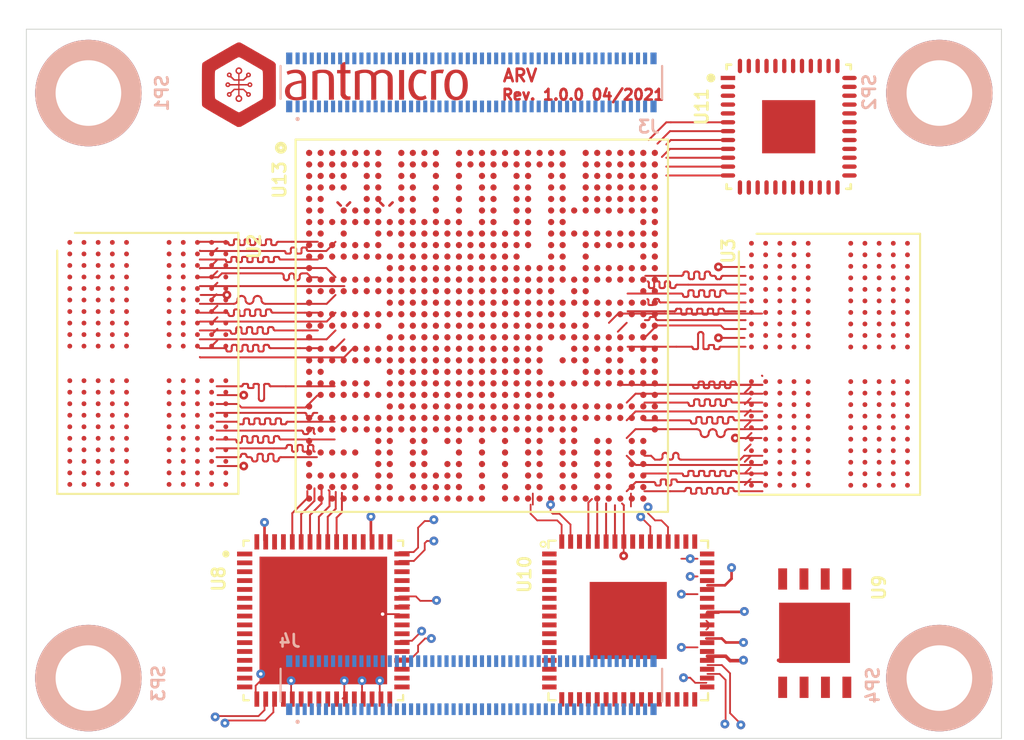
<source format=kicad_pcb>
(kicad_pcb (version 20171130) (host pcbnew 5.1.6+dfsg1-1~bpo10+1)
  (layers (0 F.Cu signal) (31 B.Cu signal) (34 B.Paste user) (35 F.Paste user) (36 B.SilkS user) (37 F.SilkS user) (38 B.Mask user) (39 F.Mask user) (44 Edge.Cuts user))
  (net 0 "")
  (net 1 "Net-(J2-Pad73)")
  (net 2 "Net-(J2-Pad75)")
  (net 3 "Net-(J2-Pad85)")
  (net 4 "Net-(J2-Pad87)")
  (net 5 "Net-(U2-PadAB12)")
  (net 6 "Net-(U2-PadAB11)")
  (net 7 "Net-(U2-PadAB10)")
  (net 8 "Net-(U2-PadAB4)")
  (net 9 "Net-(U2-PadAB2)")
  (net 10 "Net-(U2-PadAB1)")
  (net 11 "Net-(U2-PadAA12)")
  (net 12 "Net-(U2-PadAA11)")
  (net 13 "Net-(U2-PadAA10)")
  (net 14 "Net-(U2-PadAA9)")
  (net 15 "Net-(U2-PadAA4)")
  (net 16 "Net-(U2-PadAA2)")
  (net 17 "Net-(U2-PadAA1)")
  (net 18 "Net-(U2-PadY11)")
  (net 19 "Net-(U2-PadY10)")
  (net 20 "Net-(U2-PadY9)")
  (net 21 "Net-(U2-PadY4)")
  (net 22 "Net-(U2-PadY3)")
  (net 23 "Net-(U2-PadY2)")
  (net 24 "Net-(U2-PadW10)")
  (net 25 "Net-(U2-PadW3)")
  (net 26 "Net-(U2-PadV11)")
  (net 27 "Net-(U2-PadV10)")
  (net 28 "Net-(U2-PadV9)")
  (net 29 "Net-(U2-PadV4)")
  (net 30 "Net-(U2-PadV3)")
  (net 31 "Net-(U2-PadV2)")
  (net 32 "Net-(U2-PadT4)")
  (net 33 "Net-(U2-PadU11)")
  (net 34 "Net-(U2-PadU9)")
  (net 35 "Net-(U2-PadU4)")
  (net 36 "Net-(U2-PadU2)")
  (net 37 "Net-(U2-PadT11)")
  (net 38 "Net-(U2-PadT2)")
  (net 39 "Net-(U2-PadR11)")
  (net 40 "Net-(U2-PadR10)")
  (net 41 "Net-(U2-PadR9)")
  (net 42 "Net-(U2-PadR4)")
  (net 43 "Net-(U2-PadR3)")
  (net 44 "Net-(U2-PadR2)")
  (net 45 "Net-(U2-PadP11)")
  (net 46 "Net-(U2-PadP9)")
  (net 47 "Net-(U2-PadP8)")
  (net 48 "Net-(U2-PadP5)")
  (net 49 "Net-(U2-PadP4)")
  (net 50 "Net-(U2-PadP2)")
  (net 51 "Net-(U2-PadN8)")
  (net 52 "Net-(U2-PadN5)")
  (net 53 "Net-(U2-PadA4)")
  (net 54 "Net-(U2-PadA10)")
  (net 55 "Net-(U2-PadK8)")
  (net 56 "Net-(U2-PadK5)")
  (net 57 "Net-(U2-PadJ11)")
  (net 58 "Net-(U2-PadJ9)")
  (net 59 "Net-(U2-PadJ8)")
  (net 60 "Net-(U2-PadJ5)")
  (net 61 "Net-(U2-PadJ4)")
  (net 62 "Net-(U2-PadJ2)")
  (net 63 "Net-(U2-PadH11)")
  (net 64 "Net-(U2-PadH10)")
  (net 65 "Net-(U2-PadH9)")
  (net 66 "Net-(U2-PadH4)")
  (net 67 "Net-(U2-PadH3)")
  (net 68 "Net-(U2-PadH2)")
  (net 69 "Net-(U2-PadG11)")
  (net 70 "Net-(U2-PadF1)")
  (net 71 "Net-(U2-PadG2)")
  (net 72 "Net-(U2-PadF11)")
  (net 73 "Net-(U2-PadB10)")
  (net 74 "Net-(U2-PadF9)")
  (net 75 "Net-(U2-PadF4)")
  (net 76 "Net-(U2-PadF2)")
  (net 77 "Net-(U2-PadE11)")
  (net 78 "Net-(U2-PadE10)")
  (net 79 "Net-(U2-PadE9)")
  (net 80 "Net-(U2-PadE4)")
  (net 81 "Net-(U2-PadE3)")
  (net 82 "Net-(U2-PadE2)")
  (net 83 "Net-(U2-PadD10)")
  (net 84 "Net-(U2-PadD3)")
  (net 85 "Net-(U2-PadC11)")
  (net 86 "Net-(U2-PadC10)")
  (net 87 "Net-(U2-PadC9)")
  (net 88 "Net-(U2-PadC4)")
  (net 89 "Net-(U2-PadC3)")
  (net 90 "Net-(U2-PadC2)")
  (net 91 "Net-(U2-PadB12)")
  (net 92 "Net-(U2-PadB11)")
  (net 93 "Net-(U2-PadB9)")
  (net 94 "Net-(U2-PadB4)")
  (net 95 "Net-(U2-PadB2)")
  (net 96 "Net-(U2-PadB1)")
  (net 97 "Net-(U2-PadA12)")
  (net 98 "Net-(U2-PadA11)")
  (net 99 "Net-(U2-PadA8)")
  (net 100 "Net-(U2-PadA5)")
  (net 101 "Net-(U2-PadA2)")
  (net 102 "Net-(U2-PadA1)")
  (net 103 "Net-(U3-PadAB12)")
  (net 104 "Net-(U3-PadAB11)")
  (net 105 "Net-(U3-PadAB10)")
  (net 106 "Net-(U3-PadAB4)")
  (net 107 "Net-(U3-PadAB2)")
  (net 108 "Net-(U3-PadAB1)")
  (net 109 "Net-(U3-PadAA12)")
  (net 110 "Net-(U3-PadAA11)")
  (net 111 "Net-(U3-PadAA10)")
  (net 112 "Net-(U3-PadAA9)")
  (net 113 "Net-(U3-PadAA4)")
  (net 114 "Net-(U3-PadAA2)")
  (net 115 "Net-(U3-PadAA1)")
  (net 116 "Net-(U3-PadY11)")
  (net 117 "Net-(U3-PadY10)")
  (net 118 "Net-(U3-PadY9)")
  (net 119 "Net-(U3-PadY4)")
  (net 120 "Net-(U3-PadY3)")
  (net 121 "Net-(U3-PadY2)")
  (net 122 "Net-(U3-PadW10)")
  (net 123 "Net-(U3-PadW3)")
  (net 124 "Net-(U3-PadV11)")
  (net 125 "Net-(U3-PadV10)")
  (net 126 "Net-(U3-PadV9)")
  (net 127 "Net-(U3-PadV4)")
  (net 128 "Net-(U3-PadV3)")
  (net 129 "Net-(U3-PadV2)")
  (net 130 "Net-(U3-PadT4)")
  (net 131 "Net-(U3-PadU11)")
  (net 132 "Net-(U3-PadU9)")
  (net 133 "Net-(U3-PadU4)")
  (net 134 "Net-(U3-PadU2)")
  (net 135 "Net-(U3-PadT11)")
  (net 136 "Net-(U3-PadT2)")
  (net 137 "Net-(U3-PadR11)")
  (net 138 "Net-(U3-PadR10)")
  (net 139 "Net-(U3-PadR9)")
  (net 140 "Net-(U3-PadR4)")
  (net 141 "Net-(U3-PadR3)")
  (net 142 "Net-(U3-PadR2)")
  (net 143 "Net-(U3-PadP11)")
  (net 144 "Net-(U3-PadP9)")
  (net 145 "Net-(U3-PadP8)")
  (net 146 "Net-(U3-PadP5)")
  (net 147 "Net-(U3-PadP4)")
  (net 148 "Net-(U3-PadP2)")
  (net 149 "Net-(U3-PadN8)")
  (net 150 "Net-(U3-PadN5)")
  (net 151 "Net-(U3-PadA4)")
  (net 152 "Net-(U3-PadA10)")
  (net 153 "Net-(U3-PadK8)")
  (net 154 "Net-(U3-PadK5)")
  (net 155 "Net-(U3-PadJ11)")
  (net 156 "Net-(U3-PadJ9)")
  (net 157 "Net-(U3-PadJ8)")
  (net 158 "Net-(U3-PadJ5)")
  (net 159 "Net-(U3-PadJ4)")
  (net 160 "Net-(U3-PadJ2)")
  (net 161 "Net-(U3-PadH11)")
  (net 162 "Net-(U3-PadH10)")
  (net 163 "Net-(U3-PadH9)")
  (net 164 "Net-(U3-PadH4)")
  (net 165 "Net-(U3-PadH3)")
  (net 166 "Net-(U3-PadH2)")
  (net 167 "Net-(U3-PadG11)")
  (net 168 "Net-(U3-PadF1)")
  (net 169 "Net-(U3-PadG2)")
  (net 170 "Net-(U3-PadF11)")
  (net 171 "Net-(U3-PadB10)")
  (net 172 "Net-(U3-PadF9)")
  (net 173 "Net-(U3-PadF4)")
  (net 174 "Net-(U3-PadF2)")
  (net 175 "Net-(U3-PadE11)")
  (net 176 "Net-(U3-PadE10)")
  (net 177 "Net-(U3-PadE9)")
  (net 178 "Net-(U3-PadE4)")
  (net 179 "Net-(U3-PadE3)")
  (net 180 "Net-(U3-PadE2)")
  (net 181 "Net-(U3-PadD10)")
  (net 182 "Net-(U3-PadD3)")
  (net 183 "Net-(U3-PadC11)")
  (net 184 "Net-(U3-PadC10)")
  (net 185 "Net-(U3-PadC9)")
  (net 186 "Net-(U3-PadC4)")
  (net 187 "Net-(U3-PadC3)")
  (net 188 "Net-(U3-PadC2)")
  (net 189 "Net-(U3-PadB12)")
  (net 190 "Net-(U3-PadB11)")
  (net 191 "Net-(U3-PadB9)")
  (net 192 "Net-(U3-PadB4)")
  (net 193 "Net-(U3-PadB2)")
  (net 194 "Net-(U3-PadB1)")
  (net 195 "Net-(U3-PadA12)")
  (net 196 "Net-(U3-PadA11)")
  (net 197 "Net-(U3-PadA8)")
  (net 198 "Net-(U3-PadA5)")
  (net 199 "Net-(U3-PadA2)")
  (net 200 "Net-(U3-PadA1)")
  (net 201 "Net-(U4-Pad9)")
  (net 202 "Net-(U6-Pad63)")
  (net 203 "Net-(U7-Pad13)")
  (net 204 "Net-(SP1-Pad1)")
  (net 205 "Net-(SP2-Pad1)")
  (net 206 "Net-(SP3-Pad1)")
  (net 207 "Net-(SP4-Pad1)")
  (net 208 VCC_5V0)
  (net 209 GND)
  (net 210 "Net-(C2-Pad2)")
  (net 211 LDO_3V3)
  (net 212 VCC_1V8)
  (net 213 VDD2PEN_OTP_1V8)
  (net 214 VSYS_5V8)
  (net 215 "Net-(C10-Pad2)")
  (net 216 "Net-(C11-Pad2)")
  (net 217 "Net-(C13-Pad1)")
  (net 218 "Net-(C14-Pad2)")
  (net 219 "Net-(C17-Pad2)")
  (net 220 "Net-(C18-Pad2)")
  (net 221 VCC_0V9)
  (net 222 VCC_3V3)
  (net 223 VCC_1V2)
  (net 224 HDMI_1V8)
  (net 225 VCC1V2)
  (net 226 /Ethernet/AVDDL)
  (net 227 VCC3V3)
  (net 228 /Ethernet/AVDDL_PLL)
  (net 229 /Ethernet/AVDDH)
  (net 230 "Net-(C69-Pad1)")
  (net 231 "Net-(C70-Pad1)")
  (net 232 VCC_1V1)
  (net 233 AVDD09_PLL)
  (net 234 ATEMP_VCAL)
  (net 235 SYS_RSTN)
  (net 236 AVDD3V3_USB)
  (net 237 CTL5)
  (net 238 HDMI_CEC)
  (net 239 TRD3_P)
  (net 240 TRD1_P)
  (net 241 TRD3_N)
  (net 242 TRD1_N)
  (net 243 TRD2_N)
  (net 244 TRD0_N)
  (net 245 TRD2_P)
  (net 246 TRD0_P)
  (net 247 ETH_LEDG)
  (net 248 SYNC_IN)
  (net 249 ETH_LEDY)
  (net 250 SYNC_OUT)
  (net 251 ETH_nLED1)
  (net 252 EEPROM_nWP)
  (net 253 PI_nLED_ACT)
  (net 254 GPIO26)
  (net 255 GPIO21)
  (net 256 GPIO19)
  (net 257 GPIO20)
  (net 258 GPIO13)
  (net 259 GPIO16)
  (net 260 GPIO6)
  (net 261 GPIO12)
  (net 262 GPIO5)
  (net 263 ID_SC)
  (net 264 ID_SD)
  (net 265 GPIO7)
  (net 266 GPIO11)
  (net 267 GPIO8)
  (net 268 GPIO9)
  (net 269 GPIO25)
  (net 270 GPIO10)
  (net 271 GPIO24)
  (net 272 GPIO22)
  (net 273 GPIO23)
  (net 274 GPIO27)
  (net 275 GPIO18)
  (net 276 GPIO17)
  (net 277 GPIO15)
  (net 278 GPIO4)
  (net 279 GPIO14)
  (net 280 GPIO3)
  (net 281 SD_CLK)
  (net 282 GPIO2)
  (net 283 SD_DAT3)
  (net 284 SD_CMD)
  (net 285 SD_DAT0)
  (net 286 SD_DAT5)
  (net 287 SD_DAT1)
  (net 288 SD_DAT4)
  (net 289 SD_DAT2)
  (net 290 SD_DAT7)
  (net 291 SD_VDD_OVRD)
  (net 292 SD_PWR_ON)
  (net 293 RESERVED)
  (net 294 5V0_IN)
  (net 295 GPIO_VREF)
  (net 296 "Net-(J3-Pad79)")
  (net 297 SCL0)
  (net 298 "Net-(J3-Pad81)")
  (net 299 SDA0)
  (net 300 "Net-(J3-Pad83)")
  (net 301 3V3_OUT)
  (net 302 "Net-(J3-Pad85)")
  (net 303 1V8_OUT)
  (net 304 WL_nDis)
  (net 305 BT_nDis)
  (net 306 RUN_PG)
  (net 307 nRPIBOOT)
  (net 308 AIN1)
  (net 309 nPWR_LED)
  (net 310 AIN0)
  (net 311 CAM_GPIO)
  (net 312 GLOBAL_EN)
  (net 313 nEXTRST)
  (net 314 USBOTG_ID)
  (net 315 PCIE_CLK_nREQ)
  (net 316 USB2_N)
  (net 317 USB2_P)
  (net 318 PSCIE_nRST)
  (net 319 PCIE_CLK_P)
  (net 320 TV_OUT)
  (net 321 PCIE_CLK_N)
  (net 322 CAM1_D0_N)
  (net 323 PCIE_RX_P)
  (net 324 CAM1_D0_P)
  (net 325 PCIE_RX_N)
  (net 326 CAM1_D1_N)
  (net 327 PCIE_TX_P)
  (net 328 CAM1_D1_P)
  (net 329 PCIE_TX_N)
  (net 330 CAM1_C_N)
  (net 331 CAM0_D0_N)
  (net 332 CAM1_C_P)
  (net 333 CAM0_D0_P)
  (net 334 CAM1_D2_N)
  (net 335 CAM0_D1_N)
  (net 336 CAM1_D2_P)
  (net 337 CAM0_D1_P)
  (net 338 CAM1_D3_N)
  (net 339 CAM0_C_N)
  (net 340 CAM1_D3_P)
  (net 341 CAM0_C_P)
  (net 342 HDMI1_HOTPLUG)
  (net 343 HDMI1_SDA)
  (net 344 HDMI1_D2_P)
  (net 345 HDMI1_SCL)
  (net 346 HDMI1_D2_N)
  (net 347 HDMI1_CEC)
  (net 348 HDMI0_CEC)
  (net 349 HDMI1_D1_P)
  (net 350 HDMI0_HOTPLUG)
  (net 351 HDMI1_D1_N)
  (net 352 DSI0_D0_N)
  (net 353 HDMI1_D0_P)
  (net 354 DSI0_D0_P)
  (net 355 HDMI1_D0_N)
  (net 356 DSI0_D1_N)
  (net 357 HDMI1_CK_P)
  (net 358 DSI0_D1_P)
  (net 359 HDMI1_CK_N)
  (net 360 DSI0_C_N)
  (net 361 HDMI0_D2_P)
  (net 362 DSI0_C_P)
  (net 363 HDMI0_D2_N)
  (net 364 DSI1_D0_N)
  (net 365 HDMI0_D1_P)
  (net 366 DSI1_D0_P)
  (net 367 HDMI0_D1_N)
  (net 368 DSI1_D1_N)
  (net 369 HDMI0_D0_P)
  (net 370 DSI1_D1_P)
  (net 371 HDMI0_D0_N)
  (net 372 DSI1_C_N)
  (net 373 HDMI0_CK_P)
  (net 374 DSI1_C_P)
  (net 375 HDMI0_CK_N)
  (net 376 DSI2_D1_N)
  (net 377 DSI1_D3_N)
  (net 378 DSI2_D1_P)
  (net 379 DSI1_D3_P)
  (net 380 HDMI0_SDA)
  (net 381 HDMI0_SCL)
  (net 382 "Net-(L2-Pad1)")
  (net 383 "Net-(L3-Pad1)")
  (net 384 "Net-(L4-Pad1)")
  (net 385 VDD2PEN)
  (net 386 "Net-(R5-Pad2)")
  (net 387 I2C0_SCL)
  (net 388 "Net-(R6-Pad2)")
  (net 389 I2C0_SDA)
  (net 390 "Net-(R10-Pad1)")
  (net 391 "Net-(R11-Pad1)")
  (net 392 "Net-(R12-Pad1)")
  (net 393 "Net-(R13-Pad1)")
  (net 394 "Net-(R14-Pad1)")
  (net 395 "Net-(R15-Pad1)")
  (net 396 "Net-(R16-Pad1)")
  (net 397 "Net-(R17-Pad1)")
  (net 398 "Net-(R18-Pad2)")
  (net 399 "Net-(R19-Pad2)")
  (net 400 QSPI_D1)
  (net 401 "Net-(R20-Pad2)")
  (net 402 QSPI_D2)
  (net 403 QSPI_D3)
  (net 404 "Net-(R22-Pad1)")
  (net 405 QSPI_CLK)
  (net 406 "Net-(R23-Pad1)")
  (net 407 QSPI_D0)
  (net 408 HDMI_SWING)
  (net 409 HDMI_DSDA)
  (net 410 HDMI_DSCL)
  (net 411 RGMII_RX_DV)
  (net 412 "Net-(R30-Pad2)")
  (net 413 RGMII_RXD0)
  (net 414 RGMII_RXD1)
  (net 415 RGMII_RXD2)
  (net 416 RGMII_RXD3)
  (net 417 RGMII_RX_CLK)
  (net 418 RGMII_REF_CLK)
  (net 419 ETH_MDIO)
  (net 420 ETH_~RESET)
  (net 421 /Ethernet/ETH_LED1)
  (net 422 /Ethernet/ETH_LED2)
  (net 423 ATEMP_VSS)
  (net 424 ATEMP_TEST1)
  (net 425 ATEMP_TEST0)
  (net 426 TEST_MODE)
  (net 427 "Net-(R55-Pad2)")
  (net 428 "Net-(R56-Pad2)")
  (net 429 "Net-(R57-Pad2)")
  (net 430 "Net-(R58-Pad2)")
  (net 431 "Net-(R59-Pad2)")
  (net 432 LCD_PCLK)
  (net 433 "Net-(R60-Pad2)")
  (net 434 LCD_DE)
  (net 435 "Net-(R61-Pad2)")
  (net 436 LCD_VSYNC)
  (net 437 "Net-(R62-Pad2)")
  (net 438 LCD_HSYNC)
  (net 439 "Net-(R63-Pad2)")
  (net 440 LCD_DATA0)
  (net 441 "Net-(R64-Pad2)")
  (net 442 LCD_DATA1)
  (net 443 "Net-(R65-Pad2)")
  (net 444 LCD_DATA2)
  (net 445 "Net-(R66-Pad2)")
  (net 446 LCD_DATA3)
  (net 447 "Net-(R67-Pad2)")
  (net 448 LCD_DATA4)
  (net 449 "Net-(R68-Pad2)")
  (net 450 LCD_DATA5)
  (net 451 "Net-(R69-Pad2)")
  (net 452 LCD_DATA6)
  (net 453 "Net-(R70-Pad2)")
  (net 454 LCD_DATA7)
  (net 455 "Net-(R71-Pad2)")
  (net 456 LCD_DATA8)
  (net 457 "Net-(R72-Pad2)")
  (net 458 LCD_DATA9)
  (net 459 "Net-(R73-Pad2)")
  (net 460 LCD_DATA10)
  (net 461 "Net-(R74-Pad2)")
  (net 462 LCD_DATA11)
  (net 463 "Net-(R75-Pad2)")
  (net 464 LCD_DATA12)
  (net 465 LCD_DATA13)
  (net 466 "Net-(R77-Pad2)")
  (net 467 LCD_DATA14)
  (net 468 "Net-(R78-Pad2)")
  (net 469 LCD_DATA15)
  (net 470 "Net-(R79-Pad2)")
  (net 471 LCD_DATA16)
  (net 472 "Net-(R80-Pad2)")
  (net 473 LCD_DATA17)
  (net 474 "Net-(R81-Pad2)")
  (net 475 LCD_DATA18)
  (net 476 "Net-(R82-Pad2)")
  (net 477 LCD_DATA19)
  (net 478 "Net-(R83-Pad2)")
  (net 479 LCD_DATA20)
  (net 480 "Net-(R84-Pad2)")
  (net 481 LCD_DATA21)
  (net 482 LCD_DATA22)
  (net 483 "Net-(R86-Pad2)")
  (net 484 LCD_DATA23)
  (net 485 "Net-(R87-Pad2)")
  (net 486 "Net-(R88-Pad2)")
  (net 487 "Net-(R89-Pad2)")
  (net 488 "Net-(R90-Pad2)")
  (net 489 "Net-(R91-Pad2)")
  (net 490 "Net-(TP3-Pad1)")
  (net 491 "Net-(TP4-Pad1)")
  (net 492 DDR0_PLL_REFOUT_N)
  (net 493 DDR0_PLL_REFOUT_P)
  (net 494 DDR0_PLL_TESTOUT_N)
  (net 495 DDR0_PLL_TESTOUT_P)
  (net 496 DDR1_PLL_REFOUT_N)
  (net 497 DDR1_PLL_REFOUT_P)
  (net 498 DDR1_PLL_TESTOUT_N)
  (net 499 DDR1_PLL_TESTOUT_P)
  (net 500 "Net-(U8-Pad17)")
  (net 501 "Net-(U8-Pad19)")
  (net 502 "Net-(U8-Pad26)")
  (net 503 "Net-(U8-Pad28)")
  (net 504 "Net-(U8-Pad49)")
  (net 505 "Net-(U8-Pad51)")
  (net 506 PWR_EN)
  (net 507 "Net-(U8-Pad16)")
  (net 508 "Net-(U8-Pad33)")
  (net 509 "Net-(U8-Pad35)")
  (net 510 "Net-(U8-Pad37)")
  (net 511 "Net-(U8-Pad47)")
  (net 512 FNSH026_HDMI_BCLK)
  (net 513 FNSH027_HDMI_I2S_LRCLK)
  (net 514 FNSH028_HDMI_I2S_TX0)
  (net 515 "Net-(U10-Pad26)")
  (net 516 FNSH025_HDMI_12MHZ)
  (net 517 "Net-(U10-Pad28)")
  (net 518 HDMI_HPD)
  (net 519 HDMI_TXC_N)
  (net 520 HDMI_TXC_P)
  (net 521 HDMI_TX0_N)
  (net 522 HDMI_TX0_P)
  (net 523 HDMI_TX1_N)
  (net 524 HDMI_TX1_P)
  (net 525 HDMI_TX2_N)
  (net 526 HDMI_TX2_P)
  (net 527 FNSH032_HDMI_INT)
  (net 528 FNSH061_I2C0_SDA)
  (net 529 FNSH062_I2C0_SCL)
  (net 530 "Net-(U11-Pad47)")
  (net 531 "Net-(U11-Pad43)")
  (net 532 ETH_INT_N)
  (net 533 RGMII_TX_CLK)
  (net 534 RGMII_TXD3)
  (net 535 RGMII_TXD2)
  (net 536 RGMII_TXD1)
  (net 537 RGMII_TXD0)
  (net 538 "Net-(U11-Pad13)")
  (net 539 ETH_MDC)
  (net 540 RGMII_TX_DV)
  (net 541 /Ethernet/ETH3_N)
  (net 542 /Ethernet/ETH3_P)
  (net 543 /Ethernet/ETH2_N)
  (net 544 /Ethernet/ETH2_P)
  (net 545 /Ethernet/ETH1_N)
  (net 546 /Ethernet/ETH1_P)
  (net 547 /Ethernet/ETH0_N)
  (net 548 /Ethernet/ETH0_P)
  (net 549 DDR0_A04)
  (net 550 DDR0_A03)
  (net 551 DDR0_A02)
  (net 552 DDR0_A00)
  (net 553 DDR0_A05)
  (net 554 DDR0_CK1_P)
  (net 555 DDR0_CK1_N)
  (net 556 DDR0_CKE1)
  (net 557 DDR0_A01)
  (net 558 DDR0_CK0_P)
  (net 559 DDR0_CK0_N)
  (net 560 DDR0_CKE0)
  (net 561 DDR0_DQ30)
  (net 562 DDR0_DQ24)
  (net 563 DDR0_DQ26)
  (net 564 DDR0_DQ16)
  (net 565 DDR0_DQS2P)
  (net 566 "Net-(U13-PadA9)")
  (net 567 "Net-(U13-PadA10)")
  (net 568 "Net-(U13-PadA16)")
  (net 569 DDR0_CS1)
  (net 570 DDR0_DQ15)
  (net 571 DDR0_DQS1N)
  (net 572 DDR0_DQ08)
  (net 573 DDR0_DQ07)
  (net 574 DDR0_DQ06)
  (net 575 "Net-(U13-PadA25)")
  (net 576 "Net-(U13-PadA26)")
  (net 577 "Net-(U13-PadA27)")
  (net 578 "Net-(U13-PadA28)")
  (net 579 "Net-(U13-PadA29)")
  (net 580 "Net-(U13-PadA30)")
  (net 581 "Net-(U13-PadA31)")
  (net 582 DDR0_DQ29)
  (net 583 DDR0_DQ28)
  (net 584 DDR0_DQ25)
  (net 585 DDR0_DQ23)
  (net 586 DDR0_DQ20)
  (net 587 DDR0_DQS2N)
  (net 588 "Net-(U13-PadB7)")
  (net 589 "Net-(U13-PadB9)")
  (net 590 "Net-(U13-PadB11)")
  (net 591 "Net-(U13-PadB15)")
  (net 592 "Net-(U13-PadB16)")
  (net 593 DDR0_CS2)
  (net 594 DDR0_RSTN)
  (net 595 DDR0_DQ14)
  (net 596 DDR0_DQS1P)
  (net 597 DDR0_DQ05)
  (net 598 DDR0_DQS0P)
  (net 599 "Net-(U13-PadB25)")
  (net 600 "Net-(U13-PadB26)")
  (net 601 "Net-(U13-PadB27)")
  (net 602 "Net-(U13-PadB28)")
  (net 603 "Net-(U13-PadB29)")
  (net 604 "Net-(U13-PadB30)")
  (net 605 "Net-(U13-PadB31)")
  (net 606 DDR0_DQ31)
  (net 607 DDR0_DQS3N)
  (net 608 DDR0_DQ27)
  (net 609 DDR0_DQ21)
  (net 610 DDR0_DQ18)
  (net 611 "Net-(U13-PadC9)")
  (net 612 "Net-(U13-PadC12)")
  (net 613 "Net-(U13-PadC14)")
  (net 614 DDR0_DMI1)
  (net 615 DDR0_DQ09)
  (net 616 DDR0_DQ04)
  (net 617 DDR0_DQS0N)
  (net 618 "Net-(U13-PadC25)")
  (net 619 "Net-(U13-PadC26)")
  (net 620 "Net-(U13-PadC27)")
  (net 621 "Net-(U13-PadC28)")
  (net 622 "Net-(U13-PadC29)")
  (net 623 "Net-(U13-PadC30)")
  (net 624 "Net-(U13-PadC31)")
  (net 625 RPI_GPIO3)
  (net 626 DDR0_DQS3P)
  (net 627 DDR0_DMI3)
  (net 628 DDR0_DMI2)
  (net 629 DDR0_DQ17)
  (net 630 "Net-(U13-PadD14)")
  (net 631 DDR0_ODT0)
  (net 632 DDR0_DQ13)
  (net 633 DDR0_DQ11)
  (net 634 DDR0_DQ02)
  (net 635 "Net-(U13-PadD25)")
  (net 636 "Net-(U13-PadD26)")
  (net 637 RPI_GPIO2)
  (net 638 DDR0_DQ22)
  (net 639 DDR0_DQ19)
  (net 640 "Net-(U13-PadE9)")
  (net 641 DDR0_CS3)
  (net 642 DDR0_DQ12)
  (net 643 DDR0_DQ10)
  (net 644 DDR0_DMI0)
  (net 645 DDR0_DQ01)
  (net 646 "Net-(U13-PadE25)")
  (net 647 "Net-(U13-PadE26)")
  (net 648 "Net-(U13-PadE27)")
  (net 649 "Net-(U13-PadE28)")
  (net 650 BOOT_SEL0)
  (net 651 RPI_GPIO11)
  (net 652 RPI_GPIO4)
  (net 653 RPI_ID_SC)
  (net 654 RPI_GPIO9)
  (net 655 RPI_GPIO22)
  (net 656 "Net-(U13-PadF9)")
  (net 657 "Net-(U13-PadF10)")
  (net 658 "Net-(U13-PadF12)")
  (net 659 "Net-(U13-PadF14)")
  (net 660 DDR0_CS0)
  (net 661 DDR0_DQ03)
  (net 662 DDR0_DQ00)
  (net 663 "Net-(U13-PadF25)")
  (net 664 "Net-(U13-PadF26)")
  (net 665 "Net-(U13-PadF27)")
  (net 666 "Net-(U13-PadF28)")
  (net 667 BOOT_SEL2)
  (net 668 BOOT_SEL1)
  (net 669 RPI_GPIO25)
  (net 670 RPI_GPIO17)
  (net 671 RPI_GPIO6)
  (net 672 RPI_GPIO23)
  (net 673 RPI_GPIO27)
  (net 674 "Net-(U13-PadG12)")
  (net 675 "Net-(U13-PadG14)")
  (net 676 DDR0_ODT1)
  (net 677 "Net-(U13-PadG23)")
  (net 678 CDTX_DSI_D0_N)
  (net 679 CDTX_DSI_D0_P)
  (net 680 RPI_GPIO10)
  (net 681 RPI_GPIO24)
  (net 682 RPI_GPIO16)
  (net 683 "Net-(U13-PadH22)")
  (net 684 "Net-(U13-PadH23)")
  (net 685 "Net-(U13-PadH24)")
  (net 686 "Net-(U13-PadH25)")
  (net 687 "Net-(U13-PadH26)")
  (net 688 "Net-(U13-PadH27)")
  (net 689 "Net-(U13-PadH28)")
  (net 690 "Net-(U13-PadH29)")
  (net 691 CDTX_DSI_D1_N)
  (net 692 CDTX_DSI_D1_P)
  (net 693 RPI_GPIO19)
  (net 694 RPI_ID_SD)
  (net 695 RPI_GPIO8)
  (net 696 RPI_GPIO14)
  (net 697 RPI_GPIO12)
  (net 698 RPI_GPIO7)
  (net 699 RPI_GPIO18)
  (net 700 "Net-(U13-PadJ25)")
  (net 701 "Net-(U13-PadJ26)")
  (net 702 "Net-(U13-PadJ27)")
  (net 703 "Net-(U13-PadJ28)")
  (net 704 "Net-(U13-PadJ29)")
  (net 705 CDTX_DSI_D2_N)
  (net 706 CDTX_DSI_D2_P)
  (net 707 RPI_GPIO21)
  (net 708 RPI_GPIO26)
  (net 709 RPI_GPIO5)
  (net 710 RPI_GPIO13)
  (net 711 RPI_GPIO15)
  (net 712 CDTX_DSI_D3_N)
  (net 713 CDTX_DSI_D3_P)
  (net 714 RPI_GPIO20)
  (net 715 "Net-(U13-PadL25)")
  (net 716 "Net-(U13-PadL26)")
  (net 717 "Net-(U13-PadL27)")
  (net 718 CDTX_DSI_D4_N)
  (net 719 CDTX_DSI_D4_P)
  (net 720 LED)
  (net 721 WIFI_SDIO1_D2)
  (net 722 WIFI_SDIO1_D3)
  (net 723 WIFI_SDIO1_D1)
  (net 724 BT_WAKE)
  (net 725 WIFI_SDIO1_CMD)
  (net 726 BOOT_MODE)
  (net 727 CSI1RX_CLK_N)
  (net 728 CSI1RX_CLK_P)
  (net 729 BT_RSTN)
  (net 730 BT_UART_CTS)
  (net 731 BT_UART_RXD)
  (net 732 PWR_OFF)
  (net 733 WIFI_SDIO1_D0)
  (net 734 WIFI_SDIO1_CLK)
  (net 735 CSI1RX_D1_N)
  (net 736 CSI1RX_D1_P)
  (net 737 WIFI_EN)
  (net 738 QSPI_CSN0)
  (net 739 GMAC_RXD0)
  (net 740 "Net-(U13-PadP29)")
  (net 741 CSI1RX_D0_N)
  (net 742 CSI1RX_D0_P)
  (net 743 SDIO0_CD)
  (net 744 SDIO0_D3)
  (net 745 SDIO0_D2)
  (net 746 SDIO0_D1)
  (net 747 SDIO0_D0)
  (net 748 BT_UART_RTS)
  (net 749 BT_UART_TXD)
  (net 750 GMAC_MDC)
  (net 751 "Net-(U13-PadR29)")
  (net 752 CSI2RX_CLK_N)
  (net 753 CSI2RX_CLK_P)
  (net 754 CSI1_PWDN)
  (net 755 CSI0_PWDN)
  (net 756 I2C2_SDA)
  (net 757 SDIO0_CLK)
  (net 758 SDIO0_CMD)
  (net 759 CSI2RX_D1_N)
  (net 760 CSI2RX_D1_P)
  (net 761 I2C2_SCL)
  (net 762 "Net-(U13-PadU26)")
  (net 763 "Net-(U13-PadU27)")
  (net 764 GMAC_RXD2)
  (net 765 "Net-(U13-PadU29)")
  (net 766 CSI2RX_D0_N)
  (net 767 CSI2RX_D0_P)
  (net 768 DAC_PWML)
  (net 769 DAC_PWMR)
  (net 770 GMAC_RXD3)
  (net 771 GMAC_RXCLK)
  (net 772 GMAC_RXD1)
  (net 773 GMAC_TXD3)
  (net 774 CLK_27M_IN)
  (net 775 CLK_27M_OUT)
  (net 776 "Net-(U13-PadW1)")
  (net 777 "Net-(U13-PadW2)")
  (net 778 "Net-(U13-PadW4)")
  (net 779 "Net-(U13-PadW6)")
  (net 780 "Net-(U13-PadW7)")
  (net 781 "Net-(U13-PadW27)")
  (net 782 "Net-(U13-PadW28)")
  (net 783 "Net-(U13-PadY1)")
  (net 784 "Net-(U13-PadY25)")
  (net 785 "Net-(U13-PadY26)")
  (net 786 "Net-(U13-PadY27)")
  (net 787 "Net-(U13-PadY28)")
  (net 788 GMAC_MDIO)
  (net 789 CLK_25M_IN)
  (net 790 CLK_25M_OUT)
  (net 791 GMAC_TXD2)
  (net 792 GMAC_TXD1)
  (net 793 GMAC_GTXCLK)
  (net 794 "Net-(U13-PadAA28)")
  (net 795 "Net-(U13-PadAA30)")
  (net 796 GMAC_RXDV)
  (net 797 GMAC_TXEN)
  (net 798 GMAC_TXD0)
  (net 799 USB_SSTXB1)
  (net 800 USB_SSTXA1)
  (net 801 USBDP_P)
  (net 802 USBDM_N)
  (net 803 USB_SSRXB2)
  (net 804 USB_SSRXA2)
  (net 805 "Net-(U13-PadAD6)")
  (net 806 "Net-(U13-PadAD7)")
  (net 807 USB_SSRXB1)
  (net 808 USB_SSRXA1)
  (net 809 USB_SSTXA2)
  (net 810 USB_SSTXB2)
  (net 811 "Net-(U13-PadAE5)")
  (net 812 "Net-(U13-PadAE6)")
  (net 813 "Net-(U13-PadAE7)")
  (net 814 "Net-(U13-PadAE13)")
  (net 815 "Net-(U13-PadAE16)")
  (net 816 "Net-(U13-PadAE18)")
  (net 817 "Net-(U13-PadAF1)")
  (net 818 DDR1_DQ31)
  (net 819 DDR1_DQ28)
  (net 820 DDR1_DQ23)
  (net 821 DDR1_DQ22)
  (net 822 "Net-(U13-PadAF13)")
  (net 823 DDR1_A03)
  (net 824 "Net-(U13-PadAF16)")
  (net 825 "Net-(U13-PadAF18)")
  (net 826 DDR1_CS3)
  (net 827 DDR1_DQ15)
  (net 828 DDR1_DQ14)
  (net 829 DDR1_DQ08)
  (net 830 DDR1_DQ00)
  (net 831 DDR1_DQ03)
  (net 832 "Net-(U13-PadAG1)")
  (net 833 DDR1_DQ30)
  (net 834 DDR1_DQ29)
  (net 835 DDR1_DQ20)
  (net 836 DDR1_DMI2)
  (net 837 DDR1_A05)
  (net 838 DDR1_A00)
  (net 839 DDR1_CKE0)
  (net 840 DDR1_DQ11)
  (net 841 DDR1_DQ10)
  (net 842 DDR1_DQ01)
  (net 843 DDR1_DMI0)
  (net 844 "Net-(U13-PadAH1)")
  (net 845 DDR1_DMI3)
  (net 846 DDR1_DQ21)
  (net 847 "Net-(U13-PadAH14)")
  (net 848 "Net-(U13-PadAH18)")
  (net 849 DDR1_CS2)
  (net 850 DDR1_CS1)
  (net 851 DDR1_ODT1)
  (net 852 DDR1_ODT0)
  (net 853 DDR1_DQ09)
  (net 854 DDR1_DQ02)
  (net 855 "Net-(U13-PadAJ1)")
  (net 856 DDR1_DQS3P)
  (net 857 DDR1_DQ27)
  (net 858 DDR1_DQS2N)
  (net 859 DDR1_DQ19)
  (net 860 "Net-(U13-PadAJ12)")
  (net 861 "Net-(U13-PadAJ13)")
  (net 862 "Net-(U13-PadAJ14)")
  (net 863 DDR1_A02)
  (net 864 DDR1_A01)
  (net 865 DDR1_CKE1)
  (net 866 DDR1_DMI1)
  (net 867 DDR1_DQS1P)
  (net 868 DDR1_DQ04)
  (net 869 DDR1_DQS0N)
  (net 870 "Net-(U13-PadAK1)")
  (net 871 "Net-(U13-PadAK2)")
  (net 872 "Net-(U13-PadAK4)")
  (net 873 DDR1_DQS3N)
  (net 874 DDR1_DQ26)
  (net 875 DDR1_DQS2P)
  (net 876 DDR1_DQ17)
  (net 877 "Net-(U13-PadAK12)")
  (net 878 "Net-(U13-PadAK13)")
  (net 879 "Net-(U13-PadAK14)")
  (net 880 DDR1_CK1_P)
  (net 881 DDR1_CK0_N)
  (net 882 "Net-(U13-PadAK20)")
  (net 883 "Net-(U13-PadAK21)")
  (net 884 DDR1_CS0)
  (net 885 DDR1_DQS1N)
  (net 886 DDR1_DQ05)
  (net 887 DDR1_DQS0P)
  (net 888 "Net-(U13-PadAL1)")
  (net 889 "Net-(U13-PadAL2)")
  (net 890 "Net-(U13-PadAL4)")
  (net 891 "Net-(U13-PadAL5)")
  (net 892 DDR1_DQ25)
  (net 893 DDR1_DQ24)
  (net 894 DDR1_DQ18)
  (net 895 DDR1_DQ16)
  (net 896 "Net-(U13-PadAL13)")
  (net 897 DDR1_A04)
  (net 898 DDR1_CK1_N)
  (net 899 DDR1_CK0_P)
  (net 900 "Net-(U13-PadAL20)")
  (net 901 "Net-(U13-PadAL21)")
  (net 902 DDR1_RSTN)
  (net 903 DDR1_DQ13)
  (net 904 DDR1_DQ12)
  (net 905 DDR1_DQ07)
  (net 906 DDR1_DQ06)
  (module antmicro-footprints:8-WSON-6x5 (layer F.Cu) (at 177.020001 85.970002 270)
    (fp_text reference U9 (at 0.5 -1.1 270) (layer F.SilkS) (effects (font (size 0.7 0.7))))
    (fp_text value GD25LQ256DWIGR)
    (pad 7 smd rect (at 6.12 3.133332 270) (size 1.2 0.5) (layers F.Cu F.Paste F.Mask) (net 404 "Net-(R22-Pad1)"))
    (pad 5 smd rect (at 6.12 0.72 270) (size 1.2 0.5) (layers F.Cu F.Paste F.Mask))
    (pad 8 smd rect (at 6.12 4.34 270) (size 1.2 0.5) (layers F.Cu F.Paste F.Mask) (net 212 VCC_1V8))
    (pad 6 smd rect (at 6.12 1.926666 270) (size 1.2 0.5) (layers F.Cu F.Paste F.Mask) (net 406 "Net-(R23-Pad1)"))
    (pad 2 smd rect (at 0.01 1.94 270) (size 1.2 0.5) (layers F.Cu F.Paste F.Mask) (net 399 "Net-(R19-Pad2)"))
    (pad 3 smd rect (at 0.01 3.14 270) (size 1.2 0.5) (layers F.Cu F.Paste F.Mask) (net 401 "Net-(R20-Pad2)"))
    (pad 4 smd rect (at 0.01 4.34 270) (size 1.2 0.5) (layers F.Cu F.Paste F.Mask) (net 209 GND))
    (pad "" smd rect (at 3.048 2.54) (size 4 3.4) (layers F.Cu F.Paste F.Mask))
    (pad 1 smd rect (at 0.01 0.72 270) (size 1.2 0.5) (layers F.Cu F.Paste F.Mask) (net 398 "Net-(R18-Pad2)"))
  )
  (module antmicro-footprints:vic7100 (layer F.Cu) (at 145.320001 61.945002)
    (fp_text reference U13 (at -1.016 1.525 90) (layer F.SilkS) (effects (font (size 0.7 0.7))))
    (fp_text value VIC7100)
    (pad A1 smd circle (at 0.65 0) (size 0.35 0.35) (layers F.Cu F.Paste F.Mask) (net 561 DDR0_DQ30))
    (pad A2 smd circle (at 1.3 0) (size 0.35 0.35) (layers F.Cu F.Paste F.Mask) (net 562 DDR0_DQ24))
    (pad A3 smd circle (at 1.95 0) (size 0.35 0.35) (layers F.Cu F.Paste F.Mask) (net 563 DDR0_DQ26))
    (pad A4 smd circle (at 2.6 0) (size 0.35 0.35) (layers F.Cu F.Paste F.Mask) (net 209 GND))
    (pad A5 smd circle (at 3.25 0) (size 0.35 0.35) (layers F.Cu F.Paste F.Mask) (net 564 DDR0_DQ16))
    (pad A6 smd circle (at 3.9 0) (size 0.35 0.35) (layers F.Cu F.Paste F.Mask) (net 565 DDR0_DQS2P))
    (pad A7 smd circle (at 4.55 0) (size 0.35 0.35) (layers F.Cu F.Paste F.Mask) (net 209 GND))
    (pad A9 smd circle (at 5.85 0) (size 0.35 0.35) (layers F.Cu F.Paste F.Mask) (net 566 "Net-(U13-PadA9)"))
    (pad A10 smd circle (at 6.5 0) (size 0.35 0.35) (layers F.Cu F.Paste F.Mask) (net 567 "Net-(U13-PadA10)"))
    (pad A11 smd circle (at 7.15 0) (size 0.35 0.35) (layers F.Cu F.Paste F.Mask) (net 209 GND))
    (pad A12 smd circle (at 7.8 0) (size 0.35 0.35) (layers F.Cu F.Paste F.Mask) (net 554 DDR0_CK1_P))
    (pad A14 smd circle (at 9.1 0) (size 0.35 0.35) (layers F.Cu F.Paste F.Mask) (net 558 DDR0_CK0_P))
    (pad A15 smd circle (at 9.75 0) (size 0.35 0.35) (layers F.Cu F.Paste F.Mask) (net 551 DDR0_A02))
    (pad A16 smd circle (at 10.4 0) (size 0.35 0.35) (layers F.Cu F.Paste F.Mask) (net 568 "Net-(U13-PadA16)"))
    (pad A17 smd circle (at 11.05 0) (size 0.35 0.35) (layers F.Cu F.Paste F.Mask) (net 569 DDR0_CS1))
    (pad A18 smd circle (at 11.7 0) (size 0.35 0.35) (layers F.Cu F.Paste F.Mask) (net 209 GND))
    (pad A19 smd circle (at 12.35 0) (size 0.35 0.35) (layers F.Cu F.Paste F.Mask) (net 570 DDR0_DQ15))
    (pad A20 smd circle (at 13 0) (size 0.35 0.35) (layers F.Cu F.Paste F.Mask) (net 571 DDR0_DQS1N))
    (pad A21 smd circle (at 13.65 0) (size 0.35 0.35) (layers F.Cu F.Paste F.Mask) (net 572 DDR0_DQ08))
    (pad A22 smd circle (at 14.3 0) (size 0.35 0.35) (layers F.Cu F.Paste F.Mask) (net 573 DDR0_DQ07))
    (pad A23 smd circle (at 14.95 0) (size 0.35 0.35) (layers F.Cu F.Paste F.Mask) (net 574 DDR0_DQ06))
    (pad A25 smd circle (at 16.25 0) (size 0.35 0.35) (layers F.Cu F.Paste F.Mask) (net 575 "Net-(U13-PadA25)"))
    (pad A26 smd circle (at 16.9 0) (size 0.35 0.35) (layers F.Cu F.Paste F.Mask) (net 576 "Net-(U13-PadA26)"))
    (pad A27 smd circle (at 17.55 0) (size 0.35 0.35) (layers F.Cu F.Paste F.Mask) (net 577 "Net-(U13-PadA27)"))
    (pad A28 smd circle (at 18.2 0) (size 0.35 0.35) (layers F.Cu F.Paste F.Mask) (net 578 "Net-(U13-PadA28)"))
    (pad A29 smd circle (at 18.85 0) (size 0.35 0.35) (layers F.Cu F.Paste F.Mask) (net 579 "Net-(U13-PadA29)"))
    (pad A30 smd circle (at 19.5 0) (size 0.35 0.35) (layers F.Cu F.Paste F.Mask) (net 580 "Net-(U13-PadA30)"))
    (pad A31 smd circle (at 20.15 0) (size 0.35 0.35) (layers F.Cu F.Paste F.Mask) (net 581 "Net-(U13-PadA31)"))
    (pad B1 smd circle (at 0.65 0.65) (size 0.35 0.35) (layers F.Cu F.Paste F.Mask) (net 582 DDR0_DQ29))
    (pad B2 smd circle (at 1.3 0.65) (size 0.35 0.35) (layers F.Cu F.Paste F.Mask) (net 583 DDR0_DQ28))
    (pad B3 smd circle (at 1.95 0.65) (size 0.35 0.35) (layers F.Cu F.Paste F.Mask) (net 584 DDR0_DQ25))
    (pad B4 smd circle (at 2.6 0.65) (size 0.35 0.35) (layers F.Cu F.Paste F.Mask) (net 585 DDR0_DQ23))
    (pad B5 smd circle (at 3.25 0.65) (size 0.35 0.35) (layers F.Cu F.Paste F.Mask) (net 586 DDR0_DQ20))
    (pad B6 smd circle (at 3.9 0.65) (size 0.35 0.35) (layers F.Cu F.Paste F.Mask) (net 587 DDR0_DQS2N))
    (pad B7 smd circle (at 4.55 0.65) (size 0.35 0.35) (layers F.Cu F.Paste F.Mask) (net 588 "Net-(U13-PadB7)"))
    (pad B9 smd circle (at 5.85 0.65) (size 0.35 0.35) (layers F.Cu F.Paste F.Mask) (net 589 "Net-(U13-PadB9)"))
    (pad B10 smd circle (at 6.5 0.65) (size 0.35 0.35) (layers F.Cu F.Paste F.Mask) (net 557 DDR0_A01))
    (pad B11 smd circle (at 7.15 0.65) (size 0.35 0.35) (layers F.Cu F.Paste F.Mask) (net 590 "Net-(U13-PadB11)"))
    (pad B12 smd circle (at 7.8 0.65) (size 0.35 0.35) (layers F.Cu F.Paste F.Mask) (net 555 DDR0_CK1_N))
    (pad B14 smd circle (at 9.1 0.65) (size 0.35 0.35) (layers F.Cu F.Paste F.Mask) (net 559 DDR0_CK0_N))
    (pad B15 smd circle (at 9.75 0.65) (size 0.35 0.35) (layers F.Cu F.Paste F.Mask) (net 591 "Net-(U13-PadB15)"))
    (pad B16 smd circle (at 10.4 0.65) (size 0.35 0.35) (layers F.Cu F.Paste F.Mask) (net 592 "Net-(U13-PadB16)"))
    (pad B17 smd circle (at 11.05 0.65) (size 0.35 0.35) (layers F.Cu F.Paste F.Mask) (net 593 DDR0_CS2))
    (pad B18 smd circle (at 11.7 0.65) (size 0.35 0.35) (layers F.Cu F.Paste F.Mask) (net 594 DDR0_RSTN))
    (pad B19 smd circle (at 12.35 0.65) (size 0.35 0.35) (layers F.Cu F.Paste F.Mask) (net 595 DDR0_DQ14))
    (pad B20 smd circle (at 13 0.65) (size 0.35 0.35) (layers F.Cu F.Paste F.Mask) (net 596 DDR0_DQS1P))
    (pad B21 smd circle (at 13.65 0.65) (size 0.35 0.35) (layers F.Cu F.Paste F.Mask) (net 209 GND))
    (pad B22 smd circle (at 14.3 0.65) (size 0.35 0.35) (layers F.Cu F.Paste F.Mask) (net 597 DDR0_DQ05))
    (pad B23 smd circle (at 14.95 0.65) (size 0.35 0.35) (layers F.Cu F.Paste F.Mask) (net 598 DDR0_DQS0P))
    (pad B25 smd circle (at 16.25 0.65) (size 0.35 0.35) (layers F.Cu F.Paste F.Mask) (net 599 "Net-(U13-PadB25)"))
    (pad B26 smd circle (at 16.9 0.65) (size 0.35 0.35) (layers F.Cu F.Paste F.Mask) (net 600 "Net-(U13-PadB26)"))
    (pad B27 smd circle (at 17.55 0.65) (size 0.35 0.35) (layers F.Cu F.Paste F.Mask) (net 601 "Net-(U13-PadB27)"))
    (pad B28 smd circle (at 18.2 0.65) (size 0.35 0.35) (layers F.Cu F.Paste F.Mask) (net 602 "Net-(U13-PadB28)"))
    (pad B29 smd circle (at 18.85 0.65) (size 0.35 0.35) (layers F.Cu F.Paste F.Mask) (net 603 "Net-(U13-PadB29)"))
    (pad B30 smd circle (at 19.5 0.65) (size 0.35 0.35) (layers F.Cu F.Paste F.Mask) (net 604 "Net-(U13-PadB30)"))
    (pad B31 smd circle (at 20.15 0.65) (size 0.35 0.35) (layers F.Cu F.Paste F.Mask) (net 605 "Net-(U13-PadB31)"))
    (pad C1 smd circle (at 0.65 1.3) (size 0.35 0.35) (layers F.Cu F.Paste F.Mask) (net 209 GND))
    (pad C2 smd circle (at 1.3 1.3) (size 0.35 0.35) (layers F.Cu F.Paste F.Mask) (net 606 DDR0_DQ31))
    (pad C3 smd circle (at 1.95 1.3) (size 0.35 0.35) (layers F.Cu F.Paste F.Mask) (net 607 DDR0_DQS3N))
    (pad C4 smd circle (at 2.6 1.3) (size 0.35 0.35) (layers F.Cu F.Paste F.Mask) (net 608 DDR0_DQ27))
    (pad C6 smd circle (at 3.9 1.3) (size 0.35 0.35) (layers F.Cu F.Paste F.Mask) (net 609 DDR0_DQ21))
    (pad C7 smd circle (at 4.55 1.3) (size 0.35 0.35) (layers F.Cu F.Paste F.Mask) (net 610 DDR0_DQ18))
    (pad C9 smd circle (at 5.85 1.3) (size 0.35 0.35) (layers F.Cu F.Paste F.Mask) (net 611 "Net-(U13-PadC9)"))
    (pad C10 smd circle (at 6.5 1.3) (size 0.35 0.35) (layers F.Cu F.Paste F.Mask) (net 552 DDR0_A00))
    (pad C12 smd circle (at 7.8 1.3) (size 0.35 0.35) (layers F.Cu F.Paste F.Mask) (net 612 "Net-(U13-PadC12)"))
    (pad C14 smd circle (at 9.1 1.3) (size 0.35 0.35) (layers F.Cu F.Paste F.Mask) (net 613 "Net-(U13-PadC14)"))
    (pad C16 smd circle (at 10.4 1.3) (size 0.35 0.35) (layers F.Cu F.Paste F.Mask) (net 486 "Net-(R88-Pad2)"))
    (pad C17 smd circle (at 11.05 1.3) (size 0.35 0.35) (layers F.Cu F.Paste F.Mask) (net 560 DDR0_CKE0))
    (pad C19 smd circle (at 12.35 1.3) (size 0.35 0.35) (layers F.Cu F.Paste F.Mask) (net 614 DDR0_DMI1))
    (pad C20 smd circle (at 13 1.3) (size 0.35 0.35) (layers F.Cu F.Paste F.Mask) (net 615 DDR0_DQ09))
    (pad C22 smd circle (at 14.3 1.3) (size 0.35 0.35) (layers F.Cu F.Paste F.Mask) (net 616 DDR0_DQ04))
    (pad C23 smd circle (at 14.95 1.3) (size 0.35 0.35) (layers F.Cu F.Paste F.Mask) (net 617 DDR0_DQS0N))
    (pad C25 smd circle (at 16.25 1.3) (size 0.35 0.35) (layers F.Cu F.Paste F.Mask) (net 618 "Net-(U13-PadC25)"))
    (pad C26 smd circle (at 16.9 1.3) (size 0.35 0.35) (layers F.Cu F.Paste F.Mask) (net 619 "Net-(U13-PadC26)"))
    (pad C27 smd circle (at 17.55 1.3) (size 0.35 0.35) (layers F.Cu F.Paste F.Mask) (net 620 "Net-(U13-PadC27)"))
    (pad C28 smd circle (at 18.2 1.3) (size 0.35 0.35) (layers F.Cu F.Paste F.Mask) (net 621 "Net-(U13-PadC28)"))
    (pad C29 smd circle (at 18.85 1.3) (size 0.35 0.35) (layers F.Cu F.Paste F.Mask) (net 622 "Net-(U13-PadC29)"))
    (pad C30 smd circle (at 19.5 1.3) (size 0.35 0.35) (layers F.Cu F.Paste F.Mask) (net 623 "Net-(U13-PadC30)"))
    (pad C31 smd circle (at 20.15 1.3) (size 0.35 0.35) (layers F.Cu F.Paste F.Mask) (net 624 "Net-(U13-PadC31)"))
    (pad D1 smd circle (at 0.65 1.95) (size 0.35 0.35) (layers F.Cu F.Paste F.Mask) (net 625 RPI_GPIO3))
    (pad D2 smd circle (at 1.3 1.95) (size 0.35 0.35) (layers F.Cu F.Paste F.Mask) (net 209 GND))
    (pad D3 smd circle (at 1.95 1.95) (size 0.35 0.35) (layers F.Cu F.Paste F.Mask) (net 626 DDR0_DQS3P))
    (pad D4 smd circle (at 2.6 1.95) (size 0.35 0.35) (layers F.Cu F.Paste F.Mask) (net 627 DDR0_DMI3))
    (pad D6 smd circle (at 3.9 1.95) (size 0.35 0.35) (layers F.Cu F.Paste F.Mask) (net 628 DDR0_DMI2))
    (pad D7 smd circle (at 4.55 1.95) (size 0.35 0.35) (layers F.Cu F.Paste F.Mask) (net 629 DDR0_DQ17))
    (pad D9 smd circle (at 5.85 1.95) (size 0.35 0.35) (layers F.Cu F.Paste F.Mask) (net 209 GND))
    (pad D10 smd circle (at 6.5 1.95) (size 0.35 0.35) (layers F.Cu F.Paste F.Mask) (net 550 DDR0_A03))
    (pad D12 smd circle (at 7.8 1.95) (size 0.35 0.35) (layers F.Cu F.Paste F.Mask) (net 549 DDR0_A04))
    (pad D14 smd circle (at 9.1 1.95) (size 0.35 0.35) (layers F.Cu F.Paste F.Mask) (net 630 "Net-(U13-PadD14)"))
    (pad D16 smd circle (at 10.4 1.95) (size 0.35 0.35) (layers F.Cu F.Paste F.Mask) (net 492 DDR0_PLL_REFOUT_N))
    (pad D17 smd circle (at 11.05 1.95) (size 0.35 0.35) (layers F.Cu F.Paste F.Mask) (net 631 DDR0_ODT0))
    (pad D19 smd circle (at 12.35 1.95) (size 0.35 0.35) (layers F.Cu F.Paste F.Mask) (net 632 DDR0_DQ13))
    (pad D20 smd circle (at 13 1.95) (size 0.35 0.35) (layers F.Cu F.Paste F.Mask) (net 633 DDR0_DQ11))
    (pad D22 smd circle (at 14.3 1.95) (size 0.35 0.35) (layers F.Cu F.Paste F.Mask) (net 634 DDR0_DQ02))
    (pad D23 smd circle (at 14.95 1.95) (size 0.35 0.35) (layers F.Cu F.Paste F.Mask) (net 209 GND))
    (pad D25 smd circle (at 16.25 1.95) (size 0.35 0.35) (layers F.Cu F.Paste F.Mask) (net 635 "Net-(U13-PadD25)"))
    (pad D26 smd circle (at 16.9 1.95) (size 0.35 0.35) (layers F.Cu F.Paste F.Mask) (net 636 "Net-(U13-PadD26)"))
    (pad D27 smd circle (at 17.55 1.95) (size 0.35 0.35) (layers F.Cu F.Paste F.Mask) (net 209 GND))
    (pad D28 smd circle (at 18.2 1.95) (size 0.35 0.35) (layers F.Cu F.Paste F.Mask) (net 209 GND))
    (pad D29 smd circle (at 18.85 1.95) (size 0.35 0.35) (layers F.Cu F.Paste F.Mask) (net 209 GND))
    (pad D30 smd circle (at 19.5 1.95) (size 0.35 0.35) (layers F.Cu F.Paste F.Mask) (net 209 GND))
    (pad D31 smd circle (at 20.15 1.95) (size 0.35 0.35) (layers F.Cu F.Paste F.Mask) (net 209 GND))
    (pad E1 smd circle (at 0.65 2.6) (size 0.35 0.35) (layers F.Cu F.Paste F.Mask) (net 637 RPI_GPIO2))
    (pad E2 smd circle (at 1.3 2.6) (size 0.35 0.35) (layers F.Cu F.Paste F.Mask) (net 209 GND))
    (pad E6 smd circle (at 3.9 2.6) (size 0.35 0.35) (layers F.Cu F.Paste F.Mask) (net 638 DDR0_DQ22))
    (pad E7 smd circle (at 4.55 2.6) (size 0.35 0.35) (layers F.Cu F.Paste F.Mask) (net 639 DDR0_DQ19))
    (pad E9 smd circle (at 5.85 2.6) (size 0.35 0.35) (layers F.Cu F.Paste F.Mask) (net 640 "Net-(U13-PadE9)"))
    (pad E10 smd circle (at 6.5 2.6) (size 0.35 0.35) (layers F.Cu F.Paste F.Mask) (net 553 DDR0_A05))
    (pad E12 smd circle (at 7.8 2.6) (size 0.35 0.35) (layers F.Cu F.Paste F.Mask) (net 487 "Net-(R89-Pad2)"))
    (pad E14 smd circle (at 9.1 2.6) (size 0.35 0.35) (layers F.Cu F.Paste F.Mask) (net 641 DDR0_CS3))
    (pad E16 smd circle (at 10.4 2.6) (size 0.35 0.35) (layers F.Cu F.Paste F.Mask) (net 493 DDR0_PLL_REFOUT_P))
    (pad E17 smd circle (at 11.05 2.6) (size 0.35 0.35) (layers F.Cu F.Paste F.Mask) (net 209 GND))
    (pad E19 smd circle (at 12.35 2.6) (size 0.35 0.35) (layers F.Cu F.Paste F.Mask) (net 642 DDR0_DQ12))
    (pad E20 smd circle (at 13 2.6) (size 0.35 0.35) (layers F.Cu F.Paste F.Mask) (net 643 DDR0_DQ10))
    (pad E22 smd circle (at 14.3 2.6) (size 0.35 0.35) (layers F.Cu F.Paste F.Mask) (net 644 DDR0_DMI0))
    (pad E23 smd circle (at 14.95 2.6) (size 0.35 0.35) (layers F.Cu F.Paste F.Mask) (net 645 DDR0_DQ01))
    (pad E25 smd circle (at 16.25 2.6) (size 0.35 0.35) (layers F.Cu F.Paste F.Mask) (net 646 "Net-(U13-PadE25)"))
    (pad E26 smd circle (at 16.9 2.6) (size 0.35 0.35) (layers F.Cu F.Paste F.Mask) (net 647 "Net-(U13-PadE26)"))
    (pad E27 smd circle (at 17.55 2.6) (size 0.35 0.35) (layers F.Cu F.Paste F.Mask) (net 648 "Net-(U13-PadE27)"))
    (pad E28 smd circle (at 18.2 2.6) (size 0.35 0.35) (layers F.Cu F.Paste F.Mask) (net 649 "Net-(U13-PadE28)"))
    (pad E29 smd circle (at 18.85 2.6) (size 0.35 0.35) (layers F.Cu F.Paste F.Mask) (net 209 GND))
    (pad E30 smd circle (at 19.5 2.6) (size 0.35 0.35) (layers F.Cu F.Paste F.Mask) (net 209 GND))
    (pad E31 smd circle (at 20.15 2.6) (size 0.35 0.35) (layers F.Cu F.Paste F.Mask) (net 650 BOOT_SEL0))
    (pad F1 smd circle (at 0.65 3.25) (size 0.35 0.35) (layers F.Cu F.Paste F.Mask) (net 651 RPI_GPIO11))
    (pad F2 smd circle (at 1.3 3.25) (size 0.35 0.35) (layers F.Cu F.Paste F.Mask) (net 652 RPI_GPIO4))
    (pad F4 smd circle (at 2.6 3.25) (size 0.35 0.35) (layers F.Cu F.Paste F.Mask) (net 653 RPI_ID_SC))
    (pad F5 smd circle (at 3.25 3.25) (size 0.35 0.35) (layers F.Cu F.Paste F.Mask) (net 654 RPI_GPIO9))
    (pad F6 smd circle (at 3.9 3.25) (size 0.35 0.35) (layers F.Cu F.Paste F.Mask) (net 655 RPI_GPIO22))
    (pad F7 smd circle (at 4.55 3.25) (size 0.35 0.35) (layers F.Cu F.Paste F.Mask) (net 209 GND))
    (pad F9 smd circle (at 5.85 3.25) (size 0.35 0.35) (layers F.Cu F.Paste F.Mask) (net 656 "Net-(U13-PadF9)"))
    (pad F10 smd circle (at 6.5 3.25) (size 0.35 0.35) (layers F.Cu F.Paste F.Mask) (net 657 "Net-(U13-PadF10)"))
    (pad F12 smd circle (at 7.8 3.25) (size 0.35 0.35) (layers F.Cu F.Paste F.Mask) (net 658 "Net-(U13-PadF12)"))
    (pad F14 smd circle (at 9.1 3.25) (size 0.35 0.35) (layers F.Cu F.Paste F.Mask) (net 659 "Net-(U13-PadF14)"))
    (pad F16 smd circle (at 10.4 3.25) (size 0.35 0.35) (layers F.Cu F.Paste F.Mask) (net 209 GND))
    (pad F17 smd circle (at 11.05 3.25) (size 0.35 0.35) (layers F.Cu F.Paste F.Mask) (net 556 DDR0_CKE1))
    (pad F19 smd circle (at 12.35 3.25) (size 0.35 0.35) (layers F.Cu F.Paste F.Mask) (net 660 DDR0_CS0))
    (pad F20 smd circle (at 13 3.25) (size 0.35 0.35) (layers F.Cu F.Paste F.Mask) (net 209 GND))
    (pad F22 smd circle (at 14.3 3.25) (size 0.35 0.35) (layers F.Cu F.Paste F.Mask) (net 661 DDR0_DQ03))
    (pad F23 smd circle (at 14.95 3.25) (size 0.35 0.35) (layers F.Cu F.Paste F.Mask) (net 662 DDR0_DQ00))
    (pad F24 smd circle (at 15.6 3.25) (size 0.35 0.35) (layers F.Cu F.Paste F.Mask) (net 209 GND))
    (pad F25 smd circle (at 16.25 3.25) (size 0.35 0.35) (layers F.Cu F.Paste F.Mask) (net 663 "Net-(U13-PadF25)"))
    (pad F26 smd circle (at 16.9 3.25) (size 0.35 0.35) (layers F.Cu F.Paste F.Mask) (net 664 "Net-(U13-PadF26)"))
    (pad F27 smd circle (at 17.55 3.25) (size 0.35 0.35) (layers F.Cu F.Paste F.Mask) (net 665 "Net-(U13-PadF27)"))
    (pad F28 smd circle (at 18.2 3.25) (size 0.35 0.35) (layers F.Cu F.Paste F.Mask) (net 666 "Net-(U13-PadF28)"))
    (pad F29 smd circle (at 18.85 3.25) (size 0.35 0.35) (layers F.Cu F.Paste F.Mask) (net 209 GND))
    (pad F30 smd circle (at 19.5 3.25) (size 0.35 0.35) (layers F.Cu F.Paste F.Mask) (net 667 BOOT_SEL2))
    (pad F31 smd circle (at 20.15 3.25) (size 0.35 0.35) (layers F.Cu F.Paste F.Mask) (net 668 BOOT_SEL1))
    (pad G1 smd circle (at 0.65 3.9) (size 0.35 0.35) (layers F.Cu F.Paste F.Mask) (net 669 RPI_GPIO25))
    (pad G2 smd circle (at 1.3 3.9) (size 0.35 0.35) (layers F.Cu F.Paste F.Mask) (net 670 RPI_GPIO17))
    (pad G3 smd circle (at 1.95 3.9) (size 0.35 0.35) (layers F.Cu F.Paste F.Mask) (net 209 GND))
    (pad G4 smd circle (at 2.6 3.9) (size 0.35 0.35) (layers F.Cu F.Paste F.Mask) (net 671 RPI_GPIO6))
    (pad G5 smd circle (at 3.25 3.9) (size 0.35 0.35) (layers F.Cu F.Paste F.Mask) (net 672 RPI_GPIO23))
    (pad G6 smd circle (at 3.9 3.9) (size 0.35 0.35) (layers F.Cu F.Paste F.Mask) (net 673 RPI_GPIO27))
    (pad G7 smd circle (at 4.55 3.9) (size 0.35 0.35) (layers F.Cu F.Paste F.Mask) (net 232 VCC_1V1))
    (pad G8 smd circle (at 5.2 3.9) (size 0.35 0.35) (layers F.Cu F.Paste F.Mask) (net 232 VCC_1V1))
    (pad G9 smd circle (at 5.85 3.9) (size 0.35 0.35) (layers F.Cu F.Paste F.Mask) (net 232 VCC_1V1))
    (pad G10 smd circle (at 6.5 3.9) (size 0.35 0.35) (layers F.Cu F.Paste F.Mask) (net 232 VCC_1V1))
    (pad G11 smd circle (at 7.15 3.9) (size 0.35 0.35) (layers F.Cu F.Paste F.Mask) (net 232 VCC_1V1))
    (pad G12 smd circle (at 7.8 3.9) (size 0.35 0.35) (layers F.Cu F.Paste F.Mask) (net 674 "Net-(U13-PadG12)"))
    (pad G13 smd circle (at 8.45 3.9) (size 0.35 0.35) (layers F.Cu F.Paste F.Mask) (net 209 GND))
    (pad G14 smd circle (at 9.1 3.9) (size 0.35 0.35) (layers F.Cu F.Paste F.Mask) (net 675 "Net-(U13-PadG14)"))
    (pad G16 smd circle (at 10.4 3.9) (size 0.35 0.35) (layers F.Cu F.Paste F.Mask) (net 209 GND))
    (pad G17 smd circle (at 11.05 3.9) (size 0.35 0.35) (layers F.Cu F.Paste F.Mask) (net 676 DDR0_ODT1))
    (pad G19 smd circle (at 12.35 3.9) (size 0.35 0.35) (layers F.Cu F.Paste F.Mask) (net 495 DDR0_PLL_TESTOUT_P))
    (pad G20 smd circle (at 13 3.9) (size 0.35 0.35) (layers F.Cu F.Paste F.Mask) (net 209 GND))
    (pad G22 smd circle (at 14.3 3.9) (size 0.35 0.35) (layers F.Cu F.Paste F.Mask) (net 209 GND))
    (pad G23 smd circle (at 14.95 3.9) (size 0.35 0.35) (layers F.Cu F.Paste F.Mask) (net 677 "Net-(U13-PadG23)"))
    (pad G30 smd circle (at 19.5 3.9) (size 0.35 0.35) (layers F.Cu F.Paste F.Mask) (net 678 CDTX_DSI_D0_N))
    (pad G31 smd circle (at 20.15 3.9) (size 0.35 0.35) (layers F.Cu F.Paste F.Mask) (net 679 CDTX_DSI_D0_P))
    (pad H1 smd circle (at 0.65 4.55) (size 0.35 0.35) (layers F.Cu F.Paste F.Mask) (net 680 RPI_GPIO10))
    (pad H2 smd circle (at 1.3 4.55) (size 0.35 0.35) (layers F.Cu F.Paste F.Mask) (net 681 RPI_GPIO24))
    (pad H4 smd circle (at 2.6 4.55) (size 0.35 0.35) (layers F.Cu F.Paste F.Mask) (net 682 RPI_GPIO16))
    (pad H7 smd circle (at 4.55 4.55) (size 0.35 0.35) (layers F.Cu F.Paste F.Mask) (net 209 GND))
    (pad H8 smd circle (at 5.2 4.55) (size 0.35 0.35) (layers F.Cu F.Paste F.Mask) (net 232 VCC_1V1))
    (pad H9 smd circle (at 5.85 4.55) (size 0.35 0.35) (layers F.Cu F.Paste F.Mask) (net 209 GND))
    (pad H10 smd circle (at 6.5 4.55) (size 0.35 0.35) (layers F.Cu F.Paste F.Mask) (net 209 GND))
    (pad H11 smd circle (at 7.15 4.55) (size 0.35 0.35) (layers F.Cu F.Paste F.Mask) (net 232 VCC_1V1))
    (pad H12 smd circle (at 7.8 4.55) (size 0.35 0.35) (layers F.Cu F.Paste F.Mask) (net 232 VCC_1V1))
    (pad H13 smd circle (at 8.45 4.55) (size 0.35 0.35) (layers F.Cu F.Paste F.Mask) (net 232 VCC_1V1))
    (pad H14 smd circle (at 9.1 4.55) (size 0.35 0.35) (layers F.Cu F.Paste F.Mask) (net 232 VCC_1V1))
    (pad H15 smd circle (at 9.75 4.55) (size 0.35 0.35) (layers F.Cu F.Paste F.Mask) (net 232 VCC_1V1))
    (pad H16 smd circle (at 10.4 4.55) (size 0.35 0.35) (layers F.Cu F.Paste F.Mask) (net 209 GND))
    (pad H17 smd circle (at 11.05 4.55) (size 0.35 0.35) (layers F.Cu F.Paste F.Mask) (net 209 GND))
    (pad H18 smd circle (at 11.7 4.55) (size 0.35 0.35) (layers F.Cu F.Paste F.Mask) (net 209 GND))
    (pad H19 smd circle (at 12.35 4.55) (size 0.35 0.35) (layers F.Cu F.Paste F.Mask) (net 494 DDR0_PLL_TESTOUT_N))
    (pad H20 smd circle (at 13 4.55) (size 0.35 0.35) (layers F.Cu F.Paste F.Mask) (net 209 GND))
    (pad H22 smd circle (at 14.3 4.55) (size 0.35 0.35) (layers F.Cu F.Paste F.Mask) (net 683 "Net-(U13-PadH22)"))
    (pad H23 smd circle (at 14.95 4.55) (size 0.35 0.35) (layers F.Cu F.Paste F.Mask) (net 684 "Net-(U13-PadH23)"))
    (pad H24 smd circle (at 15.6 4.55) (size 0.35 0.35) (layers F.Cu F.Paste F.Mask) (net 685 "Net-(U13-PadH24)"))
    (pad H25 smd circle (at 16.25 4.55) (size 0.35 0.35) (layers F.Cu F.Paste F.Mask) (net 686 "Net-(U13-PadH25)"))
    (pad H26 smd circle (at 16.9 4.55) (size 0.35 0.35) (layers F.Cu F.Paste F.Mask) (net 687 "Net-(U13-PadH26)"))
    (pad H27 smd circle (at 17.55 4.55) (size 0.35 0.35) (layers F.Cu F.Paste F.Mask) (net 688 "Net-(U13-PadH27)"))
    (pad H28 smd circle (at 18.2 4.55) (size 0.35 0.35) (layers F.Cu F.Paste F.Mask) (net 689 "Net-(U13-PadH28)"))
    (pad H29 smd circle (at 18.85 4.55) (size 0.35 0.35) (layers F.Cu F.Paste F.Mask) (net 690 "Net-(U13-PadH29)"))
    (pad H30 smd circle (at 19.5 4.55) (size 0.35 0.35) (layers F.Cu F.Paste F.Mask) (net 691 CDTX_DSI_D1_N))
    (pad H31 smd circle (at 20.15 4.55) (size 0.35 0.35) (layers F.Cu F.Paste F.Mask) (net 692 CDTX_DSI_D1_P))
    (pad J1 smd circle (at 0.65 5.2) (size 0.35 0.35) (layers F.Cu F.Paste F.Mask) (net 693 RPI_GPIO19))
    (pad J2 smd circle (at 1.3 5.2) (size 0.35 0.35) (layers F.Cu F.Paste F.Mask) (net 694 RPI_ID_SD))
    (pad J3 smd circle (at 1.95 5.2) (size 0.35 0.35) (layers F.Cu F.Paste F.Mask) (net 695 RPI_GPIO8))
    (pad J4 smd circle (at 2.6 5.2) (size 0.35 0.35) (layers F.Cu F.Paste F.Mask) (net 696 RPI_GPIO14))
    (pad J5 smd circle (at 3.25 5.2) (size 0.35 0.35) (layers F.Cu F.Paste F.Mask) (net 697 RPI_GPIO12))
    (pad J6 smd circle (at 3.9 5.2) (size 0.35 0.35) (layers F.Cu F.Paste F.Mask) (net 698 RPI_GPIO7))
    (pad J7 smd circle (at 4.55 5.2) (size 0.35 0.35) (layers F.Cu F.Paste F.Mask) (net 699 RPI_GPIO18))
    (pad J9 smd circle (at 5.85 5.2) (size 0.35 0.35) (layers F.Cu F.Paste F.Mask) (net 209 GND))
    (pad J10 smd circle (at 6.5 5.2) (size 0.35 0.35) (layers F.Cu F.Paste F.Mask) (net 209 GND))
    (pad J11 smd circle (at 7.15 5.2) (size 0.35 0.35) (layers F.Cu F.Paste F.Mask) (net 232 VCC_1V1))
    (pad J12 smd circle (at 7.8 5.2) (size 0.35 0.35) (layers F.Cu F.Paste F.Mask) (net 209 GND))
    (pad J13 smd circle (at 8.45 5.2) (size 0.35 0.35) (layers F.Cu F.Paste F.Mask) (net 232 VCC_1V1))
    (pad J14 smd circle (at 9.1 5.2) (size 0.35 0.35) (layers F.Cu F.Paste F.Mask) (net 232 VCC_1V1))
    (pad J15 smd circle (at 9.75 5.2) (size 0.35 0.35) (layers F.Cu F.Paste F.Mask) (net 232 VCC_1V1))
    (pad J16 smd circle (at 10.4 5.2) (size 0.35 0.35) (layers F.Cu F.Paste F.Mask) (net 209 GND))
    (pad J17 smd circle (at 11.05 5.2) (size 0.35 0.35) (layers F.Cu F.Paste F.Mask) (net 209 GND))
    (pad J18 smd circle (at 11.7 5.2) (size 0.35 0.35) (layers F.Cu F.Paste F.Mask) (net 232 VCC_1V1))
    (pad J19 smd circle (at 12.35 5.2) (size 0.35 0.35) (layers F.Cu F.Paste F.Mask) (net 232 VCC_1V1))
    (pad J20 smd circle (at 13 5.2) (size 0.35 0.35) (layers F.Cu F.Paste F.Mask) (net 232 VCC_1V1))
    (pad J22 smd circle (at 14.3 5.2) (size 0.35 0.35) (layers F.Cu F.Paste F.Mask) (net 209 GND))
    (pad J23 smd circle (at 14.95 5.2) (size 0.35 0.35) (layers F.Cu F.Paste F.Mask) (net 209 GND))
    (pad J25 smd circle (at 16.25 5.2) (size 0.35 0.35) (layers F.Cu F.Paste F.Mask) (net 700 "Net-(U13-PadJ25)"))
    (pad J26 smd circle (at 16.9 5.2) (size 0.35 0.35) (layers F.Cu F.Paste F.Mask) (net 701 "Net-(U13-PadJ26)"))
    (pad J27 smd circle (at 17.55 5.2) (size 0.35 0.35) (layers F.Cu F.Paste F.Mask) (net 702 "Net-(U13-PadJ27)"))
    (pad J28 smd circle (at 18.2 5.2) (size 0.35 0.35) (layers F.Cu F.Paste F.Mask) (net 703 "Net-(U13-PadJ28)"))
    (pad J29 smd circle (at 18.85 5.2) (size 0.35 0.35) (layers F.Cu F.Paste F.Mask) (net 704 "Net-(U13-PadJ29)"))
    (pad J30 smd circle (at 19.5 5.2) (size 0.35 0.35) (layers F.Cu F.Paste F.Mask) (net 705 CDTX_DSI_D2_N))
    (pad J31 smd circle (at 20.15 5.2) (size 0.35 0.35) (layers F.Cu F.Paste F.Mask) (net 706 CDTX_DSI_D2_P))
    (pad K1 smd circle (at 0.65 5.85) (size 0.35 0.35) (layers F.Cu F.Paste F.Mask) (net 707 RPI_GPIO21))
    (pad K2 smd circle (at 1.3 5.85) (size 0.35 0.35) (layers F.Cu F.Paste F.Mask) (net 708 RPI_GPIO26))
    (pad K3 smd circle (at 1.95 5.85) (size 0.35 0.35) (layers F.Cu F.Paste F.Mask) (net 209 GND))
    (pad K4 smd circle (at 2.6 5.85) (size 0.35 0.35) (layers F.Cu F.Paste F.Mask) (net 709 RPI_GPIO5))
    (pad K5 smd circle (at 3.25 5.85) (size 0.35 0.35) (layers F.Cu F.Paste F.Mask) (net 209 GND))
    (pad K6 smd circle (at 3.9 5.85) (size 0.35 0.35) (layers F.Cu F.Paste F.Mask) (net 710 RPI_GPIO13))
    (pad K7 smd circle (at 4.55 5.85) (size 0.35 0.35) (layers F.Cu F.Paste F.Mask) (net 711 RPI_GPIO15))
    (pad K8 smd circle (at 5.2 5.85) (size 0.35 0.35) (layers F.Cu F.Paste F.Mask) (net 209 GND))
    (pad K9 smd circle (at 5.85 5.85) (size 0.35 0.35) (layers F.Cu F.Paste F.Mask) (net 209 GND))
    (pad K10 smd circle (at 6.5 5.85) (size 0.35 0.35) (layers F.Cu F.Paste F.Mask) (net 209 GND))
    (pad K11 smd circle (at 7.15 5.85) (size 0.35 0.35) (layers F.Cu F.Paste F.Mask) (net 209 GND))
    (pad K12 smd circle (at 7.8 5.85) (size 0.35 0.35) (layers F.Cu F.Paste F.Mask) (net 232 VCC_1V1))
    (pad K13 smd circle (at 8.45 5.85) (size 0.35 0.35) (layers F.Cu F.Paste F.Mask) (net 232 VCC_1V1))
    (pad K14 smd circle (at 9.1 5.85) (size 0.35 0.35) (layers F.Cu F.Paste F.Mask) (net 232 VCC_1V1))
    (pad K15 smd circle (at 9.75 5.85) (size 0.35 0.35) (layers F.Cu F.Paste F.Mask) (net 232 VCC_1V1))
    (pad K16 smd circle (at 10.4 5.85) (size 0.35 0.35) (layers F.Cu F.Paste F.Mask) (net 232 VCC_1V1))
    (pad K17 smd circle (at 11.05 5.85) (size 0.35 0.35) (layers F.Cu F.Paste F.Mask) (net 232 VCC_1V1))
    (pad K18 smd circle (at 11.7 5.85) (size 0.35 0.35) (layers F.Cu F.Paste F.Mask) (net 232 VCC_1V1))
    (pad K19 smd circle (at 12.35 5.85) (size 0.35 0.35) (layers F.Cu F.Paste F.Mask) (net 232 VCC_1V1))
    (pad K22 smd circle (at 14.3 5.85) (size 0.35 0.35) (layers F.Cu F.Paste F.Mask) (net 209 GND))
    (pad K23 smd circle (at 14.95 5.85) (size 0.35 0.35) (layers F.Cu F.Paste F.Mask) (net 209 GND))
    (pad K25 smd circle (at 16.25 5.85) (size 0.35 0.35) (layers F.Cu F.Paste F.Mask) (net 209 GND))
    (pad K30 smd circle (at 19.5 5.85) (size 0.35 0.35) (layers F.Cu F.Paste F.Mask) (net 712 CDTX_DSI_D3_N))
    (pad K31 smd circle (at 20.15 5.85) (size 0.35 0.35) (layers F.Cu F.Paste F.Mask) (net 713 CDTX_DSI_D3_P))
    (pad L1 smd circle (at 0.65 6.5) (size 0.35 0.35) (layers F.Cu F.Paste F.Mask) (net 714 RPI_GPIO20))
    (pad L8 smd circle (at 5.2 6.5) (size 0.35 0.35) (layers F.Cu F.Paste F.Mask) (net 209 GND))
    (pad L9 smd circle (at 5.85 6.5) (size 0.35 0.35) (layers F.Cu F.Paste F.Mask) (net 209 GND))
    (pad L10 smd circle (at 6.5 6.5) (size 0.35 0.35) (layers F.Cu F.Paste F.Mask) (net 209 GND))
    (pad L11 smd circle (at 7.15 6.5) (size 0.35 0.35) (layers F.Cu F.Paste F.Mask) (net 209 GND))
    (pad L12 smd circle (at 7.8 6.5) (size 0.35 0.35) (layers F.Cu F.Paste F.Mask) (net 209 GND))
    (pad L13 smd circle (at 8.45 6.5) (size 0.35 0.35) (layers F.Cu F.Paste F.Mask) (net 209 GND))
    (pad L14 smd circle (at 9.1 6.5) (size 0.35 0.35) (layers F.Cu F.Paste F.Mask) (net 232 VCC_1V1))
    (pad L15 smd circle (at 9.75 6.5) (size 0.35 0.35) (layers F.Cu F.Paste F.Mask) (net 232 VCC_1V1))
    (pad L16 smd circle (at 10.4 6.5) (size 0.35 0.35) (layers F.Cu F.Paste F.Mask) (net 209 GND))
    (pad L17 smd circle (at 11.05 6.5) (size 0.35 0.35) (layers F.Cu F.Paste F.Mask) (net 221 VCC_0V9))
    (pad L18 smd circle (at 11.7 6.5) (size 0.35 0.35) (layers F.Cu F.Paste F.Mask) (net 209 GND))
    (pad L19 smd circle (at 12.35 6.5) (size 0.35 0.35) (layers F.Cu F.Paste F.Mask) (net 209 GND))
    (pad L20 smd circle (at 13 6.5) (size 0.35 0.35) (layers F.Cu F.Paste F.Mask) (net 209 GND))
    (pad L21 smd circle (at 13.65 6.5) (size 0.35 0.35) (layers F.Cu F.Paste F.Mask) (net 221 VCC_0V9))
    (pad L22 smd circle (at 14.3 6.5) (size 0.35 0.35) (layers F.Cu F.Paste F.Mask) (net 209 GND))
    (pad L23 smd circle (at 14.95 6.5) (size 0.35 0.35) (layers F.Cu F.Paste F.Mask) (net 209 GND))
    (pad L25 smd circle (at 16.25 6.5) (size 0.35 0.35) (layers F.Cu F.Paste F.Mask) (net 715 "Net-(U13-PadL25)"))
    (pad L26 smd circle (at 16.9 6.5) (size 0.35 0.35) (layers F.Cu F.Paste F.Mask) (net 716 "Net-(U13-PadL26)"))
    (pad L27 smd circle (at 17.55 6.5) (size 0.35 0.35) (layers F.Cu F.Paste F.Mask) (net 717 "Net-(U13-PadL27)"))
    (pad L28 smd circle (at 18.2 6.5) (size 0.35 0.35) (layers F.Cu F.Paste F.Mask) (net 209 GND))
    (pad L29 smd circle (at 18.85 6.5) (size 0.35 0.35) (layers F.Cu F.Paste F.Mask) (net 235 SYS_RSTN))
    (pad L30 smd circle (at 19.5 6.5) (size 0.35 0.35) (layers F.Cu F.Paste F.Mask) (net 718 CDTX_DSI_D4_N))
    (pad L31 smd circle (at 20.15 6.5) (size 0.35 0.35) (layers F.Cu F.Paste F.Mask) (net 719 CDTX_DSI_D4_P))
    (pad M1 smd circle (at 0.65 7.15) (size 0.35 0.35) (layers F.Cu F.Paste F.Mask) (net 720 LED))
    (pad M2 smd circle (at 1.3 7.15) (size 0.35 0.35) (layers F.Cu F.Paste F.Mask) (net 721 WIFI_SDIO1_D2))
    (pad M3 smd circle (at 1.95 7.15) (size 0.35 0.35) (layers F.Cu F.Paste F.Mask) (net 722 WIFI_SDIO1_D3))
    (pad M4 smd circle (at 2.6 7.15) (size 0.35 0.35) (layers F.Cu F.Paste F.Mask) (net 723 WIFI_SDIO1_D1))
    (pad M5 smd circle (at 3.25 7.15) (size 0.35 0.35) (layers F.Cu F.Paste F.Mask) (net 724 BT_WAKE))
    (pad M6 smd circle (at 3.9 7.15) (size 0.35 0.35) (layers F.Cu F.Paste F.Mask) (net 385 VDD2PEN))
    (pad M7 smd circle (at 4.55 7.15) (size 0.35 0.35) (layers F.Cu F.Paste F.Mask) (net 725 WIFI_SDIO1_CMD))
    (pad M8 smd circle (at 5.2 7.15) (size 0.35 0.35) (layers F.Cu F.Paste F.Mask) (net 212 VCC_1V8))
    (pad M9 smd circle (at 5.85 7.15) (size 0.35 0.35) (layers F.Cu F.Paste F.Mask) (net 212 VCC_1V8))
    (pad M10 smd circle (at 6.5 7.15) (size 0.35 0.35) (layers F.Cu F.Paste F.Mask) (net 209 GND))
    (pad M11 smd circle (at 7.15 7.15) (size 0.35 0.35) (layers F.Cu F.Paste F.Mask) (net 209 GND))
    (pad M12 smd circle (at 7.8 7.15) (size 0.35 0.35) (layers F.Cu F.Paste F.Mask) (net 209 GND))
    (pad M13 smd circle (at 8.45 7.15) (size 0.35 0.35) (layers F.Cu F.Paste F.Mask) (net 209 GND))
    (pad M14 smd circle (at 9.1 7.15) (size 0.35 0.35) (layers F.Cu F.Paste F.Mask) (net 209 GND))
    (pad M15 smd circle (at 9.75 7.15) (size 0.35 0.35) (layers F.Cu F.Paste F.Mask) (net 209 GND))
    (pad M16 smd circle (at 10.4 7.15) (size 0.35 0.35) (layers F.Cu F.Paste F.Mask) (net 209 GND))
    (pad M17 smd circle (at 11.05 7.15) (size 0.35 0.35) (layers F.Cu F.Paste F.Mask) (net 209 GND))
    (pad M18 smd circle (at 11.7 7.15) (size 0.35 0.35) (layers F.Cu F.Paste F.Mask) (net 209 GND))
    (pad M19 smd circle (at 12.35 7.15) (size 0.35 0.35) (layers F.Cu F.Paste F.Mask) (net 221 VCC_0V9))
    (pad M20 smd circle (at 13 7.15) (size 0.35 0.35) (layers F.Cu F.Paste F.Mask) (net 209 GND))
    (pad M21 smd circle (at 13.65 7.15) (size 0.35 0.35) (layers F.Cu F.Paste F.Mask) (net 221 VCC_0V9))
    (pad M22 smd circle (at 14.3 7.15) (size 0.35 0.35) (layers F.Cu F.Paste F.Mask) (net 209 GND))
    (pad M23 smd circle (at 14.95 7.15) (size 0.35 0.35) (layers F.Cu F.Paste F.Mask) (net 212 VCC_1V8))
    (pad M24 smd circle (at 15.6 7.15) (size 0.35 0.35) (layers F.Cu F.Paste F.Mask) (net 209 GND))
    (pad M25 smd circle (at 16.25 7.15) (size 0.35 0.35) (layers F.Cu F.Paste F.Mask) (net 209 GND))
    (pad M26 smd circle (at 16.9 7.15) (size 0.35 0.35) (layers F.Cu F.Paste F.Mask) (net 209 GND))
    (pad M27 smd circle (at 17.55 7.15) (size 0.35 0.35) (layers F.Cu F.Paste F.Mask) (net 209 GND))
    (pad M28 smd circle (at 18.2 7.15) (size 0.35 0.35) (layers F.Cu F.Paste F.Mask) (net 726 BOOT_MODE))
    (pad M29 smd circle (at 18.85 7.15) (size 0.35 0.35) (layers F.Cu F.Paste F.Mask) (net 426 TEST_MODE))
    (pad M30 smd circle (at 19.5 7.15) (size 0.35 0.35) (layers F.Cu F.Paste F.Mask) (net 727 CSI1RX_CLK_N))
    (pad M31 smd circle (at 20.15 7.15) (size 0.35 0.35) (layers F.Cu F.Paste F.Mask) (net 728 CSI1RX_CLK_P))
    (pad N1 smd circle (at 0.65 7.8) (size 0.35 0.35) (layers F.Cu F.Paste F.Mask) (net 729 BT_RSTN))
    (pad N2 smd circle (at 1.3 7.8) (size 0.35 0.35) (layers F.Cu F.Paste F.Mask) (net 730 BT_UART_CTS))
    (pad N3 smd circle (at 1.95 7.8) (size 0.35 0.35) (layers F.Cu F.Paste F.Mask) (net 209 GND))
    (pad N4 smd circle (at 2.6 7.8) (size 0.35 0.35) (layers F.Cu F.Paste F.Mask) (net 731 BT_UART_RXD))
    (pad N5 smd circle (at 3.25 7.8) (size 0.35 0.35) (layers F.Cu F.Paste F.Mask) (net 732 PWR_OFF))
    (pad N6 smd circle (at 3.9 7.8) (size 0.35 0.35) (layers F.Cu F.Paste F.Mask) (net 733 WIFI_SDIO1_D0))
    (pad N7 smd circle (at 4.55 7.8) (size 0.35 0.35) (layers F.Cu F.Paste F.Mask) (net 734 WIFI_SDIO1_CLK))
    (pad N8 smd circle (at 5.2 7.8) (size 0.35 0.35) (layers F.Cu F.Paste F.Mask) (net 212 VCC_1V8))
    (pad N9 smd circle (at 5.85 7.8) (size 0.35 0.35) (layers F.Cu F.Paste F.Mask) (net 212 VCC_1V8))
    (pad N10 smd circle (at 6.5 7.8) (size 0.35 0.35) (layers F.Cu F.Paste F.Mask) (net 212 VCC_1V8))
    (pad N11 smd circle (at 7.15 7.8) (size 0.35 0.35) (layers F.Cu F.Paste F.Mask) (net 212 VCC_1V8))
    (pad N12 smd circle (at 7.8 7.8) (size 0.35 0.35) (layers F.Cu F.Paste F.Mask) (net 209 GND))
    (pad N13 smd circle (at 8.45 7.8) (size 0.35 0.35) (layers F.Cu F.Paste F.Mask) (net 222 VCC_3V3))
    (pad N14 smd circle (at 9.1 7.8) (size 0.35 0.35) (layers F.Cu F.Paste F.Mask) (net 222 VCC_3V3))
    (pad N15 smd circle (at 9.75 7.8) (size 0.35 0.35) (layers F.Cu F.Paste F.Mask) (net 209 GND))
    (pad N16 smd circle (at 10.4 7.8) (size 0.35 0.35) (layers F.Cu F.Paste F.Mask) (net 209 GND))
    (pad N17 smd circle (at 11.05 7.8) (size 0.35 0.35) (layers F.Cu F.Paste F.Mask) (net 209 GND))
    (pad N18 smd circle (at 11.7 7.8) (size 0.35 0.35) (layers F.Cu F.Paste F.Mask) (net 209 GND))
    (pad N19 smd circle (at 12.35 7.8) (size 0.35 0.35) (layers F.Cu F.Paste F.Mask) (net 221 VCC_0V9))
    (pad N20 smd circle (at 13 7.8) (size 0.35 0.35) (layers F.Cu F.Paste F.Mask) (net 209 GND))
    (pad N21 smd circle (at 13.65 7.8) (size 0.35 0.35) (layers F.Cu F.Paste F.Mask) (net 221 VCC_0V9))
    (pad N22 smd circle (at 14.3 7.8) (size 0.35 0.35) (layers F.Cu F.Paste F.Mask) (net 209 GND))
    (pad N24 smd circle (at 15.6 7.8) (size 0.35 0.35) (layers F.Cu F.Paste F.Mask) (net 209 GND))
    (pad N25 smd circle (at 16.25 7.8) (size 0.35 0.35) (layers F.Cu F.Paste F.Mask) (net 209 GND))
    (pad N30 smd circle (at 19.5 7.8) (size 0.35 0.35) (layers F.Cu F.Paste F.Mask) (net 735 CSI1RX_D1_N))
    (pad N31 smd circle (at 20.15 7.8) (size 0.35 0.35) (layers F.Cu F.Paste F.Mask) (net 736 CSI1RX_D1_P))
    (pad P1 smd circle (at 0.65 8.45) (size 0.35 0.35) (layers F.Cu F.Paste F.Mask) (net 737 WIFI_EN))
    (pad P8 smd circle (at 5.2 8.45) (size 0.35 0.35) (layers F.Cu F.Paste F.Mask) (net 212 VCC_1V8))
    (pad P9 smd circle (at 5.85 8.45) (size 0.35 0.35) (layers F.Cu F.Paste F.Mask) (net 212 VCC_1V8))
    (pad P10 smd circle (at 6.5 8.45) (size 0.35 0.35) (layers F.Cu F.Paste F.Mask) (net 212 VCC_1V8))
    (pad P11 smd circle (at 7.15 8.45) (size 0.35 0.35) (layers F.Cu F.Paste F.Mask) (net 212 VCC_1V8))
    (pad P12 smd circle (at 7.8 8.45) (size 0.35 0.35) (layers F.Cu F.Paste F.Mask) (net 209 GND))
    (pad P13 smd circle (at 8.45 8.45) (size 0.35 0.35) (layers F.Cu F.Paste F.Mask) (net 222 VCC_3V3))
    (pad P14 smd circle (at 9.1 8.45) (size 0.35 0.35) (layers F.Cu F.Paste F.Mask) (net 209 GND))
    (pad P15 smd circle (at 9.75 8.45) (size 0.35 0.35) (layers F.Cu F.Paste F.Mask) (net 209 GND))
    (pad P16 smd circle (at 10.4 8.45) (size 0.35 0.35) (layers F.Cu F.Paste F.Mask) (net 221 VCC_0V9))
    (pad P17 smd circle (at 11.05 8.45) (size 0.35 0.35) (layers F.Cu F.Paste F.Mask) (net 221 VCC_0V9))
    (pad P18 smd circle (at 11.7 8.45) (size 0.35 0.35) (layers F.Cu F.Paste F.Mask) (net 209 GND))
    (pad P19 smd circle (at 12.35 8.45) (size 0.35 0.35) (layers F.Cu F.Paste F.Mask) (net 221 VCC_0V9))
    (pad P20 smd circle (at 13 8.45) (size 0.35 0.35) (layers F.Cu F.Paste F.Mask) (net 209 GND))
    (pad P21 smd circle (at 13.65 8.45) (size 0.35 0.35) (layers F.Cu F.Paste F.Mask) (net 221 VCC_0V9))
    (pad P22 smd circle (at 14.3 8.45) (size 0.35 0.35) (layers F.Cu F.Paste F.Mask) (net 209 GND))
    (pad P23 smd circle (at 14.95 8.45) (size 0.35 0.35) (layers F.Cu F.Paste F.Mask) (net 221 VCC_0V9))
    (pad P24 smd circle (at 15.6 8.45) (size 0.35 0.35) (layers F.Cu F.Paste F.Mask) (net 209 GND))
    (pad P25 smd circle (at 16.25 8.45) (size 0.35 0.35) (layers F.Cu F.Paste F.Mask) (net 403 QSPI_D3))
    (pad P26 smd circle (at 16.9 8.45) (size 0.35 0.35) (layers F.Cu F.Paste F.Mask) (net 402 QSPI_D2))
    (pad P27 smd circle (at 17.55 8.45) (size 0.35 0.35) (layers F.Cu F.Paste F.Mask) (net 738 QSPI_CSN0))
    (pad P28 smd circle (at 18.2 8.45) (size 0.35 0.35) (layers F.Cu F.Paste F.Mask) (net 739 GMAC_RXD0))
    (pad P29 smd circle (at 18.85 8.45) (size 0.35 0.35) (layers F.Cu F.Paste F.Mask) (net 740 "Net-(U13-PadP29)"))
    (pad P30 smd circle (at 19.5 8.45) (size 0.35 0.35) (layers F.Cu F.Paste F.Mask) (net 741 CSI1RX_D0_N))
    (pad P31 smd circle (at 20.15 8.45) (size 0.35 0.35) (layers F.Cu F.Paste F.Mask) (net 742 CSI1RX_D0_P))
    (pad R1 smd circle (at 0.65 9.1) (size 0.35 0.35) (layers F.Cu F.Paste F.Mask) (net 743 SDIO0_CD))
    (pad R2 smd circle (at 1.3 9.1) (size 0.35 0.35) (layers F.Cu F.Paste F.Mask) (net 744 SDIO0_D3))
    (pad R3 smd circle (at 1.95 9.1) (size 0.35 0.35) (layers F.Cu F.Paste F.Mask) (net 745 SDIO0_D2))
    (pad R4 smd circle (at 2.6 9.1) (size 0.35 0.35) (layers F.Cu F.Paste F.Mask) (net 746 SDIO0_D1))
    (pad R5 smd circle (at 3.25 9.1) (size 0.35 0.35) (layers F.Cu F.Paste F.Mask) (net 747 SDIO0_D0))
    (pad R6 smd circle (at 3.9 9.1) (size 0.35 0.35) (layers F.Cu F.Paste F.Mask) (net 748 BT_UART_RTS))
    (pad R7 smd circle (at 4.55 9.1) (size 0.35 0.35) (layers F.Cu F.Paste F.Mask) (net 749 BT_UART_TXD))
    (pad R8 smd circle (at 5.2 9.1) (size 0.35 0.35) (layers F.Cu F.Paste F.Mask) (net 212 VCC_1V8))
    (pad R9 smd circle (at 5.85 9.1) (size 0.35 0.35) (layers F.Cu F.Paste F.Mask) (net 212 VCC_1V8))
    (pad R10 smd circle (at 6.5 9.1) (size 0.35 0.35) (layers F.Cu F.Paste F.Mask) (net 212 VCC_1V8))
    (pad R11 smd circle (at 7.15 9.1) (size 0.35 0.35) (layers F.Cu F.Paste F.Mask) (net 212 VCC_1V8))
    (pad R12 smd circle (at 7.8 9.1) (size 0.35 0.35) (layers F.Cu F.Paste F.Mask) (net 209 GND))
    (pad R13 smd circle (at 8.45 9.1) (size 0.35 0.35) (layers F.Cu F.Paste F.Mask) (net 222 VCC_3V3))
    (pad R14 smd circle (at 9.1 9.1) (size 0.35 0.35) (layers F.Cu F.Paste F.Mask) (net 209 GND))
    (pad R15 smd circle (at 9.75 9.1) (size 0.35 0.35) (layers F.Cu F.Paste F.Mask) (net 209 GND))
    (pad R16 smd circle (at 10.4 9.1) (size 0.35 0.35) (layers F.Cu F.Paste F.Mask) (net 221 VCC_0V9))
    (pad R17 smd circle (at 11.05 9.1) (size 0.35 0.35) (layers F.Cu F.Paste F.Mask) (net 221 VCC_0V9))
    (pad R18 smd circle (at 11.7 9.1) (size 0.35 0.35) (layers F.Cu F.Paste F.Mask) (net 221 VCC_0V9))
    (pad R19 smd circle (at 12.35 9.1) (size 0.35 0.35) (layers F.Cu F.Paste F.Mask) (net 221 VCC_0V9))
    (pad R20 smd circle (at 13 9.1) (size 0.35 0.35) (layers F.Cu F.Paste F.Mask) (net 209 GND))
    (pad R21 smd circle (at 13.65 9.1) (size 0.35 0.35) (layers F.Cu F.Paste F.Mask) (net 221 VCC_0V9))
    (pad R22 smd circle (at 14.3 9.1) (size 0.35 0.35) (layers F.Cu F.Paste F.Mask) (net 209 GND))
    (pad R23 smd circle (at 14.95 9.1) (size 0.35 0.35) (layers F.Cu F.Paste F.Mask) (net 209 GND))
    (pad R25 smd circle (at 16.25 9.1) (size 0.35 0.35) (layers F.Cu F.Paste F.Mask) (net 405 QSPI_CLK))
    (pad R26 smd circle (at 16.9 9.1) (size 0.35 0.35) (layers F.Cu F.Paste F.Mask) (net 407 QSPI_D0))
    (pad R27 smd circle (at 17.55 9.1) (size 0.35 0.35) (layers F.Cu F.Paste F.Mask) (net 400 QSPI_D1))
    (pad R28 smd circle (at 18.2 9.1) (size 0.35 0.35) (layers F.Cu F.Paste F.Mask) (net 750 GMAC_MDC))
    (pad R29 smd circle (at 18.85 9.1) (size 0.35 0.35) (layers F.Cu F.Paste F.Mask) (net 751 "Net-(U13-PadR29)"))
    (pad R30 smd circle (at 19.5 9.1) (size 0.35 0.35) (layers F.Cu F.Paste F.Mask) (net 752 CSI2RX_CLK_N))
    (pad R31 smd circle (at 20.15 9.1) (size 0.35 0.35) (layers F.Cu F.Paste F.Mask) (net 753 CSI2RX_CLK_P))
    (pad T1 smd circle (at 0.65 9.75) (size 0.35 0.35) (layers F.Cu F.Paste F.Mask) (net 754 CSI1_PWDN))
    (pad T2 smd circle (at 1.3 9.75) (size 0.35 0.35) (layers F.Cu F.Paste F.Mask) (net 755 CSI0_PWDN))
    (pad T3 smd circle (at 1.95 9.75) (size 0.35 0.35) (layers F.Cu F.Paste F.Mask) (net 209 GND))
    (pad T4 smd circle (at 2.6 9.75) (size 0.35 0.35) (layers F.Cu F.Paste F.Mask) (net 389 I2C0_SDA))
    (pad T5 smd circle (at 3.25 9.75) (size 0.35 0.35) (layers F.Cu F.Paste F.Mask) (net 756 I2C2_SDA))
    (pad T6 smd circle (at 3.9 9.75) (size 0.35 0.35) (layers F.Cu F.Paste F.Mask) (net 757 SDIO0_CLK))
    (pad T7 smd circle (at 4.55 9.75) (size 0.35 0.35) (layers F.Cu F.Paste F.Mask) (net 758 SDIO0_CMD))
    (pad T9 smd circle (at 5.85 9.75) (size 0.35 0.35) (layers F.Cu F.Paste F.Mask) (net 209 GND))
    (pad T10 smd circle (at 6.5 9.75) (size 0.35 0.35) (layers F.Cu F.Paste F.Mask) (net 209 GND))
    (pad T11 smd circle (at 7.15 9.75) (size 0.35 0.35) (layers F.Cu F.Paste F.Mask) (net 209 GND))
    (pad T12 smd circle (at 7.8 9.75) (size 0.35 0.35) (layers F.Cu F.Paste F.Mask) (net 209 GND))
    (pad T13 smd circle (at 8.45 9.75) (size 0.35 0.35) (layers F.Cu F.Paste F.Mask) (net 222 VCC_3V3))
    (pad T14 smd circle (at 9.1 9.75) (size 0.35 0.35) (layers F.Cu F.Paste F.Mask) (net 209 GND))
    (pad T15 smd circle (at 9.75 9.75) (size 0.35 0.35) (layers F.Cu F.Paste F.Mask) (net 221 VCC_0V9))
    (pad T16 smd circle (at 10.4 9.75) (size 0.35 0.35) (layers F.Cu F.Paste F.Mask) (net 221 VCC_0V9))
    (pad T17 smd circle (at 11.05 9.75) (size 0.35 0.35) (layers F.Cu F.Paste F.Mask) (net 221 VCC_0V9))
    (pad T18 smd circle (at 11.7 9.75) (size 0.35 0.35) (layers F.Cu F.Paste F.Mask) (net 221 VCC_0V9))
    (pad T19 smd circle (at 12.35 9.75) (size 0.35 0.35) (layers F.Cu F.Paste F.Mask) (net 221 VCC_0V9))
    (pad T20 smd circle (at 13 9.75) (size 0.35 0.35) (layers F.Cu F.Paste F.Mask) (net 221 VCC_0V9))
    (pad T21 smd circle (at 13.65 9.75) (size 0.35 0.35) (layers F.Cu F.Paste F.Mask) (net 221 VCC_0V9))
    (pad T22 smd circle (at 14.3 9.75) (size 0.35 0.35) (layers F.Cu F.Paste F.Mask) (net 209 GND))
    (pad T23 smd circle (at 14.95 9.75) (size 0.35 0.35) (layers F.Cu F.Paste F.Mask) (net 212 VCC_1V8))
    (pad T24 smd circle (at 15.6 9.75) (size 0.35 0.35) (layers F.Cu F.Paste F.Mask) (net 209 GND))
    (pad T25 smd circle (at 16.25 9.75) (size 0.35 0.35) (layers F.Cu F.Paste F.Mask) (net 209 GND))
    (pad T30 smd circle (at 19.5 9.75) (size 0.35 0.35) (layers F.Cu F.Paste F.Mask) (net 759 CSI2RX_D1_N))
    (pad T31 smd circle (at 20.15 9.75) (size 0.35 0.35) (layers F.Cu F.Paste F.Mask) (net 760 CSI2RX_D1_P))
    (pad U1 smd circle (at 0.65 10.4) (size 0.35 0.35) (layers F.Cu F.Paste F.Mask) (net 761 I2C2_SCL))
    (pad U8 smd circle (at 5.2 10.4) (size 0.35 0.35) (layers F.Cu F.Paste F.Mask) (net 209 GND))
    (pad U9 smd circle (at 5.85 10.4) (size 0.35 0.35) (layers F.Cu F.Paste F.Mask) (net 209 GND))
    (pad U10 smd circle (at 6.5 10.4) (size 0.35 0.35) (layers F.Cu F.Paste F.Mask) (net 209 GND))
    (pad U11 smd circle (at 7.15 10.4) (size 0.35 0.35) (layers F.Cu F.Paste F.Mask) (net 209 GND))
    (pad U12 smd circle (at 7.8 10.4) (size 0.35 0.35) (layers F.Cu F.Paste F.Mask) (net 209 GND))
    (pad U13 smd circle (at 8.45 10.4) (size 0.35 0.35) (layers F.Cu F.Paste F.Mask) (net 209 GND))
    (pad U14 smd circle (at 9.1 10.4) (size 0.35 0.35) (layers F.Cu F.Paste F.Mask) (net 221 VCC_0V9))
    (pad U15 smd circle (at 9.75 10.4) (size 0.35 0.35) (layers F.Cu F.Paste F.Mask) (net 221 VCC_0V9))
    (pad U16 smd circle (at 10.4 10.4) (size 0.35 0.35) (layers F.Cu F.Paste F.Mask) (net 221 VCC_0V9))
    (pad U17 smd circle (at 11.05 10.4) (size 0.35 0.35) (layers F.Cu F.Paste F.Mask) (net 221 VCC_0V9))
    (pad U18 smd circle (at 11.7 10.4) (size 0.35 0.35) (layers F.Cu F.Paste F.Mask) (net 209 GND))
    (pad U19 smd circle (at 12.35 10.4) (size 0.35 0.35) (layers F.Cu F.Paste F.Mask) (net 209 GND))
    (pad U20 smd circle (at 13 10.4) (size 0.35 0.35) (layers F.Cu F.Paste F.Mask) (net 209 GND))
    (pad U21 smd circle (at 13.65 10.4) (size 0.35 0.35) (layers F.Cu F.Paste F.Mask) (net 233 AVDD09_PLL))
    (pad U22 smd circle (at 14.3 10.4) (size 0.35 0.35) (layers F.Cu F.Paste F.Mask) (net 233 AVDD09_PLL))
    (pad U23 smd circle (at 14.95 10.4) (size 0.35 0.35) (layers F.Cu F.Paste F.Mask) (net 209 GND))
    (pad U24 smd circle (at 15.6 10.4) (size 0.35 0.35) (layers F.Cu F.Paste F.Mask) (net 424 ATEMP_TEST1))
    (pad U25 smd circle (at 16.25 10.4) (size 0.35 0.35) (layers F.Cu F.Paste F.Mask) (net 425 ATEMP_TEST0))
    (pad U26 smd circle (at 16.9 10.4) (size 0.35 0.35) (layers F.Cu F.Paste F.Mask) (net 762 "Net-(U13-PadU26)"))
    (pad U27 smd circle (at 17.55 10.4) (size 0.35 0.35) (layers F.Cu F.Paste F.Mask) (net 763 "Net-(U13-PadU27)"))
    (pad U28 smd circle (at 18.2 10.4) (size 0.35 0.35) (layers F.Cu F.Paste F.Mask) (net 764 GMAC_RXD2))
    (pad U29 smd circle (at 18.85 10.4) (size 0.35 0.35) (layers F.Cu F.Paste F.Mask) (net 765 "Net-(U13-PadU29)"))
    (pad U30 smd circle (at 19.5 10.4) (size 0.35 0.35) (layers F.Cu F.Paste F.Mask) (net 766 CSI2RX_D0_N))
    (pad U31 smd circle (at 20.15 10.4) (size 0.35 0.35) (layers F.Cu F.Paste F.Mask) (net 767 CSI2RX_D0_P))
    (pad V1 smd circle (at 0.65 11.05) (size 0.35 0.35) (layers F.Cu F.Paste F.Mask) (net 387 I2C0_SCL))
    (pad V2 smd circle (at 1.3 11.05) (size 0.35 0.35) (layers F.Cu F.Paste F.Mask) (net 768 DAC_PWML))
    (pad V3 smd circle (at 1.95 11.05) (size 0.35 0.35) (layers F.Cu F.Paste F.Mask) (net 428 "Net-(R56-Pad2)"))
    (pad V4 smd circle (at 2.6 11.05) (size 0.35 0.35) (layers F.Cu F.Paste F.Mask) (net 429 "Net-(R57-Pad2)"))
    (pad V5 smd circle (at 3.25 11.05) (size 0.35 0.35) (layers F.Cu F.Paste F.Mask) (net 427 "Net-(R55-Pad2)"))
    (pad V6 smd circle (at 3.9 11.05) (size 0.35 0.35) (layers F.Cu F.Paste F.Mask) (net 769 DAC_PWMR))
    (pad V7 smd circle (at 4.55 11.05) (size 0.35 0.35) (layers F.Cu F.Paste F.Mask) (net 431 "Net-(R59-Pad2)"))
    (pad V8 smd circle (at 5.2 11.05) (size 0.35 0.35) (layers F.Cu F.Paste F.Mask) (net 222 VCC_3V3))
    (pad V9 smd circle (at 5.85 11.05) (size 0.35 0.35) (layers F.Cu F.Paste F.Mask) (net 222 VCC_3V3))
    (pad V10 smd circle (at 6.5 11.05) (size 0.35 0.35) (layers F.Cu F.Paste F.Mask) (net 209 GND))
    (pad V11 smd circle (at 7.15 11.05) (size 0.35 0.35) (layers F.Cu F.Paste F.Mask) (net 209 GND))
    (pad V12 smd circle (at 7.8 11.05) (size 0.35 0.35) (layers F.Cu F.Paste F.Mask) (net 209 GND))
    (pad V13 smd circle (at 8.45 11.05) (size 0.35 0.35) (layers F.Cu F.Paste F.Mask) (net 209 GND))
    (pad V14 smd circle (at 9.1 11.05) (size 0.35 0.35) (layers F.Cu F.Paste F.Mask) (net 221 VCC_0V9))
    (pad V15 smd circle (at 9.75 11.05) (size 0.35 0.35) (layers F.Cu F.Paste F.Mask) (net 221 VCC_0V9))
    (pad V16 smd circle (at 10.4 11.05) (size 0.35 0.35) (layers F.Cu F.Paste F.Mask) (net 221 VCC_0V9))
    (pad V17 smd circle (at 11.05 11.05) (size 0.35 0.35) (layers F.Cu F.Paste F.Mask) (net 221 VCC_0V9))
    (pad V18 smd circle (at 11.7 11.05) (size 0.35 0.35) (layers F.Cu F.Paste F.Mask) (net 209 GND))
    (pad V19 smd circle (at 12.35 11.05) (size 0.35 0.35) (layers F.Cu F.Paste F.Mask) (net 209 GND))
    (pad V20 smd circle (at 13 11.05) (size 0.35 0.35) (layers F.Cu F.Paste F.Mask) (net 209 GND))
    (pad V21 smd circle (at 13.65 11.05) (size 0.35 0.35) (layers F.Cu F.Paste F.Mask) (net 233 AVDD09_PLL))
    (pad V24 smd circle (at 15.6 11.05) (size 0.35 0.35) (layers F.Cu F.Paste F.Mask) (net 234 ATEMP_VCAL))
    (pad V25 smd circle (at 16.25 11.05) (size 0.35 0.35) (layers F.Cu F.Paste F.Mask) (net 423 ATEMP_VSS))
    (pad V26 smd circle (at 16.9 11.05) (size 0.35 0.35) (layers F.Cu F.Paste F.Mask) (net 770 GMAC_RXD3))
    (pad V27 smd circle (at 17.55 11.05) (size 0.35 0.35) (layers F.Cu F.Paste F.Mask) (net 771 GMAC_RXCLK))
    (pad V28 smd circle (at 18.2 11.05) (size 0.35 0.35) (layers F.Cu F.Paste F.Mask) (net 772 GMAC_RXD1))
    (pad V29 smd circle (at 18.85 11.05) (size 0.35 0.35) (layers F.Cu F.Paste F.Mask) (net 773 GMAC_TXD3))
    (pad V30 smd circle (at 19.5 11.05) (size 0.35 0.35) (layers F.Cu F.Paste F.Mask) (net 774 CLK_27M_IN))
    (pad V31 smd circle (at 20.15 11.05) (size 0.35 0.35) (layers F.Cu F.Paste F.Mask) (net 775 CLK_27M_OUT))
    (pad W1 smd circle (at 0.65 11.7) (size 0.35 0.35) (layers F.Cu F.Paste F.Mask) (net 776 "Net-(U13-PadW1)"))
    (pad W2 smd circle (at 1.3 11.7) (size 0.35 0.35) (layers F.Cu F.Paste F.Mask) (net 777 "Net-(U13-PadW2)"))
    (pad W3 smd circle (at 1.95 11.7) (size 0.35 0.35) (layers F.Cu F.Paste F.Mask) (net 209 GND))
    (pad W4 smd circle (at 2.6 11.7) (size 0.35 0.35) (layers F.Cu F.Paste F.Mask) (net 778 "Net-(U13-PadW4)"))
    (pad W5 smd circle (at 3.25 11.7) (size 0.35 0.35) (layers F.Cu F.Paste F.Mask) (net 430 "Net-(R58-Pad2)"))
    (pad W6 smd circle (at 3.9 11.7) (size 0.35 0.35) (layers F.Cu F.Paste F.Mask) (net 779 "Net-(U13-PadW6)"))
    (pad W7 smd circle (at 4.55 11.7) (size 0.35 0.35) (layers F.Cu F.Paste F.Mask) (net 780 "Net-(U13-PadW7)"))
    (pad W8 smd circle (at 5.2 11.7) (size 0.35 0.35) (layers F.Cu F.Paste F.Mask) (net 222 VCC_3V3))
    (pad W9 smd circle (at 5.85 11.7) (size 0.35 0.35) (layers F.Cu F.Paste F.Mask) (net 222 VCC_3V3))
    (pad W10 smd circle (at 6.5 11.7) (size 0.35 0.35) (layers F.Cu F.Paste F.Mask) (net 209 GND))
    (pad W11 smd circle (at 7.15 11.7) (size 0.35 0.35) (layers F.Cu F.Paste F.Mask) (net 221 VCC_0V9))
    (pad W12 smd circle (at 7.8 11.7) (size 0.35 0.35) (layers F.Cu F.Paste F.Mask) (net 209 GND))
    (pad W13 smd circle (at 8.45 11.7) (size 0.35 0.35) (layers F.Cu F.Paste F.Mask) (net 209 GND))
    (pad W14 smd circle (at 9.1 11.7) (size 0.35 0.35) (layers F.Cu F.Paste F.Mask) (net 221 VCC_0V9))
    (pad W15 smd circle (at 9.75 11.7) (size 0.35 0.35) (layers F.Cu F.Paste F.Mask) (net 221 VCC_0V9))
    (pad W16 smd circle (at 10.4 11.7) (size 0.35 0.35) (layers F.Cu F.Paste F.Mask) (net 221 VCC_0V9))
    (pad W17 smd circle (at 11.05 11.7) (size 0.35 0.35) (layers F.Cu F.Paste F.Mask) (net 221 VCC_0V9))
    (pad W18 smd circle (at 11.7 11.7) (size 0.35 0.35) (layers F.Cu F.Paste F.Mask) (net 221 VCC_0V9))
    (pad W19 smd circle (at 12.35 11.7) (size 0.35 0.35) (layers F.Cu F.Paste F.Mask) (net 221 VCC_0V9))
    (pad W20 smd circle (at 13 11.7) (size 0.35 0.35) (layers F.Cu F.Paste F.Mask) (net 209 GND))
    (pad W21 smd circle (at 13.65 11.7) (size 0.35 0.35) (layers F.Cu F.Paste F.Mask) (net 209 GND))
    (pad W23 smd circle (at 14.95 11.7) (size 0.35 0.35) (layers F.Cu F.Paste F.Mask) (net 212 VCC_1V8))
    (pad W24 smd circle (at 15.6 11.7) (size 0.35 0.35) (layers F.Cu F.Paste F.Mask) (net 209 GND))
    (pad W25 smd circle (at 16.25 11.7) (size 0.35 0.35) (layers F.Cu F.Paste F.Mask) (net 209 GND))
    (pad W27 smd circle (at 17.55 11.7) (size 0.35 0.35) (layers F.Cu F.Paste F.Mask) (net 781 "Net-(U13-PadW27)"))
    (pad W28 smd circle (at 18.2 11.7) (size 0.35 0.35) (layers F.Cu F.Paste F.Mask) (net 782 "Net-(U13-PadW28)"))
    (pad W30 smd circle (at 19.5 11.7) (size 0.35 0.35) (layers F.Cu F.Paste F.Mask) (net 209 GND))
    (pad W31 smd circle (at 20.15 11.7) (size 0.35 0.35) (layers F.Cu F.Paste F.Mask) (net 209 GND))
    (pad Y1 smd circle (at 0.65 12.35) (size 0.35 0.35) (layers F.Cu F.Paste F.Mask) (net 783 "Net-(U13-PadY1)"))
    (pad Y2 smd circle (at 1.3 12.35) (size 0.35 0.35) (layers F.Cu F.Paste F.Mask) (net 439 "Net-(R63-Pad2)"))
    (pad Y8 smd circle (at 5.2 12.35) (size 0.35 0.35) (layers F.Cu F.Paste F.Mask) (net 209 GND))
    (pad Y9 smd circle (at 5.85 12.35) (size 0.35 0.35) (layers F.Cu F.Paste F.Mask) (net 209 GND))
    (pad Y10 smd circle (at 6.5 12.35) (size 0.35 0.35) (layers F.Cu F.Paste F.Mask) (net 209 GND))
    (pad Y11 smd circle (at 7.15 12.35) (size 0.35 0.35) (layers F.Cu F.Paste F.Mask) (net 221 VCC_0V9))
    (pad Y12 smd circle (at 7.8 12.35) (size 0.35 0.35) (layers F.Cu F.Paste F.Mask) (net 221 VCC_0V9))
    (pad Y13 smd circle (at 8.45 12.35) (size 0.35 0.35) (layers F.Cu F.Paste F.Mask) (net 221 VCC_0V9))
    (pad Y14 smd circle (at 9.1 12.35) (size 0.35 0.35) (layers F.Cu F.Paste F.Mask) (net 209 GND))
    (pad Y15 smd circle (at 9.75 12.35) (size 0.35 0.35) (layers F.Cu F.Paste F.Mask) (net 221 VCC_0V9))
    (pad Y16 smd circle (at 10.4 12.35) (size 0.35 0.35) (layers F.Cu F.Paste F.Mask) (net 209 GND))
    (pad Y17 smd circle (at 11.05 12.35) (size 0.35 0.35) (layers F.Cu F.Paste F.Mask) (net 209 GND))
    (pad Y18 smd circle (at 11.7 12.35) (size 0.35 0.35) (layers F.Cu F.Paste F.Mask) (net 209 GND))
    (pad Y19 smd circle (at 12.35 12.35) (size 0.35 0.35) (layers F.Cu F.Paste F.Mask) (net 209 GND))
    (pad Y20 smd circle (at 13 12.35) (size 0.35 0.35) (layers F.Cu F.Paste F.Mask) (net 209 GND))
    (pad Y21 smd circle (at 13.65 12.35) (size 0.35 0.35) (layers F.Cu F.Paste F.Mask) (net 222 VCC_3V3))
    (pad Y25 smd circle (at 16.25 12.35) (size 0.35 0.35) (layers F.Cu F.Paste F.Mask) (net 784 "Net-(U13-PadY25)"))
    (pad Y26 smd circle (at 16.9 12.35) (size 0.35 0.35) (layers F.Cu F.Paste F.Mask) (net 785 "Net-(U13-PadY26)"))
    (pad Y27 smd circle (at 17.55 12.35) (size 0.35 0.35) (layers F.Cu F.Paste F.Mask) (net 786 "Net-(U13-PadY27)"))
    (pad Y28 smd circle (at 18.2 12.35) (size 0.35 0.35) (layers F.Cu F.Paste F.Mask) (net 787 "Net-(U13-PadY28)"))
    (pad Y29 smd circle (at 18.85 12.35) (size 0.35 0.35) (layers F.Cu F.Paste F.Mask) (net 788 GMAC_MDIO))
    (pad Y30 smd circle (at 19.5 12.35) (size 0.35 0.35) (layers F.Cu F.Paste F.Mask) (net 789 CLK_25M_IN))
    (pad Y31 smd circle (at 20.15 12.35) (size 0.35 0.35) (layers F.Cu F.Paste F.Mask) (net 790 CLK_25M_OUT))
    (pad AA1 smd circle (at 0.65 13) (size 0.35 0.35) (layers F.Cu F.Paste F.Mask) (net 437 "Net-(R62-Pad2)"))
    (pad AA2 smd circle (at 1.3 13) (size 0.35 0.35) (layers F.Cu F.Paste F.Mask) (net 447 "Net-(R67-Pad2)"))
    (pad AA3 smd circle (at 1.95 13) (size 0.35 0.35) (layers F.Cu F.Paste F.Mask) (net 433 "Net-(R60-Pad2)"))
    (pad AA4 smd circle (at 2.6 13) (size 0.35 0.35) (layers F.Cu F.Paste F.Mask) (net 435 "Net-(R61-Pad2)"))
    (pad AA5 smd circle (at 3.25 13) (size 0.35 0.35) (layers F.Cu F.Paste F.Mask) (net 441 "Net-(R64-Pad2)"))
    (pad AA6 smd circle (at 3.9 13) (size 0.35 0.35) (layers F.Cu F.Paste F.Mask) (net 443 "Net-(R65-Pad2)"))
    (pad AA8 smd circle (at 5.2 13) (size 0.35 0.35) (layers F.Cu F.Paste F.Mask) (net 209 GND))
    (pad AA9 smd circle (at 5.85 13) (size 0.35 0.35) (layers F.Cu F.Paste F.Mask) (net 222 VCC_3V3))
    (pad AA10 smd circle (at 6.5 13) (size 0.35 0.35) (layers F.Cu F.Paste F.Mask) (net 209 GND))
    (pad AA11 smd circle (at 7.15 13) (size 0.35 0.35) (layers F.Cu F.Paste F.Mask) (net 221 VCC_0V9))
    (pad AA12 smd circle (at 7.8 13) (size 0.35 0.35) (layers F.Cu F.Paste F.Mask) (net 209 GND))
    (pad AA13 smd circle (at 8.45 13) (size 0.35 0.35) (layers F.Cu F.Paste F.Mask) (net 209 GND))
    (pad AA14 smd circle (at 9.1 13) (size 0.35 0.35) (layers F.Cu F.Paste F.Mask) (net 209 GND))
    (pad AA15 smd circle (at 9.75 13) (size 0.35 0.35) (layers F.Cu F.Paste F.Mask) (net 209 GND))
    (pad AA16 smd circle (at 10.4 13) (size 0.35 0.35) (layers F.Cu F.Paste F.Mask) (net 232 VCC_1V1))
    (pad AA17 smd circle (at 11.05 13) (size 0.35 0.35) (layers F.Cu F.Paste F.Mask) (net 209 GND))
    (pad AA18 smd circle (at 11.7 13) (size 0.35 0.35) (layers F.Cu F.Paste F.Mask) (net 221 VCC_0V9))
    (pad AA19 smd circle (at 12.35 13) (size 0.35 0.35) (layers F.Cu F.Paste F.Mask) (net 209 GND))
    (pad AA20 smd circle (at 13 13) (size 0.35 0.35) (layers F.Cu F.Paste F.Mask) (net 209 GND))
    (pad AA21 smd circle (at 13.65 13) (size 0.35 0.35) (layers F.Cu F.Paste F.Mask) (net 222 VCC_3V3))
    (pad AA22 smd circle (at 14.3 13) (size 0.35 0.35) (layers F.Cu F.Paste F.Mask) (net 209 GND))
    (pad AA23 smd circle (at 14.95 13) (size 0.35 0.35) (layers F.Cu F.Paste F.Mask) (net 236 AVDD3V3_USB))
    (pad AA24 smd circle (at 15.6 13) (size 0.35 0.35) (layers F.Cu F.Paste F.Mask) (net 209 GND))
    (pad AA25 smd circle (at 16.25 13) (size 0.35 0.35) (layers F.Cu F.Paste F.Mask) (net 791 GMAC_TXD2))
    (pad AA26 smd circle (at 16.9 13) (size 0.35 0.35) (layers F.Cu F.Paste F.Mask) (net 792 GMAC_TXD1))
    (pad AA27 smd circle (at 17.55 13) (size 0.35 0.35) (layers F.Cu F.Paste F.Mask) (net 793 GMAC_GTXCLK))
    (pad AA28 smd circle (at 18.2 13) (size 0.35 0.35) (layers F.Cu F.Paste F.Mask) (net 794 "Net-(U13-PadAA28)"))
    (pad AA29 smd circle (at 18.85 13) (size 0.35 0.35) (layers F.Cu F.Paste F.Mask) (net 209 GND))
    (pad AA30 smd circle (at 19.5 13) (size 0.35 0.35) (layers F.Cu F.Paste F.Mask) (net 795 "Net-(U13-PadAA30)"))
    (pad AA31 smd circle (at 20.15 13) (size 0.35 0.35) (layers F.Cu F.Paste F.Mask) (net 796 GMAC_RXDV))
    (pad AB1 smd circle (at 0.65 13.65) (size 0.35 0.35) (layers F.Cu F.Paste F.Mask) (net 445 "Net-(R66-Pad2)"))
    (pad AB2 smd circle (at 1.3 13.65) (size 0.35 0.35) (layers F.Cu F.Paste F.Mask) (net 455 "Net-(R71-Pad2)"))
    (pad AB3 smd circle (at 1.95 13.65) (size 0.35 0.35) (layers F.Cu F.Paste F.Mask) (net 209 GND))
    (pad AB4 smd circle (at 2.6 13.65) (size 0.35 0.35) (layers F.Cu F.Paste F.Mask) (net 463 "Net-(R75-Pad2)"))
    (pad AB5 smd circle (at 3.25 13.65) (size 0.35 0.35) (layers F.Cu F.Paste F.Mask) (net 449 "Net-(R68-Pad2)"))
    (pad AB6 smd circle (at 3.9 13.65) (size 0.35 0.35) (layers F.Cu F.Paste F.Mask) (net 451 "Net-(R69-Pad2)"))
    (pad AB7 smd circle (at 4.55 13.65) (size 0.35 0.35) (layers F.Cu F.Paste F.Mask) (net 457 "Net-(R72-Pad2)"))
    (pad AB8 smd circle (at 5.2 13.65) (size 0.35 0.35) (layers F.Cu F.Paste F.Mask) (net 209 GND))
    (pad AB9 smd circle (at 5.85 13.65) (size 0.35 0.35) (layers F.Cu F.Paste F.Mask) (net 222 VCC_3V3))
    (pad AB10 smd circle (at 6.5 13.65) (size 0.35 0.35) (layers F.Cu F.Paste F.Mask) (net 209 GND))
    (pad AB11 smd circle (at 7.15 13.65) (size 0.35 0.35) (layers F.Cu F.Paste F.Mask) (net 209 GND))
    (pad AB12 smd circle (at 7.8 13.65) (size 0.35 0.35) (layers F.Cu F.Paste F.Mask) (net 232 VCC_1V1))
    (pad AB13 smd circle (at 8.45 13.65) (size 0.35 0.35) (layers F.Cu F.Paste F.Mask) (net 232 VCC_1V1))
    (pad AB14 smd circle (at 9.1 13.65) (size 0.35 0.35) (layers F.Cu F.Paste F.Mask) (net 232 VCC_1V1))
    (pad AB15 smd circle (at 9.75 13.65) (size 0.35 0.35) (layers F.Cu F.Paste F.Mask) (net 232 VCC_1V1))
    (pad AB16 smd circle (at 10.4 13.65) (size 0.35 0.35) (layers F.Cu F.Paste F.Mask) (net 232 VCC_1V1))
    (pad AB17 smd circle (at 11.05 13.65) (size 0.35 0.35) (layers F.Cu F.Paste F.Mask) (net 209 GND))
    (pad AB18 smd circle (at 11.7 13.65) (size 0.35 0.35) (layers F.Cu F.Paste F.Mask) (net 232 VCC_1V1))
    (pad AB19 smd circle (at 12.35 13.65) (size 0.35 0.35) (layers F.Cu F.Paste F.Mask) (net 209 GND))
    (pad AB20 smd circle (at 13 13.65) (size 0.35 0.35) (layers F.Cu F.Paste F.Mask) (net 209 GND))
    (pad AB21 smd circle (at 13.65 13.65) (size 0.35 0.35) (layers F.Cu F.Paste F.Mask) (net 212 VCC_1V8))
    (pad AB22 smd circle (at 14.3 13.65) (size 0.35 0.35) (layers F.Cu F.Paste F.Mask) (net 209 GND))
    (pad AB30 smd circle (at 19.5 13.65) (size 0.35 0.35) (layers F.Cu F.Paste F.Mask) (net 797 GMAC_TXEN))
    (pad AB31 smd circle (at 20.15 13.65) (size 0.35 0.35) (layers F.Cu F.Paste F.Mask) (net 798 GMAC_TXD0))
    (pad AC1 smd circle (at 0.65 14.3) (size 0.35 0.35) (layers F.Cu F.Paste F.Mask) (net 453 "Net-(R70-Pad2)"))
    (pad AC8 smd circle (at 5.2 14.3) (size 0.35 0.35) (layers F.Cu F.Paste F.Mask) (net 209 GND))
    (pad AC9 smd circle (at 5.85 14.3) (size 0.35 0.35) (layers F.Cu F.Paste F.Mask) (net 209 GND))
    (pad AC10 smd circle (at 6.5 14.3) (size 0.35 0.35) (layers F.Cu F.Paste F.Mask) (net 209 GND))
    (pad AC11 smd circle (at 7.15 14.3) (size 0.35 0.35) (layers F.Cu F.Paste F.Mask) (net 232 VCC_1V1))
    (pad AC12 smd circle (at 7.8 14.3) (size 0.35 0.35) (layers F.Cu F.Paste F.Mask) (net 232 VCC_1V1))
    (pad AC13 smd circle (at 8.45 14.3) (size 0.35 0.35) (layers F.Cu F.Paste F.Mask) (net 232 VCC_1V1))
    (pad AC14 smd circle (at 9.1 14.3) (size 0.35 0.35) (layers F.Cu F.Paste F.Mask) (net 209 GND))
    (pad AC15 smd circle (at 9.75 14.3) (size 0.35 0.35) (layers F.Cu F.Paste F.Mask) (net 209 GND))
    (pad AC16 smd circle (at 10.4 14.3) (size 0.35 0.35) (layers F.Cu F.Paste F.Mask) (net 232 VCC_1V1))
    (pad AC17 smd circle (at 11.05 14.3) (size 0.35 0.35) (layers F.Cu F.Paste F.Mask) (net 209 GND))
    (pad AC18 smd circle (at 11.7 14.3) (size 0.35 0.35) (layers F.Cu F.Paste F.Mask) (net 232 VCC_1V1))
    (pad AC19 smd circle (at 12.35 14.3) (size 0.35 0.35) (layers F.Cu F.Paste F.Mask) (net 209 GND))
    (pad AC20 smd circle (at 13 14.3) (size 0.35 0.35) (layers F.Cu F.Paste F.Mask) (net 209 GND))
    (pad AC21 smd circle (at 13.65 14.3) (size 0.35 0.35) (layers F.Cu F.Paste F.Mask) (net 213 VDD2PEN_OTP_1V8))
    (pad AC22 smd circle (at 14.3 14.3) (size 0.35 0.35) (layers F.Cu F.Paste F.Mask) (net 209 GND))
    (pad AC23 smd circle (at 14.95 14.3) (size 0.35 0.35) (layers F.Cu F.Paste F.Mask) (net 221 VCC_0V9))
    (pad AC24 smd circle (at 15.6 14.3) (size 0.35 0.35) (layers F.Cu F.Paste F.Mask) (net 209 GND))
    (pad AC25 smd circle (at 16.25 14.3) (size 0.35 0.35) (layers F.Cu F.Paste F.Mask) (net 209 GND))
    (pad AC26 smd circle (at 16.9 14.3) (size 0.35 0.35) (layers F.Cu F.Paste F.Mask) (net 799 USB_SSTXB1))
    (pad AC27 smd circle (at 17.55 14.3) (size 0.35 0.35) (layers F.Cu F.Paste F.Mask) (net 800 USB_SSTXA1))
    (pad AC28 smd circle (at 18.2 14.3) (size 0.35 0.35) (layers F.Cu F.Paste F.Mask) (net 801 USBDP_P))
    (pad AC29 smd circle (at 18.85 14.3) (size 0.35 0.35) (layers F.Cu F.Paste F.Mask) (net 802 USBDM_N))
    (pad AC30 smd circle (at 19.5 14.3) (size 0.35 0.35) (layers F.Cu F.Paste F.Mask) (net 803 USB_SSRXB2))
    (pad AC31 smd circle (at 20.15 14.3) (size 0.35 0.35) (layers F.Cu F.Paste F.Mask) (net 804 USB_SSRXA2))
    (pad AD1 smd circle (at 0.65 14.95) (size 0.35 0.35) (layers F.Cu F.Paste F.Mask) (net 461 "Net-(R74-Pad2)"))
    (pad AD2 smd circle (at 1.3 14.95) (size 0.35 0.35) (layers F.Cu F.Paste F.Mask) (net 470 "Net-(R79-Pad2)"))
    (pad AD3 smd circle (at 1.95 14.95) (size 0.35 0.35) (layers F.Cu F.Paste F.Mask) (net 476 "Net-(R82-Pad2)"))
    (pad AD4 smd circle (at 2.6 14.95) (size 0.35 0.35) (layers F.Cu F.Paste F.Mask) (net 483 "Net-(R86-Pad2)"))
    (pad AD5 smd circle (at 3.25 14.95) (size 0.35 0.35) (layers F.Cu F.Paste F.Mask) (net 485 "Net-(R87-Pad2)"))
    (pad AD6 smd circle (at 3.9 14.95) (size 0.35 0.35) (layers F.Cu F.Paste F.Mask) (net 805 "Net-(U13-PadAD6)"))
    (pad AD7 smd circle (at 4.55 14.95) (size 0.35 0.35) (layers F.Cu F.Paste F.Mask) (net 806 "Net-(U13-PadAD7)"))
    (pad AD8 smd circle (at 5.2 14.95) (size 0.35 0.35) (layers F.Cu F.Paste F.Mask) (net 232 VCC_1V1))
    (pad AD9 smd circle (at 5.85 14.95) (size 0.35 0.35) (layers F.Cu F.Paste F.Mask) (net 232 VCC_1V1))
    (pad AD10 smd circle (at 6.5 14.95) (size 0.35 0.35) (layers F.Cu F.Paste F.Mask) (net 232 VCC_1V1))
    (pad AD11 smd circle (at 7.15 14.95) (size 0.35 0.35) (layers F.Cu F.Paste F.Mask) (net 232 VCC_1V1))
    (pad AD12 smd circle (at 7.8 14.95) (size 0.35 0.35) (layers F.Cu F.Paste F.Mask) (net 232 VCC_1V1))
    (pad AD13 smd circle (at 8.45 14.95) (size 0.35 0.35) (layers F.Cu F.Paste F.Mask) (net 209 GND))
    (pad AD14 smd circle (at 9.1 14.95) (size 0.35 0.35) (layers F.Cu F.Paste F.Mask) (net 209 GND))
    (pad AD15 smd circle (at 9.75 14.95) (size 0.35 0.35) (layers F.Cu F.Paste F.Mask) (net 209 GND))
    (pad AD16 smd circle (at 10.4 14.95) (size 0.35 0.35) (layers F.Cu F.Paste F.Mask) (net 232 VCC_1V1))
    (pad AD17 smd circle (at 11.05 14.95) (size 0.35 0.35) (layers F.Cu F.Paste F.Mask) (net 232 VCC_1V1))
    (pad AD18 smd circle (at 11.7 14.95) (size 0.35 0.35) (layers F.Cu F.Paste F.Mask) (net 232 VCC_1V1))
    (pad AD19 smd circle (at 12.35 14.95) (size 0.35 0.35) (layers F.Cu F.Paste F.Mask) (net 209 GND))
    (pad AD20 smd circle (at 13 14.95) (size 0.35 0.35) (layers F.Cu F.Paste F.Mask) (net 209 GND))
    (pad AD21 smd circle (at 13.65 14.95) (size 0.35 0.35) (layers F.Cu F.Paste F.Mask) (net 209 GND))
    (pad AD22 smd circle (at 14.3 14.95) (size 0.35 0.35) (layers F.Cu F.Paste F.Mask) (net 209 GND))
    (pad AD23 smd circle (at 14.95 14.95) (size 0.35 0.35) (layers F.Cu F.Paste F.Mask) (net 221 VCC_0V9))
    (pad AD24 smd circle (at 15.6 14.95) (size 0.35 0.35) (layers F.Cu F.Paste F.Mask) (net 212 VCC_1V8))
    (pad AD25 smd circle (at 16.25 14.95) (size 0.35 0.35) (layers F.Cu F.Paste F.Mask) (net 209 GND))
    (pad AD26 smd circle (at 16.9 14.95) (size 0.35 0.35) (layers F.Cu F.Paste F.Mask) (net 807 USB_SSRXB1))
    (pad AD27 smd circle (at 17.55 14.95) (size 0.35 0.35) (layers F.Cu F.Paste F.Mask) (net 808 USB_SSRXA1))
    (pad AD28 smd circle (at 18.2 14.95) (size 0.35 0.35) (layers F.Cu F.Paste F.Mask) (net 209 GND))
    (pad AD29 smd circle (at 18.85 14.95) (size 0.35 0.35) (layers F.Cu F.Paste F.Mask) (net 209 GND))
    (pad AD30 smd circle (at 19.5 14.95) (size 0.35 0.35) (layers F.Cu F.Paste F.Mask) (net 809 USB_SSTXA2))
    (pad AD31 smd circle (at 20.15 14.95) (size 0.35 0.35) (layers F.Cu F.Paste F.Mask) (net 810 USB_SSTXB2))
    (pad AE1 smd circle (at 0.65 15.6) (size 0.35 0.35) (layers F.Cu F.Paste F.Mask) (net 468 "Net-(R78-Pad2)"))
    (pad AE2 smd circle (at 1.3 15.6) (size 0.35 0.35) (layers F.Cu F.Paste F.Mask) (net 478 "Net-(R83-Pad2)"))
    (pad AE3 smd circle (at 1.95 15.6) (size 0.35 0.35) (layers F.Cu F.Paste F.Mask) (net 209 GND))
    (pad AE4 smd circle (at 2.6 15.6) (size 0.35 0.35) (layers F.Cu F.Paste F.Mask) (net 480 "Net-(R84-Pad2)"))
    (pad AE5 smd circle (at 3.25 15.6) (size 0.35 0.35) (layers F.Cu F.Paste F.Mask) (net 811 "Net-(U13-PadAE5)"))
    (pad AE6 smd circle (at 3.9 15.6) (size 0.35 0.35) (layers F.Cu F.Paste F.Mask) (net 812 "Net-(U13-PadAE6)"))
    (pad AE7 smd circle (at 4.55 15.6) (size 0.35 0.35) (layers F.Cu F.Paste F.Mask) (net 813 "Net-(U13-PadAE7)"))
    (pad AE8 smd circle (at 5.2 15.6) (size 0.35 0.35) (layers F.Cu F.Paste F.Mask) (net 209 GND))
    (pad AE9 smd circle (at 5.85 15.6) (size 0.35 0.35) (layers F.Cu F.Paste F.Mask) (net 232 VCC_1V1))
    (pad AE10 smd circle (at 6.5 15.6) (size 0.35 0.35) (layers F.Cu F.Paste F.Mask) (net 232 VCC_1V1))
    (pad AE11 smd circle (at 7.15 15.6) (size 0.35 0.35) (layers F.Cu F.Paste F.Mask) (net 209 GND))
    (pad AE12 smd circle (at 7.8 15.6) (size 0.35 0.35) (layers F.Cu F.Paste F.Mask) (net 232 VCC_1V1))
    (pad AE13 smd circle (at 8.45 15.6) (size 0.35 0.35) (layers F.Cu F.Paste F.Mask) (net 814 "Net-(U13-PadAE13)"))
    (pad AE14 smd circle (at 9.1 15.6) (size 0.35 0.35) (layers F.Cu F.Paste F.Mask) (net 209 GND))
    (pad AE15 smd circle (at 9.75 15.6) (size 0.35 0.35) (layers F.Cu F.Paste F.Mask) (net 209 GND))
    (pad AE16 smd circle (at 10.4 15.6) (size 0.35 0.35) (layers F.Cu F.Paste F.Mask) (net 815 "Net-(U13-PadAE16)"))
    (pad AE17 smd circle (at 11.05 15.6) (size 0.35 0.35) (layers F.Cu F.Paste F.Mask) (net 232 VCC_1V1))
    (pad AE18 smd circle (at 11.7 15.6) (size 0.35 0.35) (layers F.Cu F.Paste F.Mask) (net 816 "Net-(U13-PadAE18)"))
    (pad AE19 smd circle (at 12.35 15.6) (size 0.35 0.35) (layers F.Cu F.Paste F.Mask) (net 232 VCC_1V1))
    (pad AE20 smd circle (at 13 15.6) (size 0.35 0.35) (layers F.Cu F.Paste F.Mask) (net 209 GND))
    (pad AE21 smd circle (at 13.65 15.6) (size 0.35 0.35) (layers F.Cu F.Paste F.Mask) (net 232 VCC_1V1))
    (pad AE22 smd circle (at 14.3 15.6) (size 0.35 0.35) (layers F.Cu F.Paste F.Mask) (net 232 VCC_1V1))
    (pad AE23 smd circle (at 14.95 15.6) (size 0.35 0.35) (layers F.Cu F.Paste F.Mask) (net 209 GND))
    (pad AE24 smd circle (at 15.6 15.6) (size 0.35 0.35) (layers F.Cu F.Paste F.Mask) (net 209 GND))
    (pad AE31 smd circle (at 20.15 15.6) (size 0.35 0.35) (layers F.Cu F.Paste F.Mask) (net 209 GND))
    (pad AF1 smd circle (at 0.65 16.25) (size 0.35 0.35) (layers F.Cu F.Paste F.Mask) (net 817 "Net-(U13-PadAF1)"))
    (pad AF7 smd circle (at 4.55 16.25) (size 0.35 0.35) (layers F.Cu F.Paste F.Mask) (net 818 DDR1_DQ31))
    (pad AF8 smd circle (at 5.2 16.25) (size 0.35 0.35) (layers F.Cu F.Paste F.Mask) (net 819 DDR1_DQ28))
    (pad AF10 smd circle (at 6.5 16.25) (size 0.35 0.35) (layers F.Cu F.Paste F.Mask) (net 820 DDR1_DQ23))
    (pad AF11 smd circle (at 7.15 16.25) (size 0.35 0.35) (layers F.Cu F.Paste F.Mask) (net 821 DDR1_DQ22))
    (pad AF13 smd circle (at 8.45 16.25) (size 0.35 0.35) (layers F.Cu F.Paste F.Mask) (net 822 "Net-(U13-PadAF13)"))
    (pad AF14 smd circle (at 9.1 16.25) (size 0.35 0.35) (layers F.Cu F.Paste F.Mask) (net 823 DDR1_A03))
    (pad AF16 smd circle (at 10.4 16.25) (size 0.35 0.35) (layers F.Cu F.Paste F.Mask) (net 824 "Net-(U13-PadAF16)"))
    (pad AF18 smd circle (at 11.7 16.25) (size 0.35 0.35) (layers F.Cu F.Paste F.Mask) (net 825 "Net-(U13-PadAF18)"))
    (pad AF20 smd circle (at 13 16.25) (size 0.35 0.35) (layers F.Cu F.Paste F.Mask) (net 826 DDR1_CS3))
    (pad AF21 smd circle (at 13.65 16.25) (size 0.35 0.35) (layers F.Cu F.Paste F.Mask) (net 496 DDR1_PLL_REFOUT_N))
    (pad AF23 smd circle (at 14.95 16.25) (size 0.35 0.35) (layers F.Cu F.Paste F.Mask) (net 827 DDR1_DQ15))
    (pad AF24 smd circle (at 15.6 16.25) (size 0.35 0.35) (layers F.Cu F.Paste F.Mask) (net 828 DDR1_DQ14))
    (pad AF26 smd circle (at 16.9 16.25) (size 0.35 0.35) (layers F.Cu F.Paste F.Mask) (net 829 DDR1_DQ08))
    (pad AF27 smd circle (at 17.55 16.25) (size 0.35 0.35) (layers F.Cu F.Paste F.Mask) (net 209 GND))
    (pad AF29 smd circle (at 18.85 16.25) (size 0.35 0.35) (layers F.Cu F.Paste F.Mask) (net 830 DDR1_DQ00))
    (pad AF30 smd circle (at 19.5 16.25) (size 0.35 0.35) (layers F.Cu F.Paste F.Mask) (net 831 DDR1_DQ03))
    (pad AG1 smd circle (at 0.65 16.9) (size 0.35 0.35) (layers F.Cu F.Paste F.Mask) (net 832 "Net-(U13-PadAG1)"))
    (pad AG2 smd circle (at 1.3 16.9) (size 0.35 0.35) (layers F.Cu F.Paste F.Mask) (net 459 "Net-(R73-Pad2)"))
    (pad AG3 smd circle (at 1.95 16.9) (size 0.35 0.35) (layers F.Cu F.Paste F.Mask) (net 466 "Net-(R77-Pad2)"))
    (pad AG4 smd circle (at 2.6 16.9) (size 0.35 0.35) (layers F.Cu F.Paste F.Mask) (net 474 "Net-(R81-Pad2)"))
    (pad AG5 smd circle (at 3.25 16.9) (size 0.35 0.35) (layers F.Cu F.Paste F.Mask) (net 209 GND))
    (pad AG7 smd circle (at 4.55 16.9) (size 0.35 0.35) (layers F.Cu F.Paste F.Mask) (net 833 DDR1_DQ30))
    (pad AG8 smd circle (at 5.2 16.9) (size 0.35 0.35) (layers F.Cu F.Paste F.Mask) (net 834 DDR1_DQ29))
    (pad AG10 smd circle (at 6.5 16.9) (size 0.35 0.35) (layers F.Cu F.Paste F.Mask) (net 835 DDR1_DQ20))
    (pad AG11 smd circle (at 7.15 16.9) (size 0.35 0.35) (layers F.Cu F.Paste F.Mask) (net 836 DDR1_DMI2))
    (pad AG14 smd circle (at 9.1 16.9) (size 0.35 0.35) (layers F.Cu F.Paste F.Mask) (net 837 DDR1_A05))
    (pad AG16 smd circle (at 10.4 16.9) (size 0.35 0.35) (layers F.Cu F.Paste F.Mask) (net 838 DDR1_A00))
    (pad AG18 smd circle (at 11.7 16.9) (size 0.35 0.35) (layers F.Cu F.Paste F.Mask) (net 209 GND))
    (pad AG20 smd circle (at 13 16.9) (size 0.35 0.35) (layers F.Cu F.Paste F.Mask) (net 489 "Net-(R91-Pad2)"))
    (pad AG21 smd circle (at 13.65 16.9) (size 0.35 0.35) (layers F.Cu F.Paste F.Mask) (net 497 DDR1_PLL_REFOUT_P))
    (pad AG23 smd circle (at 14.95 16.9) (size 0.35 0.35) (layers F.Cu F.Paste F.Mask) (net 839 DDR1_CKE0))
    (pad AG24 smd circle (at 15.6 16.9) (size 0.35 0.35) (layers F.Cu F.Paste F.Mask) (net 209 GND))
    (pad AG26 smd circle (at 16.9 16.9) (size 0.35 0.35) (layers F.Cu F.Paste F.Mask) (net 840 DDR1_DQ11))
    (pad AG27 smd circle (at 17.55 16.9) (size 0.35 0.35) (layers F.Cu F.Paste F.Mask) (net 841 DDR1_DQ10))
    (pad AG29 smd circle (at 18.85 16.9) (size 0.35 0.35) (layers F.Cu F.Paste F.Mask) (net 842 DDR1_DQ01))
    (pad AG30 smd circle (at 19.5 16.9) (size 0.35 0.35) (layers F.Cu F.Paste F.Mask) (net 843 DDR1_DMI0))
    (pad AH1 smd circle (at 0.65 17.55) (size 0.35 0.35) (layers F.Cu F.Paste F.Mask) (net 844 "Net-(U13-PadAH1)"))
    (pad AH7 smd circle (at 4.55 17.55) (size 0.35 0.35) (layers F.Cu F.Paste F.Mask) (net 209 GND))
    (pad AH8 smd circle (at 5.2 17.55) (size 0.35 0.35) (layers F.Cu F.Paste F.Mask) (net 845 DDR1_DMI3))
    (pad AH10 smd circle (at 6.5 17.55) (size 0.35 0.35) (layers F.Cu F.Paste F.Mask) (net 209 GND))
    (pad AH11 smd circle (at 7.15 17.55) (size 0.35 0.35) (layers F.Cu F.Paste F.Mask) (net 846 DDR1_DQ21))
    (pad AH13 smd circle (at 8.45 17.55) (size 0.35 0.35) (layers F.Cu F.Paste F.Mask) (net 209 GND))
    (pad AH14 smd circle (at 9.1 17.55) (size 0.35 0.35) (layers F.Cu F.Paste F.Mask) (net 847 "Net-(U13-PadAH14)"))
    (pad AH16 smd circle (at 10.4 17.55) (size 0.35 0.35) (layers F.Cu F.Paste F.Mask) (net 209 GND))
    (pad AH18 smd circle (at 11.7 17.55) (size 0.35 0.35) (layers F.Cu F.Paste F.Mask) (net 848 "Net-(U13-PadAH18)"))
    (pad AH20 smd circle (at 13 17.55) (size 0.35 0.35) (layers F.Cu F.Paste F.Mask) (net 849 DDR1_CS2))
    (pad AH21 smd circle (at 13.65 17.55) (size 0.35 0.35) (layers F.Cu F.Paste F.Mask) (net 850 DDR1_CS1))
    (pad AH23 smd circle (at 14.95 17.55) (size 0.35 0.35) (layers F.Cu F.Paste F.Mask) (net 851 DDR1_ODT1))
    (pad AH24 smd circle (at 15.6 17.55) (size 0.35 0.35) (layers F.Cu F.Paste F.Mask) (net 852 DDR1_ODT0))
    (pad AH26 smd circle (at 16.9 17.55) (size 0.35 0.35) (layers F.Cu F.Paste F.Mask) (net 209 GND))
    (pad AH27 smd circle (at 17.55 17.55) (size 0.35 0.35) (layers F.Cu F.Paste F.Mask) (net 853 DDR1_DQ09))
    (pad AH29 smd circle (at 18.85 17.55) (size 0.35 0.35) (layers F.Cu F.Paste F.Mask) (net 209 GND))
    (pad AH30 smd circle (at 19.5 17.55) (size 0.35 0.35) (layers F.Cu F.Paste F.Mask) (net 854 DDR1_DQ02))
    (pad AJ1 smd circle (at 0.65 18.2) (size 0.35 0.35) (layers F.Cu F.Paste F.Mask) (net 855 "Net-(U13-PadAJ1)"))
    (pad AJ2 smd circle (at 1.3 18.2) (size 0.35 0.35) (layers F.Cu F.Paste F.Mask))
    (pad AJ3 smd circle (at 1.95 18.2) (size 0.35 0.35) (layers F.Cu F.Paste F.Mask))
    (pad AJ4 smd circle (at 2.6 18.2) (size 0.35 0.35) (layers F.Cu F.Paste F.Mask))
    (pad AJ5 smd circle (at 3.25 18.2) (size 0.35 0.35) (layers F.Cu F.Paste F.Mask))
    (pad AJ7 smd circle (at 4.55 18.2) (size 0.35 0.35) (layers F.Cu F.Paste F.Mask) (net 856 DDR1_DQS3P))
    (pad AJ8 smd circle (at 5.2 18.2) (size 0.35 0.35) (layers F.Cu F.Paste F.Mask) (net 857 DDR1_DQ27))
    (pad AJ10 smd circle (at 6.5 18.2) (size 0.35 0.35) (layers F.Cu F.Paste F.Mask) (net 858 DDR1_DQS2N))
    (pad AJ11 smd circle (at 7.15 18.2) (size 0.35 0.35) (layers F.Cu F.Paste F.Mask) (net 859 DDR1_DQ19))
    (pad AJ12 smd circle (at 7.8 18.2) (size 0.35 0.35) (layers F.Cu F.Paste F.Mask) (net 860 "Net-(U13-PadAJ12)"))
    (pad AJ13 smd circle (at 8.45 18.2) (size 0.35 0.35) (layers F.Cu F.Paste F.Mask) (net 861 "Net-(U13-PadAJ13)"))
    (pad AJ14 smd circle (at 9.1 18.2) (size 0.35 0.35) (layers F.Cu F.Paste F.Mask) (net 862 "Net-(U13-PadAJ14)"))
    (pad AJ16 smd circle (at 10.4 18.2) (size 0.35 0.35) (layers F.Cu F.Paste F.Mask) (net 863 DDR1_A02))
    (pad AJ18 smd circle (at 11.7 18.2) (size 0.35 0.35) (layers F.Cu F.Paste F.Mask) (net 864 DDR1_A01))
    (pad AJ20 smd circle (at 13 18.2) (size 0.35 0.35) (layers F.Cu F.Paste F.Mask) (net 488 "Net-(R90-Pad2)"))
    (pad AJ21 smd circle (at 13.65 18.2) (size 0.35 0.35) (layers F.Cu F.Paste F.Mask) (net 209 GND))
    (pad AJ23 smd circle (at 14.95 18.2) (size 0.35 0.35) (layers F.Cu F.Paste F.Mask) (net 209 GND))
    (pad AJ24 smd circle (at 15.6 18.2) (size 0.35 0.35) (layers F.Cu F.Paste F.Mask) (net 865 DDR1_CKE1))
    (pad AJ26 smd circle (at 16.9 18.2) (size 0.35 0.35) (layers F.Cu F.Paste F.Mask) (net 866 DDR1_DMI1))
    (pad AJ27 smd circle (at 17.55 18.2) (size 0.35 0.35) (layers F.Cu F.Paste F.Mask) (net 867 DDR1_DQS1P))
    (pad AJ29 smd circle (at 18.85 18.2) (size 0.35 0.35) (layers F.Cu F.Paste F.Mask) (net 868 DDR1_DQ04))
    (pad AJ30 smd circle (at 19.5 18.2) (size 0.35 0.35) (layers F.Cu F.Paste F.Mask) (net 869 DDR1_DQS0N))
    (pad AK1 smd circle (at 0.65 18.85) (size 0.35 0.35) (layers F.Cu F.Paste F.Mask) (net 870 "Net-(U13-PadAK1)"))
    (pad AK2 smd circle (at 1.3 18.85) (size 0.35 0.35) (layers F.Cu F.Paste F.Mask) (net 871 "Net-(U13-PadAK2)"))
    (pad AK3 smd circle (at 1.95 18.85) (size 0.35 0.35) (layers F.Cu F.Paste F.Mask) (net 209 GND))
    (pad AK4 smd circle (at 2.6 18.85) (size 0.35 0.35) (layers F.Cu F.Paste F.Mask) (net 872 "Net-(U13-PadAK4)"))
    (pad AK5 smd circle (at 3.25 18.85) (size 0.35 0.35) (layers F.Cu F.Paste F.Mask) (net 209 GND))
    (pad AK7 smd circle (at 4.55 18.85) (size 0.35 0.35) (layers F.Cu F.Paste F.Mask) (net 873 DDR1_DQS3N))
    (pad AK8 smd circle (at 5.2 18.85) (size 0.35 0.35) (layers F.Cu F.Paste F.Mask) (net 874 DDR1_DQ26))
    (pad AK10 smd circle (at 6.5 18.85) (size 0.35 0.35) (layers F.Cu F.Paste F.Mask) (net 875 DDR1_DQS2P))
    (pad AK11 smd circle (at 7.15 18.85) (size 0.35 0.35) (layers F.Cu F.Paste F.Mask) (net 876 DDR1_DQ17))
    (pad AK12 smd circle (at 7.8 18.85) (size 0.35 0.35) (layers F.Cu F.Paste F.Mask) (net 877 "Net-(U13-PadAK12)"))
    (pad AK13 smd circle (at 8.45 18.85) (size 0.35 0.35) (layers F.Cu F.Paste F.Mask) (net 878 "Net-(U13-PadAK13)"))
    (pad AK14 smd circle (at 9.1 18.85) (size 0.35 0.35) (layers F.Cu F.Paste F.Mask) (net 879 "Net-(U13-PadAK14)"))
    (pad AK16 smd circle (at 10.4 18.85) (size 0.35 0.35) (layers F.Cu F.Paste F.Mask) (net 880 DDR1_CK1_P))
    (pad AK18 smd circle (at 11.7 18.85) (size 0.35 0.35) (layers F.Cu F.Paste F.Mask) (net 881 DDR1_CK0_N))
    (pad AK20 smd circle (at 13 18.85) (size 0.35 0.35) (layers F.Cu F.Paste F.Mask) (net 882 "Net-(U13-PadAK20)"))
    (pad AK21 smd circle (at 13.65 18.85) (size 0.35 0.35) (layers F.Cu F.Paste F.Mask) (net 883 "Net-(U13-PadAK21)"))
    (pad AK23 smd circle (at 14.95 18.85) (size 0.35 0.35) (layers F.Cu F.Paste F.Mask) (net 884 DDR1_CS0))
    (pad AK24 smd circle (at 15.6 18.85) (size 0.35 0.35) (layers F.Cu F.Paste F.Mask) (net 498 DDR1_PLL_TESTOUT_N))
    (pad AK26 smd circle (at 16.9 18.85) (size 0.35 0.35) (layers F.Cu F.Paste F.Mask) (net 209 GND))
    (pad AK27 smd circle (at 17.55 18.85) (size 0.35 0.35) (layers F.Cu F.Paste F.Mask) (net 885 DDR1_DQS1N))
    (pad AK29 smd circle (at 18.85 18.85) (size 0.35 0.35) (layers F.Cu F.Paste F.Mask) (net 886 DDR1_DQ05))
    (pad AK30 smd circle (at 19.5 18.85) (size 0.35 0.35) (layers F.Cu F.Paste F.Mask) (net 887 DDR1_DQS0P))
    (pad AL1 smd circle (at 0.65 19.5) (size 0.35 0.35) (layers F.Cu F.Paste F.Mask) (net 888 "Net-(U13-PadAL1)"))
    (pad AL2 smd circle (at 1.3 19.5) (size 0.35 0.35) (layers F.Cu F.Paste F.Mask) (net 889 "Net-(U13-PadAL2)"))
    (pad AL3 smd circle (at 1.95 19.5) (size 0.35 0.35) (layers F.Cu F.Paste F.Mask) (net 472 "Net-(R80-Pad2)"))
    (pad AL4 smd circle (at 2.6 19.5) (size 0.35 0.35) (layers F.Cu F.Paste F.Mask) (net 890 "Net-(U13-PadAL4)"))
    (pad AL5 smd circle (at 3.25 19.5) (size 0.35 0.35) (layers F.Cu F.Paste F.Mask) (net 891 "Net-(U13-PadAL5)"))
    (pad AL6 smd circle (at 3.9 19.5) (size 0.35 0.35) (layers F.Cu F.Paste F.Mask) (net 209 GND))
    (pad AL7 smd circle (at 4.55 19.5) (size 0.35 0.35) (layers F.Cu F.Paste F.Mask) (net 892 DDR1_DQ25))
    (pad AL8 smd circle (at 5.2 19.5) (size 0.35 0.35) (layers F.Cu F.Paste F.Mask) (net 893 DDR1_DQ24))
    (pad AL9 smd circle (at 5.85 19.5) (size 0.35 0.35) (layers F.Cu F.Paste F.Mask) (net 209 GND))
    (pad AL10 smd circle (at 6.5 19.5) (size 0.35 0.35) (layers F.Cu F.Paste F.Mask) (net 894 DDR1_DQ18))
    (pad AL11 smd circle (at 7.15 19.5) (size 0.35 0.35) (layers F.Cu F.Paste F.Mask) (net 895 DDR1_DQ16))
    (pad AL12 smd circle (at 7.8 19.5) (size 0.35 0.35) (layers F.Cu F.Paste F.Mask) (net 209 GND))
    (pad AL13 smd circle (at 8.45 19.5) (size 0.35 0.35) (layers F.Cu F.Paste F.Mask) (net 896 "Net-(U13-PadAL13)"))
    (pad AL14 smd circle (at 9.1 19.5) (size 0.35 0.35) (layers F.Cu F.Paste F.Mask) (net 897 DDR1_A04))
    (pad AL15 smd circle (at 9.75 19.5) (size 0.35 0.35) (layers F.Cu F.Paste F.Mask) (net 209 GND))
    (pad AL16 smd circle (at 10.4 19.5) (size 0.35 0.35) (layers F.Cu F.Paste F.Mask) (net 898 DDR1_CK1_N))
    (pad AL18 smd circle (at 11.7 19.5) (size 0.35 0.35) (layers F.Cu F.Paste F.Mask) (net 899 DDR1_CK0_P))
    (pad AL19 smd circle (at 12.35 19.5) (size 0.35 0.35) (layers F.Cu F.Paste F.Mask) (net 209 GND))
    (pad AL20 smd circle (at 13 19.5) (size 0.35 0.35) (layers F.Cu F.Paste F.Mask) (net 900 "Net-(U13-PadAL20)"))
    (pad AL21 smd circle (at 13.65 19.5) (size 0.35 0.35) (layers F.Cu F.Paste F.Mask) (net 901 "Net-(U13-PadAL21)"))
    (pad AL22 smd circle (at 14.3 19.5) (size 0.35 0.35) (layers F.Cu F.Paste F.Mask) (net 209 GND))
    (pad AL23 smd circle (at 14.95 19.5) (size 0.35 0.35) (layers F.Cu F.Paste F.Mask) (net 902 DDR1_RSTN))
    (pad AL24 smd circle (at 15.6 19.5) (size 0.35 0.35) (layers F.Cu F.Paste F.Mask) (net 499 DDR1_PLL_TESTOUT_P))
    (pad AL25 smd circle (at 16.25 19.5) (size 0.35 0.35) (layers F.Cu F.Paste F.Mask) (net 209 GND))
    (pad AL26 smd circle (at 16.9 19.5) (size 0.35 0.35) (layers F.Cu F.Paste F.Mask) (net 903 DDR1_DQ13))
    (pad AL27 smd circle (at 17.55 19.5) (size 0.35 0.35) (layers F.Cu F.Paste F.Mask) (net 904 DDR1_DQ12))
    (pad AL28 smd circle (at 18.2 19.5) (size 0.35 0.35) (layers F.Cu F.Paste F.Mask) (net 209 GND))
    (pad AL29 smd circle (at 18.85 19.5) (size 0.35 0.35) (layers F.Cu F.Paste F.Mask) (net 905 DDR1_DQ07))
    (pad AL30 smd circle (at 19.5 19.5) (size 0.35 0.35) (layers F.Cu F.Paste F.Mask) (net 906 DDR1_DQ06))
  )
  (module antmicro-footprints:QFN-48-Microchip-QFN77-48LD-PL-2 (layer F.Cu) (at 173.020001 60.470002)
    (fp_text reference U11 (at -4.9 0 90) (layer F.SilkS) (effects (font (size 0.7 0.7)) (justify left)))
    (fp_text value KSZ9031RNXCA)
    (pad 49 smd rect (at 0 0) (size 3 3) (layers F.Cu F.Mask) (net 209 GND))
    (pad 48 smd roundrect (at -2.75 -3.427149) (size 0.242474 0.818176) (layers F.Cu F.Paste F.Mask) (roundrect_rratio 0.5) (net 412 "Net-(R30-Pad2)"))
    (pad 47 smd roundrect (at -2.25 -3.427149) (size 0.242474 0.818176) (layers F.Cu F.Paste F.Mask) (roundrect_rratio 0.5) (net 530 "Net-(U11-Pad47)"))
    (pad 46 smd roundrect (at -1.75 -3.427149) (size 0.242474 0.818176) (layers F.Cu F.Paste F.Mask) (roundrect_rratio 0.5) (net 231 "Net-(C70-Pad1)"))
    (pad 45 smd roundrect (at -1.25 -3.427149) (size 0.242474 0.818176) (layers F.Cu F.Paste F.Mask) (roundrect_rratio 0.5) (net 230 "Net-(C69-Pad1)"))
    (pad 44 smd roundrect (at -0.75 -3.427149) (size 0.242474 0.818176) (layers F.Cu F.Paste F.Mask) (roundrect_rratio 0.5) (net 228 /Ethernet/AVDDL_PLL))
    (pad 43 smd roundrect (at -0.25 -3.427149) (size 0.242474 0.818176) (layers F.Cu F.Paste F.Mask) (roundrect_rratio 0.5) (net 531 "Net-(U11-Pad43)"))
    (pad 42 smd roundrect (at 0.25 -3.427149) (size 0.242474 0.818176) (layers F.Cu F.Paste F.Mask) (roundrect_rratio 0.5) (net 420 ETH_~RESET))
    (pad 41 smd roundrect (at 0.75 -3.427149) (size 0.242474 0.818176) (layers F.Cu F.Paste F.Mask) (roundrect_rratio 0.5) (net 418 RGMII_REF_CLK))
    (pad 40 smd roundrect (at 1.25 -3.427149) (size 0.242474 0.818176) (layers F.Cu F.Paste F.Mask) (roundrect_rratio 0.5) (net 227 VCC3V3))
    (pad 39 smd roundrect (at 1.75 -3.427149) (size 0.242474 0.818176) (layers F.Cu F.Paste F.Mask) (roundrect_rratio 0.5) (net 225 VCC1V2))
    (pad 38 smd roundrect (at 2.25 -3.427149) (size 0.242474 0.818176) (layers F.Cu F.Paste F.Mask) (roundrect_rratio 0.5) (net 532 ETH_INT_N))
    (pad 37 smd roundrect (at 2.75 -3.427149) (size 0.242474 0.818176) (layers F.Cu F.Paste F.Mask) (roundrect_rratio 0.5) (net 419 ETH_MDIO))
    (pad 24 smd roundrect (at 2.75 3.427149) (size 0.242474 0.818176) (layers F.Cu F.Paste F.Mask) (roundrect_rratio 0.5) (net 533 RGMII_TX_CLK))
    (pad 23 smd roundrect (at 2.25 3.427149) (size 0.242474 0.818176) (layers F.Cu F.Paste F.Mask) (roundrect_rratio 0.5) (net 225 VCC1V2))
    (pad 22 smd roundrect (at 1.75 3.427149) (size 0.242474 0.818176) (layers F.Cu F.Paste F.Mask) (roundrect_rratio 0.5) (net 534 RGMII_TXD3))
    (pad 21 smd roundrect (at 1.25 3.427149) (size 0.242474 0.818176) (layers F.Cu F.Paste F.Mask) (roundrect_rratio 0.5) (net 535 RGMII_TXD2))
    (pad 20 smd roundrect (at 0.75 3.427149) (size 0.242474 0.818176) (layers F.Cu F.Paste F.Mask) (roundrect_rratio 0.5) (net 536 RGMII_TXD1))
    (pad 19 smd roundrect (at 0.25 3.427149) (size 0.242474 0.818176) (layers F.Cu F.Paste F.Mask) (roundrect_rratio 0.5) (net 537 RGMII_TXD0))
    (pad 18 smd roundrect (at -0.25 3.427149) (size 0.242474 0.818176) (layers F.Cu F.Paste F.Mask) (roundrect_rratio 0.5) (net 225 VCC1V2))
    (pad 17 smd roundrect (at -0.75 3.427149) (size 0.242474 0.818176) (layers F.Cu F.Paste F.Mask) (roundrect_rratio 0.5) (net 421 /Ethernet/ETH_LED1))
    (pad 16 smd roundrect (at -1.25 3.427149) (size 0.242474 0.818176) (layers F.Cu F.Paste F.Mask) (roundrect_rratio 0.5) (net 227 VCC3V3))
    (pad 15 smd roundrect (at -1.75 3.427149) (size 0.242474 0.818176) (layers F.Cu F.Paste F.Mask) (roundrect_rratio 0.5) (net 422 /Ethernet/ETH_LED2))
    (pad 14 smd roundrect (at -2.25 3.427149) (size 0.242474 0.818176) (layers F.Cu F.Paste F.Mask) (roundrect_rratio 0.5) (net 225 VCC1V2))
    (pad 13 smd roundrect (at -2.75 3.427149) (size 0.242474 0.818176) (layers F.Cu F.Paste F.Mask) (roundrect_rratio 0.5) (net 538 "Net-(U11-Pad13)"))
    (pad 36 smd roundrect (at 3.427149 -2.75) (size 0.818176 0.242474) (layers F.Cu F.Paste F.Mask) (roundrect_rratio 0.5) (net 539 ETH_MDC))
    (pad 35 smd roundrect (at 3.427149 -2.25) (size 0.818176 0.242474) (layers F.Cu F.Paste F.Mask) (roundrect_rratio 0.5) (net 417 RGMII_RX_CLK))
    (pad 34 smd roundrect (at 3.427149 -1.75) (size 0.818176 0.242474) (layers F.Cu F.Paste F.Mask) (roundrect_rratio 0.5) (net 227 VCC3V3))
    (pad 33 smd roundrect (at 3.427149 -1.25) (size 0.818176 0.242474) (layers F.Cu F.Paste F.Mask) (roundrect_rratio 0.5) (net 411 RGMII_RX_DV))
    (pad 32 smd roundrect (at 3.427149 -0.75) (size 0.818176 0.242474) (layers F.Cu F.Paste F.Mask) (roundrect_rratio 0.5) (net 413 RGMII_RXD0))
    (pad 31 smd roundrect (at 3.427149 -0.25) (size 0.818176 0.242474) (layers F.Cu F.Paste F.Mask) (roundrect_rratio 0.5) (net 414 RGMII_RXD1))
    (pad 30 smd roundrect (at 3.427149 0.25) (size 0.818176 0.242474) (layers F.Cu F.Paste F.Mask) (roundrect_rratio 0.5) (net 225 VCC1V2))
    (pad 29 smd roundrect (at 3.427149 0.75) (size 0.818176 0.242474) (layers F.Cu F.Paste F.Mask) (roundrect_rratio 0.5) (net 209 GND))
    (pad 28 smd roundrect (at 3.427149 1.25) (size 0.818176 0.242474) (layers F.Cu F.Paste F.Mask) (roundrect_rratio 0.5) (net 415 RGMII_RXD2))
    (pad 27 smd roundrect (at 3.427149 1.75) (size 0.818176 0.242474) (layers F.Cu F.Paste F.Mask) (roundrect_rratio 0.5) (net 416 RGMII_RXD3))
    (pad 26 smd roundrect (at 3.427149 2.25) (size 0.818176 0.242474) (layers F.Cu F.Paste F.Mask) (roundrect_rratio 0.5) (net 225 VCC1V2))
    (pad 25 smd roundrect (at 3.427149 2.75) (size 0.818176 0.242474) (layers F.Cu F.Paste F.Mask) (roundrect_rratio 0.5) (net 540 RGMII_TX_DV))
    (pad 12 smd roundrect (at -3.427149 2.75) (size 0.818176 0.242474) (layers F.Cu F.Paste F.Mask) (roundrect_rratio 0.5) (net 229 /Ethernet/AVDDH))
    (pad 11 smd roundrect (at -3.427149 2.25) (size 0.818176 0.242474) (layers F.Cu F.Paste F.Mask) (roundrect_rratio 0.5) (net 541 /Ethernet/ETH3_N))
    (pad 10 smd roundrect (at -3.427149 1.75) (size 0.818176 0.242474) (layers F.Cu F.Paste F.Mask) (roundrect_rratio 0.5) (net 542 /Ethernet/ETH3_P))
    (pad 9 smd roundrect (at -3.427149 1.25) (size 0.818176 0.242474) (layers F.Cu F.Paste F.Mask) (roundrect_rratio 0.5) (net 226 /Ethernet/AVDDL))
    (pad 8 smd roundrect (at -3.427149 0.75) (size 0.818176 0.242474) (layers F.Cu F.Paste F.Mask) (roundrect_rratio 0.5) (net 543 /Ethernet/ETH2_N))
    (pad 7 smd roundrect (at -3.427149 0.25) (size 0.818176 0.242474) (layers F.Cu F.Paste F.Mask) (roundrect_rratio 0.5) (net 544 /Ethernet/ETH2_P))
    (pad 6 smd roundrect (at -3.427149 -0.25) (size 0.818176 0.242474) (layers F.Cu F.Paste F.Mask) (roundrect_rratio 0.5) (net 545 /Ethernet/ETH1_N))
    (pad 5 smd roundrect (at -3.427149 -0.75) (size 0.818176 0.242474) (layers F.Cu F.Paste F.Mask) (roundrect_rratio 0.5) (net 546 /Ethernet/ETH1_P))
    (pad 4 smd roundrect (at -3.427149 -1.25) (size 0.818176 0.242474) (layers F.Cu F.Paste F.Mask) (roundrect_rratio 0.5) (net 226 /Ethernet/AVDDL))
    (pad 3 smd roundrect (at -3.427149 -1.75) (size 0.818176 0.242474) (layers F.Cu F.Paste F.Mask) (roundrect_rratio 0.5) (net 547 /Ethernet/ETH0_N))
    (pad 2 smd roundrect (at -3.427149 -2.25) (size 0.818176 0.242474) (layers F.Cu F.Paste F.Mask) (roundrect_rratio 0.5) (net 548 /Ethernet/ETH0_P))
    (pad 1 smd rect (at -3.427149 -2.75) (size 0.818176 0.242474) (layers F.Cu F.Paste F.Mask) (net 229 /Ethernet/AVDDH))
  )
  (module antmicro-footprints:QFN50P900X900X100-65N (layer F.Cu) (at 163.970001 88.320002)
    (fp_text reference U10 (at -5.85 -2.6 90) (layer F.SilkS) (effects (font (size 0.7 0.7))))
    (fp_text value TDA19988BHN_C1,557)
    (pad 1 smd rect (at -4.45 -3.75) (size 0.81 0.28) (layers F.Cu F.Paste F.Mask) (net 467 LCD_DATA14))
    (pad 2 smd rect (at -4.45 -3.25) (size 0.81 0.28) (layers F.Cu F.Paste F.Mask) (net 465 LCD_DATA13))
    (pad 3 smd rect (at -4.45 -2.75) (size 0.81 0.28) (layers F.Cu F.Paste F.Mask) (net 464 LCD_DATA12))
    (pad 4 smd rect (at -4.45 -2.25) (size 0.81 0.28) (layers F.Cu F.Paste F.Mask) (net 432 LCD_PCLK))
    (pad 5 smd rect (at -4.45 -1.75) (size 0.81 0.28) (layers F.Cu F.Paste F.Mask) (net 224 HDMI_1V8))
    (pad 6 smd rect (at -4.45 -1.25) (size 0.81 0.28) (layers F.Cu F.Paste F.Mask) (net 462 LCD_DATA11))
    (pad 7 smd rect (at -4.45 -0.75) (size 0.81 0.28) (layers F.Cu F.Paste F.Mask) (net 460 LCD_DATA10))
    (pad 8 smd rect (at -4.45 -0.25) (size 0.81 0.28) (layers F.Cu F.Paste F.Mask) (net 458 LCD_DATA9))
    (pad 9 smd rect (at -4.45 0.25) (size 0.81 0.28) (layers F.Cu F.Paste F.Mask) (net 456 LCD_DATA8))
    (pad 10 smd rect (at -4.45 0.75) (size 0.81 0.28) (layers F.Cu F.Paste F.Mask) (net 484 LCD_DATA23))
    (pad 11 smd rect (at -4.45 1.25) (size 0.81 0.28) (layers F.Cu F.Paste F.Mask) (net 482 LCD_DATA22))
    (pad 12 smd rect (at -4.45 1.75) (size 0.81 0.28) (layers F.Cu F.Paste F.Mask) (net 481 LCD_DATA21))
    (pad 13 smd rect (at -4.45 2.25) (size 0.81 0.28) (layers F.Cu F.Paste F.Mask) (net 479 LCD_DATA20))
    (pad 14 smd rect (at -4.45 2.75) (size 0.81 0.28) (layers F.Cu F.Paste F.Mask) (net 224 HDMI_1V8))
    (pad 15 smd rect (at -4.45 3.25) (size 0.81 0.28) (layers F.Cu F.Paste F.Mask) (net 477 LCD_DATA19))
    (pad 16 smd rect (at -4.45 3.75) (size 0.81 0.28) (layers F.Cu F.Paste F.Mask) (net 475 LCD_DATA18))
    (pad 17 smd rect (at -3.75 4.45) (size 0.28 0.81) (layers F.Cu F.Paste F.Mask) (net 473 LCD_DATA17))
    (pad 18 smd rect (at -3.25 4.45) (size 0.28 0.81) (layers F.Cu F.Paste F.Mask) (net 471 LCD_DATA16))
    (pad 19 smd rect (at -2.75 4.45) (size 0.28 0.81) (layers F.Cu F.Paste F.Mask) (net 209 GND))
    (pad 20 smd rect (at -2.25 4.45) (size 0.28 0.81) (layers F.Cu F.Paste F.Mask) (net 434 LCD_DE))
    (pad 21 smd rect (at -1.75 4.45) (size 0.28 0.81) (layers F.Cu F.Paste F.Mask) (net 436 LCD_VSYNC))
    (pad 22 smd rect (at -1.25 4.45) (size 0.28 0.81) (layers F.Cu F.Paste F.Mask) (net 438 LCD_HSYNC))
    (pad 23 smd rect (at -0.75 4.45) (size 0.28 0.81) (layers F.Cu F.Paste F.Mask) (net 512 FNSH026_HDMI_BCLK))
    (pad 24 smd rect (at -0.25 4.45) (size 0.28 0.81) (layers F.Cu F.Paste F.Mask) (net 513 FNSH027_HDMI_I2S_LRCLK))
    (pad 25 smd rect (at 0.25 4.45) (size 0.28 0.81) (layers F.Cu F.Paste F.Mask) (net 514 FNSH028_HDMI_I2S_TX0))
    (pad 26 smd rect (at 0.75 4.45) (size 0.28 0.81) (layers F.Cu F.Paste F.Mask) (net 515 "Net-(U10-Pad26)"))
    (pad 27 smd rect (at 1.25 4.45) (size 0.28 0.81) (layers F.Cu F.Paste F.Mask) (net 516 FNSH025_HDMI_12MHZ))
    (pad 28 smd rect (at 1.75 4.45) (size 0.28 0.81) (layers F.Cu F.Paste F.Mask) (net 517 "Net-(U10-Pad28)"))
    (pad 29 smd rect (at 2.25 4.45) (size 0.28 0.81) (layers F.Cu F.Paste F.Mask) (net 224 HDMI_1V8))
    (pad 30 smd rect (at 2.75 4.45) (size 0.28 0.81) (layers F.Cu F.Paste F.Mask) (net 238 HDMI_CEC))
    (pad 31 smd rect (at 3.25 4.45) (size 0.28 0.81) (layers F.Cu F.Paste F.Mask) (net 518 HDMI_HPD))
    (pad 32 smd rect (at 3.75 4.45) (size 0.28 0.81) (layers F.Cu F.Paste F.Mask) (net 409 HDMI_DSDA))
    (pad 33 smd rect (at 4.45 3.75) (size 0.81 0.28) (layers F.Cu F.Paste F.Mask) (net 410 HDMI_DSCL))
    (pad 34 smd rect (at 4.45 3.25) (size 0.81 0.28) (layers F.Cu F.Paste F.Mask) (net 408 HDMI_SWING))
    (pad 35 smd rect (at 4.45 2.75) (size 0.81 0.28) (layers F.Cu F.Paste F.Mask) (net 224 HDMI_1V8))
    (pad 36 smd rect (at 4.45 2.25) (size 0.81 0.28) (layers F.Cu F.Paste F.Mask) (net 224 HDMI_1V8))
    (pad 37 smd rect (at 4.45 1.75) (size 0.81 0.28) (layers F.Cu F.Paste F.Mask) (net 519 HDMI_TXC_N))
    (pad 38 smd rect (at 4.45 1.25) (size 0.81 0.28) (layers F.Cu F.Paste F.Mask) (net 520 HDMI_TXC_P))
    (pad 39 smd rect (at 4.45 0.75) (size 0.81 0.28) (layers F.Cu F.Paste F.Mask) (net 521 HDMI_TX0_N))
    (pad 40 smd rect (at 4.45 0.25) (size 0.81 0.28) (layers F.Cu F.Paste F.Mask) (net 522 HDMI_TX0_P))
    (pad 41 smd rect (at 4.45 -0.25) (size 0.81 0.28) (layers F.Cu F.Paste F.Mask) (net 224 HDMI_1V8))
    (pad 42 smd rect (at 4.45 -0.75) (size 0.81 0.28) (layers F.Cu F.Paste F.Mask) (net 523 HDMI_TX1_N))
    (pad 43 smd rect (at 4.45 -1.25) (size 0.81 0.28) (layers F.Cu F.Paste F.Mask) (net 524 HDMI_TX1_P))
    (pad 44 smd rect (at 4.45 -1.75) (size 0.81 0.28) (layers F.Cu F.Paste F.Mask) (net 525 HDMI_TX2_N))
    (pad 45 smd rect (at 4.45 -2.25) (size 0.81 0.28) (layers F.Cu F.Paste F.Mask) (net 526 HDMI_TX2_P))
    (pad 46 smd rect (at 4.45 -2.75) (size 0.81 0.28) (layers F.Cu F.Paste F.Mask) (net 224 HDMI_1V8))
    (pad 47 smd rect (at 4.45 -3.25) (size 0.81 0.28) (layers F.Cu F.Paste F.Mask) (net 224 HDMI_1V8))
    (pad 48 smd rect (at 4.45 -3.75) (size 0.81 0.28) (layers F.Cu F.Paste F.Mask) (net 224 HDMI_1V8))
    (pad 49 smd rect (at 3.75 -4.45) (size 0.28 0.81) (layers F.Cu F.Paste F.Mask) (net 209 GND))
    (pad 50 smd rect (at 3.25 -4.45) (size 0.28 0.81) (layers F.Cu F.Paste F.Mask) (net 527 FNSH032_HDMI_INT))
    (pad 51 smd rect (at 2.75 -4.45) (size 0.28 0.81) (layers F.Cu F.Paste F.Mask) (net 528 FNSH061_I2C0_SDA))
    (pad 52 smd rect (at 2.25 -4.45) (size 0.28 0.81) (layers F.Cu F.Paste F.Mask) (net 529 FNSH062_I2C0_SCL))
    (pad 53 smd rect (at 1.75 -4.45) (size 0.28 0.81) (layers F.Cu F.Paste F.Mask) (net 209 GND))
    (pad 54 smd rect (at 1.25 -4.45) (size 0.28 0.81) (layers F.Cu F.Paste F.Mask) (net 209 GND))
    (pad 55 smd rect (at 0.75 -4.45) (size 0.28 0.81) (layers F.Cu F.Paste F.Mask) (net 224 HDMI_1V8))
    (pad 56 smd rect (at 0.25 -4.45) (size 0.28 0.81) (layers F.Cu F.Paste F.Mask) (net 454 LCD_DATA7))
    (pad 57 smd rect (at -0.25 -4.45) (size 0.28 0.81) (layers F.Cu F.Paste F.Mask) (net 452 LCD_DATA6))
    (pad 58 smd rect (at -0.75 -4.45) (size 0.28 0.81) (layers F.Cu F.Paste F.Mask) (net 450 LCD_DATA5))
    (pad 59 smd rect (at -1.25 -4.45) (size 0.28 0.81) (layers F.Cu F.Paste F.Mask) (net 448 LCD_DATA4))
    (pad 60 smd rect (at -1.75 -4.45) (size 0.28 0.81) (layers F.Cu F.Paste F.Mask) (net 446 LCD_DATA3))
    (pad 61 smd rect (at -2.25 -4.45) (size 0.28 0.81) (layers F.Cu F.Paste F.Mask) (net 444 LCD_DATA2))
    (pad 62 smd rect (at -2.75 -4.45) (size 0.28 0.81) (layers F.Cu F.Paste F.Mask) (net 442 LCD_DATA1))
    (pad 63 smd rect (at -3.25 -4.45) (size 0.28 0.81) (layers F.Cu F.Paste F.Mask) (net 440 LCD_DATA0))
    (pad 64 smd rect (at -3.75 -4.45) (size 0.28 0.81) (layers F.Cu F.Paste F.Mask) (net 469 LCD_DATA15))
    (pad 65 smd rect (at 0 0) (size 4.35 4.35) (layers F.Cu F.Mask) (net 209 GND))
  )
  (module antmicro-footprints:QFN50P900X900X80-65N (layer F.Cu) (at 146.770001 88.320002)
    (fp_text reference U8 (at -5.9 -2.35 90) (layer F.SilkS) (effects (font (size 0.7 0.7))))
    (fp_text value TPS65086100)
    (pad 17 smd rect (at -3.75 4.435) (size 0.27 0.86) (layers F.Cu F.Paste F.Mask) (net 500 "Net-(U8-Pad17)"))
    (pad 18 smd rect (at -3.25 4.435) (size 0.27 0.86) (layers F.Cu F.Paste F.Mask) (net 209 GND))
    (pad 19 smd rect (at -2.75 4.435) (size 0.27 0.86) (layers F.Cu F.Paste F.Mask) (net 501 "Net-(U8-Pad19)"))
    (pad 20 smd rect (at -2.25 4.435) (size 0.27 0.86) (layers F.Cu F.Paste F.Mask) (net 384 "Net-(L4-Pad1)"))
    (pad 21 smd rect (at -1.75 4.435) (size 0.27 0.86) (layers F.Cu F.Paste F.Mask) (net 211 LDO_3V3))
    (pad 22 smd rect (at -1.25 4.435) (size 0.27 0.86) (layers F.Cu F.Paste F.Mask) (net 223 VCC_1V2))
    (pad 23 smd rect (at -0.75 4.435) (size 0.27 0.86) (layers F.Cu F.Paste F.Mask) (net 212 VCC_1V8))
    (pad 24 smd rect (at -0.25 4.435) (size 0.27 0.86) (layers F.Cu F.Paste F.Mask) (net 210 "Net-(C2-Pad2)"))
    (pad 25 smd rect (at 0.25 4.435) (size 0.27 0.86) (layers F.Cu F.Paste F.Mask) (net 383 "Net-(L3-Pad1)"))
    (pad 26 smd rect (at 0.75 4.435) (size 0.27 0.86) (layers F.Cu F.Paste F.Mask) (net 502 "Net-(U8-Pad26)"))
    (pad 27 smd rect (at 1.25 4.435) (size 0.27 0.86) (layers F.Cu F.Paste F.Mask) (net 235 SYS_RSTN))
    (pad 28 smd rect (at 1.75 4.435) (size 0.27 0.86) (layers F.Cu F.Paste F.Mask) (net 503 "Net-(U8-Pad28)"))
    (pad 29 smd rect (at 2.25 4.435) (size 0.27 0.86) (layers F.Cu F.Paste F.Mask) (net 209 GND))
    (pad 30 smd rect (at 2.75 4.435) (size 0.27 0.86) (layers F.Cu F.Paste F.Mask) (net 209 GND))
    (pad 31 smd rect (at 3.25 4.435) (size 0.27 0.86) (layers F.Cu F.Paste F.Mask) (net 215 "Net-(C10-Pad2)"))
    (pad 32 smd rect (at 3.75 4.435) (size 0.27 0.86) (layers F.Cu F.Paste F.Mask) (net 212 VCC_1V8))
    (pad 49 smd rect (at 3.75 -4.435) (size 0.27 0.86) (layers F.Cu F.Paste F.Mask) (net 504 "Net-(U8-Pad49)"))
    (pad 50 smd rect (at 3.25 -4.435) (size 0.27 0.86) (layers F.Cu F.Paste F.Mask) (net 209 GND))
    (pad 51 smd rect (at 2.75 -4.435) (size 0.27 0.86) (layers F.Cu F.Paste F.Mask) (net 505 "Net-(U8-Pad51)"))
    (pad 52 smd rect (at 2.25 -4.435) (size 0.27 0.86) (layers F.Cu F.Paste F.Mask) (net 209 GND))
    (pad 53 smd rect (at 1.75 -4.435) (size 0.27 0.86) (layers F.Cu F.Paste F.Mask) (net 217 "Net-(C13-Pad1)"))
    (pad 54 smd rect (at 1.25 -4.435) (size 0.27 0.86) (layers F.Cu F.Paste F.Mask) (net 218 "Net-(C14-Pad2)"))
    (pad 55 smd rect (at 0.75 -4.435) (size 0.27 0.86) (layers F.Cu F.Paste F.Mask) (net 214 VSYS_5V8))
    (pad 56 smd rect (at 0.25 -4.435) (size 0.27 0.86) (layers F.Cu F.Paste F.Mask) (net 216 "Net-(C11-Pad2)"))
    (pad 57 smd rect (at -0.25 -4.435) (size 0.27 0.86) (layers F.Cu F.Paste F.Mask) (net 208 VCC_5V0))
    (pad 58 smd rect (at -0.75 -4.435) (size 0.27 0.86) (layers F.Cu F.Paste F.Mask) (net 386 "Net-(R5-Pad2)"))
    (pad 59 smd rect (at -1.25 -4.435) (size 0.27 0.86) (layers F.Cu F.Paste F.Mask) (net 388 "Net-(R6-Pad2)"))
    (pad 60 smd rect (at -1.75 -4.435) (size 0.27 0.86) (layers F.Cu F.Paste F.Mask) (net 385 VDD2PEN))
    (pad 61 smd rect (at -2.25 -4.435) (size 0.27 0.86) (layers F.Cu F.Paste F.Mask) (net 209 GND))
    (pad 62 smd rect (at -2.75 -4.435) (size 0.27 0.86) (layers F.Cu F.Paste F.Mask) (net 490 "Net-(TP3-Pad1)"))
    (pad 63 smd rect (at -3.25 -4.435) (size 0.27 0.86) (layers F.Cu F.Paste F.Mask) (net 237 CTL5))
    (pad 64 smd rect (at -3.75 -4.435) (size 0.27 0.86) (layers F.Cu F.Paste F.Mask) (net 393 "Net-(R13-Pad1)"))
    (pad 1 smd rect (at -4.435 -3.75) (size 0.86 0.27) (layers F.Cu F.Paste F.Mask) (net 209 GND))
    (pad 2 smd rect (at -4.435 -3.25) (size 0.86 0.27) (layers F.Cu F.Paste F.Mask) (net 221 VCC_0V9))
    (pad 3 smd rect (at -4.435 -2.75) (size 0.86 0.27) (layers F.Cu F.Paste F.Mask) (net 391 "Net-(R11-Pad1)"))
    (pad 4 smd rect (at -4.435 -2.25) (size 0.86 0.27) (layers F.Cu F.Paste F.Mask) (net 219 "Net-(C17-Pad2)"))
    (pad 5 smd rect (at -4.435 -1.75) (size 0.86 0.27) (layers F.Cu F.Paste F.Mask) (net 390 "Net-(R10-Pad1)"))
    (pad 6 smd rect (at -4.435 -1.25) (size 0.86 0.27) (layers F.Cu F.Paste F.Mask) (net 209 GND))
    (pad 7 smd rect (at -4.435 -0.75) (size 0.86 0.27) (layers F.Cu F.Paste F.Mask) (net 392 "Net-(R12-Pad1)"))
    (pad 8 smd rect (at -4.435 -0.25) (size 0.86 0.27) (layers F.Cu F.Paste F.Mask) (net 210 "Net-(C2-Pad2)"))
    (pad 9 smd rect (at -4.435 0.25) (size 0.86 0.27) (layers F.Cu F.Paste F.Mask) (net 213 VDD2PEN_OTP_1V8))
    (pad 10 smd rect (at -4.435 0.75) (size 0.86 0.27) (layers F.Cu F.Paste F.Mask) (net 382 "Net-(L2-Pad1)"))
    (pad 11 smd rect (at -4.435 1.25) (size 0.86 0.27) (layers F.Cu F.Paste F.Mask) (net 210 "Net-(C2-Pad2)"))
    (pad 12 smd rect (at -4.435 1.75) (size 0.86 0.27) (layers F.Cu F.Paste F.Mask) (net 222 VCC_3V3))
    (pad 13 smd rect (at -4.435 2.25) (size 0.86 0.27) (layers F.Cu F.Paste F.Mask) (net 506 PWR_EN))
    (pad 14 smd rect (at -4.435 2.75) (size 0.86 0.27) (layers F.Cu F.Paste F.Mask) (net 209 GND))
    (pad 15 smd rect (at -4.435 3.25) (size 0.86 0.27) (layers F.Cu F.Paste F.Mask) (net 491 "Net-(TP4-Pad1)"))
    (pad 16 smd rect (at -4.435 3.75) (size 0.86 0.27) (layers F.Cu F.Paste F.Mask) (net 507 "Net-(U8-Pad16)"))
    (pad 33 smd rect (at 4.435 3.75) (size 0.86 0.27) (layers F.Cu F.Paste F.Mask) (net 508 "Net-(U8-Pad33)"))
    (pad 34 smd rect (at 4.435 3.25) (size 0.86 0.27) (layers F.Cu F.Paste F.Mask) (net 209 GND))
    (pad 35 smd rect (at 4.435 2.75) (size 0.86 0.27) (layers F.Cu F.Paste F.Mask) (net 509 "Net-(U8-Pad35)"))
    (pad 36 smd rect (at 4.435 2.25) (size 0.86 0.27) (layers F.Cu F.Paste F.Mask) (net 209 GND))
    (pad 37 smd rect (at 4.435 1.75) (size 0.86 0.27) (layers F.Cu F.Paste F.Mask) (net 510 "Net-(U8-Pad37)"))
    (pad 38 smd rect (at 4.435 1.25) (size 0.86 0.27) (layers F.Cu F.Paste F.Mask) (net 210 "Net-(C2-Pad2)"))
    (pad 39 smd rect (at 4.435 0.75) (size 0.86 0.27) (layers F.Cu F.Paste F.Mask) (net 396 "Net-(R16-Pad1)"))
    (pad 40 smd rect (at 4.435 0.25) (size 0.86 0.27) (layers F.Cu F.Paste F.Mask) (net 209 GND))
    (pad 41 smd rect (at 4.435 -0.25) (size 0.86 0.27) (layers F.Cu F.Paste F.Mask) (net 394 "Net-(R14-Pad1)"))
    (pad 42 smd rect (at 4.435 -0.75) (size 0.86 0.27) (layers F.Cu F.Paste F.Mask) (net 220 "Net-(C18-Pad2)"))
    (pad 43 smd rect (at 4.435 -1.25) (size 0.86 0.27) (layers F.Cu F.Paste F.Mask) (net 395 "Net-(R15-Pad1)"))
    (pad 44 smd rect (at 4.435 -1.75) (size 0.86 0.27) (layers F.Cu F.Paste F.Mask) (net 232 VCC_1V1))
    (pad 45 smd rect (at 4.435 -2.25) (size 0.86 0.27) (layers F.Cu F.Paste F.Mask) (net 397 "Net-(R17-Pad1)"))
    (pad 46 smd rect (at 4.435 -2.75) (size 0.86 0.27) (layers F.Cu F.Paste F.Mask) (net 232 VCC_1V1))
    (pad 47 smd rect (at 4.435 -3.25) (size 0.86 0.27) (layers F.Cu F.Paste F.Mask) (net 511 "Net-(U8-Pad47)"))
    (pad 48 smd rect (at 4.435 -3.75) (size 0.86 0.27) (layers F.Cu F.Paste F.Mask) (net 209 GND))
    (pad 65 smd rect (at 0 0) (size 7.2 7.2) (layers F.Cu F.Mask) (net 209 GND))
  )
  (module "antmicro-footprints:HRS_DF40C-100DP-0.4V(51)" (layer B.Cu) (at 155.120001 91.970002)
    (fp_text reference J4 (at -10.25 -2.5) (layer B.SilkS) (effects (font (size 0.7 0.7)) (justify mirror)))
    (fp_text value "DF40C-100DP-0.4V(51)")
    (pad 1 smd rect (at -9.8 1.355) (size 0.23 0.66) (layers B.Cu B.Paste B.Mask) (net 314 USBOTG_ID))
    (pad 2 smd rect (at -9.8 -1.355) (size 0.23 0.66) (layers B.Cu B.Paste B.Mask) (net 315 PCIE_CLK_nREQ))
    (pad 3 smd rect (at -9.4 1.355) (size 0.23 0.66) (layers B.Cu B.Paste B.Mask) (net 316 USB2_N))
    (pad 4 smd rect (at -9.4 -1.355) (size 0.23 0.66) (layers B.Cu B.Paste B.Mask) (net 293 RESERVED))
    (pad 5 smd rect (at -9 1.355) (size 0.23 0.66) (layers B.Cu B.Paste B.Mask) (net 317 USB2_P))
    (pad 6 smd rect (at -9 -1.355) (size 0.23 0.66) (layers B.Cu B.Paste B.Mask) (net 293 RESERVED))
    (pad 7 smd rect (at -8.6 1.355) (size 0.23 0.66) (layers B.Cu B.Paste B.Mask) (net 209 GND))
    (pad 8 smd rect (at -8.6 -1.355) (size 0.23 0.66) (layers B.Cu B.Paste B.Mask) (net 209 GND))
    (pad 9 smd rect (at -8.2 1.355) (size 0.23 0.66) (layers B.Cu B.Paste B.Mask) (net 318 PSCIE_nRST))
    (pad 10 smd rect (at -8.2 -1.355) (size 0.23 0.66) (layers B.Cu B.Paste B.Mask) (net 319 PCIE_CLK_P))
    (pad 11 smd rect (at -7.8 1.355) (size 0.23 0.66) (layers B.Cu B.Paste B.Mask) (net 320 TV_OUT))
    (pad 12 smd rect (at -7.8 -1.355) (size 0.23 0.66) (layers B.Cu B.Paste B.Mask) (net 321 PCIE_CLK_N))
    (pad 13 smd rect (at -7.4 1.355) (size 0.23 0.66) (layers B.Cu B.Paste B.Mask) (net 209 GND))
    (pad 14 smd rect (at -7.4 -1.355) (size 0.23 0.66) (layers B.Cu B.Paste B.Mask) (net 209 GND))
    (pad 15 smd rect (at -7 1.355) (size 0.23 0.66) (layers B.Cu B.Paste B.Mask) (net 322 CAM1_D0_N))
    (pad 16 smd rect (at -7 -1.355) (size 0.23 0.66) (layers B.Cu B.Paste B.Mask) (net 323 PCIE_RX_P))
    (pad 17 smd rect (at -6.6 1.355) (size 0.23 0.66) (layers B.Cu B.Paste B.Mask) (net 324 CAM1_D0_P))
    (pad 18 smd rect (at -6.6 -1.355) (size 0.23 0.66) (layers B.Cu B.Paste B.Mask) (net 325 PCIE_RX_N))
    (pad 19 smd rect (at -6.2 1.355) (size 0.23 0.66) (layers B.Cu B.Paste B.Mask) (net 209 GND))
    (pad 20 smd rect (at -6.2 -1.355) (size 0.23 0.66) (layers B.Cu B.Paste B.Mask) (net 209 GND))
    (pad S2 smd rect (at -10.275 -1.355) (size 0.35 0.66) (layers B.Cu B.Paste B.Mask))
    (pad S1 smd rect (at -10.275 1.355) (size 0.35 0.66) (layers B.Cu B.Paste B.Mask))
    (pad S4 smd rect (at 10.275 -1.355) (size 0.35 0.66) (layers B.Cu B.Paste B.Mask))
    (pad S3 smd rect (at 10.275 1.355) (size 0.35 0.66) (layers B.Cu B.Paste B.Mask))
    (pad 21 smd rect (at -5.8 1.355) (size 0.23 0.66) (layers B.Cu B.Paste B.Mask) (net 326 CAM1_D1_N))
    (pad 22 smd rect (at -5.8 -1.355) (size 0.23 0.66) (layers B.Cu B.Paste B.Mask) (net 327 PCIE_TX_P))
    (pad 23 smd rect (at -5.4 1.355) (size 0.23 0.66) (layers B.Cu B.Paste B.Mask) (net 328 CAM1_D1_P))
    (pad 24 smd rect (at -5.4 -1.355) (size 0.23 0.66) (layers B.Cu B.Paste B.Mask) (net 329 PCIE_TX_N))
    (pad 25 smd rect (at -5 1.355) (size 0.23 0.66) (layers B.Cu B.Paste B.Mask) (net 209 GND))
    (pad 26 smd rect (at -5 -1.355) (size 0.23 0.66) (layers B.Cu B.Paste B.Mask) (net 209 GND))
    (pad 27 smd rect (at -4.6 1.355) (size 0.23 0.66) (layers B.Cu B.Paste B.Mask) (net 330 CAM1_C_N))
    (pad 28 smd rect (at -4.6 -1.355) (size 0.23 0.66) (layers B.Cu B.Paste B.Mask) (net 331 CAM0_D0_N))
    (pad 29 smd rect (at -4.2 1.355) (size 0.23 0.66) (layers B.Cu B.Paste B.Mask) (net 332 CAM1_C_P))
    (pad 30 smd rect (at -4.2 -1.355) (size 0.23 0.66) (layers B.Cu B.Paste B.Mask) (net 333 CAM0_D0_P))
    (pad 31 smd rect (at -3.8 1.355) (size 0.23 0.66) (layers B.Cu B.Paste B.Mask) (net 209 GND))
    (pad 32 smd rect (at -3.8 -1.355) (size 0.23 0.66) (layers B.Cu B.Paste B.Mask) (net 209 GND))
    (pad 33 smd rect (at -3.4 1.355) (size 0.23 0.66) (layers B.Cu B.Paste B.Mask) (net 334 CAM1_D2_N))
    (pad 34 smd rect (at -3.4 -1.355) (size 0.23 0.66) (layers B.Cu B.Paste B.Mask) (net 335 CAM0_D1_N))
    (pad 35 smd rect (at -3 1.355) (size 0.23 0.66) (layers B.Cu B.Paste B.Mask) (net 336 CAM1_D2_P))
    (pad 36 smd rect (at -3 -1.355) (size 0.23 0.66) (layers B.Cu B.Paste B.Mask) (net 337 CAM0_D1_P))
    (pad 37 smd rect (at -2.6 1.355) (size 0.23 0.66) (layers B.Cu B.Paste B.Mask) (net 209 GND))
    (pad 38 smd rect (at -2.6 -1.355) (size 0.23 0.66) (layers B.Cu B.Paste B.Mask) (net 209 GND))
    (pad 39 smd rect (at -2.2 1.355) (size 0.23 0.66) (layers B.Cu B.Paste B.Mask) (net 338 CAM1_D3_N))
    (pad 40 smd rect (at -2.2 -1.355) (size 0.23 0.66) (layers B.Cu B.Paste B.Mask) (net 339 CAM0_C_N))
    (pad 41 smd rect (at -1.8 1.355) (size 0.23 0.66) (layers B.Cu B.Paste B.Mask) (net 340 CAM1_D3_P))
    (pad 42 smd rect (at -1.8 -1.355) (size 0.23 0.66) (layers B.Cu B.Paste B.Mask) (net 341 CAM0_C_P))
    (pad 43 smd rect (at -1.4 1.355) (size 0.23 0.66) (layers B.Cu B.Paste B.Mask) (net 342 HDMI1_HOTPLUG))
    (pad 44 smd rect (at -1.4 -1.355) (size 0.23 0.66) (layers B.Cu B.Paste B.Mask) (net 209 GND))
    (pad 45 smd rect (at -1 1.355) (size 0.23 0.66) (layers B.Cu B.Paste B.Mask) (net 343 HDMI1_SDA))
    (pad 46 smd rect (at -1 -1.355) (size 0.23 0.66) (layers B.Cu B.Paste B.Mask) (net 344 HDMI1_D2_P))
    (pad 47 smd rect (at -0.6 1.355) (size 0.23 0.66) (layers B.Cu B.Paste B.Mask) (net 345 HDMI1_SCL))
    (pad 48 smd rect (at -0.6 -1.355) (size 0.23 0.66) (layers B.Cu B.Paste B.Mask) (net 346 HDMI1_D2_N))
    (pad 49 smd rect (at -0.2 1.355) (size 0.23 0.66) (layers B.Cu B.Paste B.Mask) (net 347 HDMI1_CEC))
    (pad 50 smd rect (at -0.2 -1.355) (size 0.23 0.66) (layers B.Cu B.Paste B.Mask) (net 209 GND))
    (pad 51 smd rect (at 0.2 1.355) (size 0.23 0.66) (layers B.Cu B.Paste B.Mask) (net 348 HDMI0_CEC))
    (pad 52 smd rect (at 0.2 -1.355) (size 0.23 0.66) (layers B.Cu B.Paste B.Mask) (net 349 HDMI1_D1_P))
    (pad 53 smd rect (at 0.6 1.355) (size 0.23 0.66) (layers B.Cu B.Paste B.Mask) (net 350 HDMI0_HOTPLUG))
    (pad 54 smd rect (at 0.6 -1.355) (size 0.23 0.66) (layers B.Cu B.Paste B.Mask) (net 351 HDMI1_D1_N))
    (pad 55 smd rect (at 1 1.355) (size 0.23 0.66) (layers B.Cu B.Paste B.Mask) (net 209 GND))
    (pad 56 smd rect (at 1 -1.355) (size 0.23 0.66) (layers B.Cu B.Paste B.Mask) (net 209 GND))
    (pad 57 smd rect (at 1.4 1.355) (size 0.23 0.66) (layers B.Cu B.Paste B.Mask) (net 352 DSI0_D0_N))
    (pad 58 smd rect (at 1.4 -1.355) (size 0.23 0.66) (layers B.Cu B.Paste B.Mask) (net 353 HDMI1_D0_P))
    (pad 59 smd rect (at 1.8 1.355) (size 0.23 0.66) (layers B.Cu B.Paste B.Mask) (net 354 DSI0_D0_P))
    (pad 60 smd rect (at 1.8 -1.355) (size 0.23 0.66) (layers B.Cu B.Paste B.Mask) (net 355 HDMI1_D0_N))
    (pad 61 smd rect (at 2.2 1.355) (size 0.23 0.66) (layers B.Cu B.Paste B.Mask) (net 209 GND))
    (pad 62 smd rect (at 2.2 -1.355) (size 0.23 0.66) (layers B.Cu B.Paste B.Mask) (net 209 GND))
    (pad 63 smd rect (at 2.6 1.355) (size 0.23 0.66) (layers B.Cu B.Paste B.Mask) (net 356 DSI0_D1_N))
    (pad 64 smd rect (at 2.6 -1.355) (size 0.23 0.66) (layers B.Cu B.Paste B.Mask) (net 357 HDMI1_CK_P))
    (pad 65 smd rect (at 3 1.355) (size 0.23 0.66) (layers B.Cu B.Paste B.Mask) (net 358 DSI0_D1_P))
    (pad 66 smd rect (at 3 -1.355) (size 0.23 0.66) (layers B.Cu B.Paste B.Mask) (net 359 HDMI1_CK_N))
    (pad 67 smd rect (at 3.4 1.355) (size 0.23 0.66) (layers B.Cu B.Paste B.Mask) (net 209 GND))
    (pad 68 smd rect (at 3.4 -1.355) (size 0.23 0.66) (layers B.Cu B.Paste B.Mask) (net 209 GND))
    (pad 69 smd rect (at 3.8 1.355) (size 0.23 0.66) (layers B.Cu B.Paste B.Mask) (net 360 DSI0_C_N))
    (pad 70 smd rect (at 3.8 -1.355) (size 0.23 0.66) (layers B.Cu B.Paste B.Mask) (net 361 HDMI0_D2_P))
    (pad 71 smd rect (at 4.2 1.355) (size 0.23 0.66) (layers B.Cu B.Paste B.Mask) (net 362 DSI0_C_P))
    (pad 72 smd rect (at 4.2 -1.355) (size 0.23 0.66) (layers B.Cu B.Paste B.Mask) (net 363 HDMI0_D2_N))
    (pad 73 smd rect (at 4.6 1.355) (size 0.23 0.66) (layers B.Cu B.Paste B.Mask) (net 209 GND))
    (pad 74 smd rect (at 4.6 -1.355) (size 0.23 0.66) (layers B.Cu B.Paste B.Mask) (net 209 GND))
    (pad 75 smd rect (at 5 1.355) (size 0.23 0.66) (layers B.Cu B.Paste B.Mask) (net 364 DSI1_D0_N))
    (pad 76 smd rect (at 5 -1.355) (size 0.23 0.66) (layers B.Cu B.Paste B.Mask) (net 365 HDMI0_D1_P))
    (pad 77 smd rect (at 5.4 1.355) (size 0.23 0.66) (layers B.Cu B.Paste B.Mask) (net 366 DSI1_D0_P))
    (pad 78 smd rect (at 5.4 -1.355) (size 0.23 0.66) (layers B.Cu B.Paste B.Mask) (net 367 HDMI0_D1_N))
    (pad 79 smd rect (at 5.8 1.355) (size 0.23 0.66) (layers B.Cu B.Paste B.Mask) (net 209 GND))
    (pad 80 smd rect (at 5.8 -1.355) (size 0.23 0.66) (layers B.Cu B.Paste B.Mask) (net 209 GND))
    (pad 81 smd rect (at 6.2 1.355) (size 0.23 0.66) (layers B.Cu B.Paste B.Mask) (net 368 DSI1_D1_N))
    (pad 82 smd rect (at 6.2 -1.355) (size 0.23 0.66) (layers B.Cu B.Paste B.Mask) (net 369 HDMI0_D0_P))
    (pad 83 smd rect (at 6.6 1.355) (size 0.23 0.66) (layers B.Cu B.Paste B.Mask) (net 370 DSI1_D1_P))
    (pad 84 smd rect (at 6.6 -1.355) (size 0.23 0.66) (layers B.Cu B.Paste B.Mask) (net 371 HDMI0_D0_N))
    (pad 85 smd rect (at 7 1.355) (size 0.23 0.66) (layers B.Cu B.Paste B.Mask) (net 209 GND))
    (pad 86 smd rect (at 7 -1.355) (size 0.23 0.66) (layers B.Cu B.Paste B.Mask) (net 209 GND))
    (pad 87 smd rect (at 7.4 1.355) (size 0.23 0.66) (layers B.Cu B.Paste B.Mask) (net 372 DSI1_C_N))
    (pad 88 smd rect (at 7.4 -1.355) (size 0.23 0.66) (layers B.Cu B.Paste B.Mask) (net 373 HDMI0_CK_P))
    (pad 89 smd rect (at 7.8 1.355) (size 0.23 0.66) (layers B.Cu B.Paste B.Mask) (net 374 DSI1_C_P))
    (pad 90 smd rect (at 7.8 -1.355) (size 0.23 0.66) (layers B.Cu B.Paste B.Mask) (net 375 HDMI0_CK_N))
    (pad 91 smd rect (at 8.2 1.355) (size 0.23 0.66) (layers B.Cu B.Paste B.Mask) (net 209 GND))
    (pad 92 smd rect (at 8.2 -1.355) (size 0.23 0.66) (layers B.Cu B.Paste B.Mask) (net 209 GND))
    (pad 93 smd rect (at 8.6 1.355) (size 0.23 0.66) (layers B.Cu B.Paste B.Mask) (net 376 DSI2_D1_N))
    (pad 94 smd rect (at 8.6 -1.355) (size 0.23 0.66) (layers B.Cu B.Paste B.Mask) (net 377 DSI1_D3_N))
    (pad 95 smd rect (at 9 1.355) (size 0.23 0.66) (layers B.Cu B.Paste B.Mask) (net 378 DSI2_D1_P))
    (pad 96 smd rect (at 9 -1.355) (size 0.23 0.66) (layers B.Cu B.Paste B.Mask) (net 379 DSI1_D3_P))
    (pad 97 smd rect (at 9.4 1.355) (size 0.23 0.66) (layers B.Cu B.Paste B.Mask) (net 209 GND))
    (pad 98 smd rect (at 9.4 -1.355) (size 0.23 0.66) (layers B.Cu B.Paste B.Mask) (net 209 GND))
    (pad 99 smd rect (at 9.8 1.355) (size 0.23 0.66) (layers B.Cu B.Paste B.Mask) (net 380 HDMI0_SDA))
    (pad 100 smd rect (at 9.8 -1.355) (size 0.23 0.66) (layers B.Cu B.Paste B.Mask) (net 381 HDMI0_SCL))
  )
  (module "antmicro-footprints:HRS_DF40C-100DP-0.4V(51)" (layer B.Cu) (at 155.120001 57.970002)
    (fp_text reference J3 (at 10 2.5) (layer B.SilkS) (effects (font (size 0.7 0.7)) (justify mirror)))
    (fp_text value "DF40C-100DP-0.4V(51)")
    (pad 1 smd rect (at -9.8 1.355) (size 0.23 0.66) (layers B.Cu B.Paste B.Mask) (net 209 GND))
    (pad 2 smd rect (at -9.8 -1.355) (size 0.23 0.66) (layers B.Cu B.Paste B.Mask) (net 209 GND))
    (pad 3 smd rect (at -9.4 1.355) (size 0.23 0.66) (layers B.Cu B.Paste B.Mask) (net 239 TRD3_P))
    (pad 4 smd rect (at -9.4 -1.355) (size 0.23 0.66) (layers B.Cu B.Paste B.Mask) (net 240 TRD1_P))
    (pad 5 smd rect (at -9 1.355) (size 0.23 0.66) (layers B.Cu B.Paste B.Mask) (net 241 TRD3_N))
    (pad 6 smd rect (at -9 -1.355) (size 0.23 0.66) (layers B.Cu B.Paste B.Mask) (net 242 TRD1_N))
    (pad 7 smd rect (at -8.6 1.355) (size 0.23 0.66) (layers B.Cu B.Paste B.Mask) (net 209 GND))
    (pad 8 smd rect (at -8.6 -1.355) (size 0.23 0.66) (layers B.Cu B.Paste B.Mask) (net 209 GND))
    (pad 9 smd rect (at -8.2 1.355) (size 0.23 0.66) (layers B.Cu B.Paste B.Mask) (net 243 TRD2_N))
    (pad 10 smd rect (at -8.2 -1.355) (size 0.23 0.66) (layers B.Cu B.Paste B.Mask) (net 244 TRD0_N))
    (pad 11 smd rect (at -7.8 1.355) (size 0.23 0.66) (layers B.Cu B.Paste B.Mask) (net 245 TRD2_P))
    (pad 12 smd rect (at -7.8 -1.355) (size 0.23 0.66) (layers B.Cu B.Paste B.Mask) (net 246 TRD0_P))
    (pad 13 smd rect (at -7.4 1.355) (size 0.23 0.66) (layers B.Cu B.Paste B.Mask) (net 209 GND))
    (pad 14 smd rect (at -7.4 -1.355) (size 0.23 0.66) (layers B.Cu B.Paste B.Mask) (net 209 GND))
    (pad 15 smd rect (at -7 1.355) (size 0.23 0.66) (layers B.Cu B.Paste B.Mask) (net 247 ETH_LEDG))
    (pad 16 smd rect (at -7 -1.355) (size 0.23 0.66) (layers B.Cu B.Paste B.Mask) (net 248 SYNC_IN))
    (pad 17 smd rect (at -6.6 1.355) (size 0.23 0.66) (layers B.Cu B.Paste B.Mask) (net 249 ETH_LEDY))
    (pad 18 smd rect (at -6.6 -1.355) (size 0.23 0.66) (layers B.Cu B.Paste B.Mask) (net 250 SYNC_OUT))
    (pad 19 smd rect (at -6.2 1.355) (size 0.23 0.66) (layers B.Cu B.Paste B.Mask) (net 251 ETH_nLED1))
    (pad 20 smd rect (at -6.2 -1.355) (size 0.23 0.66) (layers B.Cu B.Paste B.Mask) (net 252 EEPROM_nWP))
    (pad S2 smd rect (at -10.275 -1.355) (size 0.35 0.66) (layers B.Cu B.Paste B.Mask))
    (pad S1 smd rect (at -10.275 1.355) (size 0.35 0.66) (layers B.Cu B.Paste B.Mask))
    (pad S4 smd rect (at 10.275 -1.355) (size 0.35 0.66) (layers B.Cu B.Paste B.Mask))
    (pad S3 smd rect (at 10.275 1.355) (size 0.35 0.66) (layers B.Cu B.Paste B.Mask))
    (pad 21 smd rect (at -5.8 1.355) (size 0.23 0.66) (layers B.Cu B.Paste B.Mask) (net 253 PI_nLED_ACT))
    (pad 22 smd rect (at -5.8 -1.355) (size 0.23 0.66) (layers B.Cu B.Paste B.Mask) (net 209 GND))
    (pad 23 smd rect (at -5.4 1.355) (size 0.23 0.66) (layers B.Cu B.Paste B.Mask) (net 209 GND))
    (pad 24 smd rect (at -5.4 -1.355) (size 0.23 0.66) (layers B.Cu B.Paste B.Mask) (net 254 GPIO26))
    (pad 25 smd rect (at -5 1.355) (size 0.23 0.66) (layers B.Cu B.Paste B.Mask) (net 255 GPIO21))
    (pad 26 smd rect (at -5 -1.355) (size 0.23 0.66) (layers B.Cu B.Paste B.Mask) (net 256 GPIO19))
    (pad 27 smd rect (at -4.6 1.355) (size 0.23 0.66) (layers B.Cu B.Paste B.Mask) (net 257 GPIO20))
    (pad 28 smd rect (at -4.6 -1.355) (size 0.23 0.66) (layers B.Cu B.Paste B.Mask) (net 258 GPIO13))
    (pad 29 smd rect (at -4.2 1.355) (size 0.23 0.66) (layers B.Cu B.Paste B.Mask) (net 259 GPIO16))
    (pad 30 smd rect (at -4.2 -1.355) (size 0.23 0.66) (layers B.Cu B.Paste B.Mask) (net 260 GPIO6))
    (pad 31 smd rect (at -3.8 1.355) (size 0.23 0.66) (layers B.Cu B.Paste B.Mask) (net 261 GPIO12))
    (pad 32 smd rect (at -3.8 -1.355) (size 0.23 0.66) (layers B.Cu B.Paste B.Mask) (net 209 GND))
    (pad 33 smd rect (at -3.4 1.355) (size 0.23 0.66) (layers B.Cu B.Paste B.Mask) (net 209 GND))
    (pad 34 smd rect (at -3.4 -1.355) (size 0.23 0.66) (layers B.Cu B.Paste B.Mask) (net 262 GPIO5))
    (pad 35 smd rect (at -3 1.355) (size 0.23 0.66) (layers B.Cu B.Paste B.Mask) (net 263 ID_SC))
    (pad 36 smd rect (at -3 -1.355) (size 0.23 0.66) (layers B.Cu B.Paste B.Mask) (net 264 ID_SD))
    (pad 37 smd rect (at -2.6 1.355) (size 0.23 0.66) (layers B.Cu B.Paste B.Mask) (net 265 GPIO7))
    (pad 38 smd rect (at -2.6 -1.355) (size 0.23 0.66) (layers B.Cu B.Paste B.Mask) (net 266 GPIO11))
    (pad 39 smd rect (at -2.2 1.355) (size 0.23 0.66) (layers B.Cu B.Paste B.Mask) (net 267 GPIO8))
    (pad 40 smd rect (at -2.2 -1.355) (size 0.23 0.66) (layers B.Cu B.Paste B.Mask) (net 268 GPIO9))
    (pad 41 smd rect (at -1.8 1.355) (size 0.23 0.66) (layers B.Cu B.Paste B.Mask) (net 269 GPIO25))
    (pad 42 smd rect (at -1.8 -1.355) (size 0.23 0.66) (layers B.Cu B.Paste B.Mask) (net 209 GND))
    (pad 43 smd rect (at -1.4 1.355) (size 0.23 0.66) (layers B.Cu B.Paste B.Mask) (net 209 GND))
    (pad 44 smd rect (at -1.4 -1.355) (size 0.23 0.66) (layers B.Cu B.Paste B.Mask) (net 270 GPIO10))
    (pad 45 smd rect (at -1 1.355) (size 0.23 0.66) (layers B.Cu B.Paste B.Mask) (net 271 GPIO24))
    (pad 46 smd rect (at -1 -1.355) (size 0.23 0.66) (layers B.Cu B.Paste B.Mask) (net 272 GPIO22))
    (pad 47 smd rect (at -0.6 1.355) (size 0.23 0.66) (layers B.Cu B.Paste B.Mask) (net 273 GPIO23))
    (pad 48 smd rect (at -0.6 -1.355) (size 0.23 0.66) (layers B.Cu B.Paste B.Mask) (net 274 GPIO27))
    (pad 49 smd rect (at -0.2 1.355) (size 0.23 0.66) (layers B.Cu B.Paste B.Mask) (net 275 GPIO18))
    (pad 50 smd rect (at -0.2 -1.355) (size 0.23 0.66) (layers B.Cu B.Paste B.Mask) (net 276 GPIO17))
    (pad 51 smd rect (at 0.2 1.355) (size 0.23 0.66) (layers B.Cu B.Paste B.Mask) (net 277 GPIO15))
    (pad 52 smd rect (at 0.2 -1.355) (size 0.23 0.66) (layers B.Cu B.Paste B.Mask) (net 209 GND))
    (pad 53 smd rect (at 0.6 1.355) (size 0.23 0.66) (layers B.Cu B.Paste B.Mask) (net 209 GND))
    (pad 54 smd rect (at 0.6 -1.355) (size 0.23 0.66) (layers B.Cu B.Paste B.Mask) (net 278 GPIO4))
    (pad 55 smd rect (at 1 1.355) (size 0.23 0.66) (layers B.Cu B.Paste B.Mask) (net 279 GPIO14))
    (pad 56 smd rect (at 1 -1.355) (size 0.23 0.66) (layers B.Cu B.Paste B.Mask) (net 280 GPIO3))
    (pad 57 smd rect (at 1.4 1.355) (size 0.23 0.66) (layers B.Cu B.Paste B.Mask) (net 281 SD_CLK))
    (pad 58 smd rect (at 1.4 -1.355) (size 0.23 0.66) (layers B.Cu B.Paste B.Mask) (net 282 GPIO2))
    (pad 59 smd rect (at 1.8 1.355) (size 0.23 0.66) (layers B.Cu B.Paste B.Mask) (net 209 GND))
    (pad 60 smd rect (at 1.8 -1.355) (size 0.23 0.66) (layers B.Cu B.Paste B.Mask) (net 209 GND))
    (pad 61 smd rect (at 2.2 1.355) (size 0.23 0.66) (layers B.Cu B.Paste B.Mask) (net 283 SD_DAT3))
    (pad 62 smd rect (at 2.2 -1.355) (size 0.23 0.66) (layers B.Cu B.Paste B.Mask) (net 284 SD_CMD))
    (pad 63 smd rect (at 2.6 1.355) (size 0.23 0.66) (layers B.Cu B.Paste B.Mask) (net 285 SD_DAT0))
    (pad 64 smd rect (at 2.6 -1.355) (size 0.23 0.66) (layers B.Cu B.Paste B.Mask) (net 286 SD_DAT5))
    (pad 65 smd rect (at 3 1.355) (size 0.23 0.66) (layers B.Cu B.Paste B.Mask) (net 209 GND))
    (pad 66 smd rect (at 3 -1.355) (size 0.23 0.66) (layers B.Cu B.Paste B.Mask) (net 209 GND))
    (pad 67 smd rect (at 3.4 1.355) (size 0.23 0.66) (layers B.Cu B.Paste B.Mask) (net 287 SD_DAT1))
    (pad 68 smd rect (at 3.4 -1.355) (size 0.23 0.66) (layers B.Cu B.Paste B.Mask) (net 288 SD_DAT4))
    (pad 69 smd rect (at 3.8 1.355) (size 0.23 0.66) (layers B.Cu B.Paste B.Mask) (net 289 SD_DAT2))
    (pad 70 smd rect (at 3.8 -1.355) (size 0.23 0.66) (layers B.Cu B.Paste B.Mask) (net 289 SD_DAT2))
    (pad 71 smd rect (at 4.2 1.355) (size 0.23 0.66) (layers B.Cu B.Paste B.Mask) (net 209 GND))
    (pad 72 smd rect (at 4.2 -1.355) (size 0.23 0.66) (layers B.Cu B.Paste B.Mask) (net 290 SD_DAT7))
    (pad 73 smd rect (at 4.6 1.355) (size 0.23 0.66) (layers B.Cu B.Paste B.Mask) (net 291 SD_VDD_OVRD))
    (pad 74 smd rect (at 4.6 -1.355) (size 0.23 0.66) (layers B.Cu B.Paste B.Mask) (net 209 GND))
    (pad 75 smd rect (at 5 1.355) (size 0.23 0.66) (layers B.Cu B.Paste B.Mask) (net 292 SD_PWR_ON))
    (pad 76 smd rect (at 5 -1.355) (size 0.23 0.66) (layers B.Cu B.Paste B.Mask) (net 293 RESERVED))
    (pad 77 smd rect (at 5.4 1.355) (size 0.23 0.66) (layers B.Cu B.Paste B.Mask) (net 294 5V0_IN))
    (pad 78 smd rect (at 5.4 -1.355) (size 0.23 0.66) (layers B.Cu B.Paste B.Mask) (net 295 GPIO_VREF))
    (pad 79 smd rect (at 5.8 1.355) (size 0.23 0.66) (layers B.Cu B.Paste B.Mask) (net 296 "Net-(J3-Pad79)"))
    (pad 80 smd rect (at 5.8 -1.355) (size 0.23 0.66) (layers B.Cu B.Paste B.Mask) (net 297 SCL0))
    (pad 81 smd rect (at 6.2 1.355) (size 0.23 0.66) (layers B.Cu B.Paste B.Mask) (net 298 "Net-(J3-Pad81)"))
    (pad 82 smd rect (at 6.2 -1.355) (size 0.23 0.66) (layers B.Cu B.Paste B.Mask) (net 299 SDA0))
    (pad 83 smd rect (at 6.6 1.355) (size 0.23 0.66) (layers B.Cu B.Paste B.Mask) (net 300 "Net-(J3-Pad83)"))
    (pad 84 smd rect (at 6.6 -1.355) (size 0.23 0.66) (layers B.Cu B.Paste B.Mask) (net 301 3V3_OUT))
    (pad 85 smd rect (at 7 1.355) (size 0.23 0.66) (layers B.Cu B.Paste B.Mask) (net 302 "Net-(J3-Pad85)"))
    (pad 86 smd rect (at 7 -1.355) (size 0.23 0.66) (layers B.Cu B.Paste B.Mask) (net 301 3V3_OUT))
    (pad 87 smd rect (at 7.4 1.355) (size 0.23 0.66) (layers B.Cu B.Paste B.Mask) (net 302 "Net-(J3-Pad85)"))
    (pad 88 smd rect (at 7.4 -1.355) (size 0.23 0.66) (layers B.Cu B.Paste B.Mask) (net 303 1V8_OUT))
    (pad 89 smd rect (at 7.8 1.355) (size 0.23 0.66) (layers B.Cu B.Paste B.Mask) (net 304 WL_nDis))
    (pad 90 smd rect (at 7.8 -1.355) (size 0.23 0.66) (layers B.Cu B.Paste B.Mask) (net 303 1V8_OUT))
    (pad 91 smd rect (at 8.2 1.355) (size 0.23 0.66) (layers B.Cu B.Paste B.Mask) (net 305 BT_nDis))
    (pad 92 smd rect (at 8.2 -1.355) (size 0.23 0.66) (layers B.Cu B.Paste B.Mask) (net 306 RUN_PG))
    (pad 93 smd rect (at 8.6 1.355) (size 0.23 0.66) (layers B.Cu B.Paste B.Mask) (net 307 nRPIBOOT))
    (pad 94 smd rect (at 8.6 -1.355) (size 0.23 0.66) (layers B.Cu B.Paste B.Mask) (net 308 AIN1))
    (pad 95 smd rect (at 9 1.355) (size 0.23 0.66) (layers B.Cu B.Paste B.Mask) (net 309 nPWR_LED))
    (pad 96 smd rect (at 9 -1.355) (size 0.23 0.66) (layers B.Cu B.Paste B.Mask) (net 310 AIN0))
    (pad 97 smd rect (at 9.4 1.355) (size 0.23 0.66) (layers B.Cu B.Paste B.Mask) (net 311 CAM_GPIO))
    (pad 98 smd rect (at 9.4 -1.355) (size 0.23 0.66) (layers B.Cu B.Paste B.Mask) (net 209 GND))
    (pad 99 smd rect (at 9.8 1.355) (size 0.23 0.66) (layers B.Cu B.Paste B.Mask) (net 312 GLOBAL_EN))
    (pad 100 smd rect (at 9.8 -1.355) (size 0.23 0.66) (layers B.Cu B.Paste B.Mask) (net 313 nEXTRST))
  )
  (module antmicro-footprints:antmicro-logo_scaled_15mm (layer F.Cu) (at 147.870001 58.170002)
    (fp_text reference G*** hide)
    (fp_text value LOGO hide)
    (fp_poly (pts (xy -5.817481 -2.454635) (xy -5.768615 -2.443433) (xy -5.767798 -2.443096) (xy -5.752427 -2.435076) (xy -5.718416 -2.416262) (xy -5.667569 -2.387689) (xy -5.601689 -2.350397) (xy -5.52258 -2.305421) (xy -5.432048 -2.253801) (xy -5.331896 -2.196571) (xy -5.223928 -2.134771) (xy -5.109948 -2.069438) (xy -4.991761 -2.001608) (xy -4.871171 -1.932319) (xy -4.749982 -1.862609) (xy -4.629999 -1.793514) (xy -4.513024 -1.726073) (xy -4.400863 -1.661322) (xy -4.295321 -1.600299) (xy -4.198199 -1.544041) (xy -4.111304 -1.493585) (xy -4.03644 -1.44997) (xy -3.97541 -1.414231) (xy -3.930018 -1.387407) (xy -3.902069 -1.370534) (xy -3.898876 -1.368537) (xy -3.848777 -1.327396) (xy -3.810293 -1.278196) (xy -3.778172 -1.223555) (xy -3.774986 -0.09773) (xy -3.774508 0.117684) (xy -3.774351 0.31205) (xy -3.774511 0.485076) (xy -3.774987 0.636469) (xy -3.775778 0.765935) (xy -3.776879 0.873181) (xy -3.778291 0.957914) (xy -3.780009 1.019841) (xy -3.782032 1.058669) (xy -3.78381 1.072692) (xy -3.788632 1.090473) (xy -3.793773 1.106691) (xy -3.800458 1.122162) (xy -3.809914 1.137703) (xy -3.823368 1.15413) (xy -3.842046 1.17226) (xy -3.867173 1.192911) (xy -3.899977 1.216899) (xy -3.941683 1.24504) (xy -3.993518 1.278152) (xy -4.056709 1.317051) (xy -4.132482 1.362554) (xy -4.222062 1.415478) (xy -4.326677 1.476639) (xy -4.447552 1.546855) (xy -4.585915 1.626943) (xy -4.742991 1.717718) (xy -4.812899 1.758107) (xy -5.76242 2.306702) (xy -5.851002 2.311254) (xy -5.939585 2.315806) (xy -6.288009 2.115422) (xy -6.501367 1.992734) (xy -6.695221 1.881264) (xy -6.87052 1.780413) (xy -7.028213 1.689583) (xy -7.169249 1.608173) (xy -7.294579 1.535587) (xy -7.405153 1.471226) (xy -7.501918 1.41449) (xy -7.585825 1.364781) (xy -7.657824 1.3215) (xy -7.718864 1.284049) (xy -7.769894 1.25183) (xy -7.811864 1.224242) (xy -7.845723 1.200689) (xy -7.872422 1.18057) (xy -7.892909 1.163288) (xy -7.908134 1.148244) (xy -7.919046 1.134839) (xy -7.926596 1.122475) (xy -7.931732 1.110552) (xy -7.935404 1.098472) (xy -7.938562 1.085637) (xy -7.941809 1.072717) (xy -7.944071 1.051993) (xy -7.946029 1.007934) (xy -7.94768 0.940826) (xy -7.949023 0.850953) (xy -7.950056 0.738602) (xy -7.950776 0.604058) (xy -7.95118 0.447605) (xy -7.951268 0.269529) (xy -7.951037 0.070116) (xy -7.950701 -0.071982) (xy -7.221078 -0.071982) (xy -7.221062 0.081541) (xy -7.220927 0.213246) (xy -7.220538 0.324939) (xy -7.219763 0.418424) (xy -7.21847 0.495507) (xy -7.216526 0.557991) (xy -7.213797 0.607683) (xy -7.210152 0.646386) (xy -7.205456 0.675905) (xy -7.199578 0.698045) (xy -7.192384 0.714611) (xy -7.183741 0.727409) (xy -7.173517 0.738241) (xy -7.161579 0.748914) (xy -7.160592 0.749775) (xy -7.144768 0.760559) (xy -7.110721 0.781639) (xy -7.060674 0.811733) (xy -6.996853 0.849563) (xy -6.921482 0.893847) (xy -6.836785 0.943305) (xy -6.744987 0.996657) (xy -6.648313 1.052623) (xy -6.548986 1.109922) (xy -6.449232 1.167274) (xy -6.351275 1.223398) (xy -6.257339 1.277015) (xy -6.169649 1.326844) (xy -6.090429 1.371605) (xy -6.021903 1.410017) (xy -5.966297 1.440801) (xy -5.925835 1.462675) (xy -5.902741 1.47436) (xy -5.899119 1.475821) (xy -5.869835 1.483806) (xy -5.849364 1.484278) (xy -5.825103 1.476486) (xy -5.810715 1.470554) (xy -5.791041 1.460699) (xy -5.753605 1.440393) (xy -5.700647 1.410931) (xy -5.634405 1.373607) (xy -5.557117 1.329717) (xy -5.471022 1.280554) (xy -5.378358 1.227414) (xy -5.281363 1.171591) (xy -5.182277 1.11438) (xy -5.083336 1.057075) (xy -4.986781 1.000971) (xy -4.894849 0.947363) (xy -4.809778 0.897546) (xy -4.733808 0.852813) (xy -4.669175 0.81446) (xy -4.61812 0.783782) (xy -4.582881 0.762073) (xy -4.565694 0.750627) (xy -4.565034 0.750078) (xy -4.552957 0.739215) (xy -4.542605 0.728359) (xy -4.533845 0.715703) (xy -4.526544 0.699441) (xy -4.52057 0.677765) (xy -4.515789 0.64887) (xy -4.512068 0.610949) (xy -4.509275 0.562195) (xy -4.507276 0.500802) (xy -4.505939 0.424962) (xy -4.505131 0.33287) (xy -4.504718 0.222719) (xy -4.504568 0.092702) (xy -4.504548 -0.058987) (xy -4.504548 -0.071982) (xy -4.50455 -0.226181) (xy -4.50466 -0.358552) (xy -4.505036 -0.470887) (xy -4.505835 -0.56498) (xy -4.507213 -0.642626) (xy -4.509327 -0.705616) (xy -4.512334 -0.755745) (xy -4.516391 -0.794805) (xy -4.521656 -0.824591) (xy -4.528284 -0.846895) (xy -4.536434 -0.863512) (xy -4.546261 -0.876233) (xy -4.557924 -0.886854) (xy -4.571578 -0.897167) (xy -4.577114 -0.901225) (xy -4.594456 -0.912383) (xy -4.630329 -0.934152) (xy -4.682774 -0.965382) (xy -4.749833 -1.004927) (xy -4.829549 -1.051637) (xy -4.919964 -1.104367) (xy -5.01912 -1.161967) (xy -5.12506 -1.22329) (xy -5.21437 -1.274828) (xy -5.341983 -1.348276) (xy -5.450838 -1.410678) (xy -5.542573 -1.462906) (xy -5.618824 -1.505831) (xy -5.68123 -1.540326) (xy -5.731429 -1.567261) (xy -5.771056 -1.587507) (xy -5.801752 -1.601937) (xy -5.825151 -1.611422) (xy -5.842894 -1.616833) (xy -5.856616 -1.619041) (xy -5.861548 -1.619223) (xy -5.873894 -1.618107) (xy -5.889559 -1.614187) (xy -5.91015 -1.606604) (xy -5.937275 -1.5945) (xy -5.972543 -1.577015) (xy -6.017561 -1.553291) (xy -6.073937 -1.522469) (xy -6.143279 -1.483691) (xy -6.227195 -1.436097) (xy -6.327293 -1.378829) (xy -6.445181 -1.311028) (xy -6.527708 -1.263443) (xy -6.638778 -1.199252) (xy -6.744153 -1.138152) (xy -6.841981 -1.081231) (xy -6.930409 -1.029577) (xy -7.007583 -0.984277) (xy -7.071651 -0.94642) (xy -7.120759 -0.917091) (xy -7.153055 -0.89738) (xy -7.166606 -0.888443) (xy -7.177482 -0.878681) (xy -7.186804 -0.868351) (xy -7.194693 -0.855659) (xy -7.201268 -0.838813) (xy -7.206649 -0.816018) (xy -7.210954 -0.785479) (xy -7.214305 -0.745404) (xy -7.216821 -0.693997) (xy -7.218621 -0.629465) (xy -7.219826 -0.550015) (xy -7.220554 -0.453851) (xy -7.220925 -0.33918) (xy -7.22106 -0.204209) (xy -7.221078 -0.071982) (xy -7.950701 -0.071982) (xy -7.95064 -0.09773) (xy -7.950131 -0.289106) (xy -7.949691 -0.458301) (xy -7.949229 -0.606758) (xy -7.948655 -0.735918) (xy -7.947878 -0.847222) (xy -7.946805 -0.942111) (xy -7.945348 -1.022027) (xy -7.943414 -1.088411) (xy -7.940912 -1.142704) (xy -7.937752 -1.186348) (xy -7.933843 -1.220785) (xy -7.929093 -1.247455) (xy -7.923412 -1.2678) (xy -7.916709 -1.283261) (xy -7.908893 -1.29528) (xy -7.899872 -1.305298) (xy -7.889556 -1.314756) (xy -7.877854 -1.325096) (xy -7.872888 -1.329685) (xy -7.857835 -1.340199) (xy -7.823799 -1.361596) (xy -7.772277 -1.392992) (xy -7.704768 -1.433503) (xy -7.62277 -1.482243) (xy -7.527783 -1.538328) (xy -7.421304 -1.600875) (xy -7.304831 -1.668998) (xy -7.179864 -1.741813) (xy -7.0479 -1.818436) (xy -6.910438 -1.897982) (xy -6.895769 -1.906454) (xy -6.735526 -1.998979) (xy -6.594405 -2.080396) (xy -6.471082 -2.15142) (xy -6.364232 -2.212771) (xy -6.272529 -2.265164) (xy -6.194648 -2.309317) (xy -6.129263 -2.345947) (xy -6.075049 -2.37577) (xy -6.030681 -2.399506) (xy -5.994833 -2.417869) (xy -5.96618 -2.431578) (xy -5.943396 -2.44135) (xy -5.925156 -2.447902) (xy -5.910135 -2.45195) (xy -5.897008 -2.454213) (xy -5.884448 -2.455406) (xy -5.880765 -2.455653) (xy -5.817481 -2.454635)) (layer F.Cu) (width 0.001395))
    (fp_poly (pts (xy -2.525062 -0.914375) (xy -2.450288 -0.900377) (xy -2.365419 -0.874358) (xy -2.296938 -0.842066) (xy -2.237747 -0.799759) (xy -2.208644 -0.772917) (xy -2.165725 -0.719316) (xy -2.12719 -0.650691) (xy -2.097328 -0.575637) (xy -2.083538 -0.522089) (xy -2.0808 -0.495501) (xy -2.078343 -0.447257) (xy -2.076202 -0.379325) (xy -2.074415 -0.293671) (xy -2.073019 -0.19226) (xy -2.072051 -0.077059) (xy -2.071548 0.049966) (xy -2.071482 0.118053) (xy -2.071482 0.694628) (xy -2.126838 0.719114) (xy -2.225954 0.754723) (xy -2.340773 0.782235) (xy -2.464512 0.800789) (xy -2.590387 0.809525) (xy -2.711616 0.807582) (xy -2.775559 0.801429) (xy -2.900842 0.776467) (xy -3.007927 0.736789) (xy -3.096598 0.682628) (xy -3.16664 0.614221) (xy -3.217837 0.531802) (xy -3.249974 0.435607) (xy -3.262834 0.325869) (xy -3.262212 0.270779) (xy -3.260707 0.260366) (xy -2.990097 0.260366) (xy -2.987901 0.358079) (xy -2.966666 0.44253) (xy -2.926849 0.513015) (xy -2.868902 0.568832) (xy -2.79328 0.609276) (xy -2.757104 0.621299) (xy -2.710889 0.629201) (xy -2.648998 0.632798) (xy -2.578928 0.632372) (xy -2.508176 0.628205) (xy -2.444237 0.62058) (xy -2.394609 0.609777) (xy -2.387426 0.607392) (xy -2.331324 0.587213) (xy -2.331324 -0.156359) (xy -2.399237 -0.148165) (xy -2.442579 -0.141347) (xy -2.498692 -0.130346) (xy -2.557552 -0.117176) (xy -2.576058 -0.11265) (xy -2.697139 -0.075425) (xy -2.796564 -0.029685) (xy -2.874902 0.025081) (xy -2.932724 0.089388) (xy -2.970599 0.163749) (xy -2.989097 0.248676) (xy -2.990097 0.260366) (xy -3.260707 0.260366) (xy -3.246834 0.164377) (xy -3.211175 0.069784) (xy -3.15479 -0.014019) (xy -3.122613 -0.048407) (xy -3.051513 -0.104901) (xy -2.9601 -0.156895) (xy -2.851441 -0.203254) (xy -2.728604 -0.24284) (xy -2.594657 -0.274518) (xy -2.452669 -0.297149) (xy -2.450547 -0.297408) (xy -2.328101 -0.312248) (xy -2.33518 -0.412556) (xy -2.348878 -0.507152) (xy -2.37605 -0.583059) (xy -2.417923 -0.641786) (xy -2.475724 -0.684845) (xy -2.550681 -0.713744) (xy -2.586559 -0.721832) (xy -2.684226 -0.730338) (xy -2.792784 -0.722202) (xy -2.90715 -0.698187) (xy -3.022245 -0.659057) (xy -3.032378 -0.654857) (xy -3.0687 -0.640447) (xy -3.095311 -0.631541) (xy -3.105885 -0.630008) (xy -3.111909 -0.642477) (xy -3.123243 -0.670279) (xy -3.137273 -0.706495) (xy -3.15138 -0.744209) (xy -3.162949 -0.7765) (xy -3.169362 -0.796451) (xy -3.169905 -0.799278) (xy -3.160016 -0.806988) (xy -3.134346 -0.82062) (xy -3.105493 -0.83405) (xy -2.999467 -0.872406) (xy -2.881903 -0.900275) (xy -2.75931 -0.916999) (xy -2.638194 -0.921919) (xy -2.525062 -0.914375)) (layer F.Cu) (width 0.001395))
    (fp_poly (pts (xy 4.407106 -0.920242) (xy 4.48488 -0.912706) (xy 4.52814 -0.904567) (xy 4.572726 -0.891731) (xy 4.620603 -0.874297) (xy 4.665576 -0.854969) (xy 4.701449 -0.836451) (xy 4.722027 -0.821445) (xy 4.723673 -0.819252) (xy 4.722401 -0.804566) (xy 4.713893 -0.775711) (xy 4.700818 -0.739473) (xy 4.685842 -0.702637) (xy 4.671633 -0.671989) (xy 4.660858 -0.654314) (xy 4.658083 -0.652395) (xy 4.643505 -0.65665) (xy 4.614484 -0.668291) (xy 4.5851 -0.681272) (xy 4.494792 -0.712637) (xy 4.405353 -0.724827) (xy 4.320931 -0.717712) (xy 4.246937 -0.691818) (xy 4.1851 -0.647576) (xy 4.128435 -0.582681) (xy 4.078722 -0.499855) (xy 4.037743 -0.401822) (xy 4.020365 -0.34533) (xy 4.00665 -0.275715) (xy 3.997836 -0.189995) (xy 3.993923 -0.09517) (xy 3.994911 0.001756) (xy 4.000799 0.093783) (xy 4.011587 0.173907) (xy 4.020397 0.213302) (xy 4.060455 0.33064) (xy 4.110887 0.426906) (xy 4.171837 0.50232) (xy 4.24345 0.557102) (xy 4.249007 0.560248) (xy 4.285159 0.578596) (xy 4.316982 0.58915) (xy 4.353645 0.593924) (xy 4.404321 0.594935) (xy 4.406851 0.594925) (xy 4.460022 0.592589) (xy 4.506692 0.584657) (xy 4.554029 0.568971) (xy 4.609203 0.543374) (xy 4.650474 0.521588) (xy 4.65562 0.524898) (xy 4.664536 0.540391) (xy 4.67833 0.570503) (xy 4.698111 0.617667) (xy 4.724989 0.684316) (xy 4.727517 0.690659) (xy 4.720873 0.703365) (xy 4.696837 0.721191) (xy 4.660325 0.74148) (xy 4.616251 0.761579) (xy 4.569531 0.778831) (xy 4.557347 0.782585) (xy 4.493807 0.796107) (xy 4.417273 0.804777) (xy 4.337902 0.808003) (xy 4.265852 0.805194) (xy 4.235592 0.801315) (xy 4.191341 0.790087) (xy 4.138075 0.771426) (xy 4.087954 0.749664) (xy 3.98992 0.688662) (xy 3.905285 0.608516) (xy 3.834418 0.509788) (xy 3.77769 0.393038) (xy 3.735469 0.258826) (xy 3.721411 0.193475) (xy 3.711157 0.116127) (xy 3.705762 0.024489) (xy 3.705026 -0.074799) (xy 3.708754 -0.175094) (xy 3.716748 -0.269756) (xy 3.728809 -0.352141) (xy 3.73896 -0.396776) (xy 3.784859 -0.527515) (xy 3.845453 -0.641448) (xy 3.919986 -0.737719) (xy 4.007704 -0.815478) (xy 4.107851 -0.873869) (xy 4.187539 -0.903531) (xy 4.249684 -0.915628) (xy 4.325791 -0.921207) (xy 4.407106 -0.920242)) (layer F.Cu) (width 0.001395))
    (fp_poly (pts (xy 6.5055 -0.914299) (xy 6.611078 -0.89026) (xy 6.704541 -0.848901) (xy 6.788971 -0.789044) (xy 6.828039 -0.75254) (xy 6.90285 -0.661073) (xy 6.962113 -0.553479) (xy 7.006096 -0.429075) (xy 7.035064 -0.287178) (xy 7.045196 -0.195273) (xy 7.050923 -0.03009) (xy 7.041258 0.124368) (xy 7.016704 0.266643) (xy 6.977762 0.395276) (xy 6.924933 0.508809) (xy 6.858719 0.605781) (xy 6.779622 0.684733) (xy 6.730537 0.72012) (xy 6.653127 0.758556) (xy 6.561 0.787201) (xy 6.461481 0.804753) (xy 6.361896 0.809913) (xy 6.271179 0.801672) (xy 6.15466 0.769748) (xy 6.051391 0.718469) (xy 5.96181 0.648327) (xy 5.886353 0.559812) (xy 5.825457 0.453414) (xy 5.779561 0.329624) (xy 5.754546 0.221818) (xy 5.733522 0.061852) (xy 5.729111 -0.066632) (xy 6.011456 -0.066632) (xy 6.016604 0.065206) (xy 6.03238 0.192013) (xy 6.058797 0.308558) (xy 6.094623 0.406902) (xy 6.140854 0.484418) (xy 6.199434 0.545038) (xy 6.267403 0.587549) (xy 6.341799 0.610738) (xy 6.419661 0.613394) (xy 6.498028 0.594304) (xy 6.524081 0.582734) (xy 6.590421 0.539097) (xy 6.645428 0.479337) (xy 6.68966 0.402254) (xy 6.723672 0.306649) (xy 6.748021 0.191323) (xy 6.762126 0.06975) (xy 6.768249 -0.078445) (xy 6.762213 -0.216465) (xy 6.744492 -0.342244) (xy 6.71556 -0.453717) (xy 6.67589 -0.548821) (xy 6.625958 -0.625489) (xy 6.594948 -0.658449) (xy 6.527498 -0.706193) (xy 6.45434 -0.732865) (xy 6.378744 -0.739246) (xy 6.303976 -0.726115) (xy 6.233306 -0.694252) (xy 6.170001 -0.644435) (xy 6.117329 -0.577445) (xy 6.096897 -0.539659) (xy 6.059657 -0.440014) (xy 6.032995 -0.324474) (xy 6.016924 -0.198269) (xy 6.011456 -0.066632) (xy 5.729111 -0.066632) (xy 5.728183 -0.093666) (xy 5.738053 -0.242264) (xy 5.762657 -0.381477) (xy 5.801521 -0.508834) (xy 5.85417 -0.621866) (xy 5.920128 -0.718107) (xy 5.939651 -0.740346) (xy 6.024585 -0.816024) (xy 6.120553 -0.871251) (xy 6.228244 -0.906309) (xy 6.348343 -0.921478) (xy 6.384723 -0.922199) (xy 6.5055 -0.914299)) (layer F.Cu) (width 0.001395))
    (fp_poly (pts (xy 0.143441 -1.348167) (xy 0.145597 -1.316913) (xy 0.147322 -1.269198) (xy 0.148491 -1.208605) (xy 0.148979 -1.138713) (xy 0.148986 -1.129067) (xy 0.148986 -0.898752) (xy 0.43245 -0.898752) (xy 0.43245 -0.709776) (xy 0.148986 -0.709776) (xy 0.148986 0.443987) (xy 0.175855 0.494797) (xy 0.210404 0.543198) (xy 0.254835 0.573154) (xy 0.312678 0.586446) (xy 0.358656 0.587018) (xy 0.4325 0.583529) (xy 0.432475 0.674367) (xy 0.430386 0.730358) (xy 0.42423 0.764302) (xy 0.417686 0.77447) (xy 0.40013 0.778744) (xy 0.364822 0.782752) (xy 0.317628 0.785929) (xy 0.284813 0.78724) (xy 0.22004 0.787832) (xy 0.171193 0.784624) (xy 0.130766 0.776837) (xy 0.104163 0.768496) (xy 0.032272 0.734574) (xy -0.024952 0.68743) (xy -0.072296 0.622737) (xy -0.087234 0.595507) (xy -0.128573 0.515086) (xy -0.13193 -0.097345) (xy -0.135287 -0.709776) (xy -0.323454 -0.709776) (xy -0.323454 -0.898752) (xy -0.134478 -0.898752) (xy -0.134478 -1.275891) (xy -0.000754 -1.317636) (xy 0.052082 -1.333931) (xy 0.096482 -1.347248) (xy 0.127714 -1.356196) (xy 0.140978 -1.359381) (xy 0.143441 -1.348167)) (layer F.Cu) (width 0.001395))
    (fp_poly (pts (xy -1.068303 -0.915875) (xy -1.005452 -0.914232) (xy -0.957133 -0.911018) (xy -0.918808 -0.905882) (xy -0.885942 -0.89847) (xy -0.87317 -0.894746) (xy -0.766079 -0.853755) (xy -0.679565 -0.802841) (xy -0.612374 -0.741111) (xy -0.56819 -0.677044) (xy -0.554082 -0.650519) (xy -0.542087 -0.625483) (xy -0.532034 -0.59984) (xy -0.523752 -0.571497) (xy -0.517069 -0.538359) (xy -0.511814 -0.498331) (xy -0.507815 -0.44932) (xy -0.504902 -0.389231) (xy -0.502903 -0.31597) (xy -0.501646 -0.227442) (xy -0.500961 -0.121553) (xy -0.500676 0.003792) (xy -0.500619 0.149003) (xy -0.500619 0.77841) (xy -0.784083 0.77841) (xy -0.784083 0.154571) (xy -0.784143 0.007729) (xy -0.784445 -0.117471) (xy -0.785173 -0.22301) (xy -0.786511 -0.310869) (xy -0.788643 -0.383029) (xy -0.791753 -0.44147) (xy -0.796025 -0.488172) (xy -0.801642 -0.525116) (xy -0.808788 -0.554284) (xy -0.817648 -0.577654) (xy -0.828406 -0.597209) (xy -0.841245 -0.614928) (xy -0.856348 -0.632793) (xy -0.857291 -0.633867) (xy -0.906143 -0.677951) (xy -0.965716 -0.708901) (xy -1.041021 -0.729075) (xy -1.069184 -0.73363) (xy -1.14837 -0.738717) (xy -1.23601 -0.73441) (xy -1.321164 -0.721704) (xy -1.383228 -0.705109) (xy -1.427782 -0.689685) (xy -1.430825 0.044363) (xy -1.433867 0.77841) (xy -1.717152 0.77841) (xy -1.717152 -0.813092) (xy -1.6079 -0.848931) (xy -1.53272 -0.872693) (xy -1.468833 -0.890185) (xy -1.409909 -0.902339) (xy -1.349619 -0.910088) (xy -1.281631 -0.914363) (xy -1.199614 -0.916096) (xy -1.150224 -0.916301) (xy -1.068303 -0.915875)) (layer F.Cu) (width 0.001395))
    (fp_poly (pts (xy 2.364532 -0.91355) (xy 2.479785 -0.888441) (xy 2.578946 -0.846886) (xy 2.661574 -0.789103) (xy 2.727225 -0.71531) (xy 2.758747 -0.662532) (xy 2.771231 -0.637083) (xy 2.781838 -0.612475) (xy 2.790721 -0.586619) (xy 2.798032 -0.557427) (xy 2.803924 -0.522807) (xy 2.808549 -0.48067) (xy 2.81206 -0.428927) (xy 2.81461 -0.365489) (xy 2.81635 -0.288265) (xy 2.817433 -0.195167) (xy 2.818012 -0.084103) (xy 2.81824 0.047014) (xy 2.818272 0.153008) (xy 2.818272 0.77841) (xy 2.535571 0.77841) (xy 2.532237 0.125852) (xy 2.528902 -0.526706) (xy 2.494434 -0.588917) (xy 2.447555 -0.650773) (xy 2.386567 -0.696588) (xy 2.314957 -0.726083) (xy 2.236208 -0.738979) (xy 2.153807 -0.735) (xy 2.071237 -0.713867) (xy 1.991985 -0.675301) (xy 1.9354 -0.633539) (xy 1.885203 -0.589825) (xy 1.885203 0.77841) (xy 1.601739 0.77841) (xy 1.601739 0.139034) (xy 1.601532 -0.02139) (xy 1.600901 -0.158965) (xy 1.59983 -0.274463) (xy 1.598305 -0.368655) (xy 1.59631 -0.442312) (xy 1.59383 -0.496204) (xy 1.590849 -0.531102) (xy 1.588258 -0.54534) (xy 1.556584 -0.612177) (xy 1.506463 -0.665659) (xy 1.43936 -0.705135) (xy 1.356742 -0.729953) (xy 1.260075 -0.739464) (xy 1.162144 -0.734384) (xy 1.108738 -0.727892) (xy 1.070416 -0.721735) (xy 1.038741 -0.714062) (xy 1.005277 -0.70302) (xy 0.984614 -0.695425) (xy 0.952134 -0.683288) (xy 0.952134 0.77841) (xy 0.680481 0.77841) (xy 0.680481 -0.814966) (xy 0.792998 -0.851008) (xy 0.919716 -0.886814) (xy 1.038096 -0.909169) (xy 1.158169 -0.919472) (xy 1.282842 -0.919376) (xy 1.382886 -0.913479) (xy 1.464865 -0.902268) (xy 1.534029 -0.88421) (xy 1.595631 -0.857774) (xy 1.654922 -0.821425) (xy 1.679315 -0.803655) (xy 1.756886 -0.744942) (xy 1.806281 -0.785019) (xy 1.901912 -0.848212) (xy 2.009292 -0.891831) (xy 2.129373 -0.916181) (xy 2.233628 -0.921994) (xy 2.364532 -0.91355)) (layer F.Cu) (width 0.001395))
    (fp_poly (pts (xy 3.456066 0.77841) (xy 3.172602 0.77841) (xy 3.172602 -0.898752) (xy 3.456066 -0.898752) (xy 3.456066 0.77841)) (layer F.Cu) (width 0.001395))
    (fp_poly (pts (xy 5.670352 -0.920522) (xy 5.691573 -0.917538) (xy 5.699813 -0.912609) (xy 5.700156 -0.910973) (xy 5.696809 -0.893629) (xy 5.687872 -0.859904) (xy 5.675005 -0.815901) (xy 5.669136 -0.796813) (xy 5.653287 -0.748516) (xy 5.641194 -0.719338) (xy 5.630747 -0.705514) (xy 5.619838 -0.70328) (xy 5.617129 -0.703982) (xy 5.543701 -0.719646) (xy 5.461702 -0.724806) (xy 5.380423 -0.719595) (xy 5.309156 -0.704147) (xy 5.295629 -0.699344) (xy 5.263149 -0.686739) (xy 5.263149 0.77841) (xy 4.979685 0.77841) (xy 4.979685 -0.813679) (xy 5.065315 -0.844362) (xy 5.139727 -0.869361) (xy 5.207795 -0.887944) (xy 5.276001 -0.901216) (xy 5.350829 -0.910283) (xy 5.438763 -0.91625) (xy 5.502322 -0.918865) (xy 5.578374 -0.92108) (xy 5.633501 -0.921667) (xy 5.670352 -0.920522)) (layer F.Cu) (width 0.001395))
    (fp_poly (pts (xy -5.799214 -1.040212) (xy -5.788615 -1.036033) (xy -5.734376 -1.000829) (xy -5.694819 -0.950682) (xy -5.672665 -0.890908) (xy -5.670634 -0.826824) (xy -5.673513 -0.811084) (xy -5.696967 -0.750577) (xy -5.73753 -0.705213) (xy -5.778443 -0.680261) (xy -5.82738 -0.656652) (xy -5.82738 -0.379068) (xy -5.621243 -0.379068) (xy -5.536358 -0.463386) (xy -5.451473 -0.547704) (xy -5.457745 -0.608467) (xy -5.457818 -0.609744) (xy -5.377596 -0.609744) (xy -5.364389 -0.582217) (xy -5.336878 -0.569389) (xy -5.303611 -0.572122) (xy -5.279012 -0.586604) (xy -5.262136 -0.614284) (xy -5.26806 -0.642639) (xy -5.284074 -0.662532) (xy -5.306544 -0.681594) (xy -5.325162 -0.683498) (xy -5.350471 -0.669052) (xy -5.352312 -0.667768) (xy -5.373194 -0.641597) (xy -5.377596 -0.609744) (xy -5.457818 -0.609744) (xy -5.459968 -0.647399) (xy -5.45475 -0.673807) (xy -5.439346 -0.698317) (xy -5.432341 -0.706874) (xy -5.389422 -0.743165) (xy -5.342203 -0.759748) (xy -5.294672 -0.758801) (xy -5.250817 -0.742503) (xy -5.214625 -0.713033) (xy -5.190083 -0.67257) (xy -5.18118 -0.623292) (xy -5.189507 -0.574189) (xy -5.216123 -0.527684) (xy -5.258834 -0.497742) (xy -5.315774 -0.485582) (xy -5.325422 -0.485367) (xy -5.350087 -0.484511) (xy -5.370583 -0.480094) (xy -5.391499 -0.469345) (xy -5.417423 -0.449492) (xy -5.452942 -0.417763) (xy -5.48183 -0.390879) (xy -5.582821 -0.296391) (xy -5.82738 -0.296391) (xy -5.82738 -0.107415) (xy -5.379169 -0.107415) (xy -5.361669 -0.141255) (xy -5.329704 -0.179767) (xy -5.28561 -0.20282) (xy -5.235745 -0.209665) (xy -5.186465 -0.199553) (xy -5.144124 -0.171732) (xy -5.140022 -0.167403) (xy -5.109492 -0.11958) (xy -5.099337 -0.070797) (xy -5.106714 -0.024457) (xy -5.128783 0.016038) (xy -5.162703 0.047286) (xy -5.205632 0.065885) (xy -5.254728 0.068432) (xy -5.307151 0.051525) (xy -5.317815 0.045491) (xy -5.345149 0.024109) (xy -5.362075 0.002144) (xy -5.363484 -0.001709) (xy -5.366762 -0.009651) (xy -5.373961 -0.015525) (xy -5.388251 -0.01964) (xy -5.412804 -0.022308) (xy -5.450791 -0.023839) (xy -5.505382 -0.024544) (xy -5.579749 -0.024734) (xy -5.598443 -0.024738) (xy -5.82738 -0.024738) (xy -5.82738 0.152427) (xy -5.584733 0.152427) (xy -5.388607 0.349577) (xy -5.333388 0.344832) (xy -5.27419 0.348958) (xy -5.22818 0.371948) (xy -5.196833 0.41289) (xy -5.18868 0.434256) (xy -5.180686 0.490747) (xy -5.194246 0.539545) (xy -5.223847 0.578268) (xy -5.269599 0.61027) (xy -5.318209 0.621882) (xy -5.365444 0.615245) (xy -5.40707 0.592501) (xy -5.438853 0.55579) (xy -5.456561 0.507256) (xy -5.457337 0.471796) (xy -5.376315 0.471796) (xy -5.37247 0.501179) (xy -5.361169 0.51821) (xy -5.334292 0.538929) (xy -5.308382 0.537221) (xy -5.284074 0.518568) (xy -5.263571 0.489751) (xy -5.265495 0.46395) (xy -5.2831 0.442678) (xy -5.312971 0.427289) (xy -5.341704 0.430148) (xy -5.364439 0.446551) (xy -5.376315 0.471796) (xy -5.457337 0.471796) (xy -5.457595 0.460018) (xy -5.450987 0.404224) (xy -5.621243 0.235104) (xy -5.82738 0.235104) (xy -5.82738 0.51498) (xy -5.778683 0.53694) (xy -5.727566 0.571494) (xy -5.692314 0.618767) (xy -5.673058 0.674001) (xy -5.66993 0.732434) (xy -5.683062 0.789306) (xy -5.712585 0.839859) (xy -5.758631 0.879331) (xy -5.769045 0.885076) (xy -5.83089 0.904431) (xy -5.896761 0.904434) (xy -5.957925 0.885112) (xy -5.959099 0.884497) (xy -6.007528 0.846977) (xy -6.039353 0.797616) (xy -6.054743 0.741206) (xy -6.054328 0.713449) (xy -5.973836 0.713449) (xy -5.969043 0.748583) (xy -5.95101 0.776989) (xy -5.935855 0.791717) (xy -5.892163 0.819568) (xy -5.849143 0.823856) (xy -5.80581 0.804579) (xy -5.789771 0.791717) (xy -5.76334 0.762506) (xy -5.752807 0.732047) (xy -5.75179 0.713449) (xy -5.76242 0.670535) (xy -5.7901 0.633354) (xy -5.828515 0.608288) (xy -5.862813 0.601245) (xy -5.905275 0.611988) (xy -5.942065 0.639962) (xy -5.966868 0.678787) (xy -5.973836 0.713449) (xy -6.054328 0.713449) (xy -6.053866 0.682543) (xy -6.036887 0.626419) (xy -6.003976 0.577628) (xy -5.9553 0.540965) (xy -5.946943 0.53694) (xy -5.898246 0.51498) (xy -5.898246 0.235104) (xy -6.104383 0.235104) (xy -6.274639 0.404224) (xy -6.268031 0.460018) (xy -6.270999 0.516667) (xy -6.291523 0.563253) (xy -6.325369 0.597634) (xy -6.368303 0.617667) (xy -6.416093 0.621212) (xy -6.464504 0.606126) (xy -6.501779 0.578268) (xy -6.534618 0.533017) (xy -6.545097 0.48337) (xy -6.542683 0.468823) (xy -6.46217 0.468823) (xy -6.459916 0.494826) (xy -6.441552 0.518568) (xy -6.412796 0.539055) (xy -6.387015 0.537123) (xy -6.365211 0.519044) (xy -6.350417 0.488663) (xy -6.354307 0.457829) (xy -6.374747 0.434631) (xy -6.389058 0.428765) (xy -6.423898 0.43047) (xy -6.442028 0.442227) (xy -6.46217 0.468823) (xy -6.542683 0.468823) (xy -6.536946 0.434256) (xy -6.511925 0.386338) (xy -6.471646 0.356004) (xy -6.417585 0.344167) (xy -6.392238 0.344832) (xy -6.337019 0.349577) (xy -6.140893 0.152427) (xy -5.898246 0.152427) (xy -5.898246 -0.024738) (xy -6.127765 -0.024738) (xy -6.206779 -0.024637) (xy -6.265369 -0.024115) (xy -6.306734 -0.022842) (xy -6.33407 -0.020488) (xy -6.350577 -0.016725) (xy -6.359452 -0.011223) (xy -6.363892 -0.003654) (xy -6.365039 -0.000301) (xy -6.384089 0.026897) (xy -6.418331 0.050704) (xy -6.459376 0.066281) (xy -6.48643 0.069706) (xy -6.540964 0.059831) (xy -6.58358 0.033067) (xy -6.612399 -0.00609) (xy -6.625541 -0.053148) (xy -6.624134 -0.06923) (xy -6.546217 -0.06923) (xy -6.542797 -0.052181) (xy -6.530865 -0.037356) (xy -6.499946 -0.016013) (xy -6.468387 -0.017505) (xy -6.448301 -0.031487) (xy -6.431302 -0.061936) (xy -6.434924 -0.081687) (xy -5.294125 -0.081687) (xy -5.289652 -0.048561) (xy -5.277325 -0.031487) (xy -5.247049 -0.014493) (xy -5.215364 -0.020482) (xy -5.194761 -0.037356) (xy -5.180374 -0.056934) (xy -5.181051 -0.074735) (xy -5.190372 -0.093458) (xy -5.215368 -0.120713) (xy -5.245418 -0.128414) (xy -5.274507 -0.115192) (xy -5.276696 -0.113105) (xy -5.294125 -0.081687) (xy -6.434924 -0.081687) (xy -6.437116 -0.093642) (xy -6.452484 -0.112525) (xy -6.48287 -0.128341) (xy -6.511617 -0.121089) (xy -6.535242 -0.093375) (xy -6.546217 -0.06923) (xy -6.624134 -0.06923) (xy -6.621125 -0.10361) (xy -6.597273 -0.152983) (xy -6.585604 -0.167403) (xy -6.543422 -0.198328) (xy -6.494201 -0.210226) (xy -6.44393 -0.203772) (xy -6.398599 -0.179643) (xy -6.366547 -0.142657) (xy -6.345728 -0.107415) (xy -5.898246 -0.107415) (xy -5.898246 -0.296391) (xy -6.142805 -0.296391) (xy -6.243796 -0.390879) (xy -6.287392 -0.431261) (xy -6.318536 -0.458113) (xy -6.341884 -0.474191) (xy -6.362094 -0.482254) (xy -6.383822 -0.485057) (xy -6.403388 -0.485367) (xy -6.461449 -0.493835) (xy -6.50393 -0.519784) (xy -6.53199 -0.564027) (xy -6.537305 -0.579419) (xy -6.542442 -0.622037) (xy -6.465174 -0.622037) (xy -6.455015 -0.595088) (xy -6.4301 -0.576282) (xy -6.398769 -0.568816) (xy -6.369364 -0.575885) (xy -6.361237 -0.582217) (xy -6.347984 -0.61009) (xy -6.352575 -0.641934) (xy -6.373314 -0.667768) (xy -6.395936 -0.681462) (xy -6.408747 -0.686154) (xy -6.425866 -0.6773) (xy -6.446172 -0.656852) (xy -6.461593 -0.633984) (xy -6.465174 -0.622037) (xy -6.542442 -0.622037) (xy -6.543987 -0.63485) (xy -6.53169 -0.682825) (xy -6.504444 -0.721239) (xy -6.466276 -0.747988) (xy -6.421216 -0.760967) (xy -6.373292 -0.758072) (xy -6.326533 -0.737199) (xy -6.293285 -0.706874) (xy -6.274297 -0.680865) (xy -6.266316 -0.656141) (xy -6.266598 -0.622075) (xy -6.267881 -0.608467) (xy -6.274153 -0.547704) (xy -6.189268 -0.463386) (xy -6.104383 -0.379068) (xy -5.898246 -0.379068) (xy -5.898246 -0.657986) (xy -5.945207 -0.678705) (xy -6.000181 -0.714277) (xy -6.037375 -0.765155) (xy -6.051774 -0.804207) (xy -6.057346 -0.859713) (xy -5.976568 -0.859713) (xy -5.972122 -0.832624) (xy -5.963609 -0.812686) (xy -5.933359 -0.771948) (xy -5.893144 -0.749785) (xy -5.848188 -0.747535) (xy -5.803714 -0.766537) (xy -5.798563 -0.770382) (xy -5.763718 -0.807986) (xy -5.751882 -0.84882) (xy -5.761249 -0.891868) (xy -5.789894 -0.936088) (xy -5.827707 -0.961385) (xy -5.869827 -0.96784) (xy -5.911398 -0.955538) (xy -5.947559 -0.924561) (xy -5.968537 -0.88833) (xy -5.976568 -0.859713) (xy -6.057346 -0.859713) (xy -6.058142 -0.867643) (xy -6.044619 -0.926231) (xy -6.01465 -0.976934) (xy -5.97168 -1.016719) (xy -5.919154 -1.04255) (xy -5.860517 -1.051393) (xy -5.799214 -1.040212)) (layer F.Cu) (width 0.001395))
  )
  (module riscv-u74-som-footprints:9774030151 (layer B.Cu) (at 181.470001 91.520002)
    (fp_text reference SP4 (at -3.7 0.45 90) (layer B.SilkS) (effects (font (size 0.7 0.7)) (justify mirror)))
    (fp_text value 9774030151)
    (pad 1 thru_hole circle (at 0.05 0.05) (size 6 6) (drill 3.7) (layers *.Cu B.SilkS B.Mask) (net 207 "Net-(SP4-Pad1)"))
  )
  (module riscv-u74-som-footprints:9774030151 (layer B.Cu) (at 133.470001 91.520002)
    (fp_text reference SP3 (at 4 0.35 90) (layer B.SilkS) (effects (font (size 0.7 0.7)) (justify mirror)))
    (fp_text value 9774030151)
    (pad 1 thru_hole circle (at 0.05 0.05) (size 6 6) (drill 3.7) (layers *.Cu B.SilkS B.Mask) (net 206 "Net-(SP3-Pad1)"))
  )
  (module riscv-u74-som-footprints:9774030151 (layer B.Cu) (at 181.470001 58.520002)
    (fp_text reference SP2 (at -3.9 0 90) (layer B.SilkS) (effects (font (size 0.7 0.7)) (justify mirror)))
    (fp_text value 9774030151)
    (pad 1 thru_hole circle (at 0.05 0.05) (size 6 6) (drill 3.7) (layers *.Cu B.SilkS B.Mask) (net 205 "Net-(SP2-Pad1)"))
  )
  (module riscv-u74-som-footprints:9774030151 (layer B.Cu) (at 133.470001 58.520002)
    (fp_text reference SP1 (at 4.2 0.05 90) (layer B.SilkS) (effects (font (size 0.7 0.7)) (justify mirror)))
    (fp_text value 9774030151)
    (pad 1 thru_hole circle (at 0.05 0.05) (size 6 6) (drill 3.7) (layers *.Cu B.SilkS B.Mask) (net 204 "Net-(SP1-Pad1)"))
  )
  (module riscv-u74-som-footprints:BGA-200_10.0x14.5mm_Layout12x22_P0.80x0.65mm (layer F.Cu) (at 175.320001 73.870002)
    (fp_text reference U3 (at -5.7 -6.4 90) (layer F.SilkS) (effects (font (size 0.7 0.7))))
    (fp_text value MT53E256M32D2)
    (pad AB12 smd circle (at 4.4 6.825) (size 0.27 0.27) (layers F.Cu F.Paste F.Mask) (net 103 "Net-(U3-PadAB12)"))
    (pad AB11 smd circle (at 3.6 6.825) (size 0.27 0.27) (layers F.Cu F.Paste F.Mask) (net 104 "Net-(U3-PadAB11)"))
    (pad AB10 smd circle (at 2.8 6.825) (size 0.27 0.27) (layers F.Cu F.Paste F.Mask) (net 105 "Net-(U3-PadAB10)"))
    (pad AB9 smd circle (at 2 6.825) (size 0.27 0.27) (layers F.Cu F.Paste F.Mask) (net 106 "Net-(U3-PadAB4)"))
    (pad AB8 smd circle (at 1.2 6.825) (size 0.27 0.27) (layers F.Cu F.Paste F.Mask) (net 105 "Net-(U3-PadAB10)"))
    (pad AB5 smd circle (at -1.2 6.825) (size 0.27 0.27) (layers F.Cu F.Paste F.Mask) (net 105 "Net-(U3-PadAB10)"))
    (pad AB4 smd circle (at -2 6.825) (size 0.27 0.27) (layers F.Cu F.Paste F.Mask) (net 106 "Net-(U3-PadAB4)"))
    (pad AB3 smd circle (at -2.8 6.825) (size 0.27 0.27) (layers F.Cu F.Paste F.Mask) (net 105 "Net-(U3-PadAB10)"))
    (pad AB2 smd circle (at -3.6 6.825) (size 0.27 0.27) (layers F.Cu F.Paste F.Mask) (net 107 "Net-(U3-PadAB2)"))
    (pad AB1 smd circle (at -4.4 6.825) (size 0.27 0.27) (layers F.Cu F.Paste F.Mask) (net 108 "Net-(U3-PadAB1)"))
    (pad AA12 smd circle (at 4.4 6.175) (size 0.27 0.27) (layers F.Cu F.Paste F.Mask) (net 109 "Net-(U3-PadAA12)"))
    (pad AA11 smd circle (at 3.6 6.175) (size 0.27 0.27) (layers F.Cu F.Paste F.Mask) (net 110 "Net-(U3-PadAA11)"))
    (pad AA10 smd circle (at 2.8 6.175) (size 0.27 0.27) (layers F.Cu F.Paste F.Mask) (net 111 "Net-(U3-PadAA10)"))
    (pad AA9 smd circle (at 2 6.175) (size 0.27 0.27) (layers F.Cu F.Paste F.Mask) (net 112 "Net-(U3-PadAA9)"))
    (pad AA8 smd circle (at 1.2 6.175) (size 0.27 0.27) (layers F.Cu F.Paste F.Mask) (net 111 "Net-(U3-PadAA10)"))
    (pad AA5 smd circle (at -1.2 6.175) (size 0.27 0.27) (layers F.Cu F.Paste F.Mask) (net 111 "Net-(U3-PadAA10)"))
    (pad AA4 smd circle (at -2 6.175) (size 0.27 0.27) (layers F.Cu F.Paste F.Mask) (net 113 "Net-(U3-PadAA4)"))
    (pad AA3 smd circle (at -2.8 6.175) (size 0.27 0.27) (layers F.Cu F.Paste F.Mask) (net 111 "Net-(U3-PadAA10)"))
    (pad AA2 smd circle (at -3.6 6.175) (size 0.27 0.27) (layers F.Cu F.Paste F.Mask) (net 114 "Net-(U3-PadAA2)"))
    (pad AA1 smd circle (at -4.4 6.175) (size 0.27 0.27) (layers F.Cu F.Paste F.Mask) (net 115 "Net-(U3-PadAA1)"))
    (pad Y12 smd circle (at 4.4 5.525) (size 0.27 0.27) (layers F.Cu F.Paste F.Mask) (net 105 "Net-(U3-PadAB10)"))
    (pad Y11 smd circle (at 3.6 5.525) (size 0.27 0.27) (layers F.Cu F.Paste F.Mask) (net 116 "Net-(U3-PadY11)"))
    (pad Y10 smd circle (at 2.8 5.525) (size 0.27 0.27) (layers F.Cu F.Paste F.Mask) (net 117 "Net-(U3-PadY10)"))
    (pad Y9 smd circle (at 2 5.525) (size 0.27 0.27) (layers F.Cu F.Paste F.Mask) (net 118 "Net-(U3-PadY9)"))
    (pad Y8 smd circle (at 1.2 5.525) (size 0.27 0.27) (layers F.Cu F.Paste F.Mask) (net 105 "Net-(U3-PadAB10)"))
    (pad Y5 smd circle (at -1.2 5.525) (size 0.27 0.27) (layers F.Cu F.Paste F.Mask) (net 105 "Net-(U3-PadAB10)"))
    (pad Y4 smd circle (at -2 5.525) (size 0.27 0.27) (layers F.Cu F.Paste F.Mask) (net 119 "Net-(U3-PadY4)"))
    (pad Y3 smd circle (at -2.8 5.525) (size 0.27 0.27) (layers F.Cu F.Paste F.Mask) (net 120 "Net-(U3-PadY3)"))
    (pad Y2 smd circle (at -3.6 5.525) (size 0.27 0.27) (layers F.Cu F.Paste F.Mask) (net 121 "Net-(U3-PadY2)"))
    (pad Y1 smd circle (at -4.4 5.525) (size 0.27 0.27) (layers F.Cu F.Paste F.Mask) (net 105 "Net-(U3-PadAB10)"))
    (pad W12 smd circle (at 4.4 4.875) (size 0.27 0.27) (layers F.Cu F.Paste F.Mask) (net 111 "Net-(U3-PadAA10)"))
    (pad W11 smd circle (at 3.6 4.875) (size 0.27 0.27) (layers F.Cu F.Paste F.Mask) (net 105 "Net-(U3-PadAB10)"))
    (pad W10 smd circle (at 2.8 4.875) (size 0.27 0.27) (layers F.Cu F.Paste F.Mask) (net 122 "Net-(U3-PadW10)"))
    (pad W9 smd circle (at 2 4.875) (size 0.27 0.27) (layers F.Cu F.Paste F.Mask) (net 105 "Net-(U3-PadAB10)"))
    (pad W8 smd circle (at 1.2 4.875) (size 0.27 0.27) (layers F.Cu F.Paste F.Mask) (net 111 "Net-(U3-PadAA10)"))
    (pad W5 smd circle (at -1.2 4.875) (size 0.27 0.27) (layers F.Cu F.Paste F.Mask) (net 111 "Net-(U3-PadAA10)"))
    (pad W4 smd circle (at -2 4.875) (size 0.27 0.27) (layers F.Cu F.Paste F.Mask) (net 105 "Net-(U3-PadAB10)"))
    (pad W3 smd circle (at -2.8 4.875) (size 0.27 0.27) (layers F.Cu F.Paste F.Mask) (net 123 "Net-(U3-PadW3)"))
    (pad W2 smd circle (at -3.6 4.875) (size 0.27 0.27) (layers F.Cu F.Paste F.Mask) (net 105 "Net-(U3-PadAB10)"))
    (pad W1 smd circle (at -4.4 4.875) (size 0.27 0.27) (layers F.Cu F.Paste F.Mask) (net 111 "Net-(U3-PadAA10)"))
    (pad V12 smd circle (at 4.4 4.225) (size 0.27 0.27) (layers F.Cu F.Paste F.Mask) (net 105 "Net-(U3-PadAB10)"))
    (pad V11 smd circle (at 3.6 4.225) (size 0.27 0.27) (layers F.Cu F.Paste F.Mask) (net 124 "Net-(U3-PadV11)"))
    (pad V10 smd circle (at 2.8 4.225) (size 0.27 0.27) (layers F.Cu F.Paste F.Mask) (net 125 "Net-(U3-PadV10)"))
    (pad V9 smd circle (at 2 4.225) (size 0.27 0.27) (layers F.Cu F.Paste F.Mask) (net 126 "Net-(U3-PadV9)"))
    (pad V8 smd circle (at 1.2 4.225) (size 0.27 0.27) (layers F.Cu F.Paste F.Mask) (net 105 "Net-(U3-PadAB10)"))
    (pad V5 smd circle (at -1.2 4.225) (size 0.27 0.27) (layers F.Cu F.Paste F.Mask) (net 105 "Net-(U3-PadAB10)"))
    (pad V4 smd circle (at -2 4.225) (size 0.27 0.27) (layers F.Cu F.Paste F.Mask) (net 127 "Net-(U3-PadV4)"))
    (pad V3 smd circle (at -2.8 4.225) (size 0.27 0.27) (layers F.Cu F.Paste F.Mask) (net 128 "Net-(U3-PadV3)"))
    (pad V2 smd circle (at -3.6 4.225) (size 0.27 0.27) (layers F.Cu F.Paste F.Mask) (net 129 "Net-(U3-PadV2)"))
    (pad V1 smd circle (at -4.4 4.225) (size 0.27 0.27) (layers F.Cu F.Paste F.Mask) (net 105 "Net-(U3-PadAB10)"))
    (pad U12 smd circle (at 4.4 3.575) (size 0.27 0.27) (layers F.Cu F.Paste F.Mask) (net 130 "Net-(U3-PadT4)"))
    (pad U11 smd circle (at 3.6 3.575) (size 0.27 0.27) (layers F.Cu F.Paste F.Mask) (net 131 "Net-(U3-PadU11)"))
    (pad U10 smd circle (at 2.8 3.575) (size 0.27 0.27) (layers F.Cu F.Paste F.Mask) (net 111 "Net-(U3-PadAA10)"))
    (pad U9 smd circle (at 2 3.575) (size 0.27 0.27) (layers F.Cu F.Paste F.Mask) (net 132 "Net-(U3-PadU9)"))
    (pad U8 smd circle (at 1.2 3.575) (size 0.27 0.27) (layers F.Cu F.Paste F.Mask) (net 106 "Net-(U3-PadAB4)"))
    (pad U5 smd circle (at -1.2 3.575) (size 0.27 0.27) (layers F.Cu F.Paste F.Mask) (net 106 "Net-(U3-PadAB4)"))
    (pad U4 smd circle (at -2 3.575) (size 0.27 0.27) (layers F.Cu F.Paste F.Mask) (net 133 "Net-(U3-PadU4)"))
    (pad U3 smd circle (at -2.8 3.575) (size 0.27 0.27) (layers F.Cu F.Paste F.Mask) (net 111 "Net-(U3-PadAA10)"))
    (pad U2 smd circle (at -3.6 3.575) (size 0.27 0.27) (layers F.Cu F.Paste F.Mask) (net 134 "Net-(U3-PadU2)"))
    (pad U1 smd circle (at -4.4 3.575) (size 0.27 0.27) (layers F.Cu F.Paste F.Mask) (net 130 "Net-(U3-PadT4)"))
    (pad T12 smd circle (at 4.4 2.925) (size 0.27 0.27) (layers F.Cu F.Paste F.Mask) (net 105 "Net-(U3-PadAB10)"))
    (pad T11 smd circle (at 3.6 2.925) (size 0.27 0.27) (layers F.Cu F.Paste F.Mask) (net 135 "Net-(U3-PadT11)"))
    (pad T10 smd circle (at 2.8 2.925) (size 0.27 0.27) (layers F.Cu F.Paste F.Mask) (net 105 "Net-(U3-PadAB10)"))
    (pad T9 smd circle (at 2 2.925) (size 0.27 0.27) (layers F.Cu F.Paste F.Mask) (net 130 "Net-(U3-PadT4)"))
    (pad T8 smd circle (at 1.2 2.925) (size 0.27 0.27) (layers F.Cu F.Paste F.Mask) (net 105 "Net-(U3-PadAB10)"))
    (pad T5 smd circle (at -1.2 2.925) (size 0.27 0.27) (layers F.Cu F.Paste F.Mask) (net 105 "Net-(U3-PadAB10)"))
    (pad T4 smd circle (at -2 2.925) (size 0.27 0.27) (layers F.Cu F.Paste F.Mask) (net 130 "Net-(U3-PadT4)"))
    (pad T3 smd circle (at -2.8 2.925) (size 0.27 0.27) (layers F.Cu F.Paste F.Mask) (net 105 "Net-(U3-PadAB10)"))
    (pad T2 smd circle (at -3.6 2.925) (size 0.27 0.27) (layers F.Cu F.Paste F.Mask) (net 136 "Net-(U3-PadT2)"))
    (pad T1 smd circle (at -4.4 2.925) (size 0.27 0.27) (layers F.Cu F.Paste F.Mask) (net 105 "Net-(U3-PadAB10)"))
    (pad R12 smd circle (at 4.4 2.275) (size 0.27 0.27) (layers F.Cu F.Paste F.Mask) (net 106 "Net-(U3-PadAB4)"))
    (pad R11 smd circle (at 3.6 2.275) (size 0.27 0.27) (layers F.Cu F.Paste F.Mask) (net 137 "Net-(U3-PadR11)"))
    (pad R10 smd circle (at 2.8 2.275) (size 0.27 0.27) (layers F.Cu F.Paste F.Mask) (net 138 "Net-(U3-PadR10)"))
    (pad R9 smd circle (at 2 2.275) (size 0.27 0.27) (layers F.Cu F.Paste F.Mask) (net 139 "Net-(U3-PadR9)"))
    (pad R8 smd circle (at 1.2 2.275) (size 0.27 0.27) (layers F.Cu F.Paste F.Mask) (net 106 "Net-(U3-PadAB4)"))
    (pad R5 smd circle (at -1.2 2.275) (size 0.27 0.27) (layers F.Cu F.Paste F.Mask) (net 106 "Net-(U3-PadAB4)"))
    (pad R4 smd circle (at -2 2.275) (size 0.27 0.27) (layers F.Cu F.Paste F.Mask) (net 140 "Net-(U3-PadR4)"))
    (pad R3 smd circle (at -2.8 2.275) (size 0.27 0.27) (layers F.Cu F.Paste F.Mask) (net 141 "Net-(U3-PadR3)"))
    (pad R2 smd circle (at -3.6 2.275) (size 0.27 0.27) (layers F.Cu F.Paste F.Mask) (net 142 "Net-(U3-PadR2)"))
    (pad R1 smd circle (at -4.4 2.275) (size 0.27 0.27) (layers F.Cu F.Paste F.Mask) (net 106 "Net-(U3-PadAB4)"))
    (pad P12 smd circle (at 4.4 1.625) (size 0.27 0.27) (layers F.Cu F.Paste F.Mask) (net 105 "Net-(U3-PadAB10)"))
    (pad P11 smd circle (at 3.6 1.625) (size 0.27 0.27) (layers F.Cu F.Paste F.Mask) (net 143 "Net-(U3-PadP11)"))
    (pad P10 smd circle (at 2.8 1.625) (size 0.27 0.27) (layers F.Cu F.Paste F.Mask) (net 105 "Net-(U3-PadAB10)"))
    (pad P9 smd circle (at 2 1.625) (size 0.27 0.27) (layers F.Cu F.Paste F.Mask) (net 144 "Net-(U3-PadP9)"))
    (pad P8 smd circle (at 1.2 1.625) (size 0.27 0.27) (layers F.Cu F.Paste F.Mask) (net 145 "Net-(U3-PadP8)"))
    (pad P5 smd circle (at -1.2 1.625) (size 0.27 0.27) (layers F.Cu F.Paste F.Mask) (net 146 "Net-(U3-PadP5)"))
    (pad P4 smd circle (at -2 1.625) (size 0.27 0.27) (layers F.Cu F.Paste F.Mask) (net 147 "Net-(U3-PadP4)"))
    (pad P3 smd circle (at -2.8 1.625) (size 0.27 0.27) (layers F.Cu F.Paste F.Mask) (net 105 "Net-(U3-PadAB10)"))
    (pad P2 smd circle (at -3.6 1.625) (size 0.27 0.27) (layers F.Cu F.Paste F.Mask) (net 148 "Net-(U3-PadP2)"))
    (pad P1 smd circle (at -4.4 1.625) (size 0.27 0.27) (layers F.Cu F.Paste F.Mask) (net 105 "Net-(U3-PadAB10)"))
    (pad N12 smd circle (at 4.4 0.975) (size 0.27 0.27) (layers F.Cu F.Paste F.Mask) (net 106 "Net-(U3-PadAB4)"))
    (pad N11 smd circle (at 3.6 0.975) (size 0.27 0.27) (layers F.Cu F.Paste F.Mask) (net 105 "Net-(U3-PadAB10)"))
    (pad N10 smd circle (at 2.8 0.975) (size 0.27 0.27) (layers F.Cu F.Paste F.Mask) (net 106 "Net-(U3-PadAB4)"))
    (pad N9 smd circle (at 2 0.975) (size 0.27 0.27) (layers F.Cu F.Paste F.Mask) (net 105 "Net-(U3-PadAB10)"))
    (pad N8 smd circle (at 1.2 0.975) (size 0.27 0.27) (layers F.Cu F.Paste F.Mask) (net 149 "Net-(U3-PadN8)"))
    (pad N5 smd circle (at -1.2 0.975) (size 0.27 0.27) (layers F.Cu F.Paste F.Mask) (net 150 "Net-(U3-PadN5)"))
    (pad N4 smd circle (at -2 0.975) (size 0.27 0.27) (layers F.Cu F.Paste F.Mask) (net 105 "Net-(U3-PadAB10)"))
    (pad N3 smd circle (at -2.8 0.975) (size 0.27 0.27) (layers F.Cu F.Paste F.Mask) (net 106 "Net-(U3-PadAB4)"))
    (pad N2 smd circle (at -3.6 0.975) (size 0.27 0.27) (layers F.Cu F.Paste F.Mask) (net 105 "Net-(U3-PadAB10)"))
    (pad N1 smd circle (at -4.4 0.975) (size 0.27 0.27) (layers F.Cu F.Paste F.Mask) (net 106 "Net-(U3-PadAB4)"))
    (pad K12 smd circle (at 4.4 -0.975) (size 0.27 0.27) (layers F.Cu F.Paste F.Mask) (net 151 "Net-(U3-PadA4)"))
    (pad K11 smd circle (at 3.6 -0.975) (size 0.27 0.27) (layers F.Cu F.Paste F.Mask) (net 152 "Net-(U3-PadA10)"))
    (pad K10 smd circle (at 2.8 -0.975) (size 0.27 0.27) (layers F.Cu F.Paste F.Mask) (net 151 "Net-(U3-PadA4)"))
    (pad K9 smd circle (at 2 -0.975) (size 0.27 0.27) (layers F.Cu F.Paste F.Mask) (net 152 "Net-(U3-PadA10)"))
    (pad K8 smd circle (at 1.2 -0.975) (size 0.27 0.27) (layers F.Cu F.Paste F.Mask) (net 153 "Net-(U3-PadK8)"))
    (pad K5 smd circle (at -1.2 -0.975) (size 0.27 0.27) (layers F.Cu F.Paste F.Mask) (net 154 "Net-(U3-PadK5)"))
    (pad K4 smd circle (at -2 -0.975) (size 0.27 0.27) (layers F.Cu F.Paste F.Mask) (net 152 "Net-(U3-PadA10)"))
    (pad K3 smd circle (at -2.8 -0.975) (size 0.27 0.27) (layers F.Cu F.Paste F.Mask) (net 151 "Net-(U3-PadA4)"))
    (pad K2 smd circle (at -3.6 -0.975) (size 0.27 0.27) (layers F.Cu F.Paste F.Mask) (net 152 "Net-(U3-PadA10)"))
    (pad K1 smd circle (at -4.4 -0.975) (size 0.27 0.27) (layers F.Cu F.Paste F.Mask) (net 151 "Net-(U3-PadA4)"))
    (pad J12 smd circle (at 4.4 -1.625) (size 0.27 0.27) (layers F.Cu F.Paste F.Mask) (net 152 "Net-(U3-PadA10)"))
    (pad J11 smd circle (at 3.6 -1.625) (size 0.27 0.27) (layers F.Cu F.Paste F.Mask) (net 155 "Net-(U3-PadJ11)"))
    (pad J10 smd circle (at 2.8 -1.625) (size 0.27 0.27) (layers F.Cu F.Paste F.Mask) (net 152 "Net-(U3-PadA10)"))
    (pad J9 smd circle (at 2 -1.625) (size 0.27 0.27) (layers F.Cu F.Paste F.Mask) (net 156 "Net-(U3-PadJ9)"))
    (pad J8 smd circle (at 1.2 -1.625) (size 0.27 0.27) (layers F.Cu F.Paste F.Mask) (net 157 "Net-(U3-PadJ8)"))
    (pad J5 smd circle (at -1.2 -1.625) (size 0.27 0.27) (layers F.Cu F.Paste F.Mask) (net 158 "Net-(U3-PadJ5)"))
    (pad J4 smd circle (at -2 -1.625) (size 0.27 0.27) (layers F.Cu F.Paste F.Mask) (net 159 "Net-(U3-PadJ4)"))
    (pad J3 smd circle (at -2.8 -1.625) (size 0.27 0.27) (layers F.Cu F.Paste F.Mask) (net 152 "Net-(U3-PadA10)"))
    (pad J2 smd circle (at -3.6 -1.625) (size 0.27 0.27) (layers F.Cu F.Paste F.Mask) (net 160 "Net-(U3-PadJ2)"))
    (pad J1 smd circle (at -4.4 -1.625) (size 0.27 0.27) (layers F.Cu F.Paste F.Mask) (net 152 "Net-(U3-PadA10)"))
    (pad H12 smd circle (at 4.4 -2.275) (size 0.27 0.27) (layers F.Cu F.Paste F.Mask) (net 151 "Net-(U3-PadA4)"))
    (pad H11 smd circle (at 3.6 -2.275) (size 0.27 0.27) (layers F.Cu F.Paste F.Mask) (net 161 "Net-(U3-PadH11)"))
    (pad H10 smd circle (at 2.8 -2.275) (size 0.27 0.27) (layers F.Cu F.Paste F.Mask) (net 162 "Net-(U3-PadH10)"))
    (pad H9 smd circle (at 2 -2.275) (size 0.27 0.27) (layers F.Cu F.Paste F.Mask) (net 163 "Net-(U3-PadH9)"))
    (pad H8 smd circle (at 1.2 -2.275) (size 0.27 0.27) (layers F.Cu F.Paste F.Mask) (net 151 "Net-(U3-PadA4)"))
    (pad H5 smd circle (at -1.2 -2.275) (size 0.27 0.27) (layers F.Cu F.Paste F.Mask) (net 151 "Net-(U3-PadA4)"))
    (pad H4 smd circle (at -2 -2.275) (size 0.27 0.27) (layers F.Cu F.Paste F.Mask) (net 164 "Net-(U3-PadH4)"))
    (pad H3 smd circle (at -2.8 -2.275) (size 0.27 0.27) (layers F.Cu F.Paste F.Mask) (net 165 "Net-(U3-PadH3)"))
    (pad H2 smd circle (at -3.6 -2.275) (size 0.27 0.27) (layers F.Cu F.Paste F.Mask) (net 166 "Net-(U3-PadH2)"))
    (pad H1 smd circle (at -4.4 -2.275) (size 0.27 0.27) (layers F.Cu F.Paste F.Mask) (net 151 "Net-(U3-PadA4)"))
    (pad G12 smd circle (at 4.4 -2.925) (size 0.27 0.27) (layers F.Cu F.Paste F.Mask) (net 152 "Net-(U3-PadA10)"))
    (pad G11 smd circle (at 3.6 -2.925) (size 0.27 0.27) (layers F.Cu F.Paste F.Mask) (net 167 "Net-(U3-PadG11)"))
    (pad G10 smd circle (at 2.8 -2.925) (size 0.27 0.27) (layers F.Cu F.Paste F.Mask) (net 152 "Net-(U3-PadA10)"))
    (pad G9 smd circle (at 2 -2.925) (size 0.27 0.27) (layers F.Cu F.Paste F.Mask) (net 168 "Net-(U3-PadF1)"))
    (pad G8 smd circle (at 1.2 -2.925) (size 0.27 0.27) (layers F.Cu F.Paste F.Mask) (net 152 "Net-(U3-PadA10)"))
    (pad G5 smd circle (at -1.2 -2.925) (size 0.27 0.27) (layers F.Cu F.Paste F.Mask) (net 152 "Net-(U3-PadA10)"))
    (pad G4 smd circle (at -2 -2.925) (size 0.27 0.27) (layers F.Cu F.Paste F.Mask) (net 168 "Net-(U3-PadF1)"))
    (pad G3 smd circle (at -2.8 -2.925) (size 0.27 0.27) (layers F.Cu F.Paste F.Mask) (net 152 "Net-(U3-PadA10)"))
    (pad G2 smd circle (at -3.6 -2.925) (size 0.27 0.27) (layers F.Cu F.Paste F.Mask) (net 169 "Net-(U3-PadG2)"))
    (pad G1 smd circle (at -4.4 -2.925) (size 0.27 0.27) (layers F.Cu F.Paste F.Mask) (net 152 "Net-(U3-PadA10)"))
    (pad F12 smd circle (at 4.4 -3.575) (size 0.27 0.27) (layers F.Cu F.Paste F.Mask) (net 168 "Net-(U3-PadF1)"))
    (pad F11 smd circle (at 3.6 -3.575) (size 0.27 0.27) (layers F.Cu F.Paste F.Mask) (net 170 "Net-(U3-PadF11)"))
    (pad F10 smd circle (at 2.8 -3.575) (size 0.27 0.27) (layers F.Cu F.Paste F.Mask) (net 171 "Net-(U3-PadB10)"))
    (pad F9 smd circle (at 2 -3.575) (size 0.27 0.27) (layers F.Cu F.Paste F.Mask) (net 172 "Net-(U3-PadF9)"))
    (pad F8 smd circle (at 1.2 -3.575) (size 0.27 0.27) (layers F.Cu F.Paste F.Mask) (net 151 "Net-(U3-PadA4)"))
    (pad F5 smd circle (at -1.2 -3.575) (size 0.27 0.27) (layers F.Cu F.Paste F.Mask) (net 151 "Net-(U3-PadA4)"))
    (pad F4 smd circle (at -2 -3.575) (size 0.27 0.27) (layers F.Cu F.Paste F.Mask) (net 173 "Net-(U3-PadF4)"))
    (pad F3 smd circle (at -2.8 -3.575) (size 0.27 0.27) (layers F.Cu F.Paste F.Mask) (net 171 "Net-(U3-PadB10)"))
    (pad F2 smd circle (at -3.6 -3.575) (size 0.27 0.27) (layers F.Cu F.Paste F.Mask) (net 174 "Net-(U3-PadF2)"))
    (pad F1 smd circle (at -4.4 -3.575) (size 0.27 0.27) (layers F.Cu F.Paste F.Mask) (net 168 "Net-(U3-PadF1)"))
    (pad E12 smd circle (at 4.4 -4.225) (size 0.27 0.27) (layers F.Cu F.Paste F.Mask) (net 152 "Net-(U3-PadA10)"))
    (pad E11 smd circle (at 3.6 -4.225) (size 0.27 0.27) (layers F.Cu F.Paste F.Mask) (net 175 "Net-(U3-PadE11)"))
    (pad E10 smd circle (at 2.8 -4.225) (size 0.27 0.27) (layers F.Cu F.Paste F.Mask) (net 176 "Net-(U3-PadE10)"))
    (pad E9 smd circle (at 2 -4.225) (size 0.27 0.27) (layers F.Cu F.Paste F.Mask) (net 177 "Net-(U3-PadE9)"))
    (pad E8 smd circle (at 1.2 -4.225) (size 0.27 0.27) (layers F.Cu F.Paste F.Mask) (net 152 "Net-(U3-PadA10)"))
    (pad E5 smd circle (at -1.2 -4.225) (size 0.27 0.27) (layers F.Cu F.Paste F.Mask) (net 152 "Net-(U3-PadA10)"))
    (pad E4 smd circle (at -2 -4.225) (size 0.27 0.27) (layers F.Cu F.Paste F.Mask) (net 178 "Net-(U3-PadE4)"))
    (pad E3 smd circle (at -2.8 -4.225) (size 0.27 0.27) (layers F.Cu F.Paste F.Mask) (net 179 "Net-(U3-PadE3)"))
    (pad E2 smd circle (at -3.6 -4.225) (size 0.27 0.27) (layers F.Cu F.Paste F.Mask) (net 180 "Net-(U3-PadE2)"))
    (pad E1 smd circle (at -4.4 -4.225) (size 0.27 0.27) (layers F.Cu F.Paste F.Mask) (net 152 "Net-(U3-PadA10)"))
    (pad D12 smd circle (at 4.4 -4.875) (size 0.27 0.27) (layers F.Cu F.Paste F.Mask) (net 171 "Net-(U3-PadB10)"))
    (pad D11 smd circle (at 3.6 -4.875) (size 0.27 0.27) (layers F.Cu F.Paste F.Mask) (net 152 "Net-(U3-PadA10)"))
    (pad D10 smd circle (at 2.8 -4.875) (size 0.27 0.27) (layers F.Cu F.Paste F.Mask) (net 181 "Net-(U3-PadD10)"))
    (pad D9 smd circle (at 2 -4.875) (size 0.27 0.27) (layers F.Cu F.Paste F.Mask) (net 152 "Net-(U3-PadA10)"))
    (pad D8 smd circle (at 1.2 -4.875) (size 0.27 0.27) (layers F.Cu F.Paste F.Mask) (net 171 "Net-(U3-PadB10)"))
    (pad D5 smd circle (at -1.2 -4.875) (size 0.27 0.27) (layers F.Cu F.Paste F.Mask) (net 171 "Net-(U3-PadB10)"))
    (pad D4 smd circle (at -2 -4.875) (size 0.27 0.27) (layers F.Cu F.Paste F.Mask) (net 152 "Net-(U3-PadA10)"))
    (pad D3 smd circle (at -2.8 -4.875) (size 0.27 0.27) (layers F.Cu F.Paste F.Mask) (net 182 "Net-(U3-PadD3)"))
    (pad D2 smd circle (at -3.6 -4.875) (size 0.27 0.27) (layers F.Cu F.Paste F.Mask) (net 152 "Net-(U3-PadA10)"))
    (pad D1 smd circle (at -4.4 -4.875) (size 0.27 0.27) (layers F.Cu F.Paste F.Mask) (net 171 "Net-(U3-PadB10)"))
    (pad C12 smd circle (at 4.4 -5.525) (size 0.27 0.27) (layers F.Cu F.Paste F.Mask) (net 152 "Net-(U3-PadA10)"))
    (pad C11 smd circle (at 3.6 -5.525) (size 0.27 0.27) (layers F.Cu F.Paste F.Mask) (net 183 "Net-(U3-PadC11)"))
    (pad C10 smd circle (at 2.8 -5.525) (size 0.27 0.27) (layers F.Cu F.Paste F.Mask) (net 184 "Net-(U3-PadC10)"))
    (pad C9 smd circle (at 2 -5.525) (size 0.27 0.27) (layers F.Cu F.Paste F.Mask) (net 185 "Net-(U3-PadC9)"))
    (pad C8 smd circle (at 1.2 -5.525) (size 0.27 0.27) (layers F.Cu F.Paste F.Mask) (net 152 "Net-(U3-PadA10)"))
    (pad C5 smd circle (at -1.2 -5.525) (size 0.27 0.27) (layers F.Cu F.Paste F.Mask) (net 152 "Net-(U3-PadA10)"))
    (pad C4 smd circle (at -2 -5.525) (size 0.27 0.27) (layers F.Cu F.Paste F.Mask) (net 186 "Net-(U3-PadC4)"))
    (pad C3 smd circle (at -2.8 -5.525) (size 0.27 0.27) (layers F.Cu F.Paste F.Mask) (net 187 "Net-(U3-PadC3)"))
    (pad C2 smd circle (at -3.6 -5.525) (size 0.27 0.27) (layers F.Cu F.Paste F.Mask) (net 188 "Net-(U3-PadC2)"))
    (pad C1 smd circle (at -4.4 -5.525) (size 0.27 0.27) (layers F.Cu F.Paste F.Mask) (net 152 "Net-(U3-PadA10)"))
    (pad B12 smd circle (at 4.4 -6.175) (size 0.27 0.27) (layers F.Cu F.Paste F.Mask) (net 189 "Net-(U3-PadB12)"))
    (pad B11 smd circle (at 3.6 -6.175) (size 0.27 0.27) (layers F.Cu F.Paste F.Mask) (net 190 "Net-(U3-PadB11)"))
    (pad B10 smd circle (at 2.8 -6.175) (size 0.27 0.27) (layers F.Cu F.Paste F.Mask) (net 171 "Net-(U3-PadB10)"))
    (pad B9 smd circle (at 2 -6.175) (size 0.27 0.27) (layers F.Cu F.Paste F.Mask) (net 191 "Net-(U3-PadB9)"))
    (pad B8 smd circle (at 1.2 -6.175) (size 0.27 0.27) (layers F.Cu F.Paste F.Mask) (net 171 "Net-(U3-PadB10)"))
    (pad B5 smd circle (at -1.2 -6.175) (size 0.27 0.27) (layers F.Cu F.Paste F.Mask) (net 171 "Net-(U3-PadB10)"))
    (pad B4 smd circle (at -2 -6.175) (size 0.27 0.27) (layers F.Cu F.Paste F.Mask) (net 192 "Net-(U3-PadB4)"))
    (pad B3 smd circle (at -2.8 -6.175) (size 0.27 0.27) (layers F.Cu F.Paste F.Mask) (net 171 "Net-(U3-PadB10)"))
    (pad B2 smd circle (at -3.6 -6.175) (size 0.27 0.27) (layers F.Cu F.Paste F.Mask) (net 193 "Net-(U3-PadB2)"))
    (pad B1 smd circle (at -4.4 -6.175) (size 0.27 0.27) (layers F.Cu F.Paste F.Mask) (net 194 "Net-(U3-PadB1)"))
    (pad A12 smd circle (at 4.4 -6.825) (size 0.27 0.27) (layers F.Cu F.Paste F.Mask) (net 195 "Net-(U3-PadA12)"))
    (pad A11 smd circle (at 3.6 -6.825) (size 0.27 0.27) (layers F.Cu F.Paste F.Mask) (net 196 "Net-(U3-PadA11)"))
    (pad A10 smd circle (at 2.8 -6.825) (size 0.27 0.27) (layers F.Cu F.Paste F.Mask) (net 152 "Net-(U3-PadA10)"))
    (pad A9 smd circle (at 2 -6.825) (size 0.27 0.27) (layers F.Cu F.Paste F.Mask) (net 151 "Net-(U3-PadA4)"))
    (pad A8 smd circle (at 1.2 -6.825) (size 0.27 0.27) (layers F.Cu F.Paste F.Mask) (net 197 "Net-(U3-PadA8)"))
    (pad A5 smd circle (at -1.2 -6.825) (size 0.27 0.27) (layers F.Cu F.Paste F.Mask) (net 198 "Net-(U3-PadA5)"))
    (pad A4 smd circle (at -2 -6.825) (size 0.27 0.27) (layers F.Cu F.Paste F.Mask) (net 151 "Net-(U3-PadA4)"))
    (pad A3 smd circle (at -2.8 -6.825) (size 0.27 0.27) (layers F.Cu F.Paste F.Mask) (net 152 "Net-(U3-PadA10)"))
    (pad A2 smd circle (at -3.6 -6.825) (size 0.27 0.27) (layers F.Cu F.Paste F.Mask) (net 199 "Net-(U3-PadA2)"))
    (pad A1 smd circle (at -4.4 -6.825) (size 0.27 0.27) (layers F.Cu F.Paste F.Mask) (net 200 "Net-(U3-PadA1)"))
  )
  (module riscv-u74-som-footprints:BGA-200_10.0x14.5mm_Layout12x22_P0.80x0.65mm (layer F.Cu) (at 136.870001 73.820002)
    (fp_text reference U2 (at 6 -6.6 90) (layer F.SilkS) (effects (font (size 0.7 0.7))))
    (fp_text value MT53E256M32D2)
    (pad AB12 smd circle (at 4.4 6.825) (size 0.27 0.27) (layers F.Cu F.Paste F.Mask) (net 5 "Net-(U2-PadAB12)"))
    (pad AB11 smd circle (at 3.6 6.825) (size 0.27 0.27) (layers F.Cu F.Paste F.Mask) (net 6 "Net-(U2-PadAB11)"))
    (pad AB10 smd circle (at 2.8 6.825) (size 0.27 0.27) (layers F.Cu F.Paste F.Mask) (net 7 "Net-(U2-PadAB10)"))
    (pad AB9 smd circle (at 2 6.825) (size 0.27 0.27) (layers F.Cu F.Paste F.Mask) (net 8 "Net-(U2-PadAB4)"))
    (pad AB8 smd circle (at 1.2 6.825) (size 0.27 0.27) (layers F.Cu F.Paste F.Mask) (net 7 "Net-(U2-PadAB10)"))
    (pad AB5 smd circle (at -1.2 6.825) (size 0.27 0.27) (layers F.Cu F.Paste F.Mask) (net 7 "Net-(U2-PadAB10)"))
    (pad AB4 smd circle (at -2 6.825) (size 0.27 0.27) (layers F.Cu F.Paste F.Mask) (net 8 "Net-(U2-PadAB4)"))
    (pad AB3 smd circle (at -2.8 6.825) (size 0.27 0.27) (layers F.Cu F.Paste F.Mask) (net 7 "Net-(U2-PadAB10)"))
    (pad AB2 smd circle (at -3.6 6.825) (size 0.27 0.27) (layers F.Cu F.Paste F.Mask) (net 9 "Net-(U2-PadAB2)"))
    (pad AB1 smd circle (at -4.4 6.825) (size 0.27 0.27) (layers F.Cu F.Paste F.Mask) (net 10 "Net-(U2-PadAB1)"))
    (pad AA12 smd circle (at 4.4 6.175) (size 0.27 0.27) (layers F.Cu F.Paste F.Mask) (net 11 "Net-(U2-PadAA12)"))
    (pad AA11 smd circle (at 3.6 6.175) (size 0.27 0.27) (layers F.Cu F.Paste F.Mask) (net 12 "Net-(U2-PadAA11)"))
    (pad AA10 smd circle (at 2.8 6.175) (size 0.27 0.27) (layers F.Cu F.Paste F.Mask) (net 13 "Net-(U2-PadAA10)"))
    (pad AA9 smd circle (at 2 6.175) (size 0.27 0.27) (layers F.Cu F.Paste F.Mask) (net 14 "Net-(U2-PadAA9)"))
    (pad AA8 smd circle (at 1.2 6.175) (size 0.27 0.27) (layers F.Cu F.Paste F.Mask) (net 13 "Net-(U2-PadAA10)"))
    (pad AA5 smd circle (at -1.2 6.175) (size 0.27 0.27) (layers F.Cu F.Paste F.Mask) (net 13 "Net-(U2-PadAA10)"))
    (pad AA4 smd circle (at -2 6.175) (size 0.27 0.27) (layers F.Cu F.Paste F.Mask) (net 15 "Net-(U2-PadAA4)"))
    (pad AA3 smd circle (at -2.8 6.175) (size 0.27 0.27) (layers F.Cu F.Paste F.Mask) (net 13 "Net-(U2-PadAA10)"))
    (pad AA2 smd circle (at -3.6 6.175) (size 0.27 0.27) (layers F.Cu F.Paste F.Mask) (net 16 "Net-(U2-PadAA2)"))
    (pad AA1 smd circle (at -4.4 6.175) (size 0.27 0.27) (layers F.Cu F.Paste F.Mask) (net 17 "Net-(U2-PadAA1)"))
    (pad Y12 smd circle (at 4.4 5.525) (size 0.27 0.27) (layers F.Cu F.Paste F.Mask) (net 7 "Net-(U2-PadAB10)"))
    (pad Y11 smd circle (at 3.6 5.525) (size 0.27 0.27) (layers F.Cu F.Paste F.Mask) (net 18 "Net-(U2-PadY11)"))
    (pad Y10 smd circle (at 2.8 5.525) (size 0.27 0.27) (layers F.Cu F.Paste F.Mask) (net 19 "Net-(U2-PadY10)"))
    (pad Y9 smd circle (at 2 5.525) (size 0.27 0.27) (layers F.Cu F.Paste F.Mask) (net 20 "Net-(U2-PadY9)"))
    (pad Y8 smd circle (at 1.2 5.525) (size 0.27 0.27) (layers F.Cu F.Paste F.Mask) (net 7 "Net-(U2-PadAB10)"))
    (pad Y5 smd circle (at -1.2 5.525) (size 0.27 0.27) (layers F.Cu F.Paste F.Mask) (net 7 "Net-(U2-PadAB10)"))
    (pad Y4 smd circle (at -2 5.525) (size 0.27 0.27) (layers F.Cu F.Paste F.Mask) (net 21 "Net-(U2-PadY4)"))
    (pad Y3 smd circle (at -2.8 5.525) (size 0.27 0.27) (layers F.Cu F.Paste F.Mask) (net 22 "Net-(U2-PadY3)"))
    (pad Y2 smd circle (at -3.6 5.525) (size 0.27 0.27) (layers F.Cu F.Paste F.Mask) (net 23 "Net-(U2-PadY2)"))
    (pad Y1 smd circle (at -4.4 5.525) (size 0.27 0.27) (layers F.Cu F.Paste F.Mask) (net 7 "Net-(U2-PadAB10)"))
    (pad W12 smd circle (at 4.4 4.875) (size 0.27 0.27) (layers F.Cu F.Paste F.Mask) (net 13 "Net-(U2-PadAA10)"))
    (pad W11 smd circle (at 3.6 4.875) (size 0.27 0.27) (layers F.Cu F.Paste F.Mask) (net 7 "Net-(U2-PadAB10)"))
    (pad W10 smd circle (at 2.8 4.875) (size 0.27 0.27) (layers F.Cu F.Paste F.Mask) (net 24 "Net-(U2-PadW10)"))
    (pad W9 smd circle (at 2 4.875) (size 0.27 0.27) (layers F.Cu F.Paste F.Mask) (net 7 "Net-(U2-PadAB10)"))
    (pad W8 smd circle (at 1.2 4.875) (size 0.27 0.27) (layers F.Cu F.Paste F.Mask) (net 13 "Net-(U2-PadAA10)"))
    (pad W5 smd circle (at -1.2 4.875) (size 0.27 0.27) (layers F.Cu F.Paste F.Mask) (net 13 "Net-(U2-PadAA10)"))
    (pad W4 smd circle (at -2 4.875) (size 0.27 0.27) (layers F.Cu F.Paste F.Mask) (net 7 "Net-(U2-PadAB10)"))
    (pad W3 smd circle (at -2.8 4.875) (size 0.27 0.27) (layers F.Cu F.Paste F.Mask) (net 25 "Net-(U2-PadW3)"))
    (pad W2 smd circle (at -3.6 4.875) (size 0.27 0.27) (layers F.Cu F.Paste F.Mask) (net 7 "Net-(U2-PadAB10)"))
    (pad W1 smd circle (at -4.4 4.875) (size 0.27 0.27) (layers F.Cu F.Paste F.Mask) (net 13 "Net-(U2-PadAA10)"))
    (pad V12 smd circle (at 4.4 4.225) (size 0.27 0.27) (layers F.Cu F.Paste F.Mask) (net 7 "Net-(U2-PadAB10)"))
    (pad V11 smd circle (at 3.6 4.225) (size 0.27 0.27) (layers F.Cu F.Paste F.Mask) (net 26 "Net-(U2-PadV11)"))
    (pad V10 smd circle (at 2.8 4.225) (size 0.27 0.27) (layers F.Cu F.Paste F.Mask) (net 27 "Net-(U2-PadV10)"))
    (pad V9 smd circle (at 2 4.225) (size 0.27 0.27) (layers F.Cu F.Paste F.Mask) (net 28 "Net-(U2-PadV9)"))
    (pad V8 smd circle (at 1.2 4.225) (size 0.27 0.27) (layers F.Cu F.Paste F.Mask) (net 7 "Net-(U2-PadAB10)"))
    (pad V5 smd circle (at -1.2 4.225) (size 0.27 0.27) (layers F.Cu F.Paste F.Mask) (net 7 "Net-(U2-PadAB10)"))
    (pad V4 smd circle (at -2 4.225) (size 0.27 0.27) (layers F.Cu F.Paste F.Mask) (net 29 "Net-(U2-PadV4)"))
    (pad V3 smd circle (at -2.8 4.225) (size 0.27 0.27) (layers F.Cu F.Paste F.Mask) (net 30 "Net-(U2-PadV3)"))
    (pad V2 smd circle (at -3.6 4.225) (size 0.27 0.27) (layers F.Cu F.Paste F.Mask) (net 31 "Net-(U2-PadV2)"))
    (pad V1 smd circle (at -4.4 4.225) (size 0.27 0.27) (layers F.Cu F.Paste F.Mask) (net 7 "Net-(U2-PadAB10)"))
    (pad U12 smd circle (at 4.4 3.575) (size 0.27 0.27) (layers F.Cu F.Paste F.Mask) (net 32 "Net-(U2-PadT4)"))
    (pad U11 smd circle (at 3.6 3.575) (size 0.27 0.27) (layers F.Cu F.Paste F.Mask) (net 33 "Net-(U2-PadU11)"))
    (pad U10 smd circle (at 2.8 3.575) (size 0.27 0.27) (layers F.Cu F.Paste F.Mask) (net 13 "Net-(U2-PadAA10)"))
    (pad U9 smd circle (at 2 3.575) (size 0.27 0.27) (layers F.Cu F.Paste F.Mask) (net 34 "Net-(U2-PadU9)"))
    (pad U8 smd circle (at 1.2 3.575) (size 0.27 0.27) (layers F.Cu F.Paste F.Mask) (net 8 "Net-(U2-PadAB4)"))
    (pad U5 smd circle (at -1.2 3.575) (size 0.27 0.27) (layers F.Cu F.Paste F.Mask) (net 8 "Net-(U2-PadAB4)"))
    (pad U4 smd circle (at -2 3.575) (size 0.27 0.27) (layers F.Cu F.Paste F.Mask) (net 35 "Net-(U2-PadU4)"))
    (pad U3 smd circle (at -2.8 3.575) (size 0.27 0.27) (layers F.Cu F.Paste F.Mask) (net 13 "Net-(U2-PadAA10)"))
    (pad U2 smd circle (at -3.6 3.575) (size 0.27 0.27) (layers F.Cu F.Paste F.Mask) (net 36 "Net-(U2-PadU2)"))
    (pad U1 smd circle (at -4.4 3.575) (size 0.27 0.27) (layers F.Cu F.Paste F.Mask) (net 32 "Net-(U2-PadT4)"))
    (pad T12 smd circle (at 4.4 2.925) (size 0.27 0.27) (layers F.Cu F.Paste F.Mask) (net 7 "Net-(U2-PadAB10)"))
    (pad T11 smd circle (at 3.6 2.925) (size 0.27 0.27) (layers F.Cu F.Paste F.Mask) (net 37 "Net-(U2-PadT11)"))
    (pad T10 smd circle (at 2.8 2.925) (size 0.27 0.27) (layers F.Cu F.Paste F.Mask) (net 7 "Net-(U2-PadAB10)"))
    (pad T9 smd circle (at 2 2.925) (size 0.27 0.27) (layers F.Cu F.Paste F.Mask) (net 32 "Net-(U2-PadT4)"))
    (pad T8 smd circle (at 1.2 2.925) (size 0.27 0.27) (layers F.Cu F.Paste F.Mask) (net 7 "Net-(U2-PadAB10)"))
    (pad T5 smd circle (at -1.2 2.925) (size 0.27 0.27) (layers F.Cu F.Paste F.Mask) (net 7 "Net-(U2-PadAB10)"))
    (pad T4 smd circle (at -2 2.925) (size 0.27 0.27) (layers F.Cu F.Paste F.Mask) (net 32 "Net-(U2-PadT4)"))
    (pad T3 smd circle (at -2.8 2.925) (size 0.27 0.27) (layers F.Cu F.Paste F.Mask) (net 7 "Net-(U2-PadAB10)"))
    (pad T2 smd circle (at -3.6 2.925) (size 0.27 0.27) (layers F.Cu F.Paste F.Mask) (net 38 "Net-(U2-PadT2)"))
    (pad T1 smd circle (at -4.4 2.925) (size 0.27 0.27) (layers F.Cu F.Paste F.Mask) (net 7 "Net-(U2-PadAB10)"))
    (pad R12 smd circle (at 4.4 2.275) (size 0.27 0.27) (layers F.Cu F.Paste F.Mask) (net 8 "Net-(U2-PadAB4)"))
    (pad R11 smd circle (at 3.6 2.275) (size 0.27 0.27) (layers F.Cu F.Paste F.Mask) (net 39 "Net-(U2-PadR11)"))
    (pad R10 smd circle (at 2.8 2.275) (size 0.27 0.27) (layers F.Cu F.Paste F.Mask) (net 40 "Net-(U2-PadR10)"))
    (pad R9 smd circle (at 2 2.275) (size 0.27 0.27) (layers F.Cu F.Paste F.Mask) (net 41 "Net-(U2-PadR9)"))
    (pad R8 smd circle (at 1.2 2.275) (size 0.27 0.27) (layers F.Cu F.Paste F.Mask) (net 8 "Net-(U2-PadAB4)"))
    (pad R5 smd circle (at -1.2 2.275) (size 0.27 0.27) (layers F.Cu F.Paste F.Mask) (net 8 "Net-(U2-PadAB4)"))
    (pad R4 smd circle (at -2 2.275) (size 0.27 0.27) (layers F.Cu F.Paste F.Mask) (net 42 "Net-(U2-PadR4)"))
    (pad R3 smd circle (at -2.8 2.275) (size 0.27 0.27) (layers F.Cu F.Paste F.Mask) (net 43 "Net-(U2-PadR3)"))
    (pad R2 smd circle (at -3.6 2.275) (size 0.27 0.27) (layers F.Cu F.Paste F.Mask) (net 44 "Net-(U2-PadR2)"))
    (pad R1 smd circle (at -4.4 2.275) (size 0.27 0.27) (layers F.Cu F.Paste F.Mask) (net 8 "Net-(U2-PadAB4)"))
    (pad P12 smd circle (at 4.4 1.625) (size 0.27 0.27) (layers F.Cu F.Paste F.Mask) (net 7 "Net-(U2-PadAB10)"))
    (pad P11 smd circle (at 3.6 1.625) (size 0.27 0.27) (layers F.Cu F.Paste F.Mask) (net 45 "Net-(U2-PadP11)"))
    (pad P10 smd circle (at 2.8 1.625) (size 0.27 0.27) (layers F.Cu F.Paste F.Mask) (net 7 "Net-(U2-PadAB10)"))
    (pad P9 smd circle (at 2 1.625) (size 0.27 0.27) (layers F.Cu F.Paste F.Mask) (net 46 "Net-(U2-PadP9)"))
    (pad P8 smd circle (at 1.2 1.625) (size 0.27 0.27) (layers F.Cu F.Paste F.Mask) (net 47 "Net-(U2-PadP8)"))
    (pad P5 smd circle (at -1.2 1.625) (size 0.27 0.27) (layers F.Cu F.Paste F.Mask) (net 48 "Net-(U2-PadP5)"))
    (pad P4 smd circle (at -2 1.625) (size 0.27 0.27) (layers F.Cu F.Paste F.Mask) (net 49 "Net-(U2-PadP4)"))
    (pad P3 smd circle (at -2.8 1.625) (size 0.27 0.27) (layers F.Cu F.Paste F.Mask) (net 7 "Net-(U2-PadAB10)"))
    (pad P2 smd circle (at -3.6 1.625) (size 0.27 0.27) (layers F.Cu F.Paste F.Mask) (net 50 "Net-(U2-PadP2)"))
    (pad P1 smd circle (at -4.4 1.625) (size 0.27 0.27) (layers F.Cu F.Paste F.Mask) (net 7 "Net-(U2-PadAB10)"))
    (pad N12 smd circle (at 4.4 0.975) (size 0.27 0.27) (layers F.Cu F.Paste F.Mask) (net 8 "Net-(U2-PadAB4)"))
    (pad N11 smd circle (at 3.6 0.975) (size 0.27 0.27) (layers F.Cu F.Paste F.Mask) (net 7 "Net-(U2-PadAB10)"))
    (pad N10 smd circle (at 2.8 0.975) (size 0.27 0.27) (layers F.Cu F.Paste F.Mask) (net 8 "Net-(U2-PadAB4)"))
    (pad N9 smd circle (at 2 0.975) (size 0.27 0.27) (layers F.Cu F.Paste F.Mask) (net 7 "Net-(U2-PadAB10)"))
    (pad N8 smd circle (at 1.2 0.975) (size 0.27 0.27) (layers F.Cu F.Paste F.Mask) (net 51 "Net-(U2-PadN8)"))
    (pad N5 smd circle (at -1.2 0.975) (size 0.27 0.27) (layers F.Cu F.Paste F.Mask) (net 52 "Net-(U2-PadN5)"))
    (pad N4 smd circle (at -2 0.975) (size 0.27 0.27) (layers F.Cu F.Paste F.Mask) (net 7 "Net-(U2-PadAB10)"))
    (pad N3 smd circle (at -2.8 0.975) (size 0.27 0.27) (layers F.Cu F.Paste F.Mask) (net 8 "Net-(U2-PadAB4)"))
    (pad N2 smd circle (at -3.6 0.975) (size 0.27 0.27) (layers F.Cu F.Paste F.Mask) (net 7 "Net-(U2-PadAB10)"))
    (pad N1 smd circle (at -4.4 0.975) (size 0.27 0.27) (layers F.Cu F.Paste F.Mask) (net 8 "Net-(U2-PadAB4)"))
    (pad K12 smd circle (at 4.4 -0.975) (size 0.27 0.27) (layers F.Cu F.Paste F.Mask) (net 53 "Net-(U2-PadA4)"))
    (pad K11 smd circle (at 3.6 -0.975) (size 0.27 0.27) (layers F.Cu F.Paste F.Mask) (net 54 "Net-(U2-PadA10)"))
    (pad K10 smd circle (at 2.8 -0.975) (size 0.27 0.27) (layers F.Cu F.Paste F.Mask) (net 53 "Net-(U2-PadA4)"))
    (pad K9 smd circle (at 2 -0.975) (size 0.27 0.27) (layers F.Cu F.Paste F.Mask) (net 54 "Net-(U2-PadA10)"))
    (pad K8 smd circle (at 1.2 -0.975) (size 0.27 0.27) (layers F.Cu F.Paste F.Mask) (net 55 "Net-(U2-PadK8)"))
    (pad K5 smd circle (at -1.2 -0.975) (size 0.27 0.27) (layers F.Cu F.Paste F.Mask) (net 56 "Net-(U2-PadK5)"))
    (pad K4 smd circle (at -2 -0.975) (size 0.27 0.27) (layers F.Cu F.Paste F.Mask) (net 54 "Net-(U2-PadA10)"))
    (pad K3 smd circle (at -2.8 -0.975) (size 0.27 0.27) (layers F.Cu F.Paste F.Mask) (net 53 "Net-(U2-PadA4)"))
    (pad K2 smd circle (at -3.6 -0.975) (size 0.27 0.27) (layers F.Cu F.Paste F.Mask) (net 54 "Net-(U2-PadA10)"))
    (pad K1 smd circle (at -4.4 -0.975) (size 0.27 0.27) (layers F.Cu F.Paste F.Mask) (net 53 "Net-(U2-PadA4)"))
    (pad J12 smd circle (at 4.4 -1.625) (size 0.27 0.27) (layers F.Cu F.Paste F.Mask) (net 54 "Net-(U2-PadA10)"))
    (pad J11 smd circle (at 3.6 -1.625) (size 0.27 0.27) (layers F.Cu F.Paste F.Mask) (net 57 "Net-(U2-PadJ11)"))
    (pad J10 smd circle (at 2.8 -1.625) (size 0.27 0.27) (layers F.Cu F.Paste F.Mask) (net 54 "Net-(U2-PadA10)"))
    (pad J9 smd circle (at 2 -1.625) (size 0.27 0.27) (layers F.Cu F.Paste F.Mask) (net 58 "Net-(U2-PadJ9)"))
    (pad J8 smd circle (at 1.2 -1.625) (size 0.27 0.27) (layers F.Cu F.Paste F.Mask) (net 59 "Net-(U2-PadJ8)"))
    (pad J5 smd circle (at -1.2 -1.625) (size 0.27 0.27) (layers F.Cu F.Paste F.Mask) (net 60 "Net-(U2-PadJ5)"))
    (pad J4 smd circle (at -2 -1.625) (size 0.27 0.27) (layers F.Cu F.Paste F.Mask) (net 61 "Net-(U2-PadJ4)"))
    (pad J3 smd circle (at -2.8 -1.625) (size 0.27 0.27) (layers F.Cu F.Paste F.Mask) (net 54 "Net-(U2-PadA10)"))
    (pad J2 smd circle (at -3.6 -1.625) (size 0.27 0.27) (layers F.Cu F.Paste F.Mask) (net 62 "Net-(U2-PadJ2)"))
    (pad J1 smd circle (at -4.4 -1.625) (size 0.27 0.27) (layers F.Cu F.Paste F.Mask) (net 54 "Net-(U2-PadA10)"))
    (pad H12 smd circle (at 4.4 -2.275) (size 0.27 0.27) (layers F.Cu F.Paste F.Mask) (net 53 "Net-(U2-PadA4)"))
    (pad H11 smd circle (at 3.6 -2.275) (size 0.27 0.27) (layers F.Cu F.Paste F.Mask) (net 63 "Net-(U2-PadH11)"))
    (pad H10 smd circle (at 2.8 -2.275) (size 0.27 0.27) (layers F.Cu F.Paste F.Mask) (net 64 "Net-(U2-PadH10)"))
    (pad H9 smd circle (at 2 -2.275) (size 0.27 0.27) (layers F.Cu F.Paste F.Mask) (net 65 "Net-(U2-PadH9)"))
    (pad H8 smd circle (at 1.2 -2.275) (size 0.27 0.27) (layers F.Cu F.Paste F.Mask) (net 53 "Net-(U2-PadA4)"))
    (pad H5 smd circle (at -1.2 -2.275) (size 0.27 0.27) (layers F.Cu F.Paste F.Mask) (net 53 "Net-(U2-PadA4)"))
    (pad H4 smd circle (at -2 -2.275) (size 0.27 0.27) (layers F.Cu F.Paste F.Mask) (net 66 "Net-(U2-PadH4)"))
    (pad H3 smd circle (at -2.8 -2.275) (size 0.27 0.27) (layers F.Cu F.Paste F.Mask) (net 67 "Net-(U2-PadH3)"))
    (pad H2 smd circle (at -3.6 -2.275) (size 0.27 0.27) (layers F.Cu F.Paste F.Mask) (net 68 "Net-(U2-PadH2)"))
    (pad H1 smd circle (at -4.4 -2.275) (size 0.27 0.27) (layers F.Cu F.Paste F.Mask) (net 53 "Net-(U2-PadA4)"))
    (pad G12 smd circle (at 4.4 -2.925) (size 0.27 0.27) (layers F.Cu F.Paste F.Mask) (net 54 "Net-(U2-PadA10)"))
    (pad G11 smd circle (at 3.6 -2.925) (size 0.27 0.27) (layers F.Cu F.Paste F.Mask) (net 69 "Net-(U2-PadG11)"))
    (pad G10 smd circle (at 2.8 -2.925) (size 0.27 0.27) (layers F.Cu F.Paste F.Mask) (net 54 "Net-(U2-PadA10)"))
    (pad G9 smd circle (at 2 -2.925) (size 0.27 0.27) (layers F.Cu F.Paste F.Mask) (net 70 "Net-(U2-PadF1)"))
    (pad G8 smd circle (at 1.2 -2.925) (size 0.27 0.27) (layers F.Cu F.Paste F.Mask) (net 54 "Net-(U2-PadA10)"))
    (pad G5 smd circle (at -1.2 -2.925) (size 0.27 0.27) (layers F.Cu F.Paste F.Mask) (net 54 "Net-(U2-PadA10)"))
    (pad G4 smd circle (at -2 -2.925) (size 0.27 0.27) (layers F.Cu F.Paste F.Mask) (net 70 "Net-(U2-PadF1)"))
    (pad G3 smd circle (at -2.8 -2.925) (size 0.27 0.27) (layers F.Cu F.Paste F.Mask) (net 54 "Net-(U2-PadA10)"))
    (pad G2 smd circle (at -3.6 -2.925) (size 0.27 0.27) (layers F.Cu F.Paste F.Mask) (net 71 "Net-(U2-PadG2)"))
    (pad G1 smd circle (at -4.4 -2.925) (size 0.27 0.27) (layers F.Cu F.Paste F.Mask) (net 54 "Net-(U2-PadA10)"))
    (pad F12 smd circle (at 4.4 -3.575) (size 0.27 0.27) (layers F.Cu F.Paste F.Mask) (net 70 "Net-(U2-PadF1)"))
    (pad F11 smd circle (at 3.6 -3.575) (size 0.27 0.27) (layers F.Cu F.Paste F.Mask) (net 72 "Net-(U2-PadF11)"))
    (pad F10 smd circle (at 2.8 -3.575) (size 0.27 0.27) (layers F.Cu F.Paste F.Mask) (net 73 "Net-(U2-PadB10)"))
    (pad F9 smd circle (at 2 -3.575) (size 0.27 0.27) (layers F.Cu F.Paste F.Mask) (net 74 "Net-(U2-PadF9)"))
    (pad F8 smd circle (at 1.2 -3.575) (size 0.27 0.27) (layers F.Cu F.Paste F.Mask) (net 53 "Net-(U2-PadA4)"))
    (pad F5 smd circle (at -1.2 -3.575) (size 0.27 0.27) (layers F.Cu F.Paste F.Mask) (net 53 "Net-(U2-PadA4)"))
    (pad F4 smd circle (at -2 -3.575) (size 0.27 0.27) (layers F.Cu F.Paste F.Mask) (net 75 "Net-(U2-PadF4)"))
    (pad F3 smd circle (at -2.8 -3.575) (size 0.27 0.27) (layers F.Cu F.Paste F.Mask) (net 73 "Net-(U2-PadB10)"))
    (pad F2 smd circle (at -3.6 -3.575) (size 0.27 0.27) (layers F.Cu F.Paste F.Mask) (net 76 "Net-(U2-PadF2)"))
    (pad F1 smd circle (at -4.4 -3.575) (size 0.27 0.27) (layers F.Cu F.Paste F.Mask) (net 70 "Net-(U2-PadF1)"))
    (pad E12 smd circle (at 4.4 -4.225) (size 0.27 0.27) (layers F.Cu F.Paste F.Mask) (net 54 "Net-(U2-PadA10)"))
    (pad E11 smd circle (at 3.6 -4.225) (size 0.27 0.27) (layers F.Cu F.Paste F.Mask) (net 77 "Net-(U2-PadE11)"))
    (pad E10 smd circle (at 2.8 -4.225) (size 0.27 0.27) (layers F.Cu F.Paste F.Mask) (net 78 "Net-(U2-PadE10)"))
    (pad E9 smd circle (at 2 -4.225) (size 0.27 0.27) (layers F.Cu F.Paste F.Mask) (net 79 "Net-(U2-PadE9)"))
    (pad E8 smd circle (at 1.2 -4.225) (size 0.27 0.27) (layers F.Cu F.Paste F.Mask) (net 54 "Net-(U2-PadA10)"))
    (pad E5 smd circle (at -1.2 -4.225) (size 0.27 0.27) (layers F.Cu F.Paste F.Mask) (net 54 "Net-(U2-PadA10)"))
    (pad E4 smd circle (at -2 -4.225) (size 0.27 0.27) (layers F.Cu F.Paste F.Mask) (net 80 "Net-(U2-PadE4)"))
    (pad E3 smd circle (at -2.8 -4.225) (size 0.27 0.27) (layers F.Cu F.Paste F.Mask) (net 81 "Net-(U2-PadE3)"))
    (pad E2 smd circle (at -3.6 -4.225) (size 0.27 0.27) (layers F.Cu F.Paste F.Mask) (net 82 "Net-(U2-PadE2)"))
    (pad E1 smd circle (at -4.4 -4.225) (size 0.27 0.27) (layers F.Cu F.Paste F.Mask) (net 54 "Net-(U2-PadA10)"))
    (pad D12 smd circle (at 4.4 -4.875) (size 0.27 0.27) (layers F.Cu F.Paste F.Mask) (net 73 "Net-(U2-PadB10)"))
    (pad D11 smd circle (at 3.6 -4.875) (size 0.27 0.27) (layers F.Cu F.Paste F.Mask) (net 54 "Net-(U2-PadA10)"))
    (pad D10 smd circle (at 2.8 -4.875) (size 0.27 0.27) (layers F.Cu F.Paste F.Mask) (net 83 "Net-(U2-PadD10)"))
    (pad D9 smd circle (at 2 -4.875) (size 0.27 0.27) (layers F.Cu F.Paste F.Mask) (net 54 "Net-(U2-PadA10)"))
    (pad D8 smd circle (at 1.2 -4.875) (size 0.27 0.27) (layers F.Cu F.Paste F.Mask) (net 73 "Net-(U2-PadB10)"))
    (pad D5 smd circle (at -1.2 -4.875) (size 0.27 0.27) (layers F.Cu F.Paste F.Mask) (net 73 "Net-(U2-PadB10)"))
    (pad D4 smd circle (at -2 -4.875) (size 0.27 0.27) (layers F.Cu F.Paste F.Mask) (net 54 "Net-(U2-PadA10)"))
    (pad D3 smd circle (at -2.8 -4.875) (size 0.27 0.27) (layers F.Cu F.Paste F.Mask) (net 84 "Net-(U2-PadD3)"))
    (pad D2 smd circle (at -3.6 -4.875) (size 0.27 0.27) (layers F.Cu F.Paste F.Mask) (net 54 "Net-(U2-PadA10)"))
    (pad D1 smd circle (at -4.4 -4.875) (size 0.27 0.27) (layers F.Cu F.Paste F.Mask) (net 73 "Net-(U2-PadB10)"))
    (pad C12 smd circle (at 4.4 -5.525) (size 0.27 0.27) (layers F.Cu F.Paste F.Mask) (net 54 "Net-(U2-PadA10)"))
    (pad C11 smd circle (at 3.6 -5.525) (size 0.27 0.27) (layers F.Cu F.Paste F.Mask) (net 85 "Net-(U2-PadC11)"))
    (pad C10 smd circle (at 2.8 -5.525) (size 0.27 0.27) (layers F.Cu F.Paste F.Mask) (net 86 "Net-(U2-PadC10)"))
    (pad C9 smd circle (at 2 -5.525) (size 0.27 0.27) (layers F.Cu F.Paste F.Mask) (net 87 "Net-(U2-PadC9)"))
    (pad C8 smd circle (at 1.2 -5.525) (size 0.27 0.27) (layers F.Cu F.Paste F.Mask) (net 54 "Net-(U2-PadA10)"))
    (pad C5 smd circle (at -1.2 -5.525) (size 0.27 0.27) (layers F.Cu F.Paste F.Mask) (net 54 "Net-(U2-PadA10)"))
    (pad C4 smd circle (at -2 -5.525) (size 0.27 0.27) (layers F.Cu F.Paste F.Mask) (net 88 "Net-(U2-PadC4)"))
    (pad C3 smd circle (at -2.8 -5.525) (size 0.27 0.27) (layers F.Cu F.Paste F.Mask) (net 89 "Net-(U2-PadC3)"))
    (pad C2 smd circle (at -3.6 -5.525) (size 0.27 0.27) (layers F.Cu F.Paste F.Mask) (net 90 "Net-(U2-PadC2)"))
    (pad C1 smd circle (at -4.4 -5.525) (size 0.27 0.27) (layers F.Cu F.Paste F.Mask) (net 54 "Net-(U2-PadA10)"))
    (pad B12 smd circle (at 4.4 -6.175) (size 0.27 0.27) (layers F.Cu F.Paste F.Mask) (net 91 "Net-(U2-PadB12)"))
    (pad B11 smd circle (at 3.6 -6.175) (size 0.27 0.27) (layers F.Cu F.Paste F.Mask) (net 92 "Net-(U2-PadB11)"))
    (pad B10 smd circle (at 2.8 -6.175) (size 0.27 0.27) (layers F.Cu F.Paste F.Mask) (net 73 "Net-(U2-PadB10)"))
    (pad B9 smd circle (at 2 -6.175) (size 0.27 0.27) (layers F.Cu F.Paste F.Mask) (net 93 "Net-(U2-PadB9)"))
    (pad B8 smd circle (at 1.2 -6.175) (size 0.27 0.27) (layers F.Cu F.Paste F.Mask) (net 73 "Net-(U2-PadB10)"))
    (pad B5 smd circle (at -1.2 -6.175) (size 0.27 0.27) (layers F.Cu F.Paste F.Mask) (net 73 "Net-(U2-PadB10)"))
    (pad B4 smd circle (at -2 -6.175) (size 0.27 0.27) (layers F.Cu F.Paste F.Mask) (net 94 "Net-(U2-PadB4)"))
    (pad B3 smd circle (at -2.8 -6.175) (size 0.27 0.27) (layers F.Cu F.Paste F.Mask) (net 73 "Net-(U2-PadB10)"))
    (pad B2 smd circle (at -3.6 -6.175) (size 0.27 0.27) (layers F.Cu F.Paste F.Mask) (net 95 "Net-(U2-PadB2)"))
    (pad B1 smd circle (at -4.4 -6.175) (size 0.27 0.27) (layers F.Cu F.Paste F.Mask) (net 96 "Net-(U2-PadB1)"))
    (pad A12 smd circle (at 4.4 -6.825) (size 0.27 0.27) (layers F.Cu F.Paste F.Mask) (net 97 "Net-(U2-PadA12)"))
    (pad A11 smd circle (at 3.6 -6.825) (size 0.27 0.27) (layers F.Cu F.Paste F.Mask) (net 98 "Net-(U2-PadA11)"))
    (pad A10 smd circle (at 2.8 -6.825) (size 0.27 0.27) (layers F.Cu F.Paste F.Mask) (net 54 "Net-(U2-PadA10)"))
    (pad A9 smd circle (at 2 -6.825) (size 0.27 0.27) (layers F.Cu F.Paste F.Mask) (net 53 "Net-(U2-PadA4)"))
    (pad A8 smd circle (at 1.2 -6.825) (size 0.27 0.27) (layers F.Cu F.Paste F.Mask) (net 99 "Net-(U2-PadA8)"))
    (pad A5 smd circle (at -1.2 -6.825) (size 0.27 0.27) (layers F.Cu F.Paste F.Mask) (net 100 "Net-(U2-PadA5)"))
    (pad A4 smd circle (at -2 -6.825) (size 0.27 0.27) (layers F.Cu F.Paste F.Mask) (net 53 "Net-(U2-PadA4)"))
    (pad A3 smd circle (at -2.8 -6.825) (size 0.27 0.27) (layers F.Cu F.Paste F.Mask) (net 54 "Net-(U2-PadA10)"))
    (pad A2 smd circle (at -3.6 -6.825) (size 0.27 0.27) (layers F.Cu F.Paste F.Mask) (net 101 "Net-(U2-PadA2)"))
    (pad A1 smd circle (at -4.4 -6.825) (size 0.27 0.27) (layers F.Cu F.Paste F.Mask) (net 102 "Net-(U2-PadA1)"))
  )
  (gr_text ARV (at 157.870001 57.585002) (layer F.Cu) (effects (font (size 0.7 0.7))))
  (gr_text "Rev. 1.0.0 04/2021" (at 161.420001 58.670002) (layer F.Cu) (effects (font (size 0.6 0.6))))
  (gr_line (start 185.02 94.97) (end 130.02 94.97) (layer Edge.Cuts) (width 0.05))
  (gr_line (start 185.02 94.97) (end 185.02 54.97) (layer Edge.Cuts) (width 0.05))
  (gr_line (start 130.02 94.97) (end 130.02 54.97) (layer Edge.Cuts) (width 0.05))
  (gr_line (start 185.02 54.97) (end 130.02 54.97) (layer Edge.Cuts) (width 0.05))
  (via blind (at 142.28215 75.610002) (size 0.5) (drill 0.2) (layers F.Cu In1.Cu) (net 0))
  (segment (start 140.80715 75.610002) (end 142.28215 75.610002) (width 0.11) (layer F.Cu) (net 0))
  (segment (start 147.45715 72.960002) (end 147.95715 72.460002) (width 0.11) (layer F.Cu) (net 0))
  (segment (start 140.757151 79.110001) (end 140.75715 79.110002) (width 0.11) (layer F.Cu) (net 0))
  (segment (start 144.377498 79.110002) (end 146.40715 79.110002) (width 0.11) (layer F.Cu) (net 0))
  (segment (start 144.350718 79.11302) (end 144.377498 79.110002) (width 0.11) (layer F.Cu) (net 0))
  (segment (start 144.302462 79.136259) (end 144.32528 79.121921) (width 0.11) (layer F.Cu) (net 0))
  (segment (start 144.283406 79.155315) (end 144.302462 79.136259) (width 0.11) (layer F.Cu) (net 0))
  (segment (start 144.269068 79.178133) (end 144.283406 79.155315) (width 0.11) (layer F.Cu) (net 0))
  (segment (start 144.260167 79.203571) (end 144.269068 79.178133) (width 0.11) (layer F.Cu) (net 0))
  (segment (start 144.254132 79.25713) (end 144.260167 79.203571) (width 0.11) (layer F.Cu) (net 0))
  (segment (start 144.230893 79.305386) (end 144.245231 79.282568) (width 0.11) (layer F.Cu) (net 0))
  (segment (start 144.163581 79.347681) (end 144.189019 79.33878) (width 0.11) (layer F.Cu) (net 0))
  (segment (start 144.136802 79.350698) (end 144.163581 79.347681) (width 0.11) (layer F.Cu) (net 0))
  (segment (start 144.077498 79.350698) (end 144.136802 79.350698) (width 0.11) (layer F.Cu) (net 0))
  (segment (start 144.050718 79.347681) (end 144.077498 79.350698) (width 0.11) (layer F.Cu) (net 0))
  (segment (start 144.002462 79.324442) (end 144.02528 79.33878) (width 0.11) (layer F.Cu) (net 0))
  (segment (start 143.969068 79.282568) (end 143.983406 79.305386) (width 0.11) (layer F.Cu) (net 0))
  (segment (start 143.960167 79.25713) (end 143.969068 79.282568) (width 0.11) (layer F.Cu) (net 0))
  (segment (start 143.95715 79.23035) (end 143.960167 79.25713) (width 0.11) (layer F.Cu) (net 0))
  (segment (start 143.947707 78.973284) (end 143.954759 78.993437) (width 0.11) (layer F.Cu) (net 0))
  (segment (start 143.92125 78.940107) (end 143.936348 78.955205) (width 0.11) (layer F.Cu) (net 0))
  (segment (start 143.903171 78.928748) (end 143.92125 78.940107) (width 0.11) (layer F.Cu) (net 0))
  (segment (start 143.883018 78.921696) (end 143.903171 78.928748) (width 0.11) (layer F.Cu) (net 0))
  (segment (start 143.861802 78.919306) (end 143.883018 78.921696) (width 0.11) (layer F.Cu) (net 0))
  (segment (start 143.731281 78.921696) (end 143.752498 78.919306) (width 0.11) (layer F.Cu) (net 0))
  (segment (start 143.693049 78.940107) (end 143.711128 78.928748) (width 0.11) (layer F.Cu) (net 0))
  (segment (start 143.677951 78.955205) (end 143.693049 78.940107) (width 0.11) (layer F.Cu) (net 0))
  (segment (start 143.666592 78.973284) (end 143.677951 78.955205) (width 0.11) (layer F.Cu) (net 0))
  (segment (start 143.65715 79.23035) (end 143.65715 79.014654) (width 0.11) (layer F.Cu) (net 0))
  (segment (start 143.630893 79.305386) (end 143.645231 79.282568) (width 0.11) (layer F.Cu) (net 0))
  (segment (start 143.589019 79.33878) (end 143.611837 79.324442) (width 0.11) (layer F.Cu) (net 0))
  (segment (start 142.74948 79.203571) (end 142.755515 79.25713) (width 0.11) (layer F.Cu) (net 0))
  (segment (start 140.75715 79.110002) (end 142.03215 79.110002) (width 0.11) (layer F.Cu) (net 0))
  (segment (start 142.658929 79.11302) (end 142.684367 79.121921) (width 0.11) (layer F.Cu) (net 0))
  (segment (start 142.091598 79.0892) (end 142.106696 79.074102) (width 0.11) (layer F.Cu) (net 0))
  (segment (start 144.02528 79.33878) (end 144.050718 79.347681) (width 0.11) (layer F.Cu) (net 0))
  (segment (start 142.63215 79.110002) (end 142.658929 79.11302) (width 0.11) (layer F.Cu) (net 0))
  (segment (start 142.353366 78.921696) (end 142.373519 78.928748) (width 0.11) (layer F.Cu) (net 0))
  (segment (start 142.373519 78.928748) (end 142.391598 78.940107) (width 0.11) (layer F.Cu) (net 0))
  (segment (start 142.33215 78.919306) (end 142.353366 78.921696) (width 0.11) (layer F.Cu) (net 0))
  (segment (start 142.740579 79.178133) (end 142.74948 79.203571) (width 0.11) (layer F.Cu) (net 0))
  (segment (start 142.463397 79.0892) (end 142.481476 79.100559) (width 0.11) (layer F.Cu) (net 0))
  (segment (start 142.43694 79.056023) (end 142.448299 79.074102) (width 0.11) (layer F.Cu) (net 0))
  (segment (start 144.189019 79.33878) (end 144.211837 79.324442) (width 0.11) (layer F.Cu) (net 0))
  (segment (start 142.418055 78.973284) (end 142.425107 78.993437) (width 0.11) (layer F.Cu) (net 0))
  (segment (start 142.125107 79.03587) (end 142.129888 78.993437) (width 0.11) (layer F.Cu) (net 0))
  (segment (start 144.32528 79.121921) (end 144.350718 79.11302) (width 0.11) (layer F.Cu) (net 0))
  (segment (start 142.073519 79.100559) (end 142.091598 79.0892) (width 0.11) (layer F.Cu) (net 0))
  (segment (start 143.05715 79.014654) (end 143.05954 78.993437) (width 0.11) (layer F.Cu) (net 0))
  (segment (start 142.726241 79.155315) (end 142.740579 79.178133) (width 0.11) (layer F.Cu) (net 0))
  (segment (start 142.684367 79.121921) (end 142.707185 79.136259) (width 0.11) (layer F.Cu) (net 0))
  (segment (start 143.35715 79.23035) (end 143.360167 79.25713) (width 0.11) (layer F.Cu) (net 0))
  (segment (start 142.448299 79.074102) (end 142.463397 79.0892) (width 0.11) (layer F.Cu) (net 0))
  (segment (start 142.053366 79.107611) (end 142.073519 79.100559) (width 0.11) (layer F.Cu) (net 0))
  (segment (start 142.201629 78.921696) (end 142.222846 78.919306) (width 0.11) (layer F.Cu) (net 0))
  (segment (start 143.131281 78.921696) (end 143.152498 78.919306) (width 0.11) (layer F.Cu) (net 0))
  (segment (start 143.477498 79.350698) (end 143.536802 79.350698) (width 0.11) (layer F.Cu) (net 0))
  (segment (start 143.611837 79.324442) (end 143.630893 79.305386) (width 0.11) (layer F.Cu) (net 0))
  (segment (start 142.425107 78.993437) (end 142.429888 79.03587) (width 0.11) (layer F.Cu) (net 0))
  (segment (start 143.42528 79.33878) (end 143.450718 79.347681) (width 0.11) (layer F.Cu) (net 0))
  (segment (start 143.645231 79.282568) (end 143.654132 79.25713) (width 0.11) (layer F.Cu) (net 0))
  (segment (start 142.118055 79.056023) (end 142.125107 79.03587) (width 0.11) (layer F.Cu) (net 0))
  (segment (start 142.707185 79.136259) (end 142.726241 79.155315) (width 0.11) (layer F.Cu) (net 0))
  (segment (start 142.13694 78.973284) (end 142.148299 78.955205) (width 0.11) (layer F.Cu) (net 0))
  (segment (start 142.03215 79.110002) (end 142.053366 79.107611) (width 0.11) (layer F.Cu) (net 0))
  (segment (start 142.429888 79.03587) (end 142.43694 79.056023) (width 0.11) (layer F.Cu) (net 0))
  (segment (start 143.383406 79.305386) (end 143.402462 79.324442) (width 0.11) (layer F.Cu) (net 0))
  (segment (start 142.129888 78.993437) (end 142.13694 78.973284) (width 0.11) (layer F.Cu) (net 0))
  (segment (start 143.402462 79.324442) (end 143.42528 79.33878) (width 0.11) (layer F.Cu) (net 0))
  (segment (start 142.106696 79.074102) (end 142.118055 79.056023) (width 0.11) (layer F.Cu) (net 0))
  (segment (start 142.481476 79.100559) (end 142.501629 79.107611) (width 0.11) (layer F.Cu) (net 0))
  (segment (start 142.181476 78.928748) (end 142.201629 78.921696) (width 0.11) (layer F.Cu) (net 0))
  (segment (start 143.35715 79.014654) (end 143.35715 79.23035) (width 0.11) (layer F.Cu) (net 0))
  (segment (start 142.406696 78.955205) (end 142.418055 78.973284) (width 0.11) (layer F.Cu) (net 0))
  (segment (start 142.163397 78.940107) (end 142.181476 78.928748) (width 0.11) (layer F.Cu) (net 0))
  (segment (start 143.752498 78.919306) (end 143.861802 78.919306) (width 0.11) (layer F.Cu) (net 0))
  (segment (start 143.563581 79.347681) (end 143.589019 79.33878) (width 0.11) (layer F.Cu) (net 0))
  (segment (start 142.148299 78.955205) (end 142.163397 78.940107) (width 0.11) (layer F.Cu) (net 0))
  (segment (start 142.501629 79.107611) (end 142.522846 79.110002) (width 0.11) (layer F.Cu) (net 0))
  (segment (start 144.245231 79.282568) (end 144.254132 79.25713) (width 0.11) (layer F.Cu) (net 0))
  (segment (start 142.222846 78.919306) (end 142.33215 78.919306) (width 0.11) (layer F.Cu) (net 0))
  (segment (start 143.65954 78.993437) (end 143.666592 78.973284) (width 0.11) (layer F.Cu) (net 0))
  (segment (start 142.755515 79.25713) (end 142.764416 79.282568) (width 0.11) (layer F.Cu) (net 0))
  (segment (start 144.211837 79.324442) (end 144.230893 79.305386) (width 0.11) (layer F.Cu) (net 0))
  (segment (start 143.369068 79.282568) (end 143.383406 79.305386) (width 0.11) (layer F.Cu) (net 0))
  (segment (start 142.764416 79.282568) (end 142.778754 79.305386) (width 0.11) (layer F.Cu) (net 0))
  (segment (start 143.95715 79.014654) (end 143.95715 79.23035) (width 0.11) (layer F.Cu) (net 0))
  (segment (start 142.778754 79.305386) (end 142.79781 79.324442) (width 0.11) (layer F.Cu) (net 0))
  (segment (start 142.820628 79.33878) (end 142.846066 79.347681) (width 0.11) (layer F.Cu) (net 0))
  (segment (start 142.522846 79.110002) (end 142.63215 79.110002) (width 0.11) (layer F.Cu) (net 0))
  (segment (start 143.303171 78.928748) (end 143.32125 78.940107) (width 0.11) (layer F.Cu) (net 0))
  (segment (start 142.79781 79.324442) (end 142.820628 79.33878) (width 0.11) (layer F.Cu) (net 0))
  (segment (start 143.450718 79.347681) (end 143.477498 79.350698) (width 0.11) (layer F.Cu) (net 0))
  (segment (start 142.846066 79.347681) (end 142.872846 79.350698) (width 0.11) (layer F.Cu) (net 0))
  (segment (start 142.391598 78.940107) (end 142.406696 78.955205) (width 0.11) (layer F.Cu) (net 0))
  (segment (start 143.261802 78.919306) (end 143.283018 78.921696) (width 0.11) (layer F.Cu) (net 0))
  (segment (start 142.872846 79.350698) (end 142.93215 79.350698) (width 0.11) (layer F.Cu) (net 0))
  (segment (start 142.93215 79.350698) (end 142.958929 79.347681) (width 0.11) (layer F.Cu) (net 0))
  (segment (start 142.958929 79.347681) (end 142.984367 79.33878) (width 0.11) (layer F.Cu) (net 0))
  (segment (start 143.360167 79.25713) (end 143.369068 79.282568) (width 0.11) (layer F.Cu) (net 0))
  (segment (start 143.052498 79.23035) (end 143.052498 79.110002) (width 0.11) (layer F.Cu) (net 0))
  (segment (start 143.536802 79.350698) (end 143.563581 79.347681) (width 0.11) (layer F.Cu) (net 0))
  (segment (start 142.984367 79.33878) (end 143.007185 79.324442) (width 0.11) (layer F.Cu) (net 0))
  (segment (start 143.654132 79.25713) (end 143.65715 79.23035) (width 0.11) (layer F.Cu) (net 0))
  (segment (start 143.007185 79.324442) (end 143.026241 79.305386) (width 0.11) (layer F.Cu) (net 0))
  (segment (start 143.711128 78.928748) (end 143.731281 78.921696) (width 0.11) (layer F.Cu) (net 0))
  (segment (start 143.026241 79.305386) (end 143.040579 79.282568) (width 0.11) (layer F.Cu) (net 0))
  (segment (start 143.936348 78.955205) (end 143.947707 78.973284) (width 0.11) (layer F.Cu) (net 0))
  (segment (start 143.040579 79.282568) (end 143.04948 79.25713) (width 0.11) (layer F.Cu) (net 0))
  (segment (start 143.983406 79.305386) (end 144.002462 79.324442) (width 0.11) (layer F.Cu) (net 0))
  (segment (start 143.04948 79.25713) (end 143.052498 79.23035) (width 0.11) (layer F.Cu) (net 0))
  (segment (start 143.052498 79.110002) (end 143.05715 79.110002) (width 0.11) (layer F.Cu) (net 0))
  (segment (start 143.05715 79.110002) (end 143.05715 79.014654) (width 0.11) (layer F.Cu) (net 0))
  (segment (start 143.05954 78.993437) (end 143.066592 78.973284) (width 0.11) (layer F.Cu) (net 0))
  (segment (start 143.066592 78.973284) (end 143.077951 78.955205) (width 0.11) (layer F.Cu) (net 0))
  (segment (start 143.32125 78.940107) (end 143.336348 78.955205) (width 0.11) (layer F.Cu) (net 0))
  (segment (start 143.65715 79.014654) (end 143.65954 78.993437) (width 0.11) (layer F.Cu) (net 0))
  (segment (start 143.077951 78.955205) (end 143.093049 78.940107) (width 0.11) (layer F.Cu) (net 0))
  (segment (start 143.283018 78.921696) (end 143.303171 78.928748) (width 0.11) (layer F.Cu) (net 0))
  (segment (start 143.093049 78.940107) (end 143.111128 78.928748) (width 0.11) (layer F.Cu) (net 0))
  (segment (start 143.954759 78.993437) (end 143.95715 79.014654) (width 0.11) (layer F.Cu) (net 0))
  (segment (start 143.111128 78.928748) (end 143.131281 78.921696) (width 0.11) (layer F.Cu) (net 0))
  (segment (start 143.152498 78.919306) (end 143.261802 78.919306) (width 0.11) (layer F.Cu) (net 0))
  (segment (start 143.336348 78.955205) (end 143.347707 78.973284) (width 0.11) (layer F.Cu) (net 0))
  (segment (start 143.347707 78.973284) (end 143.354759 78.993437) (width 0.11) (layer F.Cu) (net 0))
  (segment (start 143.354759 78.993437) (end 143.35715 79.014654) (width 0.11) (layer F.Cu) (net 0))
  (segment (start 140.757151 78.610001) (end 140.75715 78.610002) (width 0.11) (layer F.Cu) (net 832))
  (segment (start 143.985403 78.610002) (end 140.75715 78.610002) (width 0.11) (layer F.Cu) (net 832))
  (segment (start 144.610401 78.610002) (end 143.985403 78.610002) (width 0.11) (layer F.Cu) (net 832))
  (segment (start 144.631929 78.607577) (end 144.610401 78.610002) (width 0.11) (layer F.Cu) (net 832))
  (segment (start 144.652378 78.600421) (end 144.631929 78.607577) (width 0.11) (layer F.Cu) (net 832))
  (segment (start 144.670723 78.588895) (end 144.652378 78.600421) (width 0.11) (layer F.Cu) (net 832))
  (segment (start 144.686042 78.573576) (end 144.670723 78.588895) (width 0.11) (layer F.Cu) (net 832))
  (segment (start 144.704724 78.534782) (end 144.697568 78.555231) (width 0.11) (layer F.Cu) (net 832))
  (segment (start 144.709575 78.491724) (end 144.704724 78.534782) (width 0.11) (layer F.Cu) (net 832))
  (segment (start 144.716731 78.471275) (end 144.709575 78.491724) (width 0.11) (layer F.Cu) (net 832))
  (segment (start 144.728257 78.45293) (end 144.716731 78.471275) (width 0.11) (layer F.Cu) (net 832))
  (segment (start 144.761921 78.426085) (end 144.743576 78.437611) (width 0.11) (layer F.Cu) (net 832))
  (segment (start 144.803899 78.416503) (end 144.78237 78.418929) (width 0.11) (layer F.Cu) (net 832))
  (segment (start 144.931929 78.418929) (end 144.910401 78.416503) (width 0.11) (layer F.Cu) (net 832))
  (segment (start 144.952378 78.426085) (end 144.931929 78.418929) (width 0.11) (layer F.Cu) (net 832))
  (segment (start 144.986042 78.45293) (end 144.970723 78.437611) (width 0.11) (layer F.Cu) (net 832))
  (segment (start 144.997568 78.471275) (end 144.986042 78.45293) (width 0.11) (layer F.Cu) (net 832))
  (segment (start 145.004724 78.491724) (end 144.997568 78.471275) (width 0.11) (layer F.Cu) (net 832))
  (segment (start 145.00715 78.513252) (end 145.004724 78.491724) (width 0.11) (layer F.Cu) (net 832))
  (segment (start 145.00715 78.706752) (end 145.00715 78.513252) (width 0.11) (layer F.Cu) (net 832))
  (segment (start 145.009575 78.72828) (end 145.00715 78.706752) (width 0.11) (layer F.Cu) (net 832))
  (segment (start 145.016731 78.748729) (end 145.009575 78.72828) (width 0.11) (layer F.Cu) (net 832))
  (segment (start 145.028257 78.767074) (end 145.016731 78.748729) (width 0.11) (layer F.Cu) (net 832))
  (segment (start 145.043576 78.782393) (end 145.028257 78.767074) (width 0.11) (layer F.Cu) (net 832))
  (segment (start 145.061921 78.793919) (end 145.043576 78.782393) (width 0.11) (layer F.Cu) (net 832))
  (segment (start 145.210401 78.803501) (end 145.103899 78.803501) (width 0.11) (layer F.Cu) (net 832))
  (segment (start 145.231929 78.801075) (end 145.210401 78.803501) (width 0.11) (layer F.Cu) (net 832))
  (segment (start 145.270723 78.782393) (end 145.252378 78.793919) (width 0.11) (layer F.Cu) (net 832))
  (segment (start 145.286042 78.767074) (end 145.270723 78.782393) (width 0.11) (layer F.Cu) (net 832))
  (segment (start 145.304724 78.72828) (end 145.297568 78.748729) (width 0.11) (layer F.Cu) (net 832))
  (segment (start 145.316731 78.471275) (end 145.309575 78.491724) (width 0.11) (layer F.Cu) (net 832))
  (segment (start 145.361921 78.426085) (end 145.343576 78.437611) (width 0.11) (layer F.Cu) (net 832))
  (segment (start 145.38237 78.418929) (end 145.361921 78.426085) (width 0.11) (layer F.Cu) (net 832))
  (segment (start 145.403899 78.416503) (end 145.38237 78.418929) (width 0.11) (layer F.Cu) (net 832))
  (segment (start 145.103899 78.803501) (end 145.08237 78.801075) (width 0.11) (layer F.Cu) (net 832))
  (segment (start 145.510401 78.416503) (end 145.403899 78.416503) (width 0.11) (layer F.Cu) (net 832))
  (segment (start 145.309575 78.491724) (end 145.30715 78.513252) (width 0.11) (layer F.Cu) (net 832))
  (segment (start 145.552378 78.426085) (end 145.531929 78.418929) (width 0.11) (layer F.Cu) (net 832))
  (segment (start 145.30715 78.513252) (end 145.30715 78.706752) (width 0.11) (layer F.Cu) (net 832))
  (segment (start 146.261921 78.793919) (end 146.243576 78.782393) (width 0.11) (layer F.Cu) (net 832))
  (segment (start 145.08237 78.801075) (end 145.061921 78.793919) (width 0.11) (layer F.Cu) (net 832))
  (segment (start 145.928257 78.45293) (end 145.916731 78.471275) (width 0.11) (layer F.Cu) (net 832))
  (segment (start 145.961921 78.426085) (end 145.943576 78.437611) (width 0.11) (layer F.Cu) (net 832))
  (segment (start 145.604724 78.491724) (end 145.597568 78.471275) (width 0.11) (layer F.Cu) (net 832))
  (segment (start 144.970723 78.437611) (end 144.952378 78.426085) (width 0.11) (layer F.Cu) (net 832))
  (segment (start 145.30715 78.706752) (end 145.304724 78.72828) (width 0.11) (layer F.Cu) (net 832))
  (segment (start 146.243576 78.782393) (end 146.228257 78.767074) (width 0.11) (layer F.Cu) (net 832))
  (segment (start 145.916731 78.471275) (end 145.909575 78.491724) (width 0.11) (layer F.Cu) (net 832))
  (segment (start 145.297568 78.748729) (end 145.286042 78.767074) (width 0.11) (layer F.Cu) (net 832))
  (segment (start 145.616731 78.748729) (end 145.609575 78.72828) (width 0.11) (layer F.Cu) (net 832))
  (segment (start 145.943576 78.437611) (end 145.928257 78.45293) (width 0.11) (layer F.Cu) (net 832))
  (segment (start 145.570723 78.437611) (end 145.552378 78.426085) (width 0.11) (layer F.Cu) (net 832))
  (segment (start 144.743576 78.437611) (end 144.728257 78.45293) (width 0.11) (layer F.Cu) (net 832))
  (segment (start 145.531929 78.418929) (end 145.510401 78.416503) (width 0.11) (layer F.Cu) (net 832))
  (segment (start 146.110401 78.416503) (end 146.003899 78.416503) (width 0.11) (layer F.Cu) (net 832))
  (segment (start 145.60715 78.706752) (end 145.60715 78.513252) (width 0.11) (layer F.Cu) (net 832))
  (segment (start 145.597568 78.471275) (end 145.586042 78.45293) (width 0.11) (layer F.Cu) (net 832))
  (segment (start 146.197568 78.471275) (end 146.186042 78.45293) (width 0.11) (layer F.Cu) (net 832))
  (segment (start 144.78237 78.418929) (end 144.761921 78.426085) (width 0.11) (layer F.Cu) (net 832))
  (segment (start 146.28237 78.801075) (end 146.261921 78.793919) (width 0.11) (layer F.Cu) (net 832))
  (segment (start 146.170723 78.437611) (end 146.152378 78.426085) (width 0.11) (layer F.Cu) (net 832))
  (segment (start 146.228257 78.767074) (end 146.216731 78.748729) (width 0.11) (layer F.Cu) (net 832))
  (segment (start 145.909575 78.491724) (end 145.90715 78.513252) (width 0.11) (layer F.Cu) (net 832))
  (segment (start 145.609575 78.72828) (end 145.60715 78.706752) (width 0.11) (layer F.Cu) (net 832))
  (segment (start 145.328257 78.45293) (end 145.316731 78.471275) (width 0.11) (layer F.Cu) (net 832))
  (segment (start 145.628257 78.767074) (end 145.616731 78.748729) (width 0.11) (layer F.Cu) (net 832))
  (segment (start 145.98237 78.418929) (end 145.961921 78.426085) (width 0.11) (layer F.Cu) (net 832))
  (segment (start 144.697568 78.555231) (end 144.686042 78.573576) (width 0.11) (layer F.Cu) (net 832))
  (segment (start 145.831929 78.801075) (end 145.810401 78.803501) (width 0.11) (layer F.Cu) (net 832))
  (segment (start 145.343576 78.437611) (end 145.328257 78.45293) (width 0.11) (layer F.Cu) (net 832))
  (segment (start 145.252378 78.793919) (end 145.231929 78.801075) (width 0.11) (layer F.Cu) (net 832))
  (segment (start 146.003899 78.416503) (end 145.98237 78.418929) (width 0.11) (layer F.Cu) (net 832))
  (segment (start 146.152378 78.426085) (end 146.131929 78.418929) (width 0.11) (layer F.Cu) (net 832))
  (segment (start 146.216731 78.748729) (end 146.209575 78.72828) (width 0.11) (layer F.Cu) (net 832))
  (segment (start 145.90715 78.513252) (end 145.90715 78.706752) (width 0.11) (layer F.Cu) (net 832))
  (segment (start 146.131929 78.418929) (end 146.110401 78.416503) (width 0.11) (layer F.Cu) (net 832))
  (segment (start 146.209575 78.72828) (end 146.20715 78.706752) (width 0.11) (layer F.Cu) (net 832))
  (segment (start 145.90715 78.706752) (end 145.904724 78.72828) (width 0.11) (layer F.Cu) (net 832))
  (segment (start 146.20715 78.706752) (end 146.20715 78.513252) (width 0.11) (layer F.Cu) (net 832))
  (segment (start 145.852378 78.793919) (end 145.831929 78.801075) (width 0.11) (layer F.Cu) (net 832))
  (segment (start 146.20715 78.513252) (end 146.204724 78.491724) (width 0.11) (layer F.Cu) (net 832))
  (segment (start 146.204724 78.491724) (end 146.197568 78.471275) (width 0.11) (layer F.Cu) (net 832))
  (segment (start 146.186042 78.45293) (end 146.170723 78.437611) (width 0.11) (layer F.Cu) (net 832))
  (segment (start 145.904724 78.72828) (end 145.897568 78.748729) (width 0.11) (layer F.Cu) (net 832))
  (segment (start 145.897568 78.748729) (end 145.886042 78.767074) (width 0.11) (layer F.Cu) (net 832))
  (segment (start 145.886042 78.767074) (end 145.870723 78.782393) (width 0.11) (layer F.Cu) (net 832))
  (segment (start 145.870723 78.782393) (end 145.852378 78.793919) (width 0.11) (layer F.Cu) (net 832))
  (segment (start 145.810401 78.803501) (end 145.703899 78.803501) (width 0.11) (layer F.Cu) (net 832))
  (segment (start 145.703899 78.803501) (end 145.68237 78.801075) (width 0.11) (layer F.Cu) (net 832))
  (segment (start 145.68237 78.801075) (end 145.661921 78.793919) (width 0.11) (layer F.Cu) (net 832))
  (segment (start 144.910401 78.416503) (end 144.803899 78.416503) (width 0.11) (layer F.Cu) (net 832))
  (segment (start 145.661921 78.793919) (end 145.643576 78.782393) (width 0.11) (layer F.Cu) (net 832))
  (segment (start 145.643576 78.782393) (end 145.628257 78.767074) (width 0.11) (layer F.Cu) (net 832))
  (segment (start 145.60715 78.513252) (end 145.604724 78.491724) (width 0.11) (layer F.Cu) (net 832))
  (segment (start 145.586042 78.45293) (end 145.570723 78.437611) (width 0.11) (layer F.Cu) (net 832))
  (segment (start 140.757151 77.610001) (end 140.75715 77.610002) (width 0.11) (layer F.Cu) (net 468))
  (segment (start 145.532438 77.610001) (end 140.757151 77.610001) (width 0.11) (layer F.Cu) (net 468))
  (segment (start 145.629649 77.687524) (end 145.622274 77.666449) (width 0.11) (layer F.Cu) (net 468))
  (segment (start 145.934022 77.518666) (end 145.932149 77.53529) (width 0.11) (layer F.Cu) (net 468))
  (segment (start 145.922274 77.752974) (end 145.910395 77.77188) (width 0.11) (layer F.Cu) (net 468))
  (segment (start 146.232149 77.53529) (end 146.230275 77.518666) (width 0.11) (layer F.Cu) (net 468))
  (segment (start 145.932149 77.53529) (end 145.932149 77.709712) (width 0.11) (layer F.Cu) (net 468))
  (segment (start 145.554625 77.6125) (end 145.532438 77.610001) (width 0.11) (layer F.Cu) (net 468))
  (segment (start 145.894606 77.787669) (end 145.8757 77.799548) (width 0.11) (layer F.Cu) (net 468))
  (segment (start 146.230275 77.518666) (end 146.22475 77.502875) (width 0.11) (layer F.Cu) (net 468))
  (segment (start 146.215849 77.488709) (end 146.204019 77.476879) (width 0.11) (layer F.Cu) (net 468))
  (segment (start 145.610395 77.647543) (end 145.594606 77.631754) (width 0.11) (layer F.Cu) (net 468))
  (segment (start 145.642023 77.752974) (end 145.634648 77.731899) (width 0.11) (layer F.Cu) (net 468))
  (segment (start 146.174062 77.462453) (end 146.157438 77.460579) (width 0.11) (layer F.Cu) (net 468))
  (segment (start 146.00686 77.460579) (end 145.990235 77.462453) (width 0.11) (layer F.Cu) (net 468))
  (segment (start 145.832438 77.809423) (end 145.73186 77.809423) (width 0.11) (layer F.Cu) (net 468))
  (segment (start 146.204019 77.476879) (end 146.189853 77.467978) (width 0.11) (layer F.Cu) (net 468))
  (segment (start 146.288597 77.799548) (end 146.269691 77.787669) (width 0.11) (layer F.Cu) (net 468))
  (segment (start 145.990235 77.462453) (end 145.974444 77.467978) (width 0.11) (layer F.Cu) (net 468))
  (segment (start 146.232149 77.709712) (end 146.232149 77.53529) (width 0.11) (layer F.Cu) (net 468))
  (segment (start 146.269691 77.787669) (end 146.253902 77.77188) (width 0.11) (layer F.Cu) (net 468))
  (segment (start 146.253902 77.77188) (end 146.242023 77.752974) (width 0.11) (layer F.Cu) (net 468))
  (segment (start 145.939547 77.502875) (end 145.934022 77.518666) (width 0.11) (layer F.Cu) (net 468))
  (segment (start 145.929649 77.731899) (end 145.922274 77.752974) (width 0.11) (layer F.Cu) (net 468))
  (segment (start 146.242023 77.752974) (end 146.234648 77.731899) (width 0.11) (layer F.Cu) (net 468))
  (segment (start 145.974444 77.467978) (end 145.960278 77.476879) (width 0.11) (layer F.Cu) (net 468))
  (segment (start 146.22475 77.502875) (end 146.215849 77.488709) (width 0.11) (layer F.Cu) (net 468))
  (segment (start 146.234648 77.731899) (end 146.232149 77.709712) (width 0.11) (layer F.Cu) (net 468))
  (segment (start 146.189853 77.467978) (end 146.174062 77.462453) (width 0.11) (layer F.Cu) (net 468))
  (segment (start 146.157438 77.460579) (end 146.00686 77.460579) (width 0.11) (layer F.Cu) (net 468))
  (segment (start 145.960278 77.476879) (end 145.948448 77.488709) (width 0.11) (layer F.Cu) (net 468))
  (segment (start 145.948448 77.488709) (end 145.939547 77.502875) (width 0.11) (layer F.Cu) (net 468))
  (segment (start 145.932149 77.709712) (end 145.929649 77.731899) (width 0.11) (layer F.Cu) (net 468))
  (segment (start 145.910395 77.77188) (end 145.894606 77.787669) (width 0.11) (layer F.Cu) (net 468))
  (segment (start 145.8757 77.799548) (end 145.854625 77.806923) (width 0.11) (layer F.Cu) (net 468))
  (segment (start 145.854625 77.806923) (end 145.832438 77.809423) (width 0.11) (layer F.Cu) (net 468))
  (segment (start 145.73186 77.809423) (end 145.709672 77.806923) (width 0.11) (layer F.Cu) (net 468))
  (segment (start 145.709672 77.806923) (end 145.688597 77.799548) (width 0.11) (layer F.Cu) (net 468))
  (segment (start 145.688597 77.799548) (end 145.669691 77.787669) (width 0.11) (layer F.Cu) (net 468))
  (segment (start 145.669691 77.787669) (end 145.653902 77.77188) (width 0.11) (layer F.Cu) (net 468))
  (segment (start 145.653902 77.77188) (end 145.642023 77.752974) (width 0.11) (layer F.Cu) (net 468))
  (segment (start 145.634648 77.731899) (end 145.629649 77.687524) (width 0.11) (layer F.Cu) (net 468))
  (segment (start 145.622274 77.666449) (end 145.610395 77.647543) (width 0.11) (layer F.Cu) (net 468))
  (segment (start 145.594606 77.631754) (end 145.5757 77.619875) (width 0.11) (layer F.Cu) (net 468))
  (segment (start 145.5757 77.619875) (end 145.554625 77.6125) (width 0.11) (layer F.Cu) (net 468))
  (segment (start 145.826181 76.738859) (end 145.819535 76.719865) (width 0.11) (layer F.Cu) (net 461))
  (segment (start 146.218157 76.6189) (end 146.201117 76.629607) (width 0.11) (layer F.Cu) (net 461))
  (segment (start 146.158382 76.738859) (end 146.147675 76.755899) (width 0.11) (layer F.Cu) (net 461))
  (segment (start 146.237151 76.612254) (end 146.218157 76.6189) (width 0.11) (layer F.Cu) (net 461))
  (segment (start 146.133446 76.770128) (end 146.116406 76.780835) (width 0.11) (layer F.Cu) (net 461))
  (segment (start 146.201117 76.629607) (end 146.186888 76.643836) (width 0.11) (layer F.Cu) (net 461))
  (segment (start 146.116406 76.780835) (end 146.097412 76.787481) (width 0.11) (layer F.Cu) (net 461))
  (segment (start 146.186888 76.643836) (end 146.176181 76.660876) (width 0.11) (layer F.Cu) (net 461))
  (segment (start 146.176181 76.660876) (end 146.169535 76.67987) (width 0.11) (layer F.Cu) (net 461))
  (segment (start 140.757151 76.610001) (end 140.75715 76.610002) (width 0.11) (layer F.Cu) (net 461))
  (segment (start 145.727415 76.610001) (end 140.757151 76.610001) (width 0.11) (layer F.Cu) (net 461))
  (segment (start 145.747412 76.612254) (end 145.727415 76.610001) (width 0.11) (layer F.Cu) (net 461))
  (segment (start 145.766406 76.6189) (end 145.747412 76.612254) (width 0.11) (layer F.Cu) (net 461))
  (segment (start 145.783446 76.629607) (end 145.766406 76.6189) (width 0.11) (layer F.Cu) (net 461))
  (segment (start 145.815028 76.67987) (end 145.808382 76.660876) (width 0.11) (layer F.Cu) (net 461))
  (segment (start 145.819535 76.719865) (end 145.815028 76.67987) (width 0.11) (layer F.Cu) (net 461))
  (segment (start 145.907149 76.789735) (end 145.887151 76.787481) (width 0.11) (layer F.Cu) (net 461))
  (segment (start 146.077415 76.789735) (end 145.907149 76.789735) (width 0.11) (layer F.Cu) (net 461))
  (segment (start 146.147675 76.755899) (end 146.133446 76.770128) (width 0.11) (layer F.Cu) (net 461))
  (segment (start 146.165028 76.719865) (end 146.158382 76.738859) (width 0.11) (layer F.Cu) (net 461))
  (segment (start 145.868157 76.780835) (end 145.851117 76.770128) (width 0.11) (layer F.Cu) (net 461))
  (segment (start 145.836888 76.755899) (end 145.826181 76.738859) (width 0.11) (layer F.Cu) (net 461))
  (segment (start 145.887151 76.787481) (end 145.868157 76.780835) (width 0.11) (layer F.Cu) (net 461))
  (segment (start 146.257149 76.610001) (end 146.237151 76.612254) (width 0.11) (layer F.Cu) (net 461))
  (segment (start 145.851117 76.770128) (end 145.836888 76.755899) (width 0.11) (layer F.Cu) (net 461))
  (segment (start 145.797675 76.643836) (end 145.783446 76.629607) (width 0.11) (layer F.Cu) (net 461))
  (segment (start 146.097412 76.787481) (end 146.077415 76.789735) (width 0.11) (layer F.Cu) (net 461))
  (segment (start 146.427415 76.610001) (end 146.257149 76.610001) (width 0.11) (layer F.Cu) (net 461))
  (segment (start 146.169535 76.67987) (end 146.165028 76.719865) (width 0.11) (layer F.Cu) (net 461))
  (segment (start 145.808382 76.660876) (end 145.797675 76.643836) (width 0.11) (layer F.Cu) (net 461))
  (segment (start 144.653672 75.110002) (end 147.40715 75.110002) (width 0.11) (layer F.Cu) (net 0))
  (segment (start 143.799976 75.110002) (end 144.653672 75.110002) (width 0.11) (layer F.Cu) (net 0))
  (segment (start 143.784883 75.108301) (end 143.799976 75.110002) (width 0.11) (layer F.Cu) (net 0))
  (segment (start 143.738866 75.071604) (end 143.746947 75.084464) (width 0.11) (layer F.Cu) (net 0))
  (segment (start 143.730449 75.027082) (end 143.73385 75.057268) (width 0.11) (layer F.Cu) (net 0))
  (segment (start 143.725433 75.012746) (end 143.730449 75.027082) (width 0.11) (layer F.Cu) (net 0))
  (segment (start 143.717352 74.999886) (end 143.725433 75.012746) (width 0.11) (layer F.Cu) (net 0))
  (segment (start 143.706612 74.989146) (end 143.717352 74.999886) (width 0.11) (layer F.Cu) (net 0))
  (segment (start 143.679416 74.976049) (end 143.693752 74.981065) (width 0.11) (layer F.Cu) (net 0))
  (segment (start 143.664324 74.974349) (end 143.679416 74.976049) (width 0.11) (layer F.Cu) (net 0))
  (segment (start 143.693752 74.981065) (end 143.706612 74.989146) (width 0.11) (layer F.Cu) (net 0))
  (segment (start 143.499976 74.974349) (end 143.664324 74.974349) (width 0.11) (layer F.Cu) (net 0))
  (segment (start 143.484883 74.976049) (end 143.499976 74.974349) (width 0.11) (layer F.Cu) (net 0))
  (segment (start 143.73385 75.057268) (end 143.738866 75.071604) (width 0.11) (layer F.Cu) (net 0))
  (segment (start 142.78215 75.210002) (end 142.793276 75.208749) (width 0.11) (layer F.Cu) (net 0))
  (segment (start 143.399424 75.889179) (end 143.417295 75.860738) (width 0.11) (layer F.Cu) (net 0))
  (segment (start 142.58215 75.210002) (end 142.78215 75.210002) (width 0.11) (layer F.Cu) (net 0))
  (segment (start 142.571023 75.208749) (end 142.58215 75.210002) (width 0.11) (layer F.Cu) (net 0))
  (segment (start 143.446947 74.999886) (end 143.457687 74.989146) (width 0.11) (layer F.Cu) (net 0))
  (segment (start 142.543058 75.191177) (end 142.550975 75.199094) (width 0.11) (layer F.Cu) (net 0))
  (segment (start 143.470547 74.981065) (end 143.484883 74.976049) (width 0.11) (layer F.Cu) (net 0))
  (segment (start 142.510178 74.999886) (end 142.518259 75.012746) (width 0.11) (layer F.Cu) (net 0))
  (segment (start 143.347232 75.930801) (end 143.375673 75.91293) (width 0.11) (layer F.Cu) (net 0))
  (segment (start 142.523275 75.027082) (end 142.524976 75.042176) (width 0.11) (layer F.Cu) (net 0))
  (segment (start 142.518259 75.012746) (end 142.523275 75.027082) (width 0.11) (layer F.Cu) (net 0))
  (segment (start 142.210178 75.084464) (end 142.218259 75.071604) (width 0.11) (layer F.Cu) (net 0))
  (segment (start 142.486578 74.981065) (end 142.499438 74.989146) (width 0.11) (layer F.Cu) (net 0))
  (segment (start 142.53215 75.160002) (end 142.533403 75.171129) (width 0.11) (layer F.Cu) (net 0))
  (segment (start 142.218259 75.071604) (end 142.223275 75.057268) (width 0.11) (layer F.Cu) (net 0))
  (segment (start 142.472242 74.976049) (end 142.486578 74.981065) (width 0.11) (layer F.Cu) (net 0))
  (segment (start 142.560455 75.205051) (end 142.571023 75.208749) (width 0.11) (layer F.Cu) (net 0))
  (segment (start 143.746947 75.084464) (end 143.757687 75.095204) (width 0.11) (layer F.Cu) (net 0))
  (segment (start 142.803844 75.205051) (end 142.813324 75.199094) (width 0.11) (layer F.Cu) (net 0))
  (segment (start 142.793276 75.208749) (end 142.803844 75.205051) (width 0.11) (layer F.Cu) (net 0))
  (segment (start 142.45715 74.974349) (end 142.472242 74.976049) (width 0.11) (layer F.Cu) (net 0))
  (segment (start 142.524976 75.042176) (end 142.524976 75.110002) (width 0.11) (layer F.Cu) (net 0))
  (segment (start 143.417295 75.860738) (end 143.428389 75.829034) (width 0.11) (layer F.Cu) (net 0))
  (segment (start 142.186578 75.103285) (end 142.199438 75.095204) (width 0.11) (layer F.Cu) (net 0))
  (segment (start 142.550975 75.199094) (end 142.560455 75.205051) (width 0.11) (layer F.Cu) (net 0))
  (segment (start 142.199438 75.095204) (end 142.210178 75.084464) (width 0.11) (layer F.Cu) (net 0))
  (segment (start 140.75715 75.110002) (end 142.15715 75.110002) (width 0.11) (layer F.Cu) (net 0))
  (segment (start 142.838866 75.012746) (end 142.846947 74.999886) (width 0.11) (layer F.Cu) (net 0))
  (segment (start 142.15715 75.110002) (end 142.172242 75.108301) (width 0.11) (layer F.Cu) (net 0))
  (segment (start 142.172242 75.108301) (end 142.186578 75.103285) (width 0.11) (layer F.Cu) (net 0))
  (segment (start 143.217067 75.930801) (end 143.248771 75.941895) (width 0.11) (layer F.Cu) (net 0))
  (segment (start 142.226676 75.027082) (end 142.231692 75.012746) (width 0.11) (layer F.Cu) (net 0))
  (segment (start 142.223275 75.057268) (end 142.226676 75.027082) (width 0.11) (layer F.Cu) (net 0))
  (segment (start 142.499438 74.989146) (end 142.510178 74.999886) (width 0.11) (layer F.Cu) (net 0))
  (segment (start 143.117352 74.999886) (end 143.125433 75.012746) (width 0.11) (layer F.Cu) (net 0))
  (segment (start 142.292802 74.974349) (end 142.45715 74.974349) (width 0.11) (layer F.Cu) (net 0))
  (segment (start 142.263373 74.981065) (end 142.277709 74.976049) (width 0.11) (layer F.Cu) (net 0))
  (segment (start 142.231692 75.012746) (end 142.239773 74.999886) (width 0.11) (layer F.Cu) (net 0))
  (segment (start 143.770547 75.103285) (end 143.784883 75.108301) (width 0.11) (layer F.Cu) (net 0))
  (segment (start 142.821241 75.191177) (end 142.827198 75.181697) (width 0.11) (layer F.Cu) (net 0))
  (segment (start 143.43215 75.042175) (end 143.43385 75.027082) (width 0.11) (layer F.Cu) (net 0))
  (segment (start 142.53215 75.110002) (end 142.53215 75.160002) (width 0.11) (layer F.Cu) (net 0))
  (segment (start 142.239773 74.999886) (end 142.250513 74.989146) (width 0.11) (layer F.Cu) (net 0))
  (segment (start 142.870547 74.981065) (end 142.884883 74.976049) (width 0.11) (layer F.Cu) (net 0))
  (segment (start 143.428389 75.829034) (end 143.43215 75.795655) (width 0.11) (layer F.Cu) (net 0))
  (segment (start 142.524976 75.110002) (end 142.53215 75.110002) (width 0.11) (layer F.Cu) (net 0))
  (segment (start 142.250513 74.989146) (end 142.263373 74.981065) (width 0.11) (layer F.Cu) (net 0))
  (segment (start 142.827198 75.181697) (end 142.830896 75.171129) (width 0.11) (layer F.Cu) (net 0))
  (segment (start 142.533403 75.171129) (end 142.537101 75.181697) (width 0.11) (layer F.Cu) (net 0))
  (segment (start 143.43385 75.027082) (end 143.438866 75.012746) (width 0.11) (layer F.Cu) (net 0))
  (segment (start 142.277709 74.976049) (end 142.292802 74.974349) (width 0.11) (layer F.Cu) (net 0))
  (segment (start 143.757687 75.095204) (end 143.770547 75.103285) (width 0.11) (layer F.Cu) (net 0))
  (segment (start 142.813324 75.199094) (end 142.821241 75.191177) (width 0.11) (layer F.Cu) (net 0))
  (segment (start 143.43215 75.795655) (end 143.43215 75.042175) (width 0.11) (layer F.Cu) (net 0))
  (segment (start 142.537101 75.181697) (end 142.543058 75.191177) (width 0.11) (layer F.Cu) (net 0))
  (segment (start 143.438866 75.012746) (end 143.446947 74.999886) (width 0.11) (layer F.Cu) (net 0))
  (segment (start 142.83215 75.160002) (end 142.83215 75.042175) (width 0.11) (layer F.Cu) (net 0))
  (segment (start 142.83215 75.042175) (end 142.83385 75.027082) (width 0.11) (layer F.Cu) (net 0))
  (segment (start 142.83385 75.027082) (end 142.838866 75.012746) (width 0.11) (layer F.Cu) (net 0))
  (segment (start 142.830896 75.171129) (end 142.83215 75.160002) (width 0.11) (layer F.Cu) (net 0))
  (segment (start 142.846947 74.999886) (end 142.857687 74.989146) (width 0.11) (layer F.Cu) (net 0))
  (segment (start 142.857687 74.989146) (end 142.870547 74.981065) (width 0.11) (layer F.Cu) (net 0))
  (segment (start 142.884883 74.976049) (end 142.899976 74.974349) (width 0.11) (layer F.Cu) (net 0))
  (segment (start 142.899976 74.974349) (end 143.064324 74.974349) (width 0.11) (layer F.Cu) (net 0))
  (segment (start 143.064324 74.974349) (end 143.079416 74.976049) (width 0.11) (layer F.Cu) (net 0))
  (segment (start 143.079416 74.976049) (end 143.093752 74.981065) (width 0.11) (layer F.Cu) (net 0))
  (segment (start 143.093752 74.981065) (end 143.106612 74.989146) (width 0.11) (layer F.Cu) (net 0))
  (segment (start 143.106612 74.989146) (end 143.117352 74.999886) (width 0.11) (layer F.Cu) (net 0))
  (segment (start 143.125433 75.012746) (end 143.130449 75.027082) (width 0.11) (layer F.Cu) (net 0))
  (segment (start 143.130449 75.027082) (end 143.13215 75.042175) (width 0.11) (layer F.Cu) (net 0))
  (segment (start 143.13215 75.042175) (end 143.13215 75.795655) (width 0.11) (layer F.Cu) (net 0))
  (segment (start 143.13215 75.795655) (end 143.13591 75.829034) (width 0.11) (layer F.Cu) (net 0))
  (segment (start 143.13591 75.829034) (end 143.147004 75.860738) (width 0.11) (layer F.Cu) (net 0))
  (segment (start 143.147004 75.860738) (end 143.164875 75.889179) (width 0.11) (layer F.Cu) (net 0))
  (segment (start 143.164875 75.889179) (end 143.188626 75.91293) (width 0.11) (layer F.Cu) (net 0))
  (segment (start 143.188626 75.91293) (end 143.217067 75.930801) (width 0.11) (layer F.Cu) (net 0))
  (segment (start 143.248771 75.941895) (end 143.28215 75.945655) (width 0.11) (layer F.Cu) (net 0))
  (segment (start 143.28215 75.945655) (end 143.315528 75.941895) (width 0.11) (layer F.Cu) (net 0))
  (segment (start 143.315528 75.941895) (end 143.347232 75.930801) (width 0.11) (layer F.Cu) (net 0))
  (segment (start 143.375673 75.91293) (end 143.399424 75.889179) (width 0.11) (layer F.Cu) (net 0))
  (segment (start 143.457687 74.989146) (end 143.470547 74.981065) (width 0.11) (layer F.Cu) (net 0))
  (segment (start 139.827149 73.480001) (end 139.80715 73.460002) (width 0.11) (layer F.Cu) (net 0))
  (segment (start 148.45715 72.960002) (end 147.937151 73.480001) (width 0.11) (layer F.Cu) (net 0))
  (segment (start 147.937151 73.480001) (end 139.827149 73.480001) (width 0.11) (layer F.Cu) (net 0))
  (segment (start 145.613092 71.960002) (end 146.45715 71.960002) (width 0.11) (layer F.Cu) (net 0))
  (segment (start 144.050981 71.960002) (end 145.613092 71.960002) (width 0.11) (layer F.Cu) (net 0))
  (segment (start 144.030101 71.957649) (end 144.050981 71.960002) (width 0.11) (layer F.Cu) (net 0))
  (segment (start 144.010269 71.950709) (end 144.030101 71.957649) (width 0.11) (layer F.Cu) (net 0))
  (segment (start 143.992478 71.939531) (end 144.010269 71.950709) (width 0.11) (layer F.Cu) (net 0))
  (segment (start 143.97762 71.924673) (end 143.992478 71.939531) (width 0.11) (layer F.Cu) (net 0))
  (segment (start 143.959502 71.88705) (end 143.966442 71.906882) (width 0.11) (layer F.Cu) (net 0))
  (segment (start 143.954797 71.845291) (end 143.959502 71.88705) (width 0.11) (layer F.Cu) (net 0))
  (segment (start 143.936679 71.807668) (end 143.947857 71.825459) (width 0.11) (layer F.Cu) (net 0))
  (segment (start 143.921821 71.79281) (end 143.936679 71.807668) (width 0.11) (layer F.Cu) (net 0))
  (segment (start 143.90403 71.781632) (end 143.921821 71.79281) (width 0.11) (layer F.Cu) (net 0))
  (segment (start 143.863319 71.77234) (end 143.884198 71.774692) (width 0.11) (layer F.Cu) (net 0))
  (segment (start 143.710269 71.781632) (end 143.730101 71.774692) (width 0.11) (layer F.Cu) (net 0))
  (segment (start 143.60403 72.138372) (end 143.621821 72.127194) (width 0.11) (layer F.Cu) (net 0))
  (segment (start 143.563319 72.147664) (end 143.584198 72.145312) (width 0.11) (layer F.Cu) (net 0))
  (segment (start 143.450981 72.147664) (end 143.563319 72.147664) (width 0.11) (layer F.Cu) (net 0))
  (segment (start 143.37762 72.112336) (end 143.392478 72.127194) (width 0.11) (layer F.Cu) (net 0))
  (segment (start 143.366442 72.094545) (end 143.37762 72.112336) (width 0.11) (layer F.Cu) (net 0))
  (segment (start 143.35715 71.866171) (end 143.35715 72.053833) (width 0.11) (layer F.Cu) (net 0))
  (segment (start 143.354797 71.845291) (end 143.35715 71.866171) (width 0.11) (layer F.Cu) (net 0))
  (segment (start 143.30403 71.781632) (end 143.321821 71.79281) (width 0.11) (layer F.Cu) (net 0))
  (segment (start 143.263319 71.77234) (end 143.284198 71.774692) (width 0.11) (layer F.Cu) (net 0))
  (segment (start 143.110269 71.781632) (end 143.130101 71.774692) (width 0.11) (layer F.Cu) (net 0))
  (segment (start 143.066442 71.825459) (end 143.07762 71.807668) (width 0.11) (layer F.Cu) (net 0))
  (segment (start 143.059502 71.845291) (end 143.066442 71.825459) (width 0.11) (layer F.Cu) (net 0))
  (segment (start 143.054797 72.074713) (end 143.05715 72.053833) (width 0.11) (layer F.Cu) (net 0))
  (segment (start 143.036679 72.112336) (end 143.047857 72.094545) (width 0.11) (layer F.Cu) (net 0))
  (segment (start 143.021821 72.127194) (end 143.036679 72.112336) (width 0.11) (layer F.Cu) (net 0))
  (segment (start 143.00403 72.138372) (end 143.021821 72.127194) (width 0.11) (layer F.Cu) (net 0))
  (segment (start 142.850981 72.147664) (end 142.963319 72.147664) (width 0.11) (layer F.Cu) (net 0))
  (segment (start 143.284198 71.774692) (end 143.30403 71.781632) (width 0.11) (layer F.Cu) (net 0))
  (segment (start 142.810269 72.138372) (end 142.830101 72.145312) (width 0.11) (layer F.Cu) (net 0))
  (segment (start 141.892478 71.79281) (end 141.910269 71.781632) (width 0.11) (layer F.Cu) (net 0))
  (segment (start 139.80715 71.960002) (end 141.45715 71.960002) (width 0.11) (layer F.Cu) (net 0))
  (segment (start 141.87762 71.807668) (end 141.892478 71.79281) (width 0.11) (layer F.Cu) (net 0))
  (segment (start 143.65715 71.866171) (end 143.659502 71.845291) (width 0.11) (layer F.Cu) (net 0))
  (segment (start 141.859502 71.845291) (end 141.866442 71.825459) (width 0.11) (layer F.Cu) (net 0))
  (segment (start 143.584198 72.145312) (end 143.60403 72.138372) (width 0.11) (layer F.Cu) (net 0))
  (segment (start 141.85715 71.866171) (end 141.859502 71.845291) (width 0.11) (layer F.Cu) (net 0))
  (segment (start 143.321821 71.79281) (end 143.336679 71.807668) (width 0.11) (layer F.Cu) (net 0))
  (segment (start 142.17762 72.112336) (end 142.192478 72.127194) (width 0.11) (layer F.Cu) (net 0))
  (segment (start 143.621821 72.127194) (end 143.636679 72.112336) (width 0.11) (layer F.Cu) (net 0))
  (segment (start 142.10403 71.781632) (end 142.121821 71.79281) (width 0.11) (layer F.Cu) (net 0))
  (segment (start 142.466442 71.825459) (end 142.47762 71.807668) (width 0.11) (layer F.Cu) (net 0))
  (segment (start 143.130101 71.774692) (end 143.150981 71.77234) (width 0.11) (layer F.Cu) (net 0))
  (segment (start 141.950981 71.77234) (end 142.063319 71.77234) (width 0.11) (layer F.Cu) (net 0))
  (segment (start 143.966442 71.906882) (end 143.97762 71.924673) (width 0.11) (layer F.Cu) (net 0))
  (segment (start 141.848628 72.074713) (end 141.850981 72.053833) (width 0.11) (layer F.Cu) (net 0))
  (segment (start 142.45715 72.053833) (end 142.45715 71.866171) (width 0.11) (layer F.Cu) (net 0))
  (segment (start 141.83051 72.112336) (end 141.841688 72.094545) (width 0.11) (layer F.Cu) (net 0))
  (segment (start 142.47762 71.807668) (end 142.492478 71.79281) (width 0.11) (layer F.Cu) (net 0))
  (segment (start 143.647857 72.094545) (end 143.654797 72.074713) (width 0.11) (layer F.Cu) (net 0))
  (segment (start 142.510269 71.781632) (end 142.530101 71.774692) (width 0.11) (layer F.Cu) (net 0))
  (segment (start 142.492478 71.79281) (end 142.510269 71.781632) (width 0.11) (layer F.Cu) (net 0))
  (segment (start 143.654797 72.074713) (end 143.65715 72.053833) (width 0.11) (layer F.Cu) (net 0))
  (segment (start 142.530101 71.774692) (end 142.550981 71.77234) (width 0.11) (layer F.Cu) (net 0))
  (segment (start 143.150981 71.77234) (end 143.263319 71.77234) (width 0.11) (layer F.Cu) (net 0))
  (segment (start 141.515652 71.980473) (end 141.53051 71.995331) (width 0.11) (layer F.Cu) (net 0))
  (segment (start 141.541688 72.013122) (end 141.548628 72.032954) (width 0.11) (layer F.Cu) (net 0))
  (segment (start 141.497861 71.969295) (end 141.515652 71.980473) (width 0.11) (layer F.Cu) (net 0))
  (segment (start 141.75715 72.147664) (end 141.778029 72.145312) (width 0.11) (layer F.Cu) (net 0))
  (segment (start 143.092478 71.79281) (end 143.110269 71.781632) (width 0.11) (layer F.Cu) (net 0))
  (segment (start 141.850981 72.053833) (end 141.850981 71.960002) (width 0.11) (layer F.Cu) (net 0))
  (segment (start 143.410269 72.138372) (end 143.430101 72.145312) (width 0.11) (layer F.Cu) (net 0))
  (segment (start 142.447857 72.094545) (end 142.454797 72.074713) (width 0.11) (layer F.Cu) (net 0))
  (segment (start 141.6041 72.138372) (end 141.623932 72.145312) (width 0.11) (layer F.Cu) (net 0))
  (segment (start 141.910269 71.781632) (end 141.930101 71.774692) (width 0.11) (layer F.Cu) (net 0))
  (segment (start 141.815652 72.127194) (end 141.83051 72.112336) (width 0.11) (layer F.Cu) (net 0))
  (segment (start 141.45715 71.960002) (end 141.478029 71.962355) (width 0.11) (layer F.Cu) (net 0))
  (segment (start 141.478029 71.962355) (end 141.497861 71.969295) (width 0.11) (layer F.Cu) (net 0))
  (segment (start 141.571451 72.112336) (end 141.586309 72.127194) (width 0.11) (layer F.Cu) (net 0))
  (segment (start 143.359502 72.074713) (end 143.366442 72.094545) (width 0.11) (layer F.Cu) (net 0))
  (segment (start 142.384198 72.145312) (end 142.40403 72.138372) (width 0.11) (layer F.Cu) (net 0))
  (segment (start 142.230101 72.145312) (end 142.250981 72.147664) (width 0.11) (layer F.Cu) (net 0))
  (segment (start 142.830101 72.145312) (end 142.850981 72.147664) (width 0.11) (layer F.Cu) (net 0))
  (segment (start 141.850981 71.960002) (end 141.85715 71.960002) (width 0.11) (layer F.Cu) (net 0))
  (segment (start 141.797861 72.138372) (end 141.815652 72.127194) (width 0.11) (layer F.Cu) (net 0))
  (segment (start 142.421821 72.127194) (end 142.436679 72.112336) (width 0.11) (layer F.Cu) (net 0))
  (segment (start 143.35715 72.053833) (end 143.359502 72.074713) (width 0.11) (layer F.Cu) (net 0))
  (segment (start 142.363319 72.147664) (end 142.384198 72.145312) (width 0.11) (layer F.Cu) (net 0))
  (segment (start 143.047857 72.094545) (end 143.054797 72.074713) (width 0.11) (layer F.Cu) (net 0))
  (segment (start 141.866442 71.825459) (end 141.87762 71.807668) (width 0.11) (layer F.Cu) (net 0))
  (segment (start 141.553333 72.074713) (end 141.560273 72.094545) (width 0.11) (layer F.Cu) (net 0))
  (segment (start 142.459502 71.845291) (end 142.466442 71.825459) (width 0.11) (layer F.Cu) (net 0))
  (segment (start 143.947857 71.825459) (end 143.954797 71.845291) (width 0.11) (layer F.Cu) (net 0))
  (segment (start 143.05715 72.053833) (end 143.05715 71.866171) (width 0.11) (layer F.Cu) (net 0))
  (segment (start 141.778029 72.145312) (end 141.797861 72.138372) (width 0.11) (layer F.Cu) (net 0))
  (segment (start 141.930101 71.774692) (end 141.950981 71.77234) (width 0.11) (layer F.Cu) (net 0))
  (segment (start 143.884198 71.774692) (end 143.90403 71.781632) (width 0.11) (layer F.Cu) (net 0))
  (segment (start 141.841688 72.094545) (end 141.848628 72.074713) (width 0.11) (layer F.Cu) (net 0))
  (segment (start 141.560273 72.094545) (end 141.571451 72.112336) (width 0.11) (layer F.Cu) (net 0))
  (segment (start 143.05715 71.866171) (end 143.059502 71.845291) (width 0.11) (layer F.Cu) (net 0))
  (segment (start 141.586309 72.127194) (end 141.6041 72.138372) (width 0.11) (layer F.Cu) (net 0))
  (segment (start 142.45715 71.866171) (end 142.459502 71.845291) (width 0.11) (layer F.Cu) (net 0))
  (segment (start 141.53051 71.995331) (end 141.541688 72.013122) (width 0.11) (layer F.Cu) (net 0))
  (segment (start 143.636679 72.112336) (end 143.647857 72.094545) (width 0.11) (layer F.Cu) (net 0))
  (segment (start 141.623932 72.145312) (end 141.644812 72.147664) (width 0.11) (layer F.Cu) (net 0))
  (segment (start 143.67762 71.807668) (end 143.692478 71.79281) (width 0.11) (layer F.Cu) (net 0))
  (segment (start 142.721821 71.79281) (end 142.736679 71.807668) (width 0.11) (layer F.Cu) (net 0))
  (segment (start 142.984198 72.145312) (end 143.00403 72.138372) (width 0.11) (layer F.Cu) (net 0))
  (segment (start 141.644812 72.147664) (end 141.75715 72.147664) (width 0.11) (layer F.Cu) (net 0))
  (segment (start 142.963319 72.147664) (end 142.984198 72.145312) (width 0.11) (layer F.Cu) (net 0))
  (segment (start 142.121821 71.79281) (end 142.136679 71.807668) (width 0.11) (layer F.Cu) (net 0))
  (segment (start 142.136679 71.807668) (end 142.147857 71.825459) (width 0.11) (layer F.Cu) (net 0))
  (segment (start 143.430101 72.145312) (end 143.450981 72.147664) (width 0.11) (layer F.Cu) (net 0))
  (segment (start 142.454797 72.074713) (end 142.45715 72.053833) (width 0.11) (layer F.Cu) (net 0))
  (segment (start 142.147857 71.825459) (end 142.154797 71.845291) (width 0.11) (layer F.Cu) (net 0))
  (segment (start 142.15715 71.866171) (end 142.15715 72.053833) (width 0.11) (layer F.Cu) (net 0))
  (segment (start 142.154797 71.845291) (end 142.15715 71.866171) (width 0.11) (layer F.Cu) (net 0))
  (segment (start 142.15715 72.053833) (end 142.159502 72.074713) (width 0.11) (layer F.Cu) (net 0))
  (segment (start 143.07762 71.807668) (end 143.092478 71.79281) (width 0.11) (layer F.Cu) (net 0))
  (segment (start 142.159502 72.074713) (end 142.166442 72.094545) (width 0.11) (layer F.Cu) (net 0))
  (segment (start 143.336679 71.807668) (end 143.347857 71.825459) (width 0.11) (layer F.Cu) (net 0))
  (segment (start 142.192478 72.127194) (end 142.210269 72.138372) (width 0.11) (layer F.Cu) (net 0))
  (segment (start 141.548628 72.032954) (end 141.553333 72.074713) (width 0.11) (layer F.Cu) (net 0))
  (segment (start 142.166442 72.094545) (end 142.17762 72.112336) (width 0.11) (layer F.Cu) (net 0))
  (segment (start 143.347857 71.825459) (end 143.354797 71.845291) (width 0.11) (layer F.Cu) (net 0))
  (segment (start 142.063319 71.77234) (end 142.084198 71.774692) (width 0.11) (layer F.Cu) (net 0))
  (segment (start 142.210269 72.138372) (end 142.230101 72.145312) (width 0.11) (layer F.Cu) (net 0))
  (segment (start 142.250981 72.147664) (end 142.363319 72.147664) (width 0.11) (layer F.Cu) (net 0))
  (segment (start 141.85715 71.960002) (end 141.85715 71.866171) (width 0.11) (layer F.Cu) (net 0))
  (segment (start 142.40403 72.138372) (end 142.421821 72.127194) (width 0.11) (layer F.Cu) (net 0))
  (segment (start 143.392478 72.127194) (end 143.410269 72.138372) (width 0.11) (layer F.Cu) (net 0))
  (segment (start 142.084198 71.774692) (end 142.10403 71.781632) (width 0.11) (layer F.Cu) (net 0))
  (segment (start 142.436679 72.112336) (end 142.447857 72.094545) (width 0.11) (layer F.Cu) (net 0))
  (segment (start 143.65715 72.053833) (end 143.65715 71.866171) (width 0.11) (layer F.Cu) (net 0))
  (segment (start 142.550981 71.77234) (end 142.663319 71.77234) (width 0.11) (layer F.Cu) (net 0))
  (segment (start 142.663319 71.77234) (end 142.684198 71.774692) (width 0.11) (layer F.Cu) (net 0))
  (segment (start 143.659502 71.845291) (end 143.666442 71.825459) (width 0.11) (layer F.Cu) (net 0))
  (segment (start 142.684198 71.774692) (end 142.70403 71.781632) (width 0.11) (layer F.Cu) (net 0))
  (segment (start 143.666442 71.825459) (end 143.67762 71.807668) (width 0.11) (layer F.Cu) (net 0))
  (segment (start 142.70403 71.781632) (end 142.721821 71.79281) (width 0.11) (layer F.Cu) (net 0))
  (segment (start 143.692478 71.79281) (end 143.710269 71.781632) (width 0.11) (layer F.Cu) (net 0))
  (segment (start 142.736679 71.807668) (end 142.747857 71.825459) (width 0.11) (layer F.Cu) (net 0))
  (segment (start 142.747857 71.825459) (end 142.754797 71.845291) (width 0.11) (layer F.Cu) (net 0))
  (segment (start 143.730101 71.774692) (end 143.750981 71.77234) (width 0.11) (layer F.Cu) (net 0))
  (segment (start 142.754797 71.845291) (end 142.75715 71.866171) (width 0.11) (layer F.Cu) (net 0))
  (segment (start 143.750981 71.77234) (end 143.863319 71.77234) (width 0.11) (layer F.Cu) (net 0))
  (segment (start 142.75715 71.866171) (end 142.75715 72.053833) (width 0.11) (layer F.Cu) (net 0))
  (segment (start 142.75715 72.053833) (end 142.759502 72.074713) (width 0.11) (layer F.Cu) (net 0))
  (segment (start 142.759502 72.074713) (end 142.766442 72.094545) (width 0.11) (layer F.Cu) (net 0))
  (segment (start 142.766442 72.094545) (end 142.77762 72.112336) (width 0.11) (layer F.Cu) (net 0))
  (segment (start 142.77762 72.112336) (end 142.792478 72.127194) (width 0.11) (layer F.Cu) (net 0))
  (segment (start 142.792478 72.127194) (end 142.810269 72.138372) (width 0.11) (layer F.Cu) (net 0))
  (segment (start 146.95715 71.460002) (end 139.80715 71.460002) (width 0.11) (layer F.Cu) (net 0))
  (segment (start 147.45715 70.960002) (end 146.95715 71.460002) (width 0.11) (layer F.Cu) (net 0))
  (segment (start 146.95715 70.460002) (end 147.45715 69.960002) (width 0.11) (layer F.Cu) (net 0))
  (segment (start 143.456064 70.454375) (end 143.506004 70.460002) (width 0.11) (layer F.Cu) (net 0))
  (segment (start 143.408628 70.437776) (end 143.456064 70.454375) (width 0.11) (layer F.Cu) (net 0))
  (segment (start 143.366076 70.411039) (end 143.408628 70.437776) (width 0.11) (layer F.Cu) (net 0))
  (segment (start 143.303802 70.33295) (end 143.330539 70.375502) (width 0.11) (layer F.Cu) (net 0))
  (segment (start 143.27595 70.185635) (end 143.287203 70.285514) (width 0.11) (layer F.Cu) (net 0))
  (segment (start 143.259351 70.138199) (end 143.27595 70.185635) (width 0.11) (layer F.Cu) (net 0))
  (segment (start 143.232614 70.095647) (end 143.259351 70.138199) (width 0.11) (layer F.Cu) (net 0))
  (segment (start 143.197077 70.06011) (end 143.232614 70.095647) (width 0.11) (layer F.Cu) (net 0))
  (segment (start 143.154525 70.033373) (end 143.197077 70.06011) (width 0.11) (layer F.Cu) (net 0))
  (segment (start 143.05715 70.011148) (end 143.107089 70.016774) (width 0.11) (layer F.Cu) (net 0))
  (segment (start 143.056004 70.011148) (end 143.05715 70.011148) (width 0.11) (layer F.Cu) (net 0))
  (segment (start 143.006064 70.016774) (end 143.056004 70.011148) (width 0.11) (layer F.Cu) (net 0))
  (segment (start 142.916076 70.06011) (end 142.958628 70.033373) (width 0.11) (layer F.Cu) (net 0))
  (segment (start 142.880539 70.095647) (end 142.916076 70.06011) (width 0.11) (layer F.Cu) (net 0))
  (segment (start 142.853802 70.138199) (end 142.880539 70.095647) (width 0.11) (layer F.Cu) (net 0))
  (segment (start 142.837203 70.185635) (end 142.853802 70.138199) (width 0.11) (layer F.Cu) (net 0))
  (segment (start 143.330539 70.375502) (end 143.366076 70.411039) (width 0.11) (layer F.Cu) (net 0))
  (segment (start 142.15715 70.011148) (end 142.207089 70.016774) (width 0.11) (layer F.Cu) (net 0))
  (segment (start 141.909351 70.33295) (end 141.92595 70.285514) (width 0.11) (layer F.Cu) (net 0))
  (segment (start 139.80715 70.460002) (end 141.70715 70.460002) (width 0.11) (layer F.Cu) (net 0))
  (segment (start 142.106064 70.016774) (end 142.156004 70.011148) (width 0.11) (layer F.Cu) (net 0))
  (segment (start 142.156004 70.011148) (end 142.15715 70.011148) (width 0.11) (layer F.Cu) (net 0))
  (segment (start 143.506004 70.460002) (end 146.95715 70.460002) (width 0.11) (layer F.Cu) (net 0))
  (segment (start 142.207089 70.016774) (end 142.254525 70.033373) (width 0.11) (layer F.Cu) (net 0))
  (segment (start 142.556064 70.454375) (end 142.606004 70.460002) (width 0.11) (layer F.Cu) (net 0))
  (segment (start 142.958628 70.033373) (end 143.006064 70.016774) (width 0.11) (layer F.Cu) (net 0))
  (segment (start 141.953802 70.138199) (end 141.980539 70.095647) (width 0.11) (layer F.Cu) (net 0))
  (segment (start 141.92595 70.285514) (end 141.937203 70.185635) (width 0.11) (layer F.Cu) (net 0))
  (segment (start 143.287203 70.285514) (end 143.303802 70.33295) (width 0.11) (layer F.Cu) (net 0))
  (segment (start 141.70715 70.460002) (end 141.757089 70.454375) (width 0.11) (layer F.Cu) (net 0))
  (segment (start 141.937203 70.185635) (end 141.953802 70.138199) (width 0.11) (layer F.Cu) (net 0))
  (segment (start 141.980539 70.095647) (end 142.016076 70.06011) (width 0.11) (layer F.Cu) (net 0))
  (segment (start 141.757089 70.454375) (end 141.804525 70.437776) (width 0.11) (layer F.Cu) (net 0))
  (segment (start 143.107089 70.016774) (end 143.154525 70.033373) (width 0.11) (layer F.Cu) (net 0))
  (segment (start 142.403802 70.33295) (end 142.430539 70.375502) (width 0.11) (layer F.Cu) (net 0))
  (segment (start 142.747077 70.411039) (end 142.782614 70.375502) (width 0.11) (layer F.Cu) (net 0))
  (segment (start 142.37595 70.185635) (end 142.387203 70.285514) (width 0.11) (layer F.Cu) (net 0))
  (segment (start 142.016076 70.06011) (end 142.058628 70.033373) (width 0.11) (layer F.Cu) (net 0))
  (segment (start 142.254525 70.033373) (end 142.297077 70.06011) (width 0.11) (layer F.Cu) (net 0))
  (segment (start 141.804525 70.437776) (end 141.847077 70.411039) (width 0.11) (layer F.Cu) (net 0))
  (segment (start 142.82595 70.285514) (end 142.837203 70.185635) (width 0.11) (layer F.Cu) (net 0))
  (segment (start 141.847077 70.411039) (end 141.882614 70.375502) (width 0.11) (layer F.Cu) (net 0))
  (segment (start 142.332614 70.095647) (end 142.359351 70.138199) (width 0.11) (layer F.Cu) (net 0))
  (segment (start 142.297077 70.06011) (end 142.332614 70.095647) (width 0.11) (layer F.Cu) (net 0))
  (segment (start 142.387203 70.285514) (end 142.403802 70.33295) (width 0.11) (layer F.Cu) (net 0))
  (segment (start 142.809351 70.33295) (end 142.82595 70.285514) (width 0.11) (layer F.Cu) (net 0))
  (segment (start 141.882614 70.375502) (end 141.909351 70.33295) (width 0.11) (layer F.Cu) (net 0))
  (segment (start 142.466076 70.411039) (end 142.508628 70.437776) (width 0.11) (layer F.Cu) (net 0))
  (segment (start 142.508628 70.437776) (end 142.556064 70.454375) (width 0.11) (layer F.Cu) (net 0))
  (segment (start 142.606004 70.460002) (end 142.60715 70.460002) (width 0.11) (layer F.Cu) (net 0))
  (segment (start 142.058628 70.033373) (end 142.106064 70.016774) (width 0.11) (layer F.Cu) (net 0))
  (segment (start 142.60715 70.460002) (end 142.657089 70.454375) (width 0.11) (layer F.Cu) (net 0))
  (segment (start 142.430539 70.375502) (end 142.466076 70.411039) (width 0.11) (layer F.Cu) (net 0))
  (segment (start 142.657089 70.454375) (end 142.704525 70.437776) (width 0.11) (layer F.Cu) (net 0))
  (segment (start 142.704525 70.437776) (end 142.747077 70.411039) (width 0.11) (layer F.Cu) (net 0))
  (segment (start 142.359351 70.138199) (end 142.37595 70.185635) (width 0.11) (layer F.Cu) (net 0))
  (segment (start 142.782614 70.375502) (end 142.809351 70.33295) (width 0.11) (layer F.Cu) (net 0))
  (segment (start 147.957148 69.460002) (end 139.80715 69.460002) (width 0.11) (layer F.Cu) (net 0))
  (segment (start 139.827149 68.440003) (end 139.80715 68.460002) (width 0.11) (layer F.Cu) (net 714))
  (segment (start 147.45715 68.960002) (end 146.937151 68.440003) (width 0.11) (layer F.Cu) (net 714))
  (segment (start 146.937151 68.440003) (end 139.827149 68.440003) (width 0.11) (layer F.Cu) (net 714))
  (segment (start 144.185658 66.969362) (end 144.205635 66.962371) (width 0.11) (layer F.Cu) (net 0))
  (segment (start 144.11153 67.113447) (end 144.12279 67.095526) (width 0.11) (layer F.Cu) (net 0))
  (segment (start 144.096564 67.128413) (end 144.11153 67.113447) (width 0.11) (layer F.Cu) (net 0))
  (segment (start 143.825266 66.860323) (end 143.830408 66.875016) (width 0.11) (layer F.Cu) (net 0))
  (segment (start 143.816984 66.847142) (end 143.825266 66.860323) (width 0.11) (layer F.Cu) (net 0))
  (segment (start 143.792796 66.827853) (end 143.805977 66.836135) (width 0.11) (layer F.Cu) (net 0))
  (segment (start 143.778103 66.822711) (end 143.792796 66.827853) (width 0.11) (layer F.Cu) (net 0))
  (segment (start 143.762635 66.820969) (end 143.778103 66.822711) (width 0.11) (layer F.Cu) (net 0))
  (segment (start 143.571505 66.827853) (end 143.586198 66.822711) (width 0.11) (layer F.Cu) (net 0))
  (segment (start 143.547317 66.847142) (end 143.558324 66.836135) (width 0.11) (layer F.Cu) (net 0))
  (segment (start 143.539035 66.860323) (end 143.547317 66.847142) (width 0.11) (layer F.Cu) (net 0))
  (segment (start 143.601667 66.820969) (end 143.762635 66.820969) (width 0.11) (layer F.Cu) (net 0))
  (segment (start 143.532151 66.890485) (end 143.533893 66.875016) (width 0.11) (layer F.Cu) (net 0))
  (segment (start 143.532151 67.054517) (end 143.532151 66.890485) (width 0.11) (layer F.Cu) (net 0))
  (segment (start 143.529781 67.075549) (end 143.532151 67.054517) (width 0.11) (layer F.Cu) (net 0))
  (segment (start 143.496564 67.128413) (end 143.51153 67.113447) (width 0.11) (layer F.Cu) (net 0))
  (segment (start 143.437635 67.149033) (end 143.458666 67.146664) (width 0.11) (layer F.Cu) (net 0))
  (segment (start 143.326667 67.149033) (end 143.437635 67.149033) (width 0.11) (layer F.Cu) (net 0))
  (segment (start 144.999848 66.960001) (end 146.457149 66.960001) (width 0.11) (layer F.Cu) (net 0))
  (segment (start 143.267737 67.128413) (end 143.285658 67.139673) (width 0.11) (layer F.Cu) (net 0))
  (segment (start 144.226667 66.960001) (end 144.999848 66.960001) (width 0.11) (layer F.Cu) (net 0))
  (segment (start 143.252771 67.113447) (end 143.267737 67.128413) (width 0.11) (layer F.Cu) (net 0))
  (segment (start 144.205635 66.962371) (end 144.226667 66.960001) (width 0.11) (layer F.Cu) (net 0))
  (segment (start 143.241511 67.095526) (end 143.252771 67.113447) (width 0.11) (layer F.Cu) (net 0))
  (segment (start 143.23452 67.075549) (end 143.241511 67.095526) (width 0.11) (layer F.Cu) (net 0))
  (segment (start 143.232151 67.054517) (end 143.23452 67.075549) (width 0.11) (layer F.Cu) (net 0))
  (segment (start 143.232151 66.890485) (end 143.232151 67.054517) (width 0.11) (layer F.Cu) (net 0))
  (segment (start 143.225266 66.860323) (end 143.230408 66.875016) (width 0.11) (layer F.Cu) (net 0))
  (segment (start 143.216984 66.847142) (end 143.225266 66.860323) (width 0.11) (layer F.Cu) (net 0))
  (segment (start 143.192796 66.827853) (end 143.205977 66.836135) (width 0.11) (layer F.Cu) (net 0))
  (segment (start 144.037635 67.149033) (end 144.058666 67.146664) (width 0.11) (layer F.Cu) (net 0))
  (segment (start 142.986198 66.822711) (end 143.001667 66.820969) (width 0.11) (layer F.Cu) (net 0))
  (segment (start 143.926667 67.149033) (end 144.037635 67.149033) (width 0.11) (layer F.Cu) (net 0))
  (segment (start 142.971505 66.827853) (end 142.986198 66.822711) (width 0.11) (layer F.Cu) (net 0))
  (segment (start 143.905635 67.146664) (end 143.926667 67.149033) (width 0.11) (layer F.Cu) (net 0))
  (segment (start 142.958324 66.836135) (end 142.971505 66.827853) (width 0.11) (layer F.Cu) (net 0))
  (segment (start 143.885658 67.139673) (end 143.905635 67.146664) (width 0.11) (layer F.Cu) (net 0))
  (segment (start 142.947317 66.847142) (end 142.958324 66.836135) (width 0.11) (layer F.Cu) (net 0))
  (segment (start 143.867737 67.128413) (end 143.885658 67.139673) (width 0.11) (layer F.Cu) (net 0))
  (segment (start 142.939035 66.860323) (end 142.947317 66.847142) (width 0.11) (layer F.Cu) (net 0))
  (segment (start 143.83452 67.075549) (end 143.841511 67.095526) (width 0.11) (layer F.Cu) (net 0))
  (segment (start 142.932151 67.054517) (end 142.932151 66.890485) (width 0.11) (layer F.Cu) (net 0))
  (segment (start 143.832151 67.054517) (end 143.83452 67.075549) (width 0.11) (layer F.Cu) (net 0))
  (segment (start 142.929781 67.075549) (end 142.932151 67.054517) (width 0.11) (layer F.Cu) (net 0))
  (segment (start 142.878643 67.139673) (end 142.896564 67.128413) (width 0.11) (layer F.Cu) (net 0))
  (segment (start 142.705635 67.146664) (end 142.726667 67.149033) (width 0.11) (layer F.Cu) (net 0))
  (segment (start 142.685658 67.139673) (end 142.705635 67.146664) (width 0.11) (layer F.Cu) (net 0))
  (segment (start 141.978103 66.822711) (end 141.992796 66.827853) (width 0.11) (layer F.Cu) (net 0))
  (segment (start 143.52279 67.095526) (end 143.529781 67.075549) (width 0.11) (layer F.Cu) (net 0))
  (segment (start 142.667737 67.128413) (end 142.685658 67.139673) (width 0.11) (layer F.Cu) (net 0))
  (segment (start 141.447287 67.113447) (end 141.462253 67.128413) (width 0.11) (layer F.Cu) (net 0))
  (segment (start 141.962635 66.820969) (end 141.978103 66.822711) (width 0.11) (layer F.Cu) (net 0))
  (segment (start 143.178103 66.822711) (end 143.192796 66.827853) (width 0.11) (layer F.Cu) (net 0))
  (segment (start 142.562635 66.820969) (end 142.578103 66.822711) (width 0.11) (layer F.Cu) (net 0))
  (segment (start 141.758324 66.836135) (end 141.771505 66.827853) (width 0.11) (layer F.Cu) (net 0))
  (segment (start 143.205977 66.836135) (end 143.216984 66.847142) (width 0.11) (layer F.Cu) (net 0))
  (segment (start 141.732151 66.890485) (end 141.733893 66.875016) (width 0.11) (layer F.Cu) (net 0))
  (segment (start 142.837635 67.149033) (end 142.858666 67.146664) (width 0.11) (layer F.Cu) (net 0))
  (segment (start 141.801667 66.820969) (end 141.962635 66.820969) (width 0.11) (layer F.Cu) (net 0))
  (segment (start 141.424297 67.033486) (end 141.429036 67.075549) (width 0.11) (layer F.Cu) (net 0))
  (segment (start 141.732151 66.960001) (end 141.732151 66.890485) (width 0.11) (layer F.Cu) (net 0))
  (segment (start 143.285658 67.139673) (end 143.305635 67.146664) (width 0.11) (layer F.Cu) (net 0))
  (segment (start 141.717306 67.095526) (end 141.724297 67.075549) (width 0.11) (layer F.Cu) (net 0))
  (segment (start 143.832151 66.890485) (end 143.832151 67.054517) (width 0.11) (layer F.Cu) (net 0))
  (segment (start 142.92279 67.095526) (end 142.929781 67.075549) (width 0.11) (layer F.Cu) (net 0))
  (segment (start 141.726667 66.960001) (end 141.732151 66.960001) (width 0.11) (layer F.Cu) (net 0))
  (segment (start 143.852771 67.113447) (end 143.867737 67.128413) (width 0.11) (layer F.Cu) (net 0))
  (segment (start 142.933893 66.875016) (end 142.939035 66.860323) (width 0.11) (layer F.Cu) (net 0))
  (segment (start 141.706046 67.113447) (end 141.717306 67.095526) (width 0.11) (layer F.Cu) (net 0))
  (segment (start 141.739035 66.860323) (end 141.747317 66.847142) (width 0.11) (layer F.Cu) (net 0))
  (segment (start 141.673159 67.139673) (end 141.69108 67.128413) (width 0.11) (layer F.Cu) (net 0))
  (segment (start 142.347317 66.847142) (end 142.358324 66.836135) (width 0.11) (layer F.Cu) (net 0))
  (segment (start 141.632151 67.149033) (end 141.653182 67.146664) (width 0.11) (layer F.Cu) (net 0))
  (segment (start 144.141511 67.013509) (end 144.152771 66.995588) (width 0.11) (layer F.Cu) (net 0))
  (segment (start 142.332151 67.054517) (end 142.332151 66.890485) (width 0.11) (layer F.Cu) (net 0))
  (segment (start 141.69108 67.128413) (end 141.706046 67.113447) (width 0.11) (layer F.Cu) (net 0))
  (segment (start 141.747317 66.847142) (end 141.758324 66.836135) (width 0.11) (layer F.Cu) (net 0))
  (segment (start 144.13452 67.033486) (end 144.141511 67.013509) (width 0.11) (layer F.Cu) (net 0))
  (segment (start 141.733893 66.875016) (end 141.739035 66.860323) (width 0.11) (layer F.Cu) (net 0))
  (segment (start 143.841511 67.095526) (end 143.852771 67.113447) (width 0.11) (layer F.Cu) (net 0))
  (segment (start 142.932151 66.890485) (end 142.933893 66.875016) (width 0.11) (layer F.Cu) (net 0))
  (segment (start 141.653182 67.146664) (end 141.673159 67.139673) (width 0.11) (layer F.Cu) (net 0))
  (segment (start 142.339035 66.860323) (end 142.347317 66.847142) (width 0.11) (layer F.Cu) (net 0))
  (segment (start 141.500151 67.146664) (end 141.521183 67.149033) (width 0.11) (layer F.Cu) (net 0))
  (segment (start 142.032151 67.054517) (end 142.03452 67.075549) (width 0.11) (layer F.Cu) (net 0))
  (segment (start 141.373159 66.969362) (end 141.39108 66.980622) (width 0.11) (layer F.Cu) (net 0))
  (segment (start 143.478643 67.139673) (end 143.496564 67.128413) (width 0.11) (layer F.Cu) (net 0))
  (segment (start 142.126667 67.149033) (end 142.237635 67.149033) (width 0.11) (layer F.Cu) (net 0))
  (segment (start 141.726667 67.054517) (end 141.726667 66.960001) (width 0.11) (layer F.Cu) (net 0))
  (segment (start 143.230408 66.875016) (end 143.232151 66.890485) (width 0.11) (layer F.Cu) (net 0))
  (segment (start 141.436027 67.095526) (end 141.447287 67.113447) (width 0.11) (layer F.Cu) (net 0))
  (segment (start 142.358324 66.836135) (end 142.371505 66.827853) (width 0.11) (layer F.Cu) (net 0))
  (segment (start 141.521183 67.149033) (end 141.632151 67.149033) (width 0.11) (layer F.Cu) (net 0))
  (segment (start 141.417306 67.013509) (end 141.424297 67.033486) (width 0.11) (layer F.Cu) (net 0))
  (segment (start 142.333893 66.875016) (end 142.339035 66.860323) (width 0.11) (layer F.Cu) (net 0))
  (segment (start 141.353182 66.962371) (end 141.373159 66.969362) (width 0.11) (layer F.Cu) (net 0))
  (segment (start 141.786198 66.822711) (end 141.801667 66.820969) (width 0.11) (layer F.Cu) (net 0))
  (segment (start 142.401667 66.820969) (end 142.562635 66.820969) (width 0.11) (layer F.Cu) (net 0))
  (segment (start 139.80715 66.960002) (end 139.807151 66.960001) (width 0.11) (layer F.Cu) (net 0))
  (segment (start 139.807151 66.960001) (end 141.332151 66.960001) (width 0.11) (layer F.Cu) (net 0))
  (segment (start 142.896564 67.128413) (end 142.91153 67.113447) (width 0.11) (layer F.Cu) (net 0))
  (segment (start 142.386198 66.822711) (end 142.401667 66.820969) (width 0.11) (layer F.Cu) (net 0))
  (segment (start 142.858666 67.146664) (end 142.878643 67.139673) (width 0.11) (layer F.Cu) (net 0))
  (segment (start 141.332151 66.960001) (end 141.353182 66.962371) (width 0.11) (layer F.Cu) (net 0))
  (segment (start 142.278643 67.139673) (end 142.296564 67.128413) (width 0.11) (layer F.Cu) (net 0))
  (segment (start 143.51153 67.113447) (end 143.52279 67.095526) (width 0.11) (layer F.Cu) (net 0))
  (segment (start 141.406046 66.995588) (end 141.417306 67.013509) (width 0.11) (layer F.Cu) (net 0))
  (segment (start 141.771505 66.827853) (end 141.786198 66.822711) (width 0.11) (layer F.Cu) (net 0))
  (segment (start 141.429036 67.075549) (end 141.436027 67.095526) (width 0.11) (layer F.Cu) (net 0))
  (segment (start 141.724297 67.075549) (end 141.726667 67.054517) (width 0.11) (layer F.Cu) (net 0))
  (segment (start 142.067737 67.128413) (end 142.085658 67.139673) (width 0.11) (layer F.Cu) (net 0))
  (segment (start 143.558324 66.836135) (end 143.571505 66.827853) (width 0.11) (layer F.Cu) (net 0))
  (segment (start 142.030408 66.875016) (end 142.032151 66.890485) (width 0.11) (layer F.Cu) (net 0))
  (segment (start 141.462253 67.128413) (end 141.480174 67.139673) (width 0.11) (layer F.Cu) (net 0))
  (segment (start 141.480174 67.139673) (end 141.500151 67.146664) (width 0.11) (layer F.Cu) (net 0))
  (segment (start 142.630408 66.875016) (end 142.632151 66.890485) (width 0.11) (layer F.Cu) (net 0))
  (segment (start 143.458666 67.146664) (end 143.478643 67.139673) (width 0.11) (layer F.Cu) (net 0))
  (segment (start 142.605977 66.836135) (end 142.616984 66.847142) (width 0.11) (layer F.Cu) (net 0))
  (segment (start 144.152771 66.995588) (end 144.167737 66.980622) (width 0.11) (layer F.Cu) (net 0))
  (segment (start 142.005977 66.836135) (end 142.016984 66.847142) (width 0.11) (layer F.Cu) (net 0))
  (segment (start 142.616984 66.847142) (end 142.625266 66.860323) (width 0.11) (layer F.Cu) (net 0))
  (segment (start 143.305635 67.146664) (end 143.326667 67.149033) (width 0.11) (layer F.Cu) (net 0))
  (segment (start 142.016984 66.847142) (end 142.025266 66.860323) (width 0.11) (layer F.Cu) (net 0))
  (segment (start 142.625266 66.860323) (end 142.630408 66.875016) (width 0.11) (layer F.Cu) (net 0))
  (segment (start 142.025266 66.860323) (end 142.030408 66.875016) (width 0.11) (layer F.Cu) (net 0))
  (segment (start 143.586198 66.822711) (end 143.601667 66.820969) (width 0.11) (layer F.Cu) (net 0))
  (segment (start 142.032151 66.890485) (end 142.032151 67.054517) (width 0.11) (layer F.Cu) (net 0))
  (segment (start 142.03452 67.075549) (end 142.041511 67.095526) (width 0.11) (layer F.Cu) (net 0))
  (segment (start 143.830408 66.875016) (end 143.832151 66.890485) (width 0.11) (layer F.Cu) (net 0))
  (segment (start 142.91153 67.113447) (end 142.92279 67.095526) (width 0.11) (layer F.Cu) (net 0))
  (segment (start 142.041511 67.095526) (end 142.052771 67.113447) (width 0.11) (layer F.Cu) (net 0))
  (segment (start 142.052771 67.113447) (end 142.067737 67.128413) (width 0.11) (layer F.Cu) (net 0))
  (segment (start 144.129781 67.075549) (end 144.13452 67.033486) (width 0.11) (layer F.Cu) (net 0))
  (segment (start 142.085658 67.139673) (end 142.105635 67.146664) (width 0.11) (layer F.Cu) (net 0))
  (segment (start 142.105635 67.146664) (end 142.126667 67.149033) (width 0.11) (layer F.Cu) (net 0))
  (segment (start 143.533893 66.875016) (end 143.539035 66.860323) (width 0.11) (layer F.Cu) (net 0))
  (segment (start 142.237635 67.149033) (end 142.258666 67.146664) (width 0.11) (layer F.Cu) (net 0))
  (segment (start 142.258666 67.146664) (end 142.278643 67.139673) (width 0.11) (layer F.Cu) (net 0))
  (segment (start 142.726667 67.149033) (end 142.837635 67.149033) (width 0.11) (layer F.Cu) (net 0))
  (segment (start 142.296564 67.128413) (end 142.31153 67.113447) (width 0.11) (layer F.Cu) (net 0))
  (segment (start 143.805977 66.836135) (end 143.816984 66.847142) (width 0.11) (layer F.Cu) (net 0))
  (segment (start 142.31153 67.113447) (end 142.32279 67.095526) (width 0.11) (layer F.Cu) (net 0))
  (segment (start 142.641511 67.095526) (end 142.652771 67.113447) (width 0.11) (layer F.Cu) (net 0))
  (segment (start 142.32279 67.095526) (end 142.329781 67.075549) (width 0.11) (layer F.Cu) (net 0))
  (segment (start 144.058666 67.146664) (end 144.078643 67.139673) (width 0.11) (layer F.Cu) (net 0))
  (segment (start 143.001667 66.820969) (end 143.162635 66.820969) (width 0.11) (layer F.Cu) (net 0))
  (segment (start 142.329781 67.075549) (end 142.332151 67.054517) (width 0.11) (layer F.Cu) (net 0))
  (segment (start 144.167737 66.980622) (end 144.185658 66.969362) (width 0.11) (layer F.Cu) (net 0))
  (segment (start 142.332151 66.890485) (end 142.333893 66.875016) (width 0.11) (layer F.Cu) (net 0))
  (segment (start 142.371505 66.827853) (end 142.386198 66.822711) (width 0.11) (layer F.Cu) (net 0))
  (segment (start 144.12279 67.095526) (end 144.129781 67.075549) (width 0.11) (layer F.Cu) (net 0))
  (segment (start 141.39108 66.980622) (end 141.406046 66.995588) (width 0.11) (layer F.Cu) (net 0))
  (segment (start 142.578103 66.822711) (end 142.592796 66.827853) (width 0.11) (layer F.Cu) (net 0))
  (segment (start 142.592796 66.827853) (end 142.605977 66.836135) (width 0.11) (layer F.Cu) (net 0))
  (segment (start 144.078643 67.139673) (end 144.096564 67.128413) (width 0.11) (layer F.Cu) (net 0))
  (segment (start 143.162635 66.820969) (end 143.178103 66.822711) (width 0.11) (layer F.Cu) (net 0))
  (segment (start 141.992796 66.827853) (end 142.005977 66.836135) (width 0.11) (layer F.Cu) (net 0))
  (segment (start 142.652771 67.113447) (end 142.667737 67.128413) (width 0.11) (layer F.Cu) (net 0))
  (segment (start 142.632151 66.890485) (end 142.632151 67.054517) (width 0.11) (layer F.Cu) (net 0))
  (segment (start 142.632151 67.054517) (end 142.63452 67.075549) (width 0.11) (layer F.Cu) (net 0))
  (segment (start 142.63452 67.075549) (end 142.641511 67.095526) (width 0.11) (layer F.Cu) (net 0))
  (segment (start 139.827149 67.480001) (end 139.80715 67.460002) (width 0.11) (layer F.Cu) (net 695))
  (segment (start 145.294431 67.625504) (end 145.278859 67.620055) (width 0.11) (layer F.Cu) (net 695))
  (segment (start 144.563476 67.480001) (end 139.827149 67.480001) (width 0.11) (layer F.Cu) (net 695))
  (segment (start 144.653224 67.599612) (end 144.644447 67.585643) (width 0.11) (layer F.Cu) (net 695))
  (segment (start 145.495442 67.620055) (end 145.47987 67.625504) (width 0.11) (layer F.Cu) (net 695))
  (segment (start 144.710826 67.627352) (end 144.694431 67.625504) (width 0.11) (layer F.Cu) (net 695))
  (segment (start 145.521077 67.599612) (end 145.509411 67.611278) (width 0.11) (layer F.Cu) (net 695))
  (segment (start 144.87987 67.625504) (end 144.863476 67.627352) (width 0.11) (layer F.Cu) (net 695))
  (segment (start 145.529854 67.585643) (end 145.521077 67.599612) (width 0.11) (layer F.Cu) (net 695))
  (segment (start 145.937151 67.480001) (end 145.915193 67.477528) (width 0.11) (layer F.Cu) (net 695))
  (segment (start 144.929854 67.585643) (end 144.921077 67.599612) (width 0.11) (layer F.Cu) (net 695))
  (segment (start 145.538476 67.381326) (end 145.538476 67.480001) (width 0.11) (layer F.Cu) (net 695))
  (segment (start 145.540949 67.359368) (end 145.538476 67.381326) (width 0.11) (layer F.Cu) (net 695))
  (segment (start 145.560003 67.319803) (end 145.548247 67.338512) (width 0.11) (layer F.Cu) (net 695))
  (segment (start 145.575628 67.304178) (end 145.560003 67.319803) (width 0.11) (layer F.Cu) (net 695))
  (segment (start 144.694431 67.625504) (end 144.678859 67.620055) (width 0.11) (layer F.Cu) (net 695))
  (segment (start 145.463476 67.627352) (end 145.310826 67.627352) (width 0.11) (layer F.Cu) (net 695))
  (segment (start 145.637151 67.28265) (end 145.615193 67.285124) (width 0.11) (layer F.Cu) (net 695))
  (segment (start 144.939624 67.359368) (end 144.937151 67.381325) (width 0.11) (layer F.Cu) (net 695))
  (segment (start 145.310826 67.627352) (end 145.294431 67.625504) (width 0.11) (layer F.Cu) (net 695))
  (segment (start 145.594337 67.292422) (end 145.575628 67.304178) (width 0.11) (layer F.Cu) (net 695))
  (segment (start 144.66489 67.611278) (end 144.653224 67.599612) (width 0.11) (layer F.Cu) (net 695))
  (segment (start 145.894337 67.47023) (end 145.875628 67.458474) (width 0.11) (layer F.Cu) (net 695))
  (segment (start 147.45715 66.960002) (end 146.937151 67.480001) (width 0.11) (layer F.Cu) (net 695))
  (segment (start 145.535303 67.570071) (end 145.529854 67.585643) (width 0.11) (layer F.Cu) (net 695))
  (segment (start 146.937151 67.480001) (end 145.937151 67.480001) (width 0.11) (layer F.Cu) (net 695))
  (segment (start 145.509411 67.611278) (end 145.495442 67.620055) (width 0.11) (layer F.Cu) (net 695))
  (segment (start 144.863476 67.627352) (end 144.710826 67.627352) (width 0.11) (layer F.Cu) (net 695))
  (segment (start 145.860003 67.442849) (end 145.848247 67.42414) (width 0.11) (layer F.Cu) (net 695))
  (segment (start 145.278859 67.620055) (end 145.26489 67.611278) (width 0.11) (layer F.Cu) (net 695))
  (segment (start 145.848247 67.42414) (end 145.840949 67.403284) (width 0.11) (layer F.Cu) (net 695))
  (segment (start 145.538476 67.480001) (end 145.537151 67.480001) (width 0.11) (layer F.Cu) (net 695))
  (segment (start 145.548247 67.338512) (end 145.540949 67.359368) (width 0.11) (layer F.Cu) (net 695))
  (segment (start 144.935303 67.570071) (end 144.929854 67.585643) (width 0.11) (layer F.Cu) (net 695))
  (segment (start 145.537151 67.553677) (end 145.535303 67.570071) (width 0.11) (layer F.Cu) (net 695))
  (segment (start 144.921077 67.599612) (end 144.909411 67.611278) (width 0.11) (layer F.Cu) (net 695))
  (segment (start 145.782614 67.292422) (end 145.761758 67.285124) (width 0.11) (layer F.Cu) (net 695))
  (segment (start 144.678859 67.620055) (end 144.66489 67.611278) (width 0.11) (layer F.Cu) (net 695))
  (segment (start 145.828704 67.338512) (end 145.816948 67.319803) (width 0.11) (layer F.Cu) (net 695))
  (segment (start 145.840949 67.403284) (end 145.836002 67.359368) (width 0.11) (layer F.Cu) (net 695))
  (segment (start 144.621077 67.50774) (end 144.609411 67.496074) (width 0.11) (layer F.Cu) (net 695))
  (segment (start 145.47987 67.625504) (end 145.463476 67.627352) (width 0.11) (layer F.Cu) (net 695))
  (segment (start 145.801323 67.304178) (end 145.782614 67.292422) (width 0.11) (layer F.Cu) (net 695))
  (segment (start 145.237151 67.553677) (end 145.237151 67.381325) (width 0.11) (layer F.Cu) (net 695))
  (segment (start 145.537151 67.480001) (end 145.537151 67.553677) (width 0.11) (layer F.Cu) (net 695))
  (segment (start 145.816948 67.319803) (end 145.801323 67.304178) (width 0.11) (layer F.Cu) (net 695))
  (segment (start 145.739801 67.28265) (end 145.637151 67.28265) (width 0.11) (layer F.Cu) (net 695))
  (segment (start 145.836002 67.359368) (end 145.828704 67.338512) (width 0.11) (layer F.Cu) (net 695))
  (segment (start 145.615193 67.285124) (end 145.594337 67.292422) (width 0.11) (layer F.Cu) (net 695))
  (segment (start 145.26489 67.611278) (end 145.253224 67.599612) (width 0.11) (layer F.Cu) (net 695))
  (segment (start 145.253224 67.599612) (end 145.244447 67.585643) (width 0.11) (layer F.Cu) (net 695))
  (segment (start 144.635303 67.537281) (end 144.629854 67.521709) (width 0.11) (layer F.Cu) (net 695))
  (segment (start 145.244447 67.585643) (end 145.238998 67.570071) (width 0.11) (layer F.Cu) (net 695))
  (segment (start 144.629854 67.521709) (end 144.621077 67.50774) (width 0.11) (layer F.Cu) (net 695))
  (segment (start 144.595442 67.487297) (end 144.57987 67.481848) (width 0.11) (layer F.Cu) (net 695))
  (segment (start 145.237151 67.381325) (end 145.234677 67.359368) (width 0.11) (layer F.Cu) (net 695))
  (segment (start 145.234677 67.359368) (end 145.227379 67.338512) (width 0.11) (layer F.Cu) (net 695))
  (segment (start 145.227379 67.338512) (end 145.215623 67.319803) (width 0.11) (layer F.Cu) (net 695))
  (segment (start 144.609411 67.496074) (end 144.595442 67.487297) (width 0.11) (layer F.Cu) (net 695))
  (segment (start 145.238998 67.570071) (end 145.237151 67.553677) (width 0.11) (layer F.Cu) (net 695))
  (segment (start 145.215623 67.319803) (end 145.199998 67.304178) (width 0.11) (layer F.Cu) (net 695))
  (segment (start 144.57987 67.481848) (end 144.563476 67.480001) (width 0.11) (layer F.Cu) (net 695))
  (segment (start 145.761758 67.285124) (end 145.739801 67.28265) (width 0.11) (layer F.Cu) (net 695))
  (segment (start 145.199998 67.304178) (end 145.181289 67.292422) (width 0.11) (layer F.Cu) (net 695))
  (segment (start 145.181289 67.292422) (end 145.160433 67.285124) (width 0.11) (layer F.Cu) (net 695))
  (segment (start 145.915193 67.477528) (end 145.894337 67.47023) (width 0.11) (layer F.Cu) (net 695))
  (segment (start 145.160433 67.285124) (end 145.138476 67.28265) (width 0.11) (layer F.Cu) (net 695))
  (segment (start 145.138476 67.28265) (end 145.035826 67.28265) (width 0.11) (layer F.Cu) (net 695))
  (segment (start 145.875628 67.458474) (end 145.860003 67.442849) (width 0.11) (layer F.Cu) (net 695))
  (segment (start 145.035826 67.28265) (end 145.013868 67.285124) (width 0.11) (layer F.Cu) (net 695))
  (segment (start 145.013868 67.285124) (end 144.993012 67.292422) (width 0.11) (layer F.Cu) (net 695))
  (segment (start 144.993012 67.292422) (end 144.974303 67.304178) (width 0.11) (layer F.Cu) (net 695))
  (segment (start 144.974303 67.304178) (end 144.958678 67.319803) (width 0.11) (layer F.Cu) (net 695))
  (segment (start 144.958678 67.319803) (end 144.946922 67.338512) (width 0.11) (layer F.Cu) (net 695))
  (segment (start 144.946922 67.338512) (end 144.939624 67.359368) (width 0.11) (layer F.Cu) (net 695))
  (segment (start 144.937151 67.381325) (end 144.937151 67.553677) (width 0.11) (layer F.Cu) (net 695))
  (segment (start 144.937151 67.553677) (end 144.935303 67.570071) (width 0.11) (layer F.Cu) (net 695))
  (segment (start 144.909411 67.611278) (end 144.895442 67.620055) (width 0.11) (layer F.Cu) (net 695))
  (segment (start 144.895442 67.620055) (end 144.87987 67.625504) (width 0.11) (layer F.Cu) (net 695))
  (segment (start 144.644447 67.585643) (end 144.638998 67.570071) (width 0.11) (layer F.Cu) (net 695))
  (segment (start 144.638998 67.570071) (end 144.635303 67.537281) (width 0.11) (layer F.Cu) (net 695))
  (segment (start 165.513821 71.251145) (end 165.520467 71.270139) (width 0.11) (layer F.Cu) (net 0))
  (segment (start 165.488885 71.219876) (end 165.503114 71.234105) (width 0.11) (layer F.Cu) (net 0))
  (segment (start 165.542327 71.346168) (end 165.556556 71.360397) (width 0.11) (layer F.Cu) (net 0))
  (segment (start 165.24259 71.202523) (end 165.262587 71.200269) (width 0.11) (layer F.Cu) (net 0))
  (segment (start 164.912587 71.380003) (end 165.082853 71.380003) (width 0.11) (layer F.Cu) (net 0))
  (segment (start 165.170467 71.310134) (end 165.174974 71.270139) (width 0.11) (layer F.Cu) (net 0))
  (segment (start 165.53162 71.329128) (end 165.542327 71.346168) (width 0.11) (layer F.Cu) (net 0))
  (segment (start 171.532851 81.030003) (end 170.007851 81.030003) (width 0.11) (layer F.Cu) (net 0))
  (segment (start 168.443438 80.861591) (end 168.428472 80.876557) (width 0.11) (layer F.Cu) (net 0))
  (segment (start 168.953804 81.167293) (end 168.938335 81.169035) (width 0.11) (layer F.Cu) (net 0))
  (segment (start 168.481336 80.84334) (end 168.461359 80.850331) (width 0.11) (layer F.Cu) (net 0))
  (segment (start 170.007851 81.030003) (end 169.98682 81.027633) (width 0.11) (layer F.Cu) (net 0))
  (segment (start 169.061359 80.850331) (end 169.043438 80.861591) (width 0.11) (layer F.Cu) (net 0))
  (segment (start 167.828472 80.876557) (end 167.817212 80.894478) (width 0.11) (layer F.Cu) (net 0))
  (segment (start 169.933956 80.994416) (end 169.922696 80.976495) (width 0.11) (layer F.Cu) (net 0))
  (segment (start 169.568497 81.162151) (end 169.553804 81.167293) (width 0.11) (layer F.Cu) (net 0))
  (segment (start 169.910966 80.914455) (end 169.903975 80.894478) (width 0.11) (layer F.Cu) (net 0))
  (segment (start 169.615705 80.914455) (end 169.613335 80.935487) (width 0.11) (layer F.Cu) (net 0))
  (segment (start 169.272265 80.861591) (end 169.254344 80.850331) (width 0.11) (layer F.Cu) (net 0))
  (segment (start 167.781678 81.153869) (end 167.768497 81.162151) (width 0.11) (layer F.Cu) (net 0))
  (segment (start 169.309594 81.114988) (end 169.307851 81.099519) (width 0.11) (layer F.Cu) (net 0))
  (segment (start 169.877749 80.861591) (end 169.859828 80.850331) (width 0.11) (layer F.Cu) (net 0))
  (segment (start 169.859828 80.850331) (end 169.839851 80.84334) (width 0.11) (layer F.Cu) (net 0))
  (segment (start 168.709594 81.114988) (end 168.707851 81.099519) (width 0.11) (layer F.Cu) (net 0))
  (segment (start 166.68633 72.880002) (end 163.932852 72.880002) (width 0.11) (layer F.Cu) (net 0))
  (segment (start 167.540026 72.880002) (end 166.68633 72.880002) (width 0.11) (layer F.Cu) (net 0))
  (segment (start 167.555119 72.881703) (end 167.540026 72.880002) (width 0.11) (layer F.Cu) (net 0))
  (segment (start 167.601136 72.9184) (end 167.593055 72.90554) (width 0.11) (layer F.Cu) (net 0))
  (segment (start 167.609553 72.962922) (end 167.606152 72.932736) (width 0.11) (layer F.Cu) (net 0))
  (segment (start 167.614569 72.977258) (end 167.609553 72.962922) (width 0.11) (layer F.Cu) (net 0))
  (segment (start 167.62265 72.990118) (end 167.614569 72.977258) (width 0.11) (layer F.Cu) (net 0))
  (segment (start 167.63339 73.000858) (end 167.62265 72.990118) (width 0.11) (layer F.Cu) (net 0))
  (segment (start 167.660586 73.013955) (end 167.64625 73.008939) (width 0.11) (layer F.Cu) (net 0))
  (segment (start 167.675678 73.015655) (end 167.660586 73.013955) (width 0.11) (layer F.Cu) (net 0))
  (segment (start 167.64625 73.008939) (end 167.63339 73.000858) (width 0.11) (layer F.Cu) (net 0))
  (segment (start 167.840026 73.015655) (end 167.675678 73.015655) (width 0.11) (layer F.Cu) (net 0))
  (segment (start 167.855119 73.013955) (end 167.840026 73.015655) (width 0.11) (layer F.Cu) (net 0))
  (segment (start 167.606152 72.932736) (end 167.601136 72.9184) (width 0.11) (layer F.Cu) (net 0))
  (segment (start 168.557852 72.780002) (end 168.546726 72.781255) (width 0.11) (layer F.Cu) (net 0))
  (segment (start 167.940578 72.100825) (end 167.922707 72.129266) (width 0.11) (layer F.Cu) (net 0))
  (segment (start 168.757852 72.780002) (end 168.557852 72.780002) (width 0.11) (layer F.Cu) (net 0))
  (segment (start 168.768979 72.781255) (end 168.757852 72.780002) (width 0.11) (layer F.Cu) (net 0))
  (segment (start 167.893055 72.990118) (end 167.882315 73.000858) (width 0.11) (layer F.Cu) (net 0))
  (segment (start 168.796944 72.798827) (end 168.789027 72.79091) (width 0.11) (layer F.Cu) (net 0))
  (segment (start 167.869455 73.008939) (end 167.855119 73.013955) (width 0.11) (layer F.Cu) (net 0))
  (segment (start 168.829824 72.990118) (end 168.821743 72.977258) (width 0.11) (layer F.Cu) (net 0))
  (segment (start 167.99277 72.059203) (end 167.964329 72.077074) (width 0.11) (layer F.Cu) (net 0))
  (segment (start 168.816727 72.962922) (end 168.815026 72.947828) (width 0.11) (layer F.Cu) (net 0))
  (segment (start 168.821743 72.977258) (end 168.816727 72.962922) (width 0.11) (layer F.Cu) (net 0))
  (segment (start 169.129824 72.90554) (end 169.121743 72.9184) (width 0.11) (layer F.Cu) (net 0))
  (segment (start 168.853424 73.008939) (end 168.840564 73.000858) (width 0.11) (layer F.Cu) (net 0))
  (segment (start 168.807852 72.830002) (end 168.806599 72.818875) (width 0.11) (layer F.Cu) (net 0))
  (segment (start 169.121743 72.9184) (end 169.116727 72.932736) (width 0.11) (layer F.Cu) (net 0))
  (segment (start 168.86776 73.013955) (end 168.853424 73.008939) (width 0.11) (layer F.Cu) (net 0))
  (segment (start 168.779547 72.784953) (end 168.768979 72.781255) (width 0.11) (layer F.Cu) (net 0))
  (segment (start 167.593055 72.90554) (end 167.582315 72.8948) (width 0.11) (layer F.Cu) (net 0))
  (segment (start 168.536158 72.784953) (end 168.526678 72.79091) (width 0.11) (layer F.Cu) (net 0))
  (segment (start 168.546726 72.781255) (end 168.536158 72.784953) (width 0.11) (layer F.Cu) (net 0))
  (segment (start 168.882852 73.015655) (end 168.86776 73.013955) (width 0.11) (layer F.Cu) (net 0))
  (segment (start 168.815026 72.947828) (end 168.815026 72.880002) (width 0.11) (layer F.Cu) (net 0))
  (segment (start 167.922707 72.129266) (end 167.911613 72.16097) (width 0.11) (layer F.Cu) (net 0))
  (segment (start 169.153424 72.886719) (end 169.140564 72.8948) (width 0.11) (layer F.Cu) (net 0))
  (segment (start 168.789027 72.79091) (end 168.779547 72.784953) (width 0.11) (layer F.Cu) (net 0))
  (segment (start 169.140564 72.8948) (end 169.129824 72.90554) (width 0.11) (layer F.Cu) (net 0))
  (segment (start 170.582852 72.880002) (end 169.182852 72.880002) (width 0.11) (layer F.Cu) (net 0))
  (segment (start 168.501136 72.977258) (end 168.493055 72.990118) (width 0.11) (layer F.Cu) (net 0))
  (segment (start 169.182852 72.880002) (end 169.16776 72.881703) (width 0.11) (layer F.Cu) (net 0))
  (segment (start 169.16776 72.881703) (end 169.153424 72.886719) (width 0.11) (layer F.Cu) (net 0))
  (segment (start 168.122935 72.059203) (end 168.091231 72.048109) (width 0.11) (layer F.Cu) (net 0))
  (segment (start 169.113326 72.962922) (end 169.10831 72.977258) (width 0.11) (layer F.Cu) (net 0))
  (segment (start 169.116727 72.932736) (end 169.113326 72.962922) (width 0.11) (layer F.Cu) (net 0))
  (segment (start 168.840564 73.000858) (end 168.829824 72.990118) (width 0.11) (layer F.Cu) (net 0))
  (segment (start 168.22265 72.990118) (end 168.214569 72.977258) (width 0.11) (layer F.Cu) (net 0))
  (segment (start 169.0472 73.015655) (end 168.882852 73.015655) (width 0.11) (layer F.Cu) (net 0))
  (segment (start 169.076629 73.008939) (end 169.062293 73.013955) (width 0.11) (layer F.Cu) (net 0))
  (segment (start 169.10831 72.977258) (end 169.100229 72.990118) (width 0.11) (layer F.Cu) (net 0))
  (segment (start 167.569455 72.886719) (end 167.555119 72.881703) (width 0.11) (layer F.Cu) (net 0))
  (segment (start 168.518761 72.798827) (end 168.512804 72.808307) (width 0.11) (layer F.Cu) (net 0))
  (segment (start 167.907852 72.947829) (end 167.906152 72.962922) (width 0.11) (layer F.Cu) (net 0))
  (segment (start 168.807852 72.880002) (end 168.807852 72.830002) (width 0.11) (layer F.Cu) (net 0))
  (segment (start 169.100229 72.990118) (end 169.089489 73.000858) (width 0.11) (layer F.Cu) (net 0))
  (segment (start 168.469455 73.008939) (end 168.455119 73.013955) (width 0.11) (layer F.Cu) (net 0))
  (segment (start 167.911613 72.16097) (end 167.907852 72.194349) (width 0.11) (layer F.Cu) (net 0))
  (segment (start 168.815026 72.880002) (end 168.807852 72.880002) (width 0.11) (layer F.Cu) (net 0))
  (segment (start 169.089489 73.000858) (end 169.076629 73.008939) (width 0.11) (layer F.Cu) (net 0))
  (segment (start 168.512804 72.808307) (end 168.509106 72.818875) (width 0.11) (layer F.Cu) (net 0))
  (segment (start 168.806599 72.818875) (end 168.802901 72.808307) (width 0.11) (layer F.Cu) (net 0))
  (segment (start 167.906152 72.962922) (end 167.901136 72.977258) (width 0.11) (layer F.Cu) (net 0))
  (segment (start 169.062293 73.013955) (end 169.0472 73.015655) (width 0.11) (layer F.Cu) (net 0))
  (segment (start 167.582315 72.8948) (end 167.569455 72.886719) (width 0.11) (layer F.Cu) (net 0))
  (segment (start 168.526678 72.79091) (end 168.518761 72.798827) (width 0.11) (layer F.Cu) (net 0))
  (segment (start 167.907852 72.194349) (end 167.907852 72.947829) (width 0.11) (layer F.Cu) (net 0))
  (segment (start 168.802901 72.808307) (end 168.796944 72.798827) (width 0.11) (layer F.Cu) (net 0))
  (segment (start 167.901136 72.977258) (end 167.893055 72.990118) (width 0.11) (layer F.Cu) (net 0))
  (segment (start 168.507852 72.830002) (end 168.507852 72.947829) (width 0.11) (layer F.Cu) (net 0))
  (segment (start 168.507852 72.947829) (end 168.506152 72.962922) (width 0.11) (layer F.Cu) (net 0))
  (segment (start 168.506152 72.962922) (end 168.501136 72.977258) (width 0.11) (layer F.Cu) (net 0))
  (segment (start 168.509106 72.818875) (end 168.507852 72.830002) (width 0.11) (layer F.Cu) (net 0))
  (segment (start 168.493055 72.990118) (end 168.482315 73.000858) (width 0.11) (layer F.Cu) (net 0))
  (segment (start 168.482315 73.000858) (end 168.469455 73.008939) (width 0.11) (layer F.Cu) (net 0))
  (segment (start 168.455119 73.013955) (end 168.440026 73.015655) (width 0.11) (layer F.Cu) (net 0))
  (segment (start 168.440026 73.015655) (end 168.275678 73.015655) (width 0.11) (layer F.Cu) (net 0))
  (segment (start 168.275678 73.015655) (end 168.260586 73.013955) (width 0.11) (layer F.Cu) (net 0))
  (segment (start 168.260586 73.013955) (end 168.24625 73.008939) (width 0.11) (layer F.Cu) (net 0))
  (segment (start 168.24625 73.008939) (end 168.23339 73.000858) (width 0.11) (layer F.Cu) (net 0))
  (segment (start 168.23339 73.000858) (end 168.22265 72.990118) (width 0.11) (layer F.Cu) (net 0))
  (segment (start 168.214569 72.977258) (end 168.209553 72.962922) (width 0.11) (layer F.Cu) (net 0))
  (segment (start 168.209553 72.962922) (end 168.207852 72.947829) (width 0.11) (layer F.Cu) (net 0))
  (segment (start 168.207852 72.947829) (end 168.207852 72.194349) (width 0.11) (layer F.Cu) (net 0))
  (segment (start 168.207852 72.194349) (end 168.204092 72.16097) (width 0.11) (layer F.Cu) (net 0))
  (segment (start 168.204092 72.16097) (end 168.192998 72.129266) (width 0.11) (layer F.Cu) (net 0))
  (segment (start 168.192998 72.129266) (end 168.175127 72.100825) (width 0.11) (layer F.Cu) (net 0))
  (segment (start 168.175127 72.100825) (end 168.151376 72.077074) (width 0.11) (layer F.Cu) (net 0))
  (segment (start 168.151376 72.077074) (end 168.122935 72.059203) (width 0.11) (layer F.Cu) (net 0))
  (segment (start 168.091231 72.048109) (end 168.057852 72.044349) (width 0.11) (layer F.Cu) (net 0))
  (segment (start 168.057852 72.044349) (end 168.024474 72.048109) (width 0.11) (layer F.Cu) (net 0))
  (segment (start 168.024474 72.048109) (end 167.99277 72.059203) (width 0.11) (layer F.Cu) (net 0))
  (segment (start 167.964329 72.077074) (end 167.940578 72.100825) (width 0.11) (layer F.Cu) (net 0))
  (segment (start 167.882315 73.000858) (end 167.869455 73.008939) (width 0.11) (layer F.Cu) (net 0))
  (segment (start 171.512853 74.510003) (end 171.532852 74.530002) (width 0.11) (layer F.Cu) (net 0))
  (segment (start 162.882852 71.530002) (end 163.402851 71.010003) (width 0.11) (layer F.Cu) (net 0))
  (segment (start 163.402851 71.010003) (end 171.512853 71.010003) (width 0.11) (layer F.Cu) (net 0))
  (segment (start 170.532852 72.380002) (end 169.057852 72.380002) (width 0.11) (layer F.Cu) (net 0))
  (segment (start 165.121845 71.371104) (end 165.138885 71.360397) (width 0.11) (layer F.Cu) (net 0))
  (segment (start 165.18162 71.251145) (end 165.192327 71.234105) (width 0.11) (layer F.Cu) (net 0))
  (segment (start 165.102851 71.37775) (end 165.121845 71.371104) (width 0.11) (layer F.Cu) (net 0))
  (segment (start 165.206556 71.219876) (end 165.223596 71.209169) (width 0.11) (layer F.Cu) (net 0))
  (segment (start 165.138885 71.360397) (end 165.153114 71.346168) (width 0.11) (layer F.Cu) (net 0))
  (segment (start 165.223596 71.209169) (end 165.24259 71.202523) (width 0.11) (layer F.Cu) (net 0))
  (segment (start 165.153114 71.346168) (end 165.163821 71.329128) (width 0.11) (layer F.Cu) (net 0))
  (segment (start 165.163821 71.329128) (end 165.170467 71.310134) (width 0.11) (layer F.Cu) (net 0))
  (segment (start 167.956596 68.684618) (end 167.93754 68.665562) (width 0.11) (layer F.Cu) (net 0))
  (segment (start 169.210114 68.996567) (end 169.203062 69.01672) (width 0.11) (layer F.Cu) (net 0))
  (segment (start 167.93754 68.665562) (end 167.914722 68.651224) (width 0.11) (layer F.Cu) (net 0))
  (segment (start 168.831374 77.552228) (end 168.783938 77.535629) (width 0.11) (layer F.Cu) (net 209))
  (segment (start 168.733998 77.530002) (end 168.732852 77.530002) (width 0.11) (layer F.Cu) (net 209))
  (segment (start 169.281374 77.956631) (end 169.233938 77.97323) (width 0.11) (layer F.Cu) (net 209))
  (segment (start 168.732852 77.530002) (end 168.682913 77.535629) (width 0.11) (layer F.Cu) (net 209))
  (segment (start 168.909463 77.614502) (end 168.873926 77.578965) (width 0.11) (layer F.Cu) (net 209))
  (segment (start 168.682913 77.535629) (end 168.635477 77.552228) (width 0.11) (layer F.Cu) (net 209))
  (segment (start 168.635477 77.552228) (end 168.592925 77.578965) (width 0.11) (layer F.Cu) (net 209))
  (segment (start 168.980651 77.851805) (end 168.964052 77.804369) (width 0.11) (layer F.Cu) (net 209))
  (segment (start 168.557388 77.614502) (end 168.530651 77.657054) (width 0.11) (layer F.Cu) (net 209))
  (segment (start 163.382854 75.030002) (end 171.532852 75.030002) (width 0.11) (layer F.Cu) (net 0))
  (segment (start 171.512853 79.550001) (end 171.532852 79.530002) (width 0.11) (layer F.Cu) (net 854))
  (segment (start 163.882852 79.030002) (end 164.402851 79.550001) (width 0.11) (layer F.Cu) (net 854))
  (segment (start 164.402851 79.550001) (end 171.512853 79.550001) (width 0.11) (layer F.Cu) (net 854))
  (segment (start 167.154344 81.020642) (end 167.134367 81.027633) (width 0.11) (layer F.Cu) (net 0))
  (segment (start 167.228472 80.876557) (end 167.217212 80.894478) (width 0.11) (layer F.Cu) (net 0))
  (segment (start 167.243438 80.861591) (end 167.228472 80.876557) (width 0.11) (layer F.Cu) (net 0))
  (segment (start 167.514736 81.129681) (end 167.509594 81.114988) (width 0.11) (layer F.Cu) (net 0))
  (segment (start 167.523018 81.142862) (end 167.514736 81.129681) (width 0.11) (layer F.Cu) (net 0))
  (segment (start 167.547206 81.162151) (end 167.534025 81.153869) (width 0.11) (layer F.Cu) (net 0))
  (segment (start 167.561899 81.167293) (end 167.547206 81.162151) (width 0.11) (layer F.Cu) (net 0))
  (segment (start 167.577367 81.169035) (end 167.561899 81.167293) (width 0.11) (layer F.Cu) (net 0))
  (segment (start 167.768497 81.162151) (end 167.753804 81.167293) (width 0.11) (layer F.Cu) (net 0))
  (segment (start 167.792685 81.142862) (end 167.781678 81.153869) (width 0.11) (layer F.Cu) (net 0))
  (segment (start 167.800967 81.129681) (end 167.792685 81.142862) (width 0.11) (layer F.Cu) (net 0))
  (segment (start 167.738335 81.169035) (end 167.577367 81.169035) (width 0.11) (layer F.Cu) (net 0))
  (segment (start 167.807851 81.099519) (end 167.806109 81.114988) (width 0.11) (layer F.Cu) (net 0))
  (segment (start 167.807851 80.935487) (end 167.807851 81.099519) (width 0.11) (layer F.Cu) (net 0))
  (segment (start 167.810221 80.914455) (end 167.807851 80.935487) (width 0.11) (layer F.Cu) (net 0))
  (segment (start 167.843438 80.861591) (end 167.828472 80.876557) (width 0.11) (layer F.Cu) (net 0))
  (segment (start 167.902367 80.840971) (end 167.881336 80.84334) (width 0.11) (layer F.Cu) (net 0))
  (segment (start 168.013335 80.840971) (end 167.902367 80.840971) (width 0.11) (layer F.Cu) (net 0))
  (segment (start 166.340154 81.030003) (end 164.882853 81.030003) (width 0.11) (layer F.Cu) (net 0))
  (segment (start 168.072265 80.861591) (end 168.054344 80.850331) (width 0.11) (layer F.Cu) (net 0))
  (segment (start 167.113335 81.030003) (end 166.340154 81.030003) (width 0.11) (layer F.Cu) (net 0))
  (segment (start 168.087231 80.876557) (end 168.072265 80.861591) (width 0.11) (layer F.Cu) (net 0))
  (segment (start 167.134367 81.027633) (end 167.113335 81.030003) (width 0.11) (layer F.Cu) (net 0))
  (segment (start 168.098491 80.894478) (end 168.087231 80.876557) (width 0.11) (layer F.Cu) (net 0))
  (segment (start 168.105482 80.914455) (end 168.098491 80.894478) (width 0.11) (layer F.Cu) (net 0))
  (segment (start 168.107851 80.935487) (end 168.105482 80.914455) (width 0.11) (layer F.Cu) (net 0))
  (segment (start 168.107851 81.099519) (end 168.107851 80.935487) (width 0.11) (layer F.Cu) (net 0))
  (segment (start 168.114736 81.129681) (end 168.109594 81.114988) (width 0.11) (layer F.Cu) (net 0))
  (segment (start 168.123018 81.142862) (end 168.114736 81.129681) (width 0.11) (layer F.Cu) (net 0))
  (segment (start 168.147206 81.162151) (end 168.134025 81.153869) (width 0.11) (layer F.Cu) (net 0))
  (segment (start 167.302367 80.840971) (end 167.281336 80.84334) (width 0.11) (layer F.Cu) (net 0))
  (segment (start 168.353804 81.167293) (end 168.338335 81.169035) (width 0.11) (layer F.Cu) (net 0))
  (segment (start 167.413335 80.840971) (end 167.302367 80.840971) (width 0.11) (layer F.Cu) (net 0))
  (segment (start 168.368497 81.162151) (end 168.353804 81.167293) (width 0.11) (layer F.Cu) (net 0))
  (segment (start 167.434367 80.84334) (end 167.413335 80.840971) (width 0.11) (layer F.Cu) (net 0))
  (segment (start 168.381678 81.153869) (end 168.368497 81.162151) (width 0.11) (layer F.Cu) (net 0))
  (segment (start 167.454344 80.850331) (end 167.434367 80.84334) (width 0.11) (layer F.Cu) (net 0))
  (segment (start 168.392685 81.142862) (end 168.381678 81.153869) (width 0.11) (layer F.Cu) (net 0))
  (segment (start 167.472265 80.861591) (end 167.454344 80.850331) (width 0.11) (layer F.Cu) (net 0))
  (segment (start 168.400967 81.129681) (end 168.392685 81.142862) (width 0.11) (layer F.Cu) (net 0))
  (segment (start 167.505482 80.914455) (end 167.498491 80.894478) (width 0.11) (layer F.Cu) (net 0))
  (segment (start 168.407851 80.935487) (end 168.407851 81.099519) (width 0.11) (layer F.Cu) (net 0))
  (segment (start 167.507851 80.935487) (end 167.505482 80.914455) (width 0.11) (layer F.Cu) (net 0))
  (segment (start 168.410221 80.914455) (end 168.407851 80.935487) (width 0.11) (layer F.Cu) (net 0))
  (segment (start 168.461359 80.850331) (end 168.443438 80.861591) (width 0.11) (layer F.Cu) (net 0))
  (segment (start 168.634367 80.84334) (end 168.613335 80.840971) (width 0.11) (layer F.Cu) (net 0))
  (segment (start 168.654344 80.850331) (end 168.634367 80.84334) (width 0.11) (layer F.Cu) (net 0))
  (segment (start 169.361899 81.167293) (end 169.347206 81.162151) (width 0.11) (layer F.Cu) (net 0))
  (segment (start 167.817212 80.894478) (end 167.810221 80.914455) (width 0.11) (layer F.Cu) (net 0))
  (segment (start 168.672265 80.861591) (end 168.654344 80.850331) (width 0.11) (layer F.Cu) (net 0))
  (segment (start 169.892715 80.876557) (end 169.877749 80.861591) (width 0.11) (layer F.Cu) (net 0))
  (segment (start 169.377367 81.169035) (end 169.361899 81.167293) (width 0.11) (layer F.Cu) (net 0))
  (segment (start 168.161899 81.167293) (end 168.147206 81.162151) (width 0.11) (layer F.Cu) (net 0))
  (segment (start 168.777367 81.169035) (end 168.761899 81.167293) (width 0.11) (layer F.Cu) (net 0))
  (segment (start 169.581678 81.153869) (end 169.568497 81.162151) (width 0.11) (layer F.Cu) (net 0))
  (segment (start 168.134025 81.153869) (end 168.123018 81.142862) (width 0.11) (layer F.Cu) (net 0))
  (segment (start 169.607851 81.099519) (end 169.606109 81.114988) (width 0.11) (layer F.Cu) (net 0))
  (segment (start 168.502367 80.840971) (end 168.481336 80.84334) (width 0.11) (layer F.Cu) (net 0))
  (segment (start 169.538335 81.169035) (end 169.377367 81.169035) (width 0.11) (layer F.Cu) (net 0))
  (segment (start 169.915705 80.956518) (end 169.910966 80.914455) (width 0.11) (layer F.Cu) (net 0))
  (segment (start 169.607851 81.030003) (end 169.607851 81.099519) (width 0.11) (layer F.Cu) (net 0))
  (segment (start 168.054344 80.850331) (end 168.034367 80.84334) (width 0.11) (layer F.Cu) (net 0))
  (segment (start 169.622696 80.894478) (end 169.615705 80.914455) (width 0.11) (layer F.Cu) (net 0))
  (segment (start 167.507851 81.099519) (end 167.507851 80.935487) (width 0.11) (layer F.Cu) (net 0))
  (segment (start 168.417212 80.894478) (end 168.410221 80.914455) (width 0.11) (layer F.Cu) (net 0))
  (segment (start 169.613335 81.030003) (end 169.607851 81.030003) (width 0.11) (layer F.Cu) (net 0))
  (segment (start 167.487231 80.876557) (end 167.472265 80.861591) (width 0.11) (layer F.Cu) (net 0))
  (segment (start 168.406109 81.114988) (end 168.400967 81.129681) (width 0.11) (layer F.Cu) (net 0))
  (segment (start 169.633956 80.876557) (end 169.622696 80.894478) (width 0.11) (layer F.Cu) (net 0))
  (segment (start 169.600967 81.129681) (end 169.592685 81.142862) (width 0.11) (layer F.Cu) (net 0))
  (segment (start 169.666843 80.850331) (end 169.648922 80.861591) (width 0.11) (layer F.Cu) (net 0))
  (segment (start 168.992685 81.142862) (end 168.981678 81.153869) (width 0.11) (layer F.Cu) (net 0))
  (segment (start 169.707851 80.840971) (end 169.68682 80.84334) (width 0.11) (layer F.Cu) (net 0))
  (segment (start 167.198491 80.976495) (end 167.187231 80.994416) (width 0.11) (layer F.Cu) (net 0))
  (segment (start 169.007851 80.935487) (end 169.007851 81.099519) (width 0.11) (layer F.Cu) (net 0))
  (segment (start 169.648922 80.861591) (end 169.633956 80.876557) (width 0.11) (layer F.Cu) (net 0))
  (segment (start 169.592685 81.142862) (end 169.581678 81.153869) (width 0.11) (layer F.Cu) (net 0))
  (segment (start 167.205482 80.956518) (end 167.198491 80.976495) (width 0.11) (layer F.Cu) (net 0))
  (segment (start 169.606109 81.114988) (end 169.600967 81.129681) (width 0.11) (layer F.Cu) (net 0))
  (segment (start 167.498491 80.894478) (end 167.487231 80.876557) (width 0.11) (layer F.Cu) (net 0))
  (segment (start 168.407851 81.099519) (end 168.406109 81.114988) (width 0.11) (layer F.Cu) (net 0))
  (segment (start 169.68682 80.84334) (end 169.666843 80.850331) (width 0.11) (layer F.Cu) (net 0))
  (segment (start 169.000967 81.129681) (end 168.992685 81.142862) (width 0.11) (layer F.Cu) (net 0))
  (segment (start 169.839851 80.84334) (end 169.818819 80.840971) (width 0.11) (layer F.Cu) (net 0))
  (segment (start 169.307851 80.935487) (end 169.305482 80.914455) (width 0.11) (layer F.Cu) (net 0))
  (segment (start 169.966843 81.020642) (end 169.948922 81.009382) (width 0.11) (layer F.Cu) (net 0))
  (segment (start 167.861359 80.850331) (end 167.843438 80.861591) (width 0.11) (layer F.Cu) (net 0))
  (segment (start 169.213335 80.840971) (end 169.102367 80.840971) (width 0.11) (layer F.Cu) (net 0))
  (segment (start 169.613335 80.935487) (end 169.613335 81.030003) (width 0.11) (layer F.Cu) (net 0))
  (segment (start 168.109594 81.114988) (end 168.107851 81.099519) (width 0.11) (layer F.Cu) (net 0))
  (segment (start 169.903975 80.894478) (end 169.892715 80.876557) (width 0.11) (layer F.Cu) (net 0))
  (segment (start 168.981678 81.153869) (end 168.968497 81.162151) (width 0.11) (layer F.Cu) (net 0))
  (segment (start 169.818819 80.840971) (end 169.707851 80.840971) (width 0.11) (layer F.Cu) (net 0))
  (segment (start 169.922696 80.976495) (end 169.915705 80.956518) (width 0.11) (layer F.Cu) (net 0))
  (segment (start 169.006109 81.114988) (end 169.000967 81.129681) (width 0.11) (layer F.Cu) (net 0))
  (segment (start 169.98682 81.027633) (end 169.966843 81.020642) (width 0.11) (layer F.Cu) (net 0))
  (segment (start 169.553804 81.167293) (end 169.538335 81.169035) (width 0.11) (layer F.Cu) (net 0))
  (segment (start 168.938335 81.169035) (end 168.777367 81.169035) (width 0.11) (layer F.Cu) (net 0))
  (segment (start 171.532852 81.030002) (end 171.532851 81.030003) (width 0.11) (layer F.Cu) (net 0))
  (segment (start 167.881336 80.84334) (end 167.861359 80.850331) (width 0.11) (layer F.Cu) (net 0))
  (segment (start 168.734025 81.153869) (end 168.723018 81.142862) (width 0.11) (layer F.Cu) (net 0))
  (segment (start 167.187231 80.994416) (end 167.172265 81.009382) (width 0.11) (layer F.Cu) (net 0))
  (segment (start 169.334025 81.153869) (end 169.323018 81.142862) (width 0.11) (layer F.Cu) (net 0))
  (segment (start 168.723018 81.142862) (end 168.714736 81.129681) (width 0.11) (layer F.Cu) (net 0))
  (segment (start 168.034367 80.84334) (end 168.013335 80.840971) (width 0.11) (layer F.Cu) (net 0))
  (segment (start 169.323018 81.142862) (end 169.314736 81.129681) (width 0.11) (layer F.Cu) (net 0))
  (segment (start 168.714736 81.129681) (end 168.709594 81.114988) (width 0.11) (layer F.Cu) (net 0))
  (segment (start 169.314736 81.129681) (end 169.309594 81.114988) (width 0.11) (layer F.Cu) (net 0))
  (segment (start 167.753804 81.167293) (end 167.738335 81.169035) (width 0.11) (layer F.Cu) (net 0))
  (segment (start 169.307851 81.099519) (end 169.307851 80.935487) (width 0.11) (layer F.Cu) (net 0))
  (segment (start 169.305482 80.914455) (end 169.298491 80.894478) (width 0.11) (layer F.Cu) (net 0))
  (segment (start 167.509594 81.114988) (end 167.507851 81.099519) (width 0.11) (layer F.Cu) (net 0))
  (segment (start 168.428472 80.876557) (end 168.417212 80.894478) (width 0.11) (layer F.Cu) (net 0))
  (segment (start 169.298491 80.894478) (end 169.287231 80.876557) (width 0.11) (layer F.Cu) (net 0))
  (segment (start 169.287231 80.876557) (end 169.272265 80.861591) (width 0.11) (layer F.Cu) (net 0))
  (segment (start 167.210221 80.914455) (end 167.205482 80.956518) (width 0.11) (layer F.Cu) (net 0))
  (segment (start 169.254344 80.850331) (end 169.234367 80.84334) (width 0.11) (layer F.Cu) (net 0))
  (segment (start 169.234367 80.84334) (end 169.213335 80.840971) (width 0.11) (layer F.Cu) (net 0))
  (segment (start 167.806109 81.114988) (end 167.800967 81.129681) (width 0.11) (layer F.Cu) (net 0))
  (segment (start 169.102367 80.840971) (end 169.081336 80.84334) (width 0.11) (layer F.Cu) (net 0))
  (segment (start 169.081336 80.84334) (end 169.061359 80.850331) (width 0.11) (layer F.Cu) (net 0))
  (segment (start 168.613335 80.840971) (end 168.502367 80.840971) (width 0.11) (layer F.Cu) (net 0))
  (segment (start 169.043438 80.861591) (end 169.028472 80.876557) (width 0.11) (layer F.Cu) (net 0))
  (segment (start 167.534025 81.153869) (end 167.523018 81.142862) (width 0.11) (layer F.Cu) (net 0))
  (segment (start 169.028472 80.876557) (end 169.017212 80.894478) (width 0.11) (layer F.Cu) (net 0))
  (segment (start 168.698491 80.894478) (end 168.687231 80.876557) (width 0.11) (layer F.Cu) (net 0))
  (segment (start 169.017212 80.894478) (end 169.010221 80.914455) (width 0.11) (layer F.Cu) (net 0))
  (segment (start 167.281336 80.84334) (end 167.261359 80.850331) (width 0.11) (layer F.Cu) (net 0))
  (segment (start 168.338335 81.169035) (end 168.177367 81.169035) (width 0.11) (layer F.Cu) (net 0))
  (segment (start 169.010221 80.914455) (end 169.007851 80.935487) (width 0.11) (layer F.Cu) (net 0))
  (segment (start 167.172265 81.009382) (end 167.154344 81.020642) (width 0.11) (layer F.Cu) (net 0))
  (segment (start 169.007851 81.099519) (end 169.006109 81.114988) (width 0.11) (layer F.Cu) (net 0))
  (segment (start 168.968497 81.162151) (end 168.953804 81.167293) (width 0.11) (layer F.Cu) (net 0))
  (segment (start 167.217212 80.894478) (end 167.210221 80.914455) (width 0.11) (layer F.Cu) (net 0))
  (segment (start 169.948922 81.009382) (end 169.933956 80.994416) (width 0.11) (layer F.Cu) (net 0))
  (segment (start 168.761899 81.167293) (end 168.747206 81.162151) (width 0.11) (layer F.Cu) (net 0))
  (segment (start 168.747206 81.162151) (end 168.734025 81.153869) (width 0.11) (layer F.Cu) (net 0))
  (segment (start 167.261359 80.850331) (end 167.243438 80.861591) (width 0.11) (layer F.Cu) (net 0))
  (segment (start 168.177367 81.169035) (end 168.161899 81.167293) (width 0.11) (layer F.Cu) (net 0))
  (segment (start 169.347206 81.162151) (end 169.334025 81.153869) (width 0.11) (layer F.Cu) (net 0))
  (segment (start 168.687231 80.876557) (end 168.672265 80.861591) (width 0.11) (layer F.Cu) (net 0))
  (segment (start 168.707851 81.099519) (end 168.707851 80.935487) (width 0.11) (layer F.Cu) (net 0))
  (segment (start 168.707851 80.935487) (end 168.705482 80.914455) (width 0.11) (layer F.Cu) (net 0))
  (segment (start 168.705482 80.914455) (end 168.698491 80.894478) (width 0.11) (layer F.Cu) (net 0))
  (segment (start 171.512853 80.510003) (end 171.532852 80.530002) (width 0.11) (layer F.Cu) (net 886))
  (segment (start 166.045571 80.3645) (end 166.061143 80.369949) (width 0.11) (layer F.Cu) (net 886))
  (segment (start 166.776526 80.510003) (end 171.512853 80.510003) (width 0.11) (layer F.Cu) (net 886))
  (segment (start 166.686778 80.390392) (end 166.695555 80.404361) (width 0.11) (layer F.Cu) (net 886))
  (segment (start 165.84456 80.369949) (end 165.860132 80.3645) (width 0.11) (layer F.Cu) (net 886))
  (segment (start 166.629176 80.362652) (end 166.645571 80.3645) (width 0.11) (layer F.Cu) (net 886))
  (segment (start 165.818925 80.390392) (end 165.830591 80.378726) (width 0.11) (layer F.Cu) (net 886))
  (segment (start 166.460132 80.3645) (end 166.476526 80.362652) (width 0.11) (layer F.Cu) (net 886))
  (segment (start 165.810148 80.404361) (end 165.818925 80.390392) (width 0.11) (layer F.Cu) (net 886))
  (segment (start 165.402851 80.510003) (end 165.424809 80.512476) (width 0.11) (layer F.Cu) (net 886))
  (segment (start 166.410148 80.404361) (end 166.418925 80.390392) (width 0.11) (layer F.Cu) (net 886))
  (segment (start 165.801526 80.608678) (end 165.801526 80.510003) (width 0.11) (layer F.Cu) (net 886))
  (segment (start 165.799053 80.630636) (end 165.801526 80.608678) (width 0.11) (layer F.Cu) (net 886))
  (segment (start 165.779999 80.670201) (end 165.791755 80.651492) (width 0.11) (layer F.Cu) (net 886))
  (segment (start 165.764374 80.685826) (end 165.779999 80.670201) (width 0.11) (layer F.Cu) (net 886))
  (segment (start 166.645571 80.3645) (end 166.661143 80.369949) (width 0.11) (layer F.Cu) (net 886))
  (segment (start 165.876526 80.362652) (end 166.029176 80.362652) (width 0.11) (layer F.Cu) (net 886))
  (segment (start 165.702851 80.707354) (end 165.724809 80.70488) (width 0.11) (layer F.Cu) (net 886))
  (segment (start 166.400378 80.630636) (end 166.402851 80.608679) (width 0.11) (layer F.Cu) (net 886))
  (segment (start 166.029176 80.362652) (end 166.045571 80.3645) (width 0.11) (layer F.Cu) (net 886))
  (segment (start 165.745665 80.697582) (end 165.764374 80.685826) (width 0.11) (layer F.Cu) (net 886))
  (segment (start 166.675112 80.378726) (end 166.686778 80.390392) (width 0.11) (layer F.Cu) (net 886))
  (segment (start 165.445665 80.519774) (end 165.464374 80.53153) (width 0.11) (layer F.Cu) (net 886))
  (segment (start 163.882852 81.030002) (end 164.402851 80.510003) (width 0.11) (layer F.Cu) (net 886))
  (segment (start 165.804699 80.419933) (end 165.810148 80.404361) (width 0.11) (layer F.Cu) (net 886))
  (segment (start 164.402851 80.510003) (end 165.402851 80.510003) (width 0.11) (layer F.Cu) (net 886))
  (segment (start 165.830591 80.378726) (end 165.84456 80.369949) (width 0.11) (layer F.Cu) (net 886))
  (segment (start 166.476526 80.362652) (end 166.629176 80.362652) (width 0.11) (layer F.Cu) (net 886))
  (segment (start 165.479999 80.547155) (end 165.491755 80.565864) (width 0.11) (layer F.Cu) (net 886))
  (segment (start 166.061143 80.369949) (end 166.075112 80.378726) (width 0.11) (layer F.Cu) (net 886))
  (segment (start 165.491755 80.565864) (end 165.499053 80.58672) (width 0.11) (layer F.Cu) (net 886))
  (segment (start 165.801526 80.510003) (end 165.802851 80.510003) (width 0.11) (layer F.Cu) (net 886))
  (segment (start 165.791755 80.651492) (end 165.799053 80.630636) (width 0.11) (layer F.Cu) (net 886))
  (segment (start 166.404699 80.419933) (end 166.410148 80.404361) (width 0.11) (layer F.Cu) (net 886))
  (segment (start 165.802851 80.436327) (end 165.804699 80.419933) (width 0.11) (layer F.Cu) (net 886))
  (segment (start 166.418925 80.390392) (end 166.430591 80.378726) (width 0.11) (layer F.Cu) (net 886))
  (segment (start 165.557388 80.697582) (end 165.578244 80.70488) (width 0.11) (layer F.Cu) (net 886))
  (segment (start 166.661143 80.369949) (end 166.675112 80.378726) (width 0.11) (layer F.Cu) (net 886))
  (segment (start 165.511298 80.651492) (end 165.523054 80.670201) (width 0.11) (layer F.Cu) (net 886))
  (segment (start 165.499053 80.58672) (end 165.504 80.630636) (width 0.11) (layer F.Cu) (net 886))
  (segment (start 166.718925 80.482264) (end 166.730591 80.49393) (width 0.11) (layer F.Cu) (net 886))
  (segment (start 165.860132 80.3645) (end 165.876526 80.362652) (width 0.11) (layer F.Cu) (net 886))
  (segment (start 165.538679 80.685826) (end 165.557388 80.697582) (width 0.11) (layer F.Cu) (net 886))
  (segment (start 166.102851 80.436327) (end 166.102851 80.608679) (width 0.11) (layer F.Cu) (net 886))
  (segment (start 165.802851 80.510003) (end 165.802851 80.436327) (width 0.11) (layer F.Cu) (net 886))
  (segment (start 165.523054 80.670201) (end 165.538679 80.685826) (width 0.11) (layer F.Cu) (net 886))
  (segment (start 165.600201 80.707354) (end 165.702851 80.707354) (width 0.11) (layer F.Cu) (net 886))
  (segment (start 165.504 80.630636) (end 165.511298 80.651492) (width 0.11) (layer F.Cu) (net 886))
  (segment (start 165.724809 80.70488) (end 165.745665 80.697582) (width 0.11) (layer F.Cu) (net 886))
  (segment (start 166.075112 80.378726) (end 166.086778 80.390392) (width 0.11) (layer F.Cu) (net 886))
  (segment (start 166.086778 80.390392) (end 166.095555 80.404361) (width 0.11) (layer F.Cu) (net 886))
  (segment (start 166.704699 80.452723) (end 166.710148 80.468295) (width 0.11) (layer F.Cu) (net 886))
  (segment (start 166.095555 80.404361) (end 166.101004 80.419933) (width 0.11) (layer F.Cu) (net 886))
  (segment (start 166.710148 80.468295) (end 166.718925 80.482264) (width 0.11) (layer F.Cu) (net 886))
  (segment (start 166.74456 80.502707) (end 166.760132 80.508156) (width 0.11) (layer F.Cu) (net 886))
  (segment (start 166.102851 80.608679) (end 166.105325 80.630636) (width 0.11) (layer F.Cu) (net 886))
  (segment (start 166.105325 80.630636) (end 166.112623 80.651492) (width 0.11) (layer F.Cu) (net 886))
  (segment (start 166.112623 80.651492) (end 166.124379 80.670201) (width 0.11) (layer F.Cu) (net 886))
  (segment (start 166.730591 80.49393) (end 166.74456 80.502707) (width 0.11) (layer F.Cu) (net 886))
  (segment (start 166.101004 80.419933) (end 166.102851 80.436327) (width 0.11) (layer F.Cu) (net 886))
  (segment (start 166.124379 80.670201) (end 166.140004 80.685826) (width 0.11) (layer F.Cu) (net 886))
  (segment (start 166.760132 80.508156) (end 166.776526 80.510003) (width 0.11) (layer F.Cu) (net 886))
  (segment (start 165.578244 80.70488) (end 165.600201 80.707354) (width 0.11) (layer F.Cu) (net 886))
  (segment (start 166.140004 80.685826) (end 166.158713 80.697582) (width 0.11) (layer F.Cu) (net 886))
  (segment (start 166.158713 80.697582) (end 166.179569 80.70488) (width 0.11) (layer F.Cu) (net 886))
  (segment (start 165.424809 80.512476) (end 165.445665 80.519774) (width 0.11) (layer F.Cu) (net 886))
  (segment (start 166.179569 80.70488) (end 166.201526 80.707354) (width 0.11) (layer F.Cu) (net 886))
  (segment (start 166.201526 80.707354) (end 166.304176 80.707354) (width 0.11) (layer F.Cu) (net 886))
  (segment (start 165.464374 80.53153) (end 165.479999 80.547155) (width 0.11) (layer F.Cu) (net 886))
  (segment (start 166.304176 80.707354) (end 166.326134 80.70488) (width 0.11) (layer F.Cu) (net 886))
  (segment (start 166.326134 80.70488) (end 166.34699 80.697582) (width 0.11) (layer F.Cu) (net 886))
  (segment (start 166.34699 80.697582) (end 166.365699 80.685826) (width 0.11) (layer F.Cu) (net 886))
  (segment (start 166.365699 80.685826) (end 166.381324 80.670201) (width 0.11) (layer F.Cu) (net 886))
  (segment (start 166.381324 80.670201) (end 166.39308 80.651492) (width 0.11) (layer F.Cu) (net 886))
  (segment (start 166.39308 80.651492) (end 166.400378 80.630636) (width 0.11) (layer F.Cu) (net 886))
  (segment (start 166.402851 80.608679) (end 166.402851 80.436327) (width 0.11) (layer F.Cu) (net 886))
  (segment (start 166.402851 80.436327) (end 166.404699 80.419933) (width 0.11) (layer F.Cu) (net 886))
  (segment (start 166.430591 80.378726) (end 166.44456 80.369949) (width 0.11) (layer F.Cu) (net 886))
  (segment (start 166.44456 80.369949) (end 166.460132 80.3645) (width 0.11) (layer F.Cu) (net 886))
  (segment (start 166.695555 80.404361) (end 166.701004 80.419933) (width 0.11) (layer F.Cu) (net 886))
  (segment (start 166.701004 80.419933) (end 166.704699 80.452723) (width 0.11) (layer F.Cu) (net 886))
  (segment (start 166.296426 69.207611) (end 166.311745 69.22293) (width 0.11) (layer F.Cu) (net 728))
  (segment (start 166.278081 69.196085) (end 166.296426 69.207611) (width 0.11) (layer F.Cu) (net 728))
  (segment (start 166.129601 69.186503) (end 166.236103 69.186503) (width 0.11) (layer F.Cu) (net 728))
  (segment (start 166.108073 69.188929) (end 166.129601 69.186503) (width 0.11) (layer F.Cu) (net 728))
  (segment (start 166.069279 69.207611) (end 166.087624 69.196085) (width 0.11) (layer F.Cu) (net 728))
  (segment (start 166.05396 69.22293) (end 166.069279 69.207611) (width 0.11) (layer F.Cu) (net 728))
  (segment (start 166.035278 69.261724) (end 166.042434 69.241275) (width 0.11) (layer F.Cu) (net 728))
  (segment (start 165.936103 69.573501) (end 165.957632 69.571075) (width 0.11) (layer F.Cu) (net 728))
  (segment (start 166.236103 69.186503) (end 166.257632 69.188929) (width 0.11) (layer F.Cu) (net 728))
  (segment (start 165.829601 69.573501) (end 165.936103 69.573501) (width 0.11) (layer F.Cu) (net 728))
  (segment (start 166.030427 69.49828) (end 166.032852 69.476752) (width 0.11) (layer F.Cu) (net 728))
  (segment (start 165.787624 69.563919) (end 165.808073 69.571075) (width 0.11) (layer F.Cu) (net 728))
  (segment (start 166.032852 69.476752) (end 166.032852 69.283252) (width 0.11) (layer F.Cu) (net 728))
  (segment (start 165.078081 69.196085) (end 165.096426 69.207611) (width 0.11) (layer F.Cu) (net 728))
  (segment (start 166.257632 69.188929) (end 166.278081 69.196085) (width 0.11) (layer F.Cu) (net 728))
  (segment (start 165.411745 69.537074) (end 165.423271 69.518729) (width 0.11) (layer F.Cu) (net 728))
  (segment (start 165.378081 69.563919) (end 165.396426 69.552393) (width 0.11) (layer F.Cu) (net 728))
  (segment (start 165.735278 69.49828) (end 165.742434 69.518729) (width 0.11) (layer F.Cu) (net 728))
  (segment (start 166.369279 69.552393) (end 166.387624 69.563919) (width 0.11) (layer F.Cu) (net 728))
  (segment (start 166.032852 69.283252) (end 166.035278 69.261724) (width 0.11) (layer F.Cu) (net 728))
  (segment (start 165.096426 69.207611) (end 165.111745 69.22293) (width 0.11) (layer F.Cu) (net 728))
  (segment (start 165.423271 69.518729) (end 165.430427 69.49828) (width 0.11) (layer F.Cu) (net 728))
  (segment (start 166.042434 69.241275) (end 166.05396 69.22293) (width 0.11) (layer F.Cu) (net 728))
  (segment (start 165.723271 69.241275) (end 165.730427 69.261724) (width 0.11) (layer F.Cu) (net 728))
  (segment (start 165.396426 69.552393) (end 165.411745 69.537074) (width 0.11) (layer F.Cu) (net 728))
  (segment (start 165.769279 69.552393) (end 165.787624 69.563919) (width 0.11) (layer F.Cu) (net 728))
  (segment (start 166.596426 69.552393) (end 166.611745 69.537074) (width 0.11) (layer F.Cu) (net 728))
  (segment (start 165.808073 69.571075) (end 165.829601 69.573501) (width 0.11) (layer F.Cu) (net 728))
  (segment (start 165.229601 69.573501) (end 165.336103 69.573501) (width 0.11) (layer F.Cu) (net 728))
  (segment (start 165.732852 69.283252) (end 165.732852 69.476752) (width 0.11) (layer F.Cu) (net 728))
  (segment (start 165.742434 69.518729) (end 165.75396 69.537074) (width 0.11) (layer F.Cu) (net 728))
  (segment (start 165.142434 69.518729) (end 165.15396 69.537074) (width 0.11) (layer F.Cu) (net 728))
  (segment (start 166.557632 69.571075) (end 166.578081 69.563919) (width 0.11) (layer F.Cu) (net 728))
  (segment (start 165.057632 69.188929) (end 165.078081 69.196085) (width 0.11) (layer F.Cu) (net 728))
  (segment (start 165.169279 69.552393) (end 165.187624 69.563919) (width 0.11) (layer F.Cu) (net 728))
  (segment (start 165.111745 69.22293) (end 165.123271 69.241275) (width 0.11) (layer F.Cu) (net 728))
  (segment (start 165.430427 69.49828) (end 165.432852 69.476752) (width 0.11) (layer F.Cu) (net 728))
  (segment (start 165.730427 69.261724) (end 165.732852 69.283252) (width 0.11) (layer F.Cu) (net 728))
  (segment (start 166.011745 69.537074) (end 166.023271 69.518729) (width 0.11) (layer F.Cu) (net 728))
  (segment (start 165.711745 69.22293) (end 165.723271 69.241275) (width 0.11) (layer F.Cu) (net 728))
  (segment (start 165.357632 69.571075) (end 165.378081 69.563919) (width 0.11) (layer F.Cu) (net 728))
  (segment (start 166.642434 69.434773) (end 166.65396 69.416428) (width 0.11) (layer F.Cu) (net 728))
  (segment (start 165.508073 69.188929) (end 165.529601 69.186503) (width 0.11) (layer F.Cu) (net 728))
  (segment (start 165.996426 69.552393) (end 166.011745 69.537074) (width 0.11) (layer F.Cu) (net 728))
  (segment (start 166.087624 69.196085) (end 166.108073 69.188929) (width 0.11) (layer F.Cu) (net 728))
  (segment (start 165.336103 69.573501) (end 165.357632 69.571075) (width 0.11) (layer F.Cu) (net 728))
  (segment (start 165.187624 69.563919) (end 165.208073 69.571075) (width 0.11) (layer F.Cu) (net 728))
  (segment (start 165.123271 69.241275) (end 165.130427 69.261724) (width 0.11) (layer F.Cu) (net 728))
  (segment (start 165.432852 69.476752) (end 165.432852 69.283252) (width 0.11) (layer F.Cu) (net 728))
  (segment (start 165.208073 69.571075) (end 165.229601 69.573501) (width 0.11) (layer F.Cu) (net 728))
  (segment (start 165.487624 69.196085) (end 165.508073 69.188929) (width 0.11) (layer F.Cu) (net 728))
  (segment (start 165.130427 69.261724) (end 165.132852 69.283252) (width 0.11) (layer F.Cu) (net 728))
  (segment (start 165.432852 69.283252) (end 165.435278 69.261724) (width 0.11) (layer F.Cu) (net 728))
  (segment (start 165.132852 69.283252) (end 165.132852 69.476752) (width 0.11) (layer F.Cu) (net 728))
  (segment (start 165.15396 69.537074) (end 165.169279 69.552393) (width 0.11) (layer F.Cu) (net 728))
  (segment (start 165.435278 69.261724) (end 165.442434 69.241275) (width 0.11) (layer F.Cu) (net 728))
  (segment (start 165.442434 69.241275) (end 165.45396 69.22293) (width 0.11) (layer F.Cu) (net 728))
  (segment (start 165.45396 69.22293) (end 165.469279 69.207611) (width 0.11) (layer F.Cu) (net 728))
  (segment (start 165.469279 69.207611) (end 165.487624 69.196085) (width 0.11) (layer F.Cu) (net 728))
  (segment (start 165.529601 69.186503) (end 165.636103 69.186503) (width 0.11) (layer F.Cu) (net 728))
  (segment (start 165.636103 69.186503) (end 165.657632 69.188929) (width 0.11) (layer F.Cu) (net 728))
  (segment (start 165.657632 69.188929) (end 165.678081 69.196085) (width 0.11) (layer F.Cu) (net 728))
  (segment (start 166.429601 69.573501) (end 166.536103 69.573501) (width 0.11) (layer F.Cu) (net 728))
  (segment (start 165.678081 69.196085) (end 165.696426 69.207611) (width 0.11) (layer F.Cu) (net 728))
  (segment (start 165.696426 69.207611) (end 165.711745 69.22293) (width 0.11) (layer F.Cu) (net 728))
  (segment (start 165.732852 69.476752) (end 165.735278 69.49828) (width 0.11) (layer F.Cu) (net 728))
  (segment (start 165.75396 69.537074) (end 165.769279 69.552393) (width 0.11) (layer F.Cu) (net 728))
  (segment (start 165.417728 70.23703) (end 165.429607 70.218124) (width 0.11) (layer F.Cu) (net 742))
  (segment (start 170.582851 70.380003) (end 170.582852 70.380002) (width 0.11) (layer F.Cu) (net 742))
  (segment (start 165.807564 70.380003) (end 170.582851 70.380003) (width 0.11) (layer F.Cu) (net 742))
  (segment (start 165.710353 70.30248) (end 165.717728 70.323555) (width 0.11) (layer F.Cu) (net 742))
  (segment (start 165.40598 70.471338) (end 165.407853 70.454714) (width 0.11) (layer F.Cu) (net 742))
  (via blind (at 169.057852 72.380002) (size 0.5) (drill 0.2) (layers F.Cu In1.Cu) (net 0))
  (segment (start 163.882852 71.530002) (end 163.382852 72.030002) (width 0.11) (layer F.Cu) (net 0))
  (segment (start 170.582851 68.880003) (end 170.582852 68.880002) (width 0.11) (layer F.Cu) (net 0))
  (segment (start 166.962504 68.880002) (end 164.932852 68.880002) (width 0.11) (layer F.Cu) (net 0))
  (segment (start 166.989284 68.876984) (end 166.962504 68.880002) (width 0.11) (layer F.Cu) (net 0))
  (segment (start 167.03754 68.853745) (end 167.014722 68.868083) (width 0.11) (layer F.Cu) (net 0))
  (segment (start 167.056596 68.834689) (end 167.03754 68.853745) (width 0.11) (layer F.Cu) (net 0))
  (segment (start 167.070934 68.811871) (end 167.056596 68.834689) (width 0.11) (layer F.Cu) (net 0))
  (segment (start 167.079835 68.786433) (end 167.070934 68.811871) (width 0.11) (layer F.Cu) (net 0))
  (segment (start 167.08587 68.732874) (end 167.079835 68.786433) (width 0.11) (layer F.Cu) (net 0))
  (segment (start 167.109109 68.684618) (end 167.094771 68.707436) (width 0.11) (layer F.Cu) (net 0))
  (segment (start 167.176421 68.642323) (end 167.150983 68.651224) (width 0.11) (layer F.Cu) (net 0))
  (segment (start 167.2032 68.639306) (end 167.176421 68.642323) (width 0.11) (layer F.Cu) (net 0))
  (segment (start 167.262504 68.639306) (end 167.2032 68.639306) (width 0.11) (layer F.Cu) (net 0))
  (segment (start 167.289284 68.642323) (end 167.262504 68.639306) (width 0.11) (layer F.Cu) (net 0))
  (segment (start 167.33754 68.665562) (end 167.314722 68.651224) (width 0.11) (layer F.Cu) (net 0))
  (segment (start 167.370934 68.707436) (end 167.356596 68.684618) (width 0.11) (layer F.Cu) (net 0))
  (segment (start 167.379835 68.732874) (end 167.370934 68.707436) (width 0.11) (layer F.Cu) (net 0))
  (segment (start 167.382852 68.759654) (end 167.379835 68.732874) (width 0.11) (layer F.Cu) (net 0))
  (segment (start 167.392295 69.01672) (end 167.385243 68.996567) (width 0.11) (layer F.Cu) (net 0))
  (segment (start 167.418752 69.049897) (end 167.403654 69.034799) (width 0.11) (layer F.Cu) (net 0))
  (segment (start 167.436831 69.061256) (end 167.418752 69.049897) (width 0.11) (layer F.Cu) (net 0))
  (segment (start 167.456984 69.068308) (end 167.436831 69.061256) (width 0.11) (layer F.Cu) (net 0))
  (segment (start 167.4782 69.070698) (end 167.456984 69.068308) (width 0.11) (layer F.Cu) (net 0))
  (segment (start 167.608721 69.068308) (end 167.587504 69.070698) (width 0.11) (layer F.Cu) (net 0))
  (segment (start 167.646953 69.049897) (end 167.628874 69.061256) (width 0.11) (layer F.Cu) (net 0))
  (segment (start 167.662051 69.034799) (end 167.646953 69.049897) (width 0.11) (layer F.Cu) (net 0))
  (segment (start 167.67341 69.01672) (end 167.662051 69.034799) (width 0.11) (layer F.Cu) (net 0))
  (segment (start 166.023271 69.518729) (end 166.030427 69.49828) (width 0.11) (layer F.Cu) (net 728))
  (segment (start 165.978081 69.563919) (end 165.996426 69.552393) (width 0.11) (layer F.Cu) (net 728))
  (segment (start 165.957632 69.571075) (end 165.978081 69.563919) (width 0.11) (layer F.Cu) (net 728))
  (segment (start 167.682852 68.759654) (end 167.682852 68.97535) (width 0.11) (layer F.Cu) (net 0))
  (segment (start 167.709109 68.684618) (end 167.694771 68.707436) (width 0.11) (layer F.Cu) (net 0))
  (segment (start 167.750983 68.651224) (end 167.728165 68.665562) (width 0.11) (layer F.Cu) (net 0))
  (segment (start 168.590522 68.786433) (end 168.584487 68.732874) (width 0.11) (layer F.Cu) (net 0))
  (segment (start 170.582852 68.880002) (end 169.307852 68.880002) (width 0.11) (layer F.Cu) (net 0))
  (segment (start 168.681073 68.876984) (end 168.655635 68.868083) (width 0.11) (layer F.Cu) (net 0))
  (segment (start 169.248404 68.900804) (end 169.233306 68.915902) (width 0.11) (layer F.Cu) (net 0))
  (segment (start 167.314722 68.651224) (end 167.289284 68.642323) (width 0.11) (layer F.Cu) (net 0))
  (segment (start 168.707852 68.880002) (end 168.681073 68.876984) (width 0.11) (layer F.Cu) (net 0))
  (segment (start 168.986636 69.068308) (end 168.966483 69.061256) (width 0.11) (layer F.Cu) (net 0))
  (segment (start 168.966483 69.061256) (end 168.948404 69.049897) (width 0.11) (layer F.Cu) (net 0))
  (segment (start 169.007852 69.070698) (end 168.986636 69.068308) (width 0.11) (layer F.Cu) (net 0))
  (segment (start 168.599423 68.811871) (end 168.590522 68.786433) (width 0.11) (layer F.Cu) (net 0))
  (segment (start 168.876605 68.900804) (end 168.858526 68.889445) (width 0.11) (layer F.Cu) (net 0))
  (segment (start 168.903062 68.933981) (end 168.891703 68.915902) (width 0.11) (layer F.Cu) (net 0))
  (segment (start 167.150983 68.651224) (end 167.128165 68.665562) (width 0.11) (layer F.Cu) (net 0))
  (segment (start 168.921947 69.01672) (end 168.914895 68.996567) (width 0.11) (layer F.Cu) (net 0))
  (segment (start 169.214895 68.954134) (end 169.210114 68.996567) (width 0.11) (layer F.Cu) (net 0))
  (segment (start 167.014722 68.868083) (end 166.989284 68.876984) (width 0.11) (layer F.Cu) (net 0))
  (segment (start 169.266483 68.889445) (end 169.248404 68.900804) (width 0.11) (layer F.Cu) (net 0))
  (segment (start 168.282852 68.97535) (end 168.280462 68.996567) (width 0.11) (layer F.Cu) (net 0))
  (segment (start 168.613761 68.834689) (end 168.599423 68.811871) (width 0.11) (layer F.Cu) (net 0))
  (segment (start 168.655635 68.868083) (end 168.632817 68.853745) (width 0.11) (layer F.Cu) (net 0))
  (segment (start 167.982852 68.759654) (end 167.979835 68.732874) (width 0.11) (layer F.Cu) (net 0))
  (segment (start 168.891703 68.915902) (end 168.876605 68.900804) (width 0.11) (layer F.Cu) (net 0))
  (segment (start 169.286636 68.882393) (end 169.266483 68.889445) (width 0.11) (layer F.Cu) (net 0))
  (segment (start 169.138373 69.068308) (end 169.117156 69.070698) (width 0.11) (layer F.Cu) (net 0))
  (segment (start 165.107853 70.454714) (end 165.109727 70.471338) (width 0.11) (layer F.Cu) (net 742))
  (segment (start 168.862382 76.182336) (end 168.847524 76.197194) (width 0.11) (layer F.Cu) (net 0))
  (segment (start 167.692145 75.895459) (end 167.685205 75.915291) (width 0.11) (layer F.Cu) (net 0))
  (segment (start 168.829733 76.208372) (end 168.809901 76.215312) (width 0.11) (layer F.Cu) (net 0))
  (segment (start 168.847524 76.197194) (end 168.829733 76.208372) (width 0.11) (layer F.Cu) (net 0))
  (segment (start 167.685205 75.915291) (end 167.682852 75.936171) (width 0.11) (layer F.Cu) (net 0))
  (segment (start 168.809901 76.215312) (end 168.789021 76.217664) (width 0.11) (layer F.Cu) (net 0))
  (segment (start 168.189021 76.217664) (end 168.076683 76.217664) (width 0.11) (layer F.Cu) (net 0))
  (segment (start 169.82435 76.009531) (end 169.809492 75.994673) (width 0.11) (layer F.Cu) (net 0))
  (segment (start 169.798314 75.976882) (end 169.791374 75.95705) (width 0.11) (layer F.Cu) (net 0))
  (segment (start 169.842141 76.020709) (end 169.82435 76.009531) (width 0.11) (layer F.Cu) (net 0))
  (segment (start 169.582852 75.84234) (end 169.561973 75.844692) (width 0.11) (layer F.Cu) (net 0))
  (segment (start 165.407853 70.454714) (end 165.407853 70.280292) (width 0.11) (layer F.Cu) (net 742))
  (segment (start 165.785377 70.377504) (end 165.807564 70.380003) (width 0.11) (layer F.Cu) (net 742))
  (segment (start 165.445396 70.202335) (end 165.464302 70.190456) (width 0.11) (layer F.Cu) (net 742))
  (segment (start 165.109727 70.471338) (end 165.115252 70.487129) (width 0.11) (layer F.Cu) (net 742))
  (segment (start 165.124153 70.501295) (end 165.135983 70.513125) (width 0.11) (layer F.Cu) (net 742))
  (segment (start 165.729607 70.342461) (end 165.745396 70.35825) (width 0.11) (layer F.Cu) (net 742))
  (segment (start 165.697979 70.23703) (end 165.705354 70.258105) (width 0.11) (layer F.Cu) (net 742))
  (segment (start 165.16594 70.527551) (end 165.182564 70.529425) (width 0.11) (layer F.Cu) (net 742))
  (segment (start 165.333142 70.529425) (end 165.349767 70.527551) (width 0.11) (layer F.Cu) (net 742))
  (segment (start 165.507564 70.180581) (end 165.608142 70.180581) (width 0.11) (layer F.Cu) (net 742))
  (segment (start 165.135983 70.513125) (end 165.150149 70.522026) (width 0.11) (layer F.Cu) (net 742))
  (segment (start 165.051405 70.190456) (end 165.070311 70.202335) (width 0.11) (layer F.Cu) (net 742))
  (segment (start 165.349767 70.527551) (end 165.365558 70.522026) (width 0.11) (layer F.Cu) (net 742))
  (segment (start 165.107853 70.280292) (end 165.107853 70.454714) (width 0.11) (layer F.Cu) (net 742))
  (segment (start 165.070311 70.202335) (end 165.0861 70.218124) (width 0.11) (layer F.Cu) (net 742))
  (segment (start 165.0861 70.218124) (end 165.097979 70.23703) (width 0.11) (layer F.Cu) (net 742))
  (segment (start 165.400455 70.487129) (end 165.40598 70.471338) (width 0.11) (layer F.Cu) (net 742))
  (segment (start 165.410353 70.258105) (end 165.417728 70.23703) (width 0.11) (layer F.Cu) (net 742))
  (segment (start 165.097979 70.23703) (end 165.105354 70.258105) (width 0.11) (layer F.Cu) (net 742))
  (segment (start 165.365558 70.522026) (end 165.379724 70.513125) (width 0.11) (layer F.Cu) (net 742))
  (segment (start 165.115252 70.487129) (end 165.124153 70.501295) (width 0.11) (layer F.Cu) (net 742))
  (segment (start 165.105354 70.258105) (end 165.107853 70.280292) (width 0.11) (layer F.Cu) (net 742))
  (segment (start 165.150149 70.522026) (end 165.16594 70.527551) (width 0.11) (layer F.Cu) (net 742))
  (segment (start 165.182564 70.529425) (end 165.333142 70.529425) (width 0.11) (layer F.Cu) (net 742))
  (segment (start 165.379724 70.513125) (end 165.391554 70.501295) (width 0.11) (layer F.Cu) (net 742))
  (segment (start 165.391554 70.501295) (end 165.400455 70.487129) (width 0.11) (layer F.Cu) (net 742))
  (segment (start 165.407853 70.280292) (end 165.410353 70.258105) (width 0.11) (layer F.Cu) (net 742))
  (segment (start 165.429607 70.218124) (end 165.445396 70.202335) (width 0.11) (layer F.Cu) (net 742))
  (segment (start 165.464302 70.190456) (end 165.485377 70.183081) (width 0.11) (layer F.Cu) (net 742))
  (segment (start 165.485377 70.183081) (end 165.507564 70.180581) (width 0.11) (layer F.Cu) (net 742))
  (segment (start 165.608142 70.180581) (end 165.63033 70.183081) (width 0.11) (layer F.Cu) (net 742))
  (segment (start 165.63033 70.183081) (end 165.651405 70.190456) (width 0.11) (layer F.Cu) (net 742))
  (segment (start 165.651405 70.190456) (end 165.670311 70.202335) (width 0.11) (layer F.Cu) (net 742))
  (segment (start 165.670311 70.202335) (end 165.6861 70.218124) (width 0.11) (layer F.Cu) (net 742))
  (segment (start 165.6861 70.218124) (end 165.697979 70.23703) (width 0.11) (layer F.Cu) (net 742))
  (segment (start 165.705354 70.258105) (end 165.710353 70.30248) (width 0.11) (layer F.Cu) (net 742))
  (segment (start 165.717728 70.323555) (end 165.729607 70.342461) (width 0.11) (layer F.Cu) (net 742))
  (segment (start 165.745396 70.35825) (end 165.764302 70.370129) (width 0.11) (layer F.Cu) (net 742))
  (segment (start 165.764302 70.370129) (end 165.785377 70.377504) (width 0.11) (layer F.Cu) (net 742))
  (segment (start 170.582851 71.380003) (end 170.582852 71.380002) (width 0.11) (layer F.Cu) (net 0))
  (segment (start 165.612587 71.380003) (end 170.582851 71.380003) (width 0.11) (layer F.Cu) (net 0))
  (segment (start 165.59259 71.37775) (end 165.612587 71.380003) (width 0.11) (layer F.Cu) (net 0))
  (segment (start 165.573596 71.371104) (end 165.59259 71.37775) (width 0.11) (layer F.Cu) (net 0))
  (segment (start 165.556556 71.360397) (end 165.573596 71.371104) (width 0.11) (layer F.Cu) (net 0))
  (segment (start 165.524974 71.310134) (end 165.53162 71.329128) (width 0.11) (layer F.Cu) (net 0))
  (segment (start 165.520467 71.270139) (end 165.524974 71.310134) (width 0.11) (layer F.Cu) (net 0))
  (segment (start 165.432853 71.200269) (end 165.452851 71.202523) (width 0.11) (layer F.Cu) (net 0))
  (segment (start 165.262587 71.200269) (end 165.432853 71.200269) (width 0.11) (layer F.Cu) (net 0))
  (segment (start 165.192327 71.234105) (end 165.206556 71.219876) (width 0.11) (layer F.Cu) (net 0))
  (segment (start 165.174974 71.270139) (end 165.18162 71.251145) (width 0.11) (layer F.Cu) (net 0))
  (segment (start 165.471845 71.209169) (end 165.488885 71.219876) (width 0.11) (layer F.Cu) (net 0))
  (segment (start 165.503114 71.234105) (end 165.513821 71.251145) (width 0.11) (layer F.Cu) (net 0))
  (segment (start 165.452851 71.202523) (end 165.471845 71.209169) (width 0.11) (layer F.Cu) (net 0))
  (segment (start 165.082853 71.380003) (end 165.102851 71.37775) (width 0.11) (layer F.Cu) (net 0))
  (segment (start 165.72691 76.030002) (end 164.882852 76.030002) (width 0.11) (layer F.Cu) (net 0))
  (segment (start 167.289021 76.030002) (end 165.72691 76.030002) (width 0.11) (layer F.Cu) (net 0))
  (segment (start 167.309901 76.032355) (end 167.289021 76.030002) (width 0.11) (layer F.Cu) (net 0))
  (segment (start 167.329733 76.039295) (end 167.309901 76.032355) (width 0.11) (layer F.Cu) (net 0))
  (segment (start 167.347524 76.050473) (end 167.329733 76.039295) (width 0.11) (layer F.Cu) (net 0))
  (segment (start 167.362382 76.065331) (end 167.347524 76.050473) (width 0.11) (layer F.Cu) (net 0))
  (segment (start 167.3805 76.102954) (end 167.37356 76.083122) (width 0.11) (layer F.Cu) (net 0))
  (segment (start 167.385205 76.144713) (end 167.3805 76.102954) (width 0.11) (layer F.Cu) (net 0))
  (segment (start 167.403323 76.182336) (end 167.392145 76.164545) (width 0.11) (layer F.Cu) (net 0))
  (segment (start 167.418181 76.197194) (end 167.403323 76.182336) (width 0.11) (layer F.Cu) (net 0))
  (segment (start 167.435972 76.208372) (end 167.418181 76.197194) (width 0.11) (layer F.Cu) (net 0))
  (segment (start 167.476683 76.217664) (end 167.455804 76.215312) (width 0.11) (layer F.Cu) (net 0))
  (segment (start 167.629733 76.208372) (end 167.609901 76.215312) (width 0.11) (layer F.Cu) (net 0))
  (segment (start 167.735972 75.851632) (end 167.718181 75.86281) (width 0.11) (layer F.Cu) (net 0))
  (segment (start 167.776683 75.84234) (end 167.755804 75.844692) (width 0.11) (layer F.Cu) (net 0))
  (segment (start 167.889021 75.84234) (end 167.776683 75.84234) (width 0.11) (layer F.Cu) (net 0))
  (segment (start 167.962382 75.877668) (end 167.947524 75.86281) (width 0.11) (layer F.Cu) (net 0))
  (segment (start 167.97356 75.895459) (end 167.962382 75.877668) (width 0.11) (layer F.Cu) (net 0))
  (segment (start 167.982852 76.123833) (end 167.982852 75.936171) (width 0.11) (layer F.Cu) (net 0))
  (segment (start 167.985205 76.144713) (end 167.982852 76.123833) (width 0.11) (layer F.Cu) (net 0))
  (segment (start 168.035972 76.208372) (end 168.018181 76.197194) (width 0.11) (layer F.Cu) (net 0))
  (segment (start 168.076683 76.217664) (end 168.055804 76.215312) (width 0.11) (layer F.Cu) (net 0))
  (segment (start 168.229733 76.208372) (end 168.209901 76.215312) (width 0.11) (layer F.Cu) (net 0))
  (segment (start 168.27356 76.164545) (end 168.262382 76.182336) (width 0.11) (layer F.Cu) (net 0))
  (segment (start 168.2805 76.144713) (end 168.27356 76.164545) (width 0.11) (layer F.Cu) (net 0))
  (segment (start 168.285205 75.915291) (end 168.282852 75.936171) (width 0.11) (layer F.Cu) (net 0))
  (segment (start 168.303323 75.877668) (end 168.292145 75.895459) (width 0.11) (layer F.Cu) (net 0))
  (segment (start 168.318181 75.86281) (end 168.303323 75.877668) (width 0.11) (layer F.Cu) (net 0))
  (segment (start 168.335972 75.851632) (end 168.318181 75.86281) (width 0.11) (layer F.Cu) (net 0))
  (segment (start 168.489021 75.84234) (end 168.376683 75.84234) (width 0.11) (layer F.Cu) (net 0))
  (segment (start 168.055804 76.215312) (end 168.035972 76.208372) (width 0.11) (layer F.Cu) (net 0))
  (segment (start 168.529733 75.851632) (end 168.509901 75.844692) (width 0.11) (layer F.Cu) (net 0))
  (segment (start 169.447524 76.197194) (end 169.429733 76.208372) (width 0.11) (layer F.Cu) (net 0))
  (segment (start 171.532852 76.030002) (end 169.882852 76.030002) (width 0.11) (layer F.Cu) (net 0))
  (segment (start 169.462382 76.182336) (end 169.447524 76.197194) (width 0.11) (layer F.Cu) (net 0))
  (segment (start 167.682852 76.123833) (end 167.6805 76.144713) (width 0.11) (layer F.Cu) (net 0))
  (segment (start 169.4805 76.144713) (end 169.47356 76.164545) (width 0.11) (layer F.Cu) (net 0))
  (segment (start 167.755804 75.844692) (end 167.735972 75.851632) (width 0.11) (layer F.Cu) (net 0))
  (segment (start 169.482852 76.123833) (end 169.4805 76.144713) (width 0.11) (layer F.Cu) (net 0))
  (segment (start 168.018181 76.197194) (end 168.003323 76.182336) (width 0.11) (layer F.Cu) (net 0))
  (segment (start 169.162382 75.877668) (end 169.147524 75.86281) (width 0.11) (layer F.Cu) (net 0))
  (segment (start 167.718181 75.86281) (end 167.703323 75.877668) (width 0.11) (layer F.Cu) (net 0))
  (segment (start 169.235972 76.208372) (end 169.218181 76.197194) (width 0.11) (layer F.Cu) (net 0))
  (segment (start 168.87356 76.164545) (end 168.862382 76.182336) (width 0.11) (layer F.Cu) (net 0))
  (segment (start 168.209901 76.215312) (end 168.189021 76.217664) (width 0.11) (layer F.Cu) (net 0))
  (segment (start 169.389021 76.217664) (end 169.276683 76.217664) (width 0.11) (layer F.Cu) (net 0))
  (segment (start 167.37356 76.083122) (end 167.362382 76.065331) (width 0.11) (layer F.Cu) (net 0))
  (segment (start 169.491374 75.915291) (end 169.489021 75.936171) (width 0.11) (layer F.Cu) (net 0))
  (segment (start 168.882852 75.936171) (end 168.882852 76.123833) (width 0.11) (layer F.Cu) (net 0))
  (segment (start 169.509492 75.877668) (end 169.498314 75.895459) (width 0.11) (layer F.Cu) (net 0))
  (segment (start 168.247524 76.197194) (end 168.229733 76.208372) (width 0.11) (layer F.Cu) (net 0))
  (segment (start 169.489021 75.936171) (end 169.489021 76.030002) (width 0.11) (layer F.Cu) (net 0))
  (segment (start 167.929733 75.851632) (end 167.909901 75.844692) (width 0.11) (layer F.Cu) (net 0))
  (segment (start 168.892145 75.895459) (end 168.885205 75.915291) (width 0.11) (layer F.Cu) (net 0))
  (segment (start 169.735902 75.851632) (end 169.71607 75.844692) (width 0.11) (layer F.Cu) (net 0))
  (segment (start 169.429733 76.208372) (end 169.409901 76.215312) (width 0.11) (layer F.Cu) (net 0))
  (segment (start 169.52435 75.86281) (end 169.509492 75.877668) (width 0.11) (layer F.Cu) (net 0))
  (segment (start 169.882852 76.030002) (end 169.861973 76.027649) (width 0.11) (layer F.Cu) (net 0))
  (segment (start 169.861973 76.027649) (end 169.842141 76.020709) (width 0.11) (layer F.Cu) (net 0))
  (segment (start 169.768551 75.877668) (end 169.753693 75.86281) (width 0.11) (layer F.Cu) (net 0))
  (segment (start 167.9805 75.915291) (end 167.97356 75.895459) (width 0.11) (layer F.Cu) (net 0))
  (segment (start 168.955804 75.844692) (end 168.935972 75.851632) (width 0.11) (layer F.Cu) (net 0))
  (segment (start 169.109901 75.844692) (end 169.089021 75.84234) (width 0.11) (layer F.Cu) (net 0))
  (segment (start 168.509901 75.844692) (end 168.489021 75.84234) (width 0.11) (layer F.Cu) (net 0))
  (segment (start 169.489021 76.030002) (end 169.482852 76.030002) (width 0.11) (layer F.Cu) (net 0))
  (segment (start 169.542141 75.851632) (end 169.52435 75.86281) (width 0.11) (layer F.Cu) (net 0))
  (segment (start 168.918181 75.86281) (end 168.903323 75.877668) (width 0.11) (layer F.Cu) (net 0))
  (segment (start 167.982852 75.936171) (end 167.9805 75.915291) (width 0.11) (layer F.Cu) (net 0))
  (segment (start 168.976683 75.84234) (end 168.955804 75.844692) (width 0.11) (layer F.Cu) (net 0))
  (segment (start 168.292145 75.895459) (end 168.285205 75.915291) (width 0.11) (layer F.Cu) (net 0))
  (segment (start 169.47356 76.164545) (end 169.462382 76.182336) (width 0.11) (layer F.Cu) (net 0))
  (segment (start 169.786669 75.915291) (end 169.779729 75.895459) (width 0.11) (layer F.Cu) (net 0))
  (segment (start 168.8805 76.144713) (end 168.87356 76.164545) (width 0.11) (layer F.Cu) (net 0))
  (segment (start 167.392145 76.164545) (end 167.385205 76.144713) (width 0.11) (layer F.Cu) (net 0))
  (segment (start 168.282852 75.936171) (end 168.282852 76.123833) (width 0.11) (layer F.Cu) (net 0))
  (segment (start 169.561973 75.844692) (end 169.542141 75.851632) (width 0.11) (layer F.Cu) (net 0))
  (segment (start 169.409901 76.215312) (end 169.389021 76.217664) (width 0.11) (layer F.Cu) (net 0))
  (segment (start 167.455804 76.215312) (end 167.435972 76.208372) (width 0.11) (layer F.Cu) (net 0))
  (segment (start 169.498314 75.895459) (end 169.491374 75.915291) (width 0.11) (layer F.Cu) (net 0))
  (segment (start 169.779729 75.895459) (end 169.768551 75.877668) (width 0.11) (layer F.Cu) (net 0))
  (segment (start 168.282852 76.123833) (end 168.2805 76.144713) (width 0.11) (layer F.Cu) (net 0))
  (segment (start 169.753693 75.86281) (end 169.735902 75.851632) (width 0.11) (layer F.Cu) (net 0))
  (segment (start 168.882852 76.123833) (end 168.8805 76.144713) (width 0.11) (layer F.Cu) (net 0))
  (segment (start 169.809492 75.994673) (end 169.798314 75.976882) (width 0.11) (layer F.Cu) (net 0))
  (segment (start 167.703323 75.877668) (end 167.692145 75.895459) (width 0.11) (layer F.Cu) (net 0))
  (segment (start 169.71607 75.844692) (end 169.69519 75.84234) (width 0.11) (layer F.Cu) (net 0))
  (segment (start 167.662382 76.182336) (end 167.647524 76.197194) (width 0.11) (layer F.Cu) (net 0))
  (segment (start 168.618181 76.197194) (end 168.603323 76.182336) (width 0.11) (layer F.Cu) (net 0))
  (segment (start 168.355804 75.844692) (end 168.335972 75.851632) (width 0.11) (layer F.Cu) (net 0))
  (segment (start 169.69519 75.84234) (end 169.582852 75.84234) (width 0.11) (layer F.Cu) (net 0))
  (segment (start 168.376683 75.84234) (end 168.355804 75.844692) (width 0.11) (layer F.Cu) (net 0))
  (segment (start 169.218181 76.197194) (end 169.203323 76.182336) (width 0.11) (layer F.Cu) (net 0))
  (segment (start 169.203323 76.182336) (end 169.192145 76.164545) (width 0.11) (layer F.Cu) (net 0))
  (segment (start 167.909901 75.844692) (end 167.889021 75.84234) (width 0.11) (layer F.Cu) (net 0))
  (segment (start 168.885205 75.915291) (end 168.882852 75.936171) (width 0.11) (layer F.Cu) (net 0))
  (segment (start 169.192145 76.164545) (end 169.185205 76.144713) (width 0.11) (layer F.Cu) (net 0))
  (segment (start 169.182852 76.123833) (end 169.182852 75.936171) (width 0.11) (layer F.Cu) (net 0))
  (segment (start 169.185205 76.144713) (end 169.182852 76.123833) (width 0.11) (layer F.Cu) (net 0))
  (segment (start 169.182852 75.936171) (end 169.1805 75.915291) (width 0.11) (layer F.Cu) (net 0))
  (segment (start 168.262382 76.182336) (end 168.247524 76.197194) (width 0.11) (layer F.Cu) (net 0))
  (segment (start 169.1805 75.915291) (end 169.17356 75.895459) (width 0.11) (layer F.Cu) (net 0))
  (segment (start 168.003323 76.182336) (end 167.992145 76.164545) (width 0.11) (layer F.Cu) (net 0))
  (segment (start 169.147524 75.86281) (end 169.129733 75.851632) (width 0.11) (layer F.Cu) (net 0))
  (segment (start 169.791374 75.95705) (end 169.786669 75.915291) (width 0.11) (layer F.Cu) (net 0))
  (segment (start 169.17356 75.895459) (end 169.162382 75.877668) (width 0.11) (layer F.Cu) (net 0))
  (segment (start 167.992145 76.164545) (end 167.985205 76.144713) (width 0.11) (layer F.Cu) (net 0))
  (segment (start 169.276683 76.217664) (end 169.255804 76.215312) (width 0.11) (layer F.Cu) (net 0))
  (segment (start 169.129733 75.851632) (end 169.109901 75.844692) (width 0.11) (layer F.Cu) (net 0))
  (segment (start 169.089021 75.84234) (end 168.976683 75.84234) (width 0.11) (layer F.Cu) (net 0))
  (segment (start 169.482852 76.030002) (end 169.482852 76.123833) (width 0.11) (layer F.Cu) (net 0))
  (segment (start 168.935972 75.851632) (end 168.918181 75.86281) (width 0.11) (layer F.Cu) (net 0))
  (segment (start 167.947524 75.86281) (end 167.929733 75.851632) (width 0.11) (layer F.Cu) (net 0))
  (segment (start 169.255804 76.215312) (end 169.235972 76.208372) (width 0.11) (layer F.Cu) (net 0))
  (segment (start 168.903323 75.877668) (end 168.892145 75.895459) (width 0.11) (layer F.Cu) (net 0))
  (segment (start 167.682852 75.936171) (end 167.682852 76.123833) (width 0.11) (layer F.Cu) (net 0))
  (segment (start 168.789021 76.217664) (end 168.676683 76.217664) (width 0.11) (layer F.Cu) (net 0))
  (segment (start 168.676683 76.217664) (end 168.655804 76.215312) (width 0.11) (layer F.Cu) (net 0))
  (segment (start 167.6805 76.144713) (end 167.67356 76.164545) (width 0.11) (layer F.Cu) (net 0))
  (segment (start 168.655804 76.215312) (end 168.635972 76.208372) (width 0.11) (layer F.Cu) (net 0))
  (segment (start 167.67356 76.164545) (end 167.662382 76.182336) (width 0.11) (layer F.Cu) (net 0))
  (segment (start 168.635972 76.208372) (end 168.618181 76.197194) (width 0.11) (layer F.Cu) (net 0))
  (segment (start 167.647524 76.197194) (end 167.629733 76.208372) (width 0.11) (layer F.Cu) (net 0))
  (segment (start 168.603323 76.182336) (end 168.592145 76.164545) (width 0.11) (layer F.Cu) (net 0))
  (segment (start 168.592145 76.164545) (end 168.585205 76.144713) (width 0.11) (layer F.Cu) (net 0))
  (segment (start 167.609901 76.215312) (end 167.589021 76.217664) (width 0.11) (layer F.Cu) (net 0))
  (segment (start 168.585205 76.144713) (end 168.582852 76.123833) (width 0.11) (layer F.Cu) (net 0))
  (segment (start 167.589021 76.217664) (end 167.476683 76.217664) (width 0.11) (layer F.Cu) (net 0))
  (segment (start 168.582852 76.123833) (end 168.582852 75.936171) (width 0.11) (layer F.Cu) (net 0))
  (segment (start 168.582852 75.936171) (end 168.5805 75.915291) (width 0.11) (layer F.Cu) (net 0))
  (segment (start 168.5805 75.915291) (end 168.57356 75.895459) (width 0.11) (layer F.Cu) (net 0))
  (segment (start 168.57356 75.895459) (end 168.562382 75.877668) (width 0.11) (layer F.Cu) (net 0))
  (segment (start 168.562382 75.877668) (end 168.547524 75.86281) (width 0.11) (layer F.Cu) (net 0))
  (segment (start 168.547524 75.86281) (end 168.529733 75.851632) (width 0.11) (layer F.Cu) (net 0))
  (segment (start 164.382852 76.530002) (end 171.532852 76.530002) (width 0.11) (layer F.Cu) (net 0))
  (segment (start 163.882852 77.030002) (end 164.382852 76.530002) (width 0.11) (layer F.Cu) (net 0))
  (segment (start 165.615411 77.030002) (end 164.882852 77.030002) (width 0.11) (layer F.Cu) (net 809))
  (segment (start 167.414021 77.030002) (end 165.615411 77.030002) (width 0.11) (layer F.Cu) (net 809))
  (segment (start 167.454733 77.039295) (end 167.434901 77.032355) (width 0.11) (layer F.Cu) (net 809))
  (segment (start 167.487382 77.065331) (end 167.472524 77.050473) (width 0.11) (layer F.Cu) (net 809))
  (segment (start 167.49856 77.083122) (end 167.487382 77.065331) (width 0.11) (layer F.Cu) (net 809))
  (segment (start 167.714021 77.217664) (end 167.601683 77.217664) (width 0.11) (layer F.Cu) (net 809))
  (segment (start 167.754733 77.208372) (end 167.734901 77.215312) (width 0.11) (layer F.Cu) (net 809))
  (segment (start 167.772524 77.197194) (end 167.754733 77.208372) (width 0.11) (layer F.Cu) (net 809))
  (segment (start 167.787382 77.182336) (end 167.772524 77.197194) (width 0.11) (layer F.Cu) (net 809))
  (segment (start 167.79856 77.164545) (end 167.787382 77.182336) (width 0.11) (layer F.Cu) (net 809))
  (segment (start 167.807852 76.936171) (end 167.807852 77.123833) (width 0.11) (layer F.Cu) (net 809))
  (segment (start 167.817145 76.895459) (end 167.810205 76.915291) (width 0.11) (layer F.Cu) (net 809))
  (segment (start 167.828323 76.877668) (end 167.817145 76.895459) (width 0.11) (layer F.Cu) (net 809))
  (segment (start 167.843181 76.86281) (end 167.828323 76.877668) (width 0.11) (layer F.Cu) (net 809))
  (segment (start 167.880804 76.844692) (end 167.860972 76.851632) (width 0.11) (layer F.Cu) (net 809))
  (segment (start 167.901683 76.84234) (end 167.880804 76.844692) (width 0.11) (layer F.Cu) (net 809))
  (segment (start 168.014021 76.84234) (end 167.901683 76.84234) (width 0.11) (layer F.Cu) (net 809))
  (segment (start 168.034901 76.844692) (end 168.014021 76.84234) (width 0.11) (layer F.Cu) (net 809))
  (segment (start 168.054733 76.851632) (end 168.034901 76.844692) (width 0.11) (layer F.Cu) (net 809))
  (segment (start 168.072524 76.86281) (end 168.054733 76.851632) (width 0.11) (layer F.Cu) (net 809))
  (segment (start 168.087382 76.877668) (end 168.072524 76.86281) (width 0.11) (layer F.Cu) (net 809))
  (segment (start 168.09856 76.895459) (end 168.087382 76.877668) (width 0.11) (layer F.Cu) (net 809))
  (segment (start 168.1055 76.915291) (end 168.09856 76.895459) (width 0.11) (layer F.Cu) (net 809))
  (segment (start 168.107852 77.123833) (end 168.107852 76.936171) (width 0.11) (layer F.Cu) (net 809))
  (segment (start 168.110205 77.144713) (end 168.107852 77.123833) (width 0.11) (layer F.Cu) (net 809))
  (segment (start 168.117145 77.164545) (end 168.110205 77.144713) (width 0.11) (layer F.Cu) (net 809))
  (segment (start 168.128323 77.182336) (end 168.117145 77.164545) (width 0.11) (layer F.Cu) (net 809))
  (segment (start 168.160972 77.208372) (end 168.143181 77.197194) (width 0.11) (layer F.Cu) (net 809))
  (segment (start 168.180804 77.215312) (end 168.160972 77.208372) (width 0.11) (layer F.Cu) (net 809))
  (segment (start 168.201683 77.217664) (end 168.180804 77.215312) (width 0.11) (layer F.Cu) (net 809))
  (segment (start 168.314021 77.217664) (end 168.201683 77.217664) (width 0.11) (layer F.Cu) (net 809))
  (segment (start 168.334901 77.215312) (end 168.314021 77.217664) (width 0.11) (layer F.Cu) (net 809))
  (segment (start 168.354733 77.208372) (end 168.334901 77.215312) (width 0.11) (layer F.Cu) (net 809))
  (segment (start 168.372524 77.197194) (end 168.354733 77.208372) (width 0.11) (layer F.Cu) (net 809))
  (segment (start 168.387382 77.182336) (end 168.372524 77.197194) (width 0.11) (layer F.Cu) (net 809))
  (segment (start 168.407852 77.123833) (end 168.4055 77.144713) (width 0.11) (layer F.Cu) (net 809))
  (segment (start 167.517145 77.164545) (end 167.510205 77.144713) (width 0.11) (layer F.Cu) (net 809))
  (segment (start 168.407852 76.936171) (end 168.407852 77.123833) (width 0.11) (layer F.Cu) (net 809))
  (segment (start 167.528323 77.182336) (end 167.517145 77.164545) (width 0.11) (layer F.Cu) (net 809))
  (segment (start 168.410205 76.915291) (end 168.407852 76.936171) (width 0.11) (layer F.Cu) (net 809))
  (segment (start 167.580804 77.215312) (end 167.560972 77.208372) (width 0.11) (layer F.Cu) (net 809))
  (segment (start 168.443181 76.86281) (end 168.428323 76.877668) (width 0.11) (layer F.Cu) (net 809))
  (segment (start 168.480804 76.844692) (end 168.460972 76.851632) (width 0.11) (layer F.Cu) (net 809))
  (segment (start 168.501683 76.84234) (end 168.480804 76.844692) (width 0.11) (layer F.Cu) (net 809))
  (segment (start 168.614021 76.84234) (end 168.501683 76.84234) (width 0.11) (layer F.Cu) (net 809))
  (segment (start 168.634901 76.844692) (end 168.614021 76.84234) (width 0.11) (layer F.Cu) (net 809))
  (segment (start 167.810205 76.915291) (end 167.807852 76.936171) (width 0.11) (layer F.Cu) (net 809))
  (segment (start 168.654733 76.851632) (end 168.634901 76.844692) (width 0.11) (layer F.Cu) (net 809))
  (segment (start 169.401683 77.217664) (end 169.380804 77.215312) (width 0.11) (layer F.Cu) (net 809))
  (segment (start 169.572524 77.197194) (end 169.554733 77.208372) (width 0.11) (layer F.Cu) (net 809))
  (segment (start 169.59856 77.164545) (end 169.587382 77.182336) (width 0.11) (layer F.Cu) (net 809))
  (segment (start 168.987382 77.182336) (end 168.972524 77.197194) (width 0.11) (layer F.Cu) (net 809))
  (segment (start 169.6055 77.144713) (end 169.59856 77.164545) (width 0.11) (layer F.Cu) (net 809))
  (segment (start 168.99856 77.164545) (end 168.987382 77.182336) (width 0.11) (layer F.Cu) (net 809))
  (segment (start 168.107852 76.936171) (end 168.1055 76.915291) (width 0.11) (layer F.Cu) (net 809))
  (segment (start 169.607852 77.123833) (end 169.6055 77.144713) (width 0.11) (layer F.Cu) (net 809))
  (segment (start 168.760972 77.208372) (end 168.743181 77.197194) (width 0.11) (layer F.Cu) (net 809))
  (segment (start 169.614021 76.936171) (end 169.614021 77.030002) (width 0.11) (layer F.Cu) (net 809))
  (segment (start 167.543181 77.197194) (end 167.528323 77.182336) (width 0.11) (layer F.Cu) (net 809))
  (segment (start 168.417145 76.895459) (end 168.410205 76.915291) (width 0.11) (layer F.Cu) (net 809))
  (segment (start 169.514021 77.217664) (end 169.401683 77.217664) (width 0.11) (layer F.Cu) (net 809))
  (segment (start 169.911669 76.915291) (end 169.904729 76.895459) (width 0.11) (layer F.Cu) (net 809))
  (segment (start 169.923314 76.976882) (end 169.916374 76.95705) (width 0.11) (layer F.Cu) (net 809))
  (segment (start 169.017145 76.895459) (end 169.010205 76.915291) (width 0.11) (layer F.Cu) (net 809))
  (segment (start 169.860902 76.851632) (end 169.84107 76.844692) (width 0.11) (layer F.Cu) (net 809))
  (segment (start 169.623314 76.895459) (end 169.616374 76.915291) (width 0.11) (layer F.Cu) (net 809))
  (segment (start 169.634492 76.877668) (end 169.623314 76.895459) (width 0.11) (layer F.Cu) (net 809))
  (segment (start 169.287382 76.877668) (end 169.272524 76.86281) (width 0.11) (layer F.Cu) (net 809))
  (segment (start 168.914021 77.217664) (end 168.801683 77.217664) (width 0.11) (layer F.Cu) (net 809))
  (segment (start 168.39856 77.164545) (end 168.387382 77.182336) (width 0.11) (layer F.Cu) (net 809))
  (segment (start 169.614021 77.030002) (end 169.607852 77.030002) (width 0.11) (layer F.Cu) (net 809))
  (segment (start 169.534901 77.215312) (end 169.514021 77.217664) (width 0.11) (layer F.Cu) (net 809))
  (segment (start 169.686973 76.844692) (end 169.667141 76.851632) (width 0.11) (layer F.Cu) (net 809))
  (segment (start 168.707852 77.123833) (end 168.707852 76.936171) (width 0.11) (layer F.Cu) (net 809))
  (segment (start 169.64935 76.86281) (end 169.634492 76.877668) (width 0.11) (layer F.Cu) (net 809))
  (segment (start 169.893551 76.877668) (end 169.878693 76.86281) (width 0.11) (layer F.Cu) (net 809))
  (segment (start 167.434901 77.032355) (end 167.414021 77.030002) (width 0.11) (layer F.Cu) (net 809))
  (segment (start 169.94935 77.009531) (end 169.934492 76.994673) (width 0.11) (layer F.Cu) (net 809))
  (segment (start 169.986973 77.027649) (end 169.967141 77.020709) (width 0.11) (layer F.Cu) (net 809))
  (segment (start 168.934901 77.215312) (end 168.914021 77.217664) (width 0.11) (layer F.Cu) (net 809))
  (segment (start 169.934492 76.994673) (end 169.923314 76.976882) (width 0.11) (layer F.Cu) (net 809))
  (segment (start 167.8055 77.144713) (end 167.79856 77.164545) (width 0.11) (layer F.Cu) (net 809))
  (segment (start 169.967141 77.020709) (end 169.94935 77.009531) (width 0.11) (layer F.Cu) (net 809))
  (segment (start 169.360972 77.208372) (end 169.343181 77.197194) (width 0.11) (layer F.Cu) (net 809))
  (segment (start 169.607852 77.030002) (end 169.607852 77.123833) (width 0.11) (layer F.Cu) (net 809))
  (segment (start 169.554733 77.208372) (end 169.534901 77.215312) (width 0.11) (layer F.Cu) (net 809))
  (segment (start 169.587382 77.182336) (end 169.572524 77.197194) (width 0.11) (layer F.Cu) (net 809))
  (segment (start 169.667141 76.851632) (end 169.64935 76.86281) (width 0.11) (layer F.Cu) (net 809))
  (segment (start 168.972524 77.197194) (end 168.954733 77.208372) (width 0.11) (layer F.Cu) (net 809))
  (segment (start 169.616374 76.915291) (end 169.614021 76.936171) (width 0.11) (layer F.Cu) (net 809))
  (segment (start 170.007852 77.030002) (end 169.986973 77.027649) (width 0.11) (layer F.Cu) (net 809))
  (segment (start 167.5055 77.102954) (end 167.49856 77.083122) (width 0.11) (layer F.Cu) (net 809))
  (segment (start 169.916374 76.95705) (end 169.911669 76.915291) (width 0.11) (layer F.Cu) (net 809))
  (segment (start 167.860972 76.851632) (end 167.843181 76.86281) (width 0.11) (layer F.Cu) (net 809))
  (segment (start 169.904729 76.895459) (end 169.893551 76.877668) (width 0.11) (layer F.Cu) (net 809))
  (segment (start 168.780804 77.215312) (end 168.760972 77.208372) (width 0.11) (layer F.Cu) (net 809))
  (segment (start 169.878693 76.86281) (end 169.860902 76.851632) (width 0.11) (layer F.Cu) (net 809))
  (segment (start 168.728323 77.182336) (end 168.717145 77.164545) (width 0.11) (layer F.Cu) (net 809))
  (segment (start 168.143181 77.197194) (end 168.128323 77.182336) (width 0.11) (layer F.Cu) (net 809))
  (segment (start 169.380804 77.215312) (end 169.360972 77.208372) (width 0.11) (layer F.Cu) (net 809))
  (segment (start 169.84107 76.844692) (end 169.82019 76.84234) (width 0.11) (layer F.Cu) (net 809))
  (segment (start 169.343181 77.197194) (end 169.328323 77.182336) (width 0.11) (layer F.Cu) (net 809))
  (segment (start 169.328323 77.182336) (end 169.317145 77.164545) (width 0.11) (layer F.Cu) (net 809))
  (segment (start 169.317145 77.164545) (end 169.310205 77.144713) (width 0.11) (layer F.Cu) (net 809))
  (segment (start 169.307852 77.123833) (end 169.307852 76.936171) (width 0.11) (layer F.Cu) (net 809))
  (segment (start 169.310205 77.144713) (end 169.307852 77.123833) (width 0.11) (layer F.Cu) (net 809))
  (segment (start 167.601683 77.217664) (end 167.580804 77.215312) (width 0.11) (layer F.Cu) (net 809))
  (segment (start 168.460972 76.851632) (end 168.443181 76.86281) (width 0.11) (layer F.Cu) (net 809))
  (segment (start 169.3055 76.915291) (end 169.29856 76.895459) (width 0.11) (layer F.Cu) (net 809))
  (segment (start 168.743181 77.197194) (end 168.728323 77.182336) (width 0.11) (layer F.Cu) (net 809))
  (segment (start 168.4055 77.144713) (end 168.39856 77.164545) (width 0.11) (layer F.Cu) (net 809))
  (segment (start 169.29856 76.895459) (end 169.287382 76.877668) (width 0.11) (layer F.Cu) (net 809))
  (segment (start 169.272524 76.86281) (end 169.254733 76.851632) (width 0.11) (layer F.Cu) (net 809))
  (segment (start 169.254733 76.851632) (end 169.234901 76.844692) (width 0.11) (layer F.Cu) (net 809))
  (segment (start 169.234901 76.844692) (end 169.214021 76.84234) (width 0.11) (layer F.Cu) (net 809))
  (segment (start 169.214021 76.84234) (end 169.101683 76.84234) (width 0.11) (layer F.Cu) (net 809))
  (segment (start 167.734901 77.215312) (end 167.714021 77.217664) (width 0.11) (layer F.Cu) (net 809))
  (segment (start 169.82019 76.84234) (end 169.707852 76.84234) (width 0.11) (layer F.Cu) (net 809))
  (segment (start 169.101683 76.84234) (end 169.080804 76.844692) (width 0.11) (layer F.Cu) (net 809))
  (segment (start 169.080804 76.844692) (end 169.060972 76.851632) (width 0.11) (layer F.Cu) (net 809))
  (segment (start 169.060972 76.851632) (end 169.043181 76.86281) (width 0.11) (layer F.Cu) (net 809))
  (segment (start 167.560972 77.208372) (end 167.543181 77.197194) (width 0.11) (layer F.Cu) (net 809))
  (segment (start 168.428323 76.877668) (end 168.417145 76.895459) (width 0.11) (layer F.Cu) (net 809))
  (segment (start 169.043181 76.86281) (end 169.028323 76.877668) (width 0.11) (layer F.Cu) (net 809))
  (segment (start 169.010205 76.915291) (end 169.007852 76.936171) (width 0.11) (layer F.Cu) (net 809))
  (segment (start 169.007852 76.936171) (end 169.007852 77.123833) (width 0.11) (layer F.Cu) (net 809))
  (segment (start 168.710205 77.144713) (end 168.707852 77.123833) (width 0.11) (layer F.Cu) (net 809))
  (segment (start 169.007852 77.123833) (end 169.0055 77.144713) (width 0.11) (layer F.Cu) (net 809))
  (segment (start 169.028323 76.877668) (end 169.017145 76.895459) (width 0.11) (layer F.Cu) (net 809))
  (segment (start 168.707852 76.936171) (end 168.7055 76.915291) (width 0.11) (layer F.Cu) (net 809))
  (segment (start 169.707852 76.84234) (end 169.686973 76.844692) (width 0.11) (layer F.Cu) (net 809))
  (segment (start 169.0055 77.144713) (end 168.99856 77.164545) (width 0.11) (layer F.Cu) (net 809))
  (segment (start 169.307852 76.936171) (end 169.3055 76.915291) (width 0.11) (layer F.Cu) (net 809))
  (segment (start 168.954733 77.208372) (end 168.934901 77.215312) (width 0.11) (layer F.Cu) (net 809))
  (segment (start 168.801683 77.217664) (end 168.780804 77.215312) (width 0.11) (layer F.Cu) (net 809))
  (segment (start 167.510205 77.144713) (end 167.5055 77.102954) (width 0.11) (layer F.Cu) (net 809))
  (segment (start 168.717145 77.164545) (end 168.710205 77.144713) (width 0.11) (layer F.Cu) (net 809))
  (segment (start 167.472524 77.050473) (end 167.454733 77.039295) (width 0.11) (layer F.Cu) (net 809))
  (segment (start 168.7055 76.915291) (end 168.69856 76.895459) (width 0.11) (layer F.Cu) (net 809))
  (segment (start 168.69856 76.895459) (end 168.687382 76.877668) (width 0.11) (layer F.Cu) (net 809))
  (segment (start 171.532852 77.030002) (end 170.007852 77.030002) (width 0.11) (layer F.Cu) (net 809))
  (segment (start 168.687382 76.877668) (end 168.672524 76.86281) (width 0.11) (layer F.Cu) (net 809))
  (segment (start 167.807852 77.123833) (end 167.8055 77.144713) (width 0.11) (layer F.Cu) (net 809))
  (segment (start 168.672524 76.86281) (end 168.654733 76.851632) (width 0.11) (layer F.Cu) (net 809))
  (segment (start 164.382852 77.530002) (end 163.882852 78.030002) (width 0.11) (layer F.Cu) (net 209))
  (segment (start 167.883938 77.535629) (end 167.833998 77.530002) (width 0.11) (layer F.Cu) (net 209))
  (segment (start 167.931374 77.552228) (end 167.883938 77.535629) (width 0.11) (layer F.Cu) (net 209))
  (segment (start 167.973926 77.578965) (end 167.931374 77.552228) (width 0.11) (layer F.Cu) (net 209))
  (segment (start 168.0362 77.657054) (end 168.009463 77.614502) (width 0.11) (layer F.Cu) (net 209))
  (segment (start 168.064052 77.804369) (end 168.052799 77.70449) (width 0.11) (layer F.Cu) (net 209))
  (segment (start 168.080651 77.851805) (end 168.064052 77.804369) (width 0.11) (layer F.Cu) (net 209))
  (segment (start 168.107388 77.894357) (end 168.080651 77.851805) (width 0.11) (layer F.Cu) (net 209))
  (segment (start 168.142925 77.929894) (end 168.107388 77.894357) (width 0.11) (layer F.Cu) (net 209))
  (segment (start 168.185477 77.956631) (end 168.142925 77.929894) (width 0.11) (layer F.Cu) (net 209))
  (segment (start 168.282852 77.978856) (end 168.232913 77.97323) (width 0.11) (layer F.Cu) (net 209))
  (segment (start 168.283998 77.978856) (end 168.282852 77.978856) (width 0.11) (layer F.Cu) (net 209))
  (segment (start 168.333938 77.97323) (end 168.283998 77.978856) (width 0.11) (layer F.Cu) (net 209))
  (segment (start 168.423926 77.929894) (end 168.381374 77.956631) (width 0.11) (layer F.Cu) (net 209))
  (segment (start 168.459463 77.894357) (end 168.423926 77.929894) (width 0.11) (layer F.Cu) (net 209))
  (segment (start 168.4862 77.851805) (end 168.459463 77.894357) (width 0.11) (layer F.Cu) (net 209))
  (segment (start 168.502799 77.804369) (end 168.4862 77.851805) (width 0.11) (layer F.Cu) (net 209))
  (segment (start 168.009463 77.614502) (end 167.973926 77.578965) (width 0.11) (layer F.Cu) (net 209))
  (segment (start 169.182852 77.978856) (end 169.132913 77.97323) (width 0.11) (layer F.Cu) (net 209))
  (segment (start 169.430651 77.657054) (end 169.414052 77.70449) (width 0.11) (layer F.Cu) (net 209))
  (segment (start 171.532852 77.530002) (end 169.632852 77.530002) (width 0.11) (layer F.Cu) (net 209))
  (segment (start 169.233938 77.97323) (end 169.183998 77.978856) (width 0.11) (layer F.Cu) (net 209))
  (segment (start 169.183998 77.978856) (end 169.182852 77.978856) (width 0.11) (layer F.Cu) (net 209))
  (segment (start 167.833998 77.530002) (end 164.382852 77.530002) (width 0.11) (layer F.Cu) (net 209))
  (segment (start 169.132913 77.97323) (end 169.085477 77.956631) (width 0.11) (layer F.Cu) (net 209))
  (segment (start 168.783938 77.535629) (end 168.733998 77.530002) (width 0.11) (layer F.Cu) (net 209))
  (segment (start 168.381374 77.956631) (end 168.333938 77.97323) (width 0.11) (layer F.Cu) (net 209))
  (segment (start 169.3862 77.851805) (end 169.359463 77.894357) (width 0.11) (layer F.Cu) (net 209))
  (segment (start 169.414052 77.70449) (end 169.402799 77.804369) (width 0.11) (layer F.Cu) (net 209))
  (segment (start 168.052799 77.70449) (end 168.0362 77.657054) (width 0.11) (layer F.Cu) (net 209))
  (segment (start 169.632852 77.530002) (end 169.582913 77.535629) (width 0.11) (layer F.Cu) (net 209))
  (segment (start 169.402799 77.804369) (end 169.3862 77.851805) (width 0.11) (layer F.Cu) (net 209))
  (segment (start 169.359463 77.894357) (end 169.323926 77.929894) (width 0.11) (layer F.Cu) (net 209))
  (segment (start 169.582913 77.535629) (end 169.535477 77.552228) (width 0.11) (layer F.Cu) (net 209))
  (segment (start 168.232913 77.97323) (end 168.185477 77.956631) (width 0.11) (layer F.Cu) (net 209))
  (segment (start 168.9362 77.657054) (end 168.909463 77.614502) (width 0.11) (layer F.Cu) (net 209))
  (segment (start 168.592925 77.578965) (end 168.557388 77.614502) (width 0.11) (layer F.Cu) (net 209))
  (segment (start 168.964052 77.804369) (end 168.952799 77.70449) (width 0.11) (layer F.Cu) (net 209))
  (segment (start 169.323926 77.929894) (end 169.281374 77.956631) (width 0.11) (layer F.Cu) (net 209))
  (segment (start 169.085477 77.956631) (end 169.042925 77.929894) (width 0.11) (layer F.Cu) (net 209))
  (segment (start 169.535477 77.552228) (end 169.492925 77.578965) (width 0.11) (layer F.Cu) (net 209))
  (segment (start 168.514052 77.70449) (end 168.502799 77.804369) (width 0.11) (layer F.Cu) (net 209))
  (segment (start 169.492925 77.578965) (end 169.457388 77.614502) (width 0.11) (layer F.Cu) (net 209))
  (segment (start 169.007388 77.894357) (end 168.980651 77.851805) (width 0.11) (layer F.Cu) (net 209))
  (segment (start 169.042925 77.929894) (end 169.007388 77.894357) (width 0.11) (layer F.Cu) (net 209))
  (segment (start 168.952799 77.70449) (end 168.9362 77.657054) (width 0.11) (layer F.Cu) (net 209))
  (segment (start 168.530651 77.657054) (end 168.514052 77.70449) (width 0.11) (layer F.Cu) (net 209))
  (segment (start 169.457388 77.614502) (end 169.430651 77.657054) (width 0.11) (layer F.Cu) (net 209))
  (segment (start 168.873926 77.578965) (end 168.831374 77.552228) (width 0.11) (layer F.Cu) (net 209))
  (segment (start 168.208721 69.068308) (end 168.187504 69.070698) (width 0.11) (layer F.Cu) (net 0))
  (segment (start 167.862504 68.639306) (end 167.8032 68.639306) (width 0.11) (layer F.Cu) (net 0))
  (segment (start 167.728165 68.665562) (end 167.709109 68.684618) (width 0.11) (layer F.Cu) (net 0))
  (segment (start 168.914895 68.996567) (end 168.910114 68.954134) (width 0.11) (layer F.Cu) (net 0))
  (segment (start 167.914722 68.651224) (end 167.889284 68.642323) (width 0.11) (layer F.Cu) (net 0))
  (segment (start 167.694771 68.707436) (end 167.68587 68.732874) (width 0.11) (layer F.Cu) (net 0))
  (segment (start 169.221947 68.933981) (end 169.214895 68.954134) (width 0.11) (layer F.Cu) (net 0))
  (segment (start 168.632817 68.853745) (end 168.613761 68.834689) (width 0.11) (layer F.Cu) (net 0))
  (segment (start 169.203062 69.01672) (end 169.191703 69.034799) (width 0.11) (layer F.Cu) (net 0))
  (segment (start 169.307852 68.880002) (end 169.286636 68.882393) (width 0.11) (layer F.Cu) (net 0))
  (segment (start 168.910114 68.954134) (end 168.903062 68.933981) (width 0.11) (layer F.Cu) (net 0))
  (segment (start 165.132852 69.476752) (end 165.135278 69.49828) (width 0.11) (layer F.Cu) (net 728))
  (segment (start 165.135278 69.49828) (end 165.142434 69.518729) (width 0.11) (layer F.Cu) (net 728))
  (segment (start 169.233306 68.915902) (end 169.221947 68.933981) (width 0.11) (layer F.Cu) (net 0))
  (segment (start 168.858526 68.889445) (end 168.838373 68.882393) (width 0.11) (layer F.Cu) (net 0))
  (segment (start 169.158526 69.061256) (end 169.138373 69.068308) (width 0.11) (layer F.Cu) (net 0))
  (segment (start 167.982852 68.97535) (end 167.982852 68.759654) (width 0.11) (layer F.Cu) (net 0))
  (segment (start 168.933306 69.034799) (end 168.921947 69.01672) (width 0.11) (layer F.Cu) (net 0))
  (segment (start 169.176605 69.049897) (end 169.158526 69.061256) (width 0.11) (layer F.Cu) (net 0))
  (segment (start 167.587504 69.070698) (end 167.4782 69.070698) (width 0.11) (layer F.Cu) (net 0))
  (segment (start 167.776421 68.642323) (end 167.750983 68.651224) (width 0.11) (layer F.Cu) (net 0))
  (segment (start 169.191703 69.034799) (end 169.176605 69.049897) (width 0.11) (layer F.Cu) (net 0))
  (segment (start 168.838373 68.882393) (end 168.817156 68.880002) (width 0.11) (layer F.Cu) (net 0))
  (segment (start 167.094771 68.707436) (end 167.08587 68.732874) (width 0.11) (layer F.Cu) (net 0))
  (segment (start 169.117156 69.070698) (end 169.007852 69.070698) (width 0.11) (layer F.Cu) (net 0))
  (segment (start 167.680462 68.996567) (end 167.67341 69.01672) (width 0.11) (layer F.Cu) (net 0))
  (segment (start 168.584487 68.732874) (end 168.575586 68.707436) (width 0.11) (layer F.Cu) (net 0))
  (segment (start 167.128165 68.665562) (end 167.109109 68.684618) (width 0.11) (layer F.Cu) (net 0))
  (segment (start 167.970934 68.707436) (end 167.956596 68.684618) (width 0.11) (layer F.Cu) (net 0))
  (segment (start 168.575586 68.707436) (end 168.561248 68.684618) (width 0.11) (layer F.Cu) (net 0))
  (segment (start 167.382852 68.97535) (end 167.382852 68.759654) (width 0.11) (layer F.Cu) (net 0))
  (segment (start 168.561248 68.684618) (end 168.542192 68.665562) (width 0.11) (layer F.Cu) (net 0))
  (segment (start 168.519374 68.651224) (end 168.493936 68.642323) (width 0.11) (layer F.Cu) (net 0))
  (segment (start 168.817156 68.880002) (end 168.707852 68.880002) (width 0.11) (layer F.Cu) (net 0))
  (segment (start 168.036831 69.061256) (end 168.018752 69.049897) (width 0.11) (layer F.Cu) (net 0))
  (segment (start 168.542192 68.665562) (end 168.519374 68.651224) (width 0.11) (layer F.Cu) (net 0))
  (segment (start 167.889284 68.642323) (end 167.862504 68.639306) (width 0.11) (layer F.Cu) (net 0))
  (segment (start 168.493936 68.642323) (end 168.467156 68.639306) (width 0.11) (layer F.Cu) (net 0))
  (segment (start 168.948404 69.049897) (end 168.933306 69.034799) (width 0.11) (layer F.Cu) (net 0))
  (segment (start 168.0782 69.070698) (end 168.056984 69.068308) (width 0.11) (layer F.Cu) (net 0))
  (segment (start 168.467156 68.639306) (end 168.407852 68.639306) (width 0.11) (layer F.Cu) (net 0))
  (segment (start 168.407852 68.639306) (end 168.381073 68.642323) (width 0.11) (layer F.Cu) (net 0))
  (segment (start 168.381073 68.642323) (end 168.355635 68.651224) (width 0.11) (layer F.Cu) (net 0))
  (segment (start 167.979835 68.732874) (end 167.970934 68.707436) (width 0.11) (layer F.Cu) (net 0))
  (segment (start 168.287504 68.759654) (end 168.287504 68.880002) (width 0.11) (layer F.Cu) (net 0))
  (segment (start 167.8032 68.639306) (end 167.776421 68.642323) (width 0.11) (layer F.Cu) (net 0))
  (segment (start 168.355635 68.651224) (end 168.332817 68.665562) (width 0.11) (layer F.Cu) (net 0))
  (segment (start 167.68587 68.732874) (end 167.682852 68.759654) (width 0.11) (layer F.Cu) (net 0))
  (segment (start 168.332817 68.665562) (end 168.313761 68.684618) (width 0.11) (layer F.Cu) (net 0))
  (segment (start 167.628874 69.061256) (end 167.608721 69.068308) (width 0.11) (layer F.Cu) (net 0))
  (segment (start 168.313761 68.684618) (end 168.299423 68.707436) (width 0.11) (layer F.Cu) (net 0))
  (segment (start 167.403654 69.034799) (end 167.392295 69.01672) (width 0.11) (layer F.Cu) (net 0))
  (segment (start 168.299423 68.707436) (end 168.290522 68.732874) (width 0.11) (layer F.Cu) (net 0))
  (segment (start 167.356596 68.684618) (end 167.33754 68.665562) (width 0.11) (layer F.Cu) (net 0))
  (segment (start 168.290522 68.732874) (end 168.287504 68.759654) (width 0.11) (layer F.Cu) (net 0))
  (segment (start 168.287504 68.880002) (end 168.282852 68.880002) (width 0.11) (layer F.Cu) (net 0))
  (segment (start 168.282852 68.880002) (end 168.282852 68.97535) (width 0.11) (layer F.Cu) (net 0))
  (segment (start 168.280462 68.996567) (end 168.27341 69.01672) (width 0.11) (layer F.Cu) (net 0))
  (segment (start 168.27341 69.01672) (end 168.262051 69.034799) (width 0.11) (layer F.Cu) (net 0))
  (segment (start 168.018752 69.049897) (end 168.003654 69.034799) (width 0.11) (layer F.Cu) (net 0))
  (segment (start 167.682852 68.97535) (end 167.680462 68.996567) (width 0.11) (layer F.Cu) (net 0))
  (segment (start 168.262051 69.034799) (end 168.246953 69.049897) (width 0.11) (layer F.Cu) (net 0))
  (segment (start 168.056984 69.068308) (end 168.036831 69.061256) (width 0.11) (layer F.Cu) (net 0))
  (segment (start 168.246953 69.049897) (end 168.228874 69.061256) (width 0.11) (layer F.Cu) (net 0))
  (segment (start 167.385243 68.996567) (end 167.382852 68.97535) (width 0.11) (layer F.Cu) (net 0))
  (segment (start 168.228874 69.061256) (end 168.208721 69.068308) (width 0.11) (layer F.Cu) (net 0))
  (segment (start 168.187504 69.070698) (end 168.0782 69.070698) (width 0.11) (layer F.Cu) (net 0))
  (segment (start 168.003654 69.034799) (end 167.992295 69.01672) (width 0.11) (layer F.Cu) (net 0))
  (segment (start 167.992295 69.01672) (end 167.985243 68.996567) (width 0.11) (layer F.Cu) (net 0))
  (segment (start 167.985243 68.996567) (end 167.982852 68.97535) (width 0.11) (layer F.Cu) (net 0))
  (segment (start 170.582851 69.380003) (end 170.582852 69.380002) (width 0.11) (layer F.Cu) (net 728))
  (segment (start 167.354599 69.380002) (end 170.582852 69.380002) (width 0.11) (layer F.Cu) (net 728))
  (segment (start 166.729601 69.380002) (end 167.354599 69.380002) (width 0.11) (layer F.Cu) (net 728))
  (segment (start 166.708073 69.382427) (end 166.729601 69.380002) (width 0.11) (layer F.Cu) (net 728))
  (segment (start 166.687624 69.389583) (end 166.708073 69.382427) (width 0.11) (layer F.Cu) (net 728))
  (segment (start 166.669279 69.401109) (end 166.687624 69.389583) (width 0.11) (layer F.Cu) (net 728))
  (segment (start 166.65396 69.416428) (end 166.669279 69.401109) (width 0.11) (layer F.Cu) (net 728))
  (segment (start 166.635278 69.455222) (end 166.642434 69.434773) (width 0.11) (layer F.Cu) (net 728))
  (segment (start 166.630427 69.49828) (end 166.635278 69.455222) (width 0.11) (layer F.Cu) (net 728))
  (segment (start 166.623271 69.518729) (end 166.630427 69.49828) (width 0.11) (layer F.Cu) (net 728))
  (segment (start 166.611745 69.537074) (end 166.623271 69.518729) (width 0.11) (layer F.Cu) (net 728))
  (segment (start 166.578081 69.563919) (end 166.596426 69.552393) (width 0.11) (layer F.Cu) (net 728))
  (segment (start 166.536103 69.573501) (end 166.557632 69.571075) (width 0.11) (layer F.Cu) (net 728))
  (segment (start 166.408073 69.571075) (end 166.429601 69.573501) (width 0.11) (layer F.Cu) (net 728))
  (segment (start 166.387624 69.563919) (end 166.408073 69.571075) (width 0.11) (layer F.Cu) (net 728))
  (segment (start 166.35396 69.537074) (end 166.369279 69.552393) (width 0.11) (layer F.Cu) (net 728))
  (segment (start 166.342434 69.518729) (end 166.35396 69.537074) (width 0.11) (layer F.Cu) (net 728))
  (segment (start 166.335278 69.49828) (end 166.342434 69.518729) (width 0.11) (layer F.Cu) (net 728))
  (segment (start 166.332852 69.476752) (end 166.335278 69.49828) (width 0.11) (layer F.Cu) (net 728))
  (segment (start 166.332852 69.283252) (end 166.332852 69.476752) (width 0.11) (layer F.Cu) (net 728))
  (segment (start 166.330427 69.261724) (end 166.332852 69.283252) (width 0.11) (layer F.Cu) (net 728))
  (segment (start 166.323271 69.241275) (end 166.330427 69.261724) (width 0.11) (layer F.Cu) (net 728))
  (segment (start 166.311745 69.22293) (end 166.323271 69.241275) (width 0.11) (layer F.Cu) (net 728))
  (segment (start 166.964021 69.880002) (end 165.252378 69.880002) (width 0.11) (layer F.Cu) (net 0))
  (segment (start 166.984901 69.882355) (end 166.964021 69.880002) (width 0.11) (layer F.Cu) (net 0))
  (segment (start 167.004733 69.889295) (end 166.984901 69.882355) (width 0.11) (layer F.Cu) (net 0))
  (segment (start 167.022524 69.900473) (end 167.004733 69.889295) (width 0.11) (layer F.Cu) (net 0))
  (segment (start 167.060205 69.994713) (end 167.0555 69.952954) (width 0.11) (layer F.Cu) (net 0))
  (segment (start 167.078323 70.032336) (end 167.067145 70.014545) (width 0.11) (layer F.Cu) (net 0))
  (segment (start 167.093181 70.047194) (end 167.078323 70.032336) (width 0.11) (layer F.Cu) (net 0))
  (segment (start 167.264021 70.067664) (end 167.151683 70.067664) (width 0.11) (layer F.Cu) (net 0))
  (segment (start 167.284901 70.065312) (end 167.264021 70.067664) (width 0.11) (layer F.Cu) (net 0))
  (segment (start 167.304733 70.058372) (end 167.284901 70.065312) (width 0.11) (layer F.Cu) (net 0))
  (segment (start 167.322524 70.047194) (end 167.304733 70.058372) (width 0.11) (layer F.Cu) (net 0))
  (segment (start 167.337382 70.032336) (end 167.322524 70.047194) (width 0.11) (layer F.Cu) (net 0))
  (segment (start 167.34856 70.014545) (end 167.337382 70.032336) (width 0.11) (layer F.Cu) (net 0))
  (segment (start 167.357852 69.973833) (end 167.3555 69.994713) (width 0.11) (layer F.Cu) (net 0))
  (segment (start 167.367145 69.745459) (end 167.360205 69.765291) (width 0.11) (layer F.Cu) (net 0))
  (segment (start 167.378323 69.727668) (end 167.367145 69.745459) (width 0.11) (layer F.Cu) (net 0))
  (segment (start 167.393181 69.71281) (end 167.378323 69.727668) (width 0.11) (layer F.Cu) (net 0))
  (segment (start 167.410972 69.701632) (end 167.393181 69.71281) (width 0.11) (layer F.Cu) (net 0))
  (segment (start 167.584901 69.694692) (end 167.564021 69.69234) (width 0.11) (layer F.Cu) (net 0))
  (segment (start 167.604733 69.701632) (end 167.584901 69.694692) (width 0.11) (layer F.Cu) (net 0))
  (segment (start 167.637382 69.727668) (end 167.622524 69.71281) (width 0.11) (layer F.Cu) (net 0))
  (segment (start 167.64856 69.745459) (end 167.637382 69.727668) (width 0.11) (layer F.Cu) (net 0))
  (segment (start 167.6555 69.765291) (end 167.64856 69.745459) (width 0.11) (layer F.Cu) (net 0))
  (segment (start 167.657852 69.786171) (end 167.6555 69.765291) (width 0.11) (layer F.Cu) (net 0))
  (segment (start 165.252378 69.880002) (end 163.932852 69.880002) (width 0.11) (layer F.Cu) (net 0))
  (segment (start 167.660205 69.994713) (end 167.657852 69.973833) (width 0.11) (layer F.Cu) (net 0))
  (segment (start 167.667145 70.014545) (end 167.660205 69.994713) (width 0.11) (layer F.Cu) (net 0))
  (segment (start 167.037382 69.915331) (end 167.022524 69.900473) (width 0.11) (layer F.Cu) (net 0))
  (segment (start 167.730804 70.065312) (end 167.710972 70.058372) (width 0.11) (layer F.Cu) (net 0))
  (segment (start 167.751683 70.067664) (end 167.730804 70.065312) (width 0.11) (layer F.Cu) (net 0))
  (segment (start 167.067145 70.014545) (end 167.060205 69.994713) (width 0.11) (layer F.Cu) (net 0))
  (segment (start 167.904733 70.058372) (end 167.884901 70.065312) (width 0.11) (layer F.Cu) (net 0))
  (segment (start 167.922524 70.047194) (end 167.904733 70.058372) (width 0.11) (layer F.Cu) (net 0))
  (segment (start 167.937382 70.032336) (end 167.922524 70.047194) (width 0.11) (layer F.Cu) (net 0))
  (segment (start 167.94856 70.014545) (end 167.937382 70.032336) (width 0.11) (layer F.Cu) (net 0))
  (segment (start 167.957852 69.973833) (end 167.9555 69.994713) (width 0.11) (layer F.Cu) (net 0))
  (segment (start 167.960205 69.765291) (end 167.957852 69.786171) (width 0.11) (layer F.Cu) (net 0))
  (segment (start 167.978323 69.727668) (end 167.967145 69.745459) (width 0.11) (layer F.Cu) (net 0))
  (segment (start 167.993181 69.71281) (end 167.978323 69.727668) (width 0.11) (layer F.Cu) (net 0))
  (segment (start 167.151683 70.067664) (end 167.130804 70.065312) (width 0.11) (layer F.Cu) (net 0))
  (segment (start 168.010972 69.701632) (end 167.993181 69.71281) (width 0.11) (layer F.Cu) (net 0))
  (segment (start 167.884901 70.065312) (end 167.864021 70.067664) (width 0.11) (layer F.Cu) (net 0))
  (segment (start 168.030804 69.694692) (end 168.010972 69.701632) (width 0.11) (layer F.Cu) (net 0))
  (segment (start 167.622524 69.71281) (end 167.604733 69.701632) (width 0.11) (layer F.Cu) (net 0))
  (segment (start 168.051683 69.69234) (end 168.030804 69.694692) (width 0.11) (layer F.Cu) (net 0))
  (segment (start 168.184901 69.694692) (end 168.164021 69.69234) (width 0.11) (layer F.Cu) (net 0))
  (segment (start 167.360205 69.765291) (end 167.357852 69.786171) (width 0.11) (layer F.Cu) (net 0))
  (segment (start 168.910972 70.058372) (end 168.893181 70.047194) (width 0.11) (layer F.Cu) (net 0))
  (segment (start 168.951683 70.067664) (end 168.930804 70.065312) (width 0.11) (layer F.Cu) (net 0))
  (segment (start 168.293181 70.047194) (end 168.278323 70.032336) (width 0.11) (layer F.Cu) (net 0))
  (segment (start 168.310972 70.058372) (end 168.293181 70.047194) (width 0.11) (layer F.Cu) (net 0))
  (segment (start 169.084901 70.065312) (end 169.064021 70.067664) (width 0.11) (layer F.Cu) (net 0))
  (segment (start 167.678323 70.032336) (end 167.667145 70.014545) (width 0.11) (layer F.Cu) (net 0))
  (segment (start 169.517141 69.870709) (end 169.49935 69.859531) (width 0.11) (layer F.Cu) (net 0))
  (segment (start 167.451683 69.69234) (end 167.430804 69.694692) (width 0.11) (layer F.Cu) (net 0))
  (segment (start 169.122524 70.047194) (end 169.104733 70.058372) (width 0.11) (layer F.Cu) (net 0))
  (segment (start 168.464021 70.067664) (end 168.351683 70.067664) (width 0.11) (layer F.Cu) (net 0))
  (segment (start 169.466374 69.80705) (end 169.461669 69.765291) (width 0.11) (layer F.Cu) (net 0))
  (segment (start 167.430804 69.694692) (end 167.410972 69.701632) (width 0.11) (layer F.Cu) (net 0))
  (segment (start 169.104733 70.058372) (end 169.084901 70.065312) (width 0.11) (layer F.Cu) (net 0))
  (segment (start 169.217141 69.701632) (end 169.19935 69.71281) (width 0.11) (layer F.Cu) (net 0))
  (segment (start 168.351683 70.067664) (end 168.330804 70.065312) (width 0.11) (layer F.Cu) (net 0))
  (segment (start 168.330804 70.065312) (end 168.310972 70.058372) (width 0.11) (layer F.Cu) (net 0))
  (segment (start 169.164021 69.786171) (end 169.164021 69.880002) (width 0.11) (layer F.Cu) (net 0))
  (segment (start 168.867145 70.014545) (end 168.860205 69.994713) (width 0.11) (layer F.Cu) (net 0))
  (segment (start 169.166374 69.765291) (end 169.164021 69.786171) (width 0.11) (layer F.Cu) (net 0))
  (segment (start 167.957852 69.786171) (end 167.957852 69.973833) (width 0.11) (layer F.Cu) (net 0))
  (segment (start 169.236973 69.694692) (end 169.217141 69.701632) (width 0.11) (layer F.Cu) (net 0))
  (segment (start 168.204733 69.701632) (end 168.184901 69.694692) (width 0.11) (layer F.Cu) (net 0))
  (segment (start 168.878323 70.032336) (end 168.867145 70.014545) (width 0.11) (layer F.Cu) (net 0))
  (segment (start 168.257852 69.973833) (end 168.257852 69.786171) (width 0.11) (layer F.Cu) (net 0))
  (segment (start 167.710972 70.058372) (end 167.693181 70.047194) (width 0.11) (layer F.Cu) (net 0))
  (segment (start 169.49935 69.859531) (end 169.484492 69.844673) (width 0.11) (layer F.Cu) (net 0))
  (segment (start 169.164021 69.880002) (end 169.157852 69.880002) (width 0.11) (layer F.Cu) (net 0))
  (segment (start 167.657852 69.973833) (end 167.657852 69.786171) (width 0.11) (layer F.Cu) (net 0))
  (segment (start 168.164021 69.69234) (end 168.051683 69.69234) (width 0.11) (layer F.Cu) (net 0))
  (segment (start 169.443551 69.727668) (end 169.428693 69.71281) (width 0.11) (layer F.Cu) (net 0))
  (segment (start 169.536973 69.877649) (end 169.517141 69.870709) (width 0.11) (layer F.Cu) (net 0))
  (segment (start 169.064021 70.067664) (end 168.951683 70.067664) (width 0.11) (layer F.Cu) (net 0))
  (segment (start 169.428693 69.71281) (end 169.410902 69.701632) (width 0.11) (layer F.Cu) (net 0))
  (segment (start 168.610972 69.701632) (end 168.593181 69.71281) (width 0.11) (layer F.Cu) (net 0))
  (segment (start 169.19935 69.71281) (end 169.184492 69.727668) (width 0.11) (layer F.Cu) (net 0))
  (segment (start 167.0555 69.952954) (end 167.04856 69.933122) (width 0.11) (layer F.Cu) (net 0))
  (segment (start 169.410902 69.701632) (end 169.39107 69.694692) (width 0.11) (layer F.Cu) (net 0))
  (segment (start 168.24856 69.745459) (end 168.237382 69.727668) (width 0.11) (layer F.Cu) (net 0))
  (segment (start 169.157852 69.973833) (end 169.1555 69.994713) (width 0.11) (layer F.Cu) (net 0))
  (segment (start 167.564021 69.69234) (end 167.451683 69.69234) (width 0.11) (layer F.Cu) (net 0))
  (segment (start 169.137382 70.032336) (end 169.122524 70.047194) (width 0.11) (layer F.Cu) (net 0))
  (segment (start 168.484901 70.065312) (end 168.464021 70.067664) (width 0.11) (layer F.Cu) (net 0))
  (segment (start 167.693181 70.047194) (end 167.678323 70.032336) (width 0.11) (layer F.Cu) (net 0))
  (segment (start 170.582852 69.880002) (end 169.557852 69.880002) (width 0.11) (layer F.Cu) (net 0))
  (segment (start 169.1555 69.994713) (end 169.14856 70.014545) (width 0.11) (layer F.Cu) (net 0))
  (segment (start 169.461669 69.765291) (end 169.454729 69.745459) (width 0.11) (layer F.Cu) (net 0))
  (segment (start 169.14856 70.014545) (end 169.137382 70.032336) (width 0.11) (layer F.Cu) (net 0))
  (segment (start 168.504733 70.058372) (end 168.484901 70.065312) (width 0.11) (layer F.Cu) (net 0))
  (segment (start 167.864021 70.067664) (end 167.751683 70.067664) (width 0.11) (layer F.Cu) (net 0))
  (segment (start 169.157852 69.880002) (end 169.157852 69.973833) (width 0.11) (layer F.Cu) (net 0))
  (segment (start 168.257852 69.786171) (end 168.2555 69.765291) (width 0.11) (layer F.Cu) (net 0))
  (segment (start 169.557852 69.880002) (end 169.536973 69.877649) (width 0.11) (layer F.Cu) (net 0))
  (segment (start 168.2555 69.765291) (end 168.24856 69.745459) (width 0.11) (layer F.Cu) (net 0))
  (segment (start 167.3555 69.994713) (end 167.34856 70.014545) (width 0.11) (layer F.Cu) (net 0))
  (segment (start 169.257852 69.69234) (end 169.236973 69.694692) (width 0.11) (layer F.Cu) (net 0))
  (segment (start 169.454729 69.745459) (end 169.443551 69.727668) (width 0.11) (layer F.Cu) (net 0))
  (segment (start 168.857852 69.973833) (end 168.857852 69.786171) (width 0.11) (layer F.Cu) (net 0))
  (segment (start 168.930804 70.065312) (end 168.910972 70.058372) (width 0.11) (layer F.Cu) (net 0))
  (segment (start 167.130804 70.065312) (end 167.110972 70.058372) (width 0.11) (layer F.Cu) (net 0))
  (segment (start 169.473314 69.826882) (end 169.466374 69.80705) (width 0.11) (layer F.Cu) (net 0))
  (segment (start 168.278323 70.032336) (end 168.267145 70.014545) (width 0.11) (layer F.Cu) (net 0))
  (segment (start 167.9555 69.994713) (end 167.94856 70.014545) (width 0.11) (layer F.Cu) (net 0))
  (segment (start 169.39107 69.694692) (end 169.37019 69.69234) (width 0.11) (layer F.Cu) (net 0))
  (segment (start 169.173314 69.745459) (end 169.166374 69.765291) (width 0.11) (layer F.Cu) (net 0))
  (segment (start 168.593181 69.71281) (end 168.578323 69.727668) (width 0.11) (layer F.Cu) (net 0))
  (segment (start 169.37019 69.69234) (end 169.257852 69.69234) (width 0.11) (layer F.Cu) (net 0))
  (segment (start 167.110972 70.058372) (end 167.093181 70.047194) (width 0.11) (layer F.Cu) (net 0))
  (segment (start 168.267145 70.014545) (end 168.260205 69.994713) (width 0.11) (layer F.Cu) (net 0))
  (segment (start 167.357852 69.786171) (end 167.357852 69.973833) (width 0.11) (layer F.Cu) (net 0))
  (segment (start 168.893181 70.047194) (end 168.878323 70.032336) (width 0.11) (layer F.Cu) (net 0))
  (segment (start 168.260205 69.994713) (end 168.257852 69.973833) (width 0.11) (layer F.Cu) (net 0))
  (segment (start 168.857852 69.786171) (end 168.8555 69.765291) (width 0.11) (layer F.Cu) (net 0))
  (segment (start 168.8555 69.765291) (end 168.84856 69.745459) (width 0.11) (layer F.Cu) (net 0))
  (segment (start 168.84856 69.745459) (end 168.837382 69.727668) (width 0.11) (layer F.Cu) (net 0))
  (segment (start 168.860205 69.994713) (end 168.857852 69.973833) (width 0.11) (layer F.Cu) (net 0))
  (segment (start 168.837382 69.727668) (end 168.822524 69.71281) (width 0.11) (layer F.Cu) (net 0))
  (segment (start 168.822524 69.71281) (end 168.804733 69.701632) (width 0.11) (layer F.Cu) (net 0))
  (segment (start 168.804733 69.701632) (end 168.784901 69.694692) (width 0.11) (layer F.Cu) (net 0))
  (segment (start 169.484492 69.844673) (end 169.473314 69.826882) (width 0.11) (layer F.Cu) (net 0))
  (segment (start 168.784901 69.694692) (end 168.764021 69.69234) (width 0.11) (layer F.Cu) (net 0))
  (segment (start 168.764021 69.69234) (end 168.651683 69.69234) (width 0.11) (layer F.Cu) (net 0))
  (segment (start 168.651683 69.69234) (end 168.630804 69.694692) (width 0.11) (layer F.Cu) (net 0))
  (segment (start 169.184492 69.727668) (end 169.173314 69.745459) (width 0.11) (layer F.Cu) (net 0))
  (segment (start 168.630804 69.694692) (end 168.610972 69.701632) (width 0.11) (layer F.Cu) (net 0))
  (segment (start 168.578323 69.727668) (end 168.567145 69.745459) (width 0.11) (layer F.Cu) (net 0))
  (segment (start 168.567145 69.745459) (end 168.560205 69.765291) (width 0.11) (layer F.Cu) (net 0))
  (segment (start 168.560205 69.765291) (end 168.557852 69.786171) (width 0.11) (layer F.Cu) (net 0))
  (segment (start 168.557852 69.786171) (end 168.557852 69.973833) (width 0.11) (layer F.Cu) (net 0))
  (segment (start 168.557852 69.973833) (end 168.5555 69.994713) (width 0.11) (layer F.Cu) (net 0))
  (segment (start 168.5555 69.994713) (end 168.54856 70.014545) (width 0.11) (layer F.Cu) (net 0))
  (segment (start 168.54856 70.014545) (end 168.537382 70.032336) (width 0.11) (layer F.Cu) (net 0))
  (segment (start 168.537382 70.032336) (end 168.522524 70.047194) (width 0.11) (layer F.Cu) (net 0))
  (segment (start 168.522524 70.047194) (end 168.504733 70.058372) (width 0.11) (layer F.Cu) (net 0))
  (segment (start 167.04856 69.933122) (end 167.037382 69.915331) (width 0.11) (layer F.Cu) (net 0))
  (segment (start 168.237382 69.727668) (end 168.222524 69.71281) (width 0.11) (layer F.Cu) (net 0))
  (segment (start 167.967145 69.745459) (end 167.960205 69.765291) (width 0.11) (layer F.Cu) (net 0))
  (segment (start 168.222524 69.71281) (end 168.204733 69.701632) (width 0.11) (layer F.Cu) (net 0))
  (segment (start 167.578817 71.036007) (end 167.567369 71.017787) (width 0.11) (layer F.Cu) (net 0))
  (segment (start 168.117606 70.744858) (end 168.10258 70.7396) (width 0.11) (layer F.Cu) (net 0))
  (segment (start 167.859635 70.79309) (end 167.857852 70.80891) (width 0.11) (layer F.Cu) (net 0))
  (segment (start 168.853944 71.072186) (end 168.832562 71.069777) (width 0.11) (layer F.Cu) (net 0))
  (segment (start 167.255443 70.997477) (end 167.248336 71.017787) (width 0.11) (layer F.Cu) (net 0))
  (segment (start 168.96176 71.072186) (end 168.853944 71.072186) (width 0.11) (layer F.Cu) (net 0))
  (segment (start 168.983143 71.069777) (end 168.96176 71.072186) (width 0.11) (layer F.Cu) (net 0))
  (segment (start 166.931086 70.753328) (end 166.917606 70.744858) (width 0.11) (layer F.Cu) (net 0))
  (segment (start 169.048336 71.017787) (end 169.036888 71.036007) (width 0.11) (layer F.Cu) (net 0))
  (segment (start 168.436888 71.036007) (end 168.421673 71.051222) (width 0.11) (layer F.Cu) (net 0))
  (segment (start 168.253944 71.072186) (end 168.232562 71.069777) (width 0.11) (layer F.Cu) (net 0))
  (segment (start 169.036888 71.036007) (end 169.021673 71.051222) (width 0.11) (layer F.Cu) (net 0))
  (segment (start 168.812252 71.06267) (end 168.794032 71.051222) (width 0.11) (layer F.Cu) (net 0))
  (segment (start 168.464893 70.778064) (end 168.459635 70.79309) (width 0.11) (layer F.Cu) (net 0))
  (segment (start 167.612252 71.06267) (end 167.594032 71.051222) (width 0.11) (layer F.Cu) (net 0))
  (segment (start 169.003453 71.06267) (end 168.983143 71.069777) (width 0.11) (layer F.Cu) (net 0))
  (segment (start 168.75607 70.79309) (end 168.750812 70.778064) (width 0.11) (layer F.Cu) (net 0))
  (segment (start 167.053944 71.072186) (end 167.032562 71.069777) (width 0.11) (layer F.Cu) (net 0))
  (segment (start 167.898099 70.744858) (end 167.884619 70.753328) (width 0.11) (layer F.Cu) (net 0))
  (segment (start 169.055443 70.997477) (end 169.048336 71.017787) (width 0.11) (layer F.Cu) (net 0))
  (segment (start 167.864893 70.778064) (end 167.859635 70.79309) (width 0.11) (layer F.Cu) (net 0))
  (segment (start 169.377271 70.853235) (end 169.368801 70.839755) (width 0.11) (layer F.Cu) (net 0))
  (segment (start 169.063543 70.79309) (end 169.06176 70.80891) (width 0.11) (layer F.Cu) (net 0))
  (segment (start 168.731086 70.753328) (end 168.717606 70.744858) (width 0.11) (layer F.Cu) (net 0))
  (segment (start 169.06176 70.80891) (end 169.06176 70.880002) (width 0.11) (layer F.Cu) (net 0))
  (segment (start 167.594032 71.051222) (end 167.578817 71.036007) (width 0.11) (layer F.Cu) (net 0))
  (segment (start 169.306488 70.7396) (end 169.290668 70.737818) (width 0.11) (layer F.Cu) (net 0))
  (segment (start 169.068801 70.778064) (end 169.063543 70.79309) (width 0.11) (layer F.Cu) (net 0))
  (segment (start 166.95607 70.79309) (end 166.950812 70.778064) (width 0.11) (layer F.Cu) (net 0))
  (segment (start 167.632562 71.069777) (end 167.612252 71.06267) (width 0.11) (layer F.Cu) (net 0))
  (segment (start 168.832562 71.069777) (end 168.812252 71.06267) (width 0.11) (layer F.Cu) (net 0))
  (segment (start 168.459635 70.79309) (end 168.457852 70.80891) (width 0.11) (layer F.Cu) (net 0))
  (segment (start 169.102007 70.744858) (end 169.088527 70.753328) (width 0.11) (layer F.Cu) (net 0))
  (segment (start 169.402007 70.872961) (end 169.388527 70.864491) (width 0.11) (layer F.Cu) (net 0))
  (segment (start 169.359978 70.79309) (end 169.35472 70.778064) (width 0.11) (layer F.Cu) (net 0))
  (segment (start 167.257852 70.80891) (end 167.257852 70.976094) (width 0.11) (layer F.Cu) (net 0))
  (segment (start 169.117033 70.7396) (end 169.102007 70.744858) (width 0.11) (layer F.Cu) (net 0))
  (segment (start 168.513125 70.7396) (end 168.498099 70.744858) (width 0.11) (layer F.Cu) (net 0))
  (segment (start 169.417033 70.878219) (end 169.402007 70.872961) (width 0.11) (layer F.Cu) (net 0))
  (segment (start 168.131086 70.753328) (end 168.117606 70.744858) (width 0.11) (layer F.Cu) (net 0))
  (segment (start 168.757852 70.80891) (end 168.75607 70.79309) (width 0.11) (layer F.Cu) (net 0))
  (segment (start 167.259635 70.79309) (end 167.257852 70.80891) (width 0.11) (layer F.Cu) (net 0))
  (segment (start 169.34625 70.764584) (end 169.334994 70.753328) (width 0.11) (layer F.Cu) (net 0))
  (segment (start 170.582852 70.880002) (end 169.432852 70.880002) (width 0.11) (layer F.Cu) (net 0))
  (segment (start 167.257852 70.976094) (end 167.255443 70.997477) (width 0.11) (layer F.Cu) (net 0))
  (segment (start 169.334994 70.753328) (end 169.321514 70.744858) (width 0.11) (layer F.Cu) (net 0))
  (segment (start 166.58676 70.880002) (end 166.017336 70.880002) (width 0.11) (layer F.Cu) (net 0))
  (segment (start 169.432852 70.880002) (end 169.417033 70.878219) (width 0.11) (layer F.Cu) (net 0))
  (segment (start 169.057852 70.976094) (end 169.055443 70.997477) (width 0.11) (layer F.Cu) (net 0))
  (segment (start 168.457852 70.80891) (end 168.457852 70.976094) (width 0.11) (layer F.Cu) (net 0))
  (segment (start 167.542342 70.764584) (end 167.531086 70.753328) (width 0.11) (layer F.Cu) (net 0))
  (segment (start 169.368801 70.839755) (end 169.363543 70.824729) (width 0.11) (layer F.Cu) (net 0))
  (segment (start 168.457852 70.976094) (end 168.455443 70.997477) (width 0.11) (layer F.Cu) (net 0))
  (segment (start 166.684619 70.753328) (end 166.673363 70.764584) (width 0.11) (layer F.Cu) (net 0))
  (segment (start 169.363543 70.824729) (end 169.359978 70.79309) (width 0.11) (layer F.Cu) (net 0))
  (segment (start 166.642342 70.853235) (end 166.631086 70.864491) (width 0.11) (layer F.Cu) (net 0))
  (segment (start 169.35472 70.778064) (end 169.34625 70.764584) (width 0.11) (layer F.Cu) (net 0))
  (segment (start 168.421673 71.051222) (end 168.403453 71.06267) (width 0.11) (layer F.Cu) (net 0))
  (segment (start 166.917606 70.744858) (end 166.90258 70.7396) (width 0.11) (layer F.Cu) (net 0))
  (segment (start 169.088527 70.753328) (end 169.077271 70.764584) (width 0.11) (layer F.Cu) (net 0))
  (segment (start 167.032562 71.069777) (end 167.012252 71.06267) (width 0.11) (layer F.Cu) (net 0))
  (segment (start 168.178817 71.036007) (end 168.167369 71.017787) (width 0.11) (layer F.Cu) (net 0))
  (segment (start 167.328944 70.737818) (end 167.313125 70.7396) (width 0.11) (layer F.Cu) (net 0))
  (segment (start 169.321514 70.744858) (end 169.306488 70.7396) (width 0.11) (layer F.Cu) (net 0))
  (segment (start 169.057852 70.880002) (end 169.057852 70.976094) (width 0.11) (layer F.Cu) (net 0))
  (segment (start 169.388527 70.864491) (end 169.377271 70.853235) (width 0.11) (layer F.Cu) (net 0))
  (segment (start 166.664893 70.778064) (end 166.659635 70.79309) (width 0.11) (layer F.Cu) (net 0))
  (segment (start 169.132852 70.737818) (end 169.117033 70.7396) (width 0.11) (layer F.Cu) (net 0))
  (segment (start 168.778817 71.036007) (end 168.767369 71.017787) (width 0.11) (layer F.Cu) (net 0))
  (segment (start 168.157852 70.976094) (end 168.157852 70.80891) (width 0.11) (layer F.Cu) (net 0))
  (segment (start 168.767369 71.017787) (end 168.760262 70.997477) (width 0.11) (layer F.Cu) (net 0))
  (segment (start 169.077271 70.764584) (end 169.068801 70.778064) (width 0.11) (layer F.Cu) (net 0))
  (segment (start 168.157852 70.80891) (end 168.15607 70.79309) (width 0.11) (layer F.Cu) (net 0))
  (segment (start 168.742342 70.764584) (end 168.731086 70.753328) (width 0.11) (layer F.Cu) (net 0))
  (segment (start 168.760262 70.997477) (end 168.757852 70.976094) (width 0.11) (layer F.Cu) (net 0))
  (segment (start 168.15607 70.79309) (end 168.150812 70.778064) (width 0.11) (layer F.Cu) (net 0))
  (segment (start 168.757852 70.976094) (end 168.757852 70.80891) (width 0.11) (layer F.Cu) (net 0))
  (segment (start 168.750812 70.778064) (end 168.742342 70.764584) (width 0.11) (layer F.Cu) (net 0))
  (segment (start 168.717606 70.744858) (end 168.70258 70.7396) (width 0.11) (layer F.Cu) (net 0))
  (segment (start 168.70258 70.7396) (end 168.68676 70.737818) (width 0.11) (layer F.Cu) (net 0))
  (segment (start 168.68676 70.737818) (end 168.528944 70.737818) (width 0.11) (layer F.Cu) (net 0))
  (segment (start 168.528944 70.737818) (end 168.513125 70.7396) (width 0.11) (layer F.Cu) (net 0))
  (segment (start 168.498099 70.744858) (end 168.484619 70.753328) (width 0.11) (layer F.Cu) (net 0))
  (segment (start 169.021673 71.051222) (end 169.003453 71.06267) (width 0.11) (layer F.Cu) (net 0))
  (segment (start 168.484619 70.753328) (end 168.473363 70.764584) (width 0.11) (layer F.Cu) (net 0))
  (segment (start 168.794032 71.051222) (end 168.778817 71.036007) (width 0.11) (layer F.Cu) (net 0))
  (segment (start 168.473363 70.764584) (end 168.464893 70.778064) (width 0.11) (layer F.Cu) (net 0))
  (segment (start 168.455443 70.997477) (end 168.448336 71.017787) (width 0.11) (layer F.Cu) (net 0))
  (segment (start 167.012252 71.06267) (end 166.994032 71.051222) (width 0.11) (layer F.Cu) (net 0))
  (segment (start 168.167369 71.017787) (end 168.160262 70.997477) (width 0.11) (layer F.Cu) (net 0))
  (segment (start 168.160262 70.997477) (end 168.157852 70.976094) (width 0.11) (layer F.Cu) (net 0))
  (segment (start 166.957852 70.976094) (end 166.957852 70.80891) (width 0.11) (layer F.Cu) (net 0))
  (segment (start 168.150812 70.778064) (end 168.142342 70.764584) (width 0.11) (layer F.Cu) (net 0))
  (segment (start 166.957852 70.80891) (end 166.95607 70.79309) (width 0.11) (layer F.Cu) (net 0))
  (segment (start 168.142342 70.764584) (end 168.131086 70.753328) (width 0.11) (layer F.Cu) (net 0))
  (segment (start 165.585848 71.680013) (end 164.910853 72.355008) (width 0.11) (layer F.Cu) (net 0))
  (segment (start 169.182852 71.680013) (end 165.585848 71.680013) (width 0.11) (layer F.Cu) (net 0))
  (segment (start 170.582852 71.880002) (end 169.382841 71.880002) (width 0.11) (layer F.Cu) (net 0))
  (segment (start 169.382841 71.880002) (end 169.182852 71.680013) (width 0.11) (layer F.Cu) (net 0))
  (segment (start 166.017336 70.880002) (end 163.932852 70.880002) (width 0.11) (layer F.Cu) (net 0))
  (segment (start 166.60258 70.878219) (end 166.58676 70.880002) (width 0.11) (layer F.Cu) (net 0))
  (segment (start 166.617606 70.872961) (end 166.60258 70.878219) (width 0.11) (layer F.Cu) (net 0))
  (segment (start 166.631086 70.864491) (end 166.617606 70.872961) (width 0.11) (layer F.Cu) (net 0))
  (segment (start 166.650812 70.839755) (end 166.642342 70.853235) (width 0.11) (layer F.Cu) (net 0))
  (segment (start 166.659635 70.79309) (end 166.65607 70.824729) (width 0.11) (layer F.Cu) (net 0))
  (segment (start 166.673363 70.764584) (end 166.664893 70.778064) (width 0.11) (layer F.Cu) (net 0))
  (segment (start 166.713125 70.7396) (end 166.698099 70.744858) (width 0.11) (layer F.Cu) (net 0))
  (segment (start 166.728944 70.737818) (end 166.713125 70.7396) (width 0.11) (layer F.Cu) (net 0))
  (segment (start 166.88676 70.737818) (end 166.728944 70.737818) (width 0.11) (layer F.Cu) (net 0))
  (segment (start 166.942342 70.764584) (end 166.931086 70.753328) (width 0.11) (layer F.Cu) (net 0))
  (segment (start 166.950812 70.778064) (end 166.942342 70.764584) (width 0.11) (layer F.Cu) (net 0))
  (segment (start 166.960262 70.997477) (end 166.957852 70.976094) (width 0.11) (layer F.Cu) (net 0))
  (segment (start 166.978817 71.036007) (end 166.967369 71.017787) (width 0.11) (layer F.Cu) (net 0))
  (segment (start 166.994032 71.051222) (end 166.978817 71.036007) (width 0.11) (layer F.Cu) (net 0))
  (segment (start 167.16176 71.072186) (end 167.053944 71.072186) (width 0.11) (layer F.Cu) (net 0))
  (segment (start 167.183143 71.069777) (end 167.16176 71.072186) (width 0.11) (layer F.Cu) (net 0))
  (segment (start 167.203453 71.06267) (end 167.183143 71.069777) (width 0.11) (layer F.Cu) (net 0))
  (segment (start 167.221673 71.051222) (end 167.203453 71.06267) (width 0.11) (layer F.Cu) (net 0))
  (segment (start 167.236888 71.036007) (end 167.221673 71.051222) (width 0.11) (layer F.Cu) (net 0))
  (segment (start 167.248336 71.017787) (end 167.236888 71.036007) (width 0.11) (layer F.Cu) (net 0))
  (segment (start 167.264893 70.778064) (end 167.259635 70.79309) (width 0.11) (layer F.Cu) (net 0))
  (segment (start 167.273363 70.764584) (end 167.264893 70.778064) (width 0.11) (layer F.Cu) (net 0))
  (segment (start 167.284619 70.753328) (end 167.273363 70.764584) (width 0.11) (layer F.Cu) (net 0))
  (segment (start 167.298099 70.744858) (end 167.284619 70.753328) (width 0.11) (layer F.Cu) (net 0))
  (segment (start 167.313125 70.7396) (end 167.298099 70.744858) (width 0.11) (layer F.Cu) (net 0))
  (segment (start 167.50258 70.7396) (end 167.48676 70.737818) (width 0.11) (layer F.Cu) (net 0))
  (segment (start 167.517606 70.744858) (end 167.50258 70.7396) (width 0.11) (layer F.Cu) (net 0))
  (segment (start 167.531086 70.753328) (end 167.517606 70.744858) (width 0.11) (layer F.Cu) (net 0))
  (segment (start 166.698099 70.744858) (end 166.684619 70.753328) (width 0.11) (layer F.Cu) (net 0))
  (segment (start 167.550812 70.778064) (end 167.542342 70.764584) (width 0.11) (layer F.Cu) (net 0))
  (segment (start 167.55607 70.79309) (end 167.550812 70.778064) (width 0.11) (layer F.Cu) (net 0))
  (segment (start 167.557852 70.80891) (end 167.55607 70.79309) (width 0.11) (layer F.Cu) (net 0))
  (segment (start 167.557852 70.976094) (end 167.557852 70.80891) (width 0.11) (layer F.Cu) (net 0))
  (segment (start 166.90258 70.7396) (end 166.88676 70.737818) (width 0.11) (layer F.Cu) (net 0))
  (segment (start 167.560262 70.997477) (end 167.557852 70.976094) (width 0.11) (layer F.Cu) (net 0))
  (segment (start 167.567369 71.017787) (end 167.560262 70.997477) (width 0.11) (layer F.Cu) (net 0))
  (segment (start 167.653944 71.072186) (end 167.632562 71.069777) (width 0.11) (layer F.Cu) (net 0))
  (segment (start 168.448336 71.017787) (end 168.436888 71.036007) (width 0.11) (layer F.Cu) (net 0))
  (segment (start 169.290668 70.737818) (end 169.132852 70.737818) (width 0.11) (layer F.Cu) (net 0))
  (segment (start 168.403453 71.06267) (end 168.383143 71.069777) (width 0.11) (layer F.Cu) (net 0))
  (segment (start 168.383143 71.069777) (end 168.36176 71.072186) (width 0.11) (layer F.Cu) (net 0))
  (segment (start 169.06176 70.880002) (end 169.057852 70.880002) (width 0.11) (layer F.Cu) (net 0))
  (segment (start 168.36176 71.072186) (end 168.253944 71.072186) (width 0.11) (layer F.Cu) (net 0))
  (segment (start 168.232562 71.069777) (end 168.212252 71.06267) (width 0.11) (layer F.Cu) (net 0))
  (segment (start 168.212252 71.06267) (end 168.194032 71.051222) (width 0.11) (layer F.Cu) (net 0))
  (segment (start 168.194032 71.051222) (end 168.178817 71.036007) (width 0.11) (layer F.Cu) (net 0))
  (segment (start 167.76176 71.072186) (end 167.653944 71.072186) (width 0.11) (layer F.Cu) (net 0))
  (segment (start 167.783143 71.069777) (end 167.76176 71.072186) (width 0.11) (layer F.Cu) (net 0))
  (segment (start 166.967369 71.017787) (end 166.960262 70.997477) (width 0.11) (layer F.Cu) (net 0))
  (segment (start 167.803453 71.06267) (end 167.783143 71.069777) (width 0.11) (layer F.Cu) (net 0))
  (segment (start 167.821673 71.051222) (end 167.803453 71.06267) (width 0.11) (layer F.Cu) (net 0))
  (segment (start 167.836888 71.036007) (end 167.821673 71.051222) (width 0.11) (layer F.Cu) (net 0))
  (segment (start 167.848336 71.017787) (end 167.836888 71.036007) (width 0.11) (layer F.Cu) (net 0))
  (segment (start 167.855443 70.997477) (end 167.848336 71.017787) (width 0.11) (layer F.Cu) (net 0))
  (segment (start 167.857852 70.976094) (end 167.855443 70.997477) (width 0.11) (layer F.Cu) (net 0))
  (segment (start 167.857852 70.80891) (end 167.857852 70.976094) (width 0.11) (layer F.Cu) (net 0))
  (segment (start 167.873363 70.764584) (end 167.864893 70.778064) (width 0.11) (layer F.Cu) (net 0))
  (segment (start 167.884619 70.753328) (end 167.873363 70.764584) (width 0.11) (layer F.Cu) (net 0))
  (segment (start 167.913125 70.7396) (end 167.898099 70.744858) (width 0.11) (layer F.Cu) (net 0))
  (segment (start 167.928944 70.737818) (end 167.913125 70.7396) (width 0.11) (layer F.Cu) (net 0))
  (segment (start 166.65607 70.824729) (end 166.650812 70.839755) (width 0.11) (layer F.Cu) (net 0))
  (segment (start 167.48676 70.737818) (end 167.328944 70.737818) (width 0.11) (layer F.Cu) (net 0))
  (segment (start 168.08676 70.737818) (end 167.928944 70.737818) (width 0.11) (layer F.Cu) (net 0))
  (segment (start 168.10258 70.7396) (end 168.08676 70.737818) (width 0.11) (layer F.Cu) (net 0))
  (segment (start 170.532852 68.380002) (end 169.057852 68.380002) (width 0.11) (layer F.Cu) (net 0))
  (via blind (at 169.057852 68.380002) (size 0.5) (drill 0.2) (layers F.Cu In1.Cu) (net 0))
  (segment (start 167.559901 75.032355) (end 167.539021 75.030002) (width 0.11) (layer F.Cu) (net 0))
  (segment (start 167.597524 75.050473) (end 167.579733 75.039295) (width 0.11) (layer F.Cu) (net 0))
  (segment (start 167.6305 75.102954) (end 167.62356 75.083122) (width 0.11) (layer F.Cu) (net 0))
  (segment (start 167.685972 75.208372) (end 167.668181 75.197194) (width 0.11) (layer F.Cu) (net 0))
  (segment (start 167.705804 75.215312) (end 167.685972 75.208372) (width 0.11) (layer F.Cu) (net 0))
  (segment (start 167.879733 75.208372) (end 167.859901 75.215312) (width 0.11) (layer F.Cu) (net 0))
  (segment (start 167.953323 74.877668) (end 167.942145 74.895459) (width 0.11) (layer F.Cu) (net 0))
  (segment (start 167.968181 74.86281) (end 167.953323 74.877668) (width 0.11) (layer F.Cu) (net 0))
  (segment (start 167.985972 74.851632) (end 167.968181 74.86281) (width 0.11) (layer F.Cu) (net 0))
  (segment (start 168.005804 74.844692) (end 167.985972 74.851632) (width 0.11) (layer F.Cu) (net 0))
  (segment (start 168.026683 74.84234) (end 168.005804 74.844692) (width 0.11) (layer F.Cu) (net 0))
  (segment (start 168.139021 74.84234) (end 168.026683 74.84234) (width 0.11) (layer F.Cu) (net 0))
  (segment (start 168.159901 74.844692) (end 168.139021 74.84234) (width 0.11) (layer F.Cu) (net 0))
  (segment (start 168.179733 74.851632) (end 168.159901 74.844692) (width 0.11) (layer F.Cu) (net 0))
  (segment (start 168.197524 74.86281) (end 168.179733 74.851632) (width 0.11) (layer F.Cu) (net 0))
  (segment (start 168.212382 74.877668) (end 168.197524 74.86281) (width 0.11) (layer F.Cu) (net 0))
  (segment (start 168.22356 74.895459) (end 168.212382 74.877668) (width 0.11) (layer F.Cu) (net 0))
  (segment (start 168.2305 74.915291) (end 168.22356 74.895459) (width 0.11) (layer F.Cu) (net 0))
  (segment (start 168.232852 74.936171) (end 168.2305 74.915291) (width 0.11) (layer F.Cu) (net 0))
  (segment (start 168.232852 75.123833) (end 168.232852 74.936171) (width 0.11) (layer F.Cu) (net 0))
  (segment (start 165.894158 75.030002) (end 164.882852 75.030002) (width 0.11) (layer F.Cu) (net 0))
  (segment (start 168.235205 75.144713) (end 168.232852 75.123833) (width 0.11) (layer F.Cu) (net 0))
  (segment (start 168.242145 75.164545) (end 168.235205 75.144713) (width 0.11) (layer F.Cu) (net 0))
  (segment (start 168.268181 75.197194) (end 168.253323 75.182336) (width 0.11) (layer F.Cu) (net 0))
  (segment (start 168.285972 75.208372) (end 168.268181 75.197194) (width 0.11) (layer F.Cu) (net 0))
  (segment (start 167.612382 75.065331) (end 167.597524 75.050473) (width 0.11) (layer F.Cu) (net 0))
  (segment (start 168.305804 75.215312) (end 168.285972 75.208372) (width 0.11) (layer F.Cu) (net 0))
  (segment (start 168.439021 75.217664) (end 168.326683 75.217664) (width 0.11) (layer F.Cu) (net 0))
  (segment (start 168.459901 75.215312) (end 168.439021 75.217664) (width 0.11) (layer F.Cu) (net 0))
  (segment (start 167.642145 75.164545) (end 167.635205 75.144713) (width 0.11) (layer F.Cu) (net 0))
  (segment (start 168.479733 75.208372) (end 168.459901 75.215312) (width 0.11) (layer F.Cu) (net 0))
  (segment (start 168.497524 75.197194) (end 168.479733 75.208372) (width 0.11) (layer F.Cu) (net 0))
  (segment (start 168.532852 75.123833) (end 168.5305 75.144713) (width 0.11) (layer F.Cu) (net 0))
  (segment (start 168.553323 74.877668) (end 168.542145 74.895459) (width 0.11) (layer F.Cu) (net 0))
  (segment (start 168.568181 74.86281) (end 168.553323 74.877668) (width 0.11) (layer F.Cu) (net 0))
  (segment (start 167.653323 75.182336) (end 167.642145 75.164545) (width 0.11) (layer F.Cu) (net 0))
  (segment (start 168.739021 74.84234) (end 168.626683 74.84234) (width 0.11) (layer F.Cu) (net 0))
  (segment (start 168.759901 74.844692) (end 168.739021 74.84234) (width 0.11) (layer F.Cu) (net 0))
  (segment (start 168.253323 75.182336) (end 168.242145 75.164545) (width 0.11) (layer F.Cu) (net 0))
  (segment (start 168.779733 74.851632) (end 168.759901 74.844692) (width 0.11) (layer F.Cu) (net 0))
  (segment (start 169.505804 75.215312) (end 169.485972 75.208372) (width 0.11) (layer F.Cu) (net 0))
  (segment (start 169.811973 74.844692) (end 169.792141 74.851632) (width 0.11) (layer F.Cu) (net 0))
  (segment (start 168.512382 75.182336) (end 168.497524 75.197194) (width 0.11) (layer F.Cu) (net 0))
  (segment (start 169.526683 75.217664) (end 169.505804 75.215312) (width 0.11) (layer F.Cu) (net 0))
  (segment (start 169.697524 75.197194) (end 169.679733 75.208372) (width 0.11) (layer F.Cu) (net 0))
  (segment (start 170.092141 75.020709) (end 170.07435 75.009531) (width 0.11) (layer F.Cu) (net 0))
  (segment (start 169.153323 74.877668) (end 169.142145 74.895459) (width 0.11) (layer F.Cu) (net 0))
  (segment (start 169.132852 75.123833) (end 169.1305 75.144713) (width 0.11) (layer F.Cu) (net 0))
  (segment (start 169.485972 75.208372) (end 169.468181 75.197194) (width 0.11) (layer F.Cu) (net 0))
  (segment (start 168.326683 75.217664) (end 168.305804 75.215312) (width 0.11) (layer F.Cu) (net 0))
  (segment (start 169.732852 75.030002) (end 169.732852 75.123833) (width 0.11) (layer F.Cu) (net 0))
  (segment (start 167.635205 75.144713) (end 167.6305 75.102954) (width 0.11) (layer F.Cu) (net 0))
  (segment (start 169.739021 75.030002) (end 169.732852 75.030002) (width 0.11) (layer F.Cu) (net 0))
  (segment (start 168.853323 75.182336) (end 168.842145 75.164545) (width 0.11) (layer F.Cu) (net 0))
  (segment (start 169.739021 74.936171) (end 169.739021 75.030002) (width 0.11) (layer F.Cu) (net 0))
  (segment (start 170.059492 74.994673) (end 170.048314 74.976882) (width 0.11) (layer F.Cu) (net 0))
  (segment (start 168.542145 74.895459) (end 168.535205 74.915291) (width 0.11) (layer F.Cu) (net 0))
  (segment (start 168.835205 75.144713) (end 168.832852 75.123833) (width 0.11) (layer F.Cu) (net 0))
  (segment (start 167.897524 75.197194) (end 167.879733 75.208372) (width 0.11) (layer F.Cu) (net 0))
  (segment (start 169.359901 74.844692) (end 169.339021 74.84234) (width 0.11) (layer F.Cu) (net 0))
  (segment (start 167.932852 75.123833) (end 167.9305 75.144713) (width 0.11) (layer F.Cu) (net 0))
  (segment (start 169.442145 75.164545) (end 169.435205 75.144713) (width 0.11) (layer F.Cu) (net 0))
  (segment (start 168.532852 74.936171) (end 168.532852 75.123833) (width 0.11) (layer F.Cu) (net 0))
  (segment (start 168.832852 74.936171) (end 168.8305 74.915291) (width 0.11) (layer F.Cu) (net 0))
  (segment (start 167.859901 75.215312) (end 167.839021 75.217664) (width 0.11) (layer F.Cu) (net 0))
  (segment (start 169.226683 74.84234) (end 169.205804 74.844692) (width 0.11) (layer F.Cu) (net 0))
  (segment (start 168.5305 75.144713) (end 168.52356 75.164545) (width 0.11) (layer F.Cu) (net 0))
  (segment (start 168.82356 74.895459) (end 168.812382 74.877668) (width 0.11) (layer F.Cu) (net 0))
  (segment (start 169.759492 74.877668) (end 169.748314 74.895459) (width 0.11) (layer F.Cu) (net 0))
  (segment (start 169.679733 75.208372) (end 169.659901 75.215312) (width 0.11) (layer F.Cu) (net 0))
  (segment (start 169.185972 74.851632) (end 169.168181 74.86281) (width 0.11) (layer F.Cu) (net 0))
  (segment (start 169.7305 75.144713) (end 169.72356 75.164545) (width 0.11) (layer F.Cu) (net 0))
  (segment (start 167.539021 75.030002) (end 165.894158 75.030002) (width 0.11) (layer F.Cu) (net 0))
  (segment (start 169.832852 74.84234) (end 169.811973 74.844692) (width 0.11) (layer F.Cu) (net 0))
  (segment (start 169.142145 74.895459) (end 169.135205 74.915291) (width 0.11) (layer F.Cu) (net 0))
  (segment (start 171.532852 75.030002) (end 170.132852 75.030002) (width 0.11) (layer F.Cu) (net 0))
  (segment (start 168.535205 74.915291) (end 168.532852 74.936171) (width 0.11) (layer F.Cu) (net 0))
  (segment (start 168.832852 75.123833) (end 168.832852 74.936171) (width 0.11) (layer F.Cu) (net 0))
  (segment (start 170.029729 74.895459) (end 170.018551 74.877668) (width 0.11) (layer F.Cu) (net 0))
  (segment (start 170.111973 75.027649) (end 170.092141 75.020709) (width 0.11) (layer F.Cu) (net 0))
  (segment (start 167.579733 75.039295) (end 167.559901 75.032355) (width 0.11) (layer F.Cu) (net 0))
  (segment (start 169.985902 74.851632) (end 169.96607 74.844692) (width 0.11) (layer F.Cu) (net 0))
  (segment (start 169.659901 75.215312) (end 169.639021 75.217664) (width 0.11) (layer F.Cu) (net 0))
  (segment (start 170.048314 74.976882) (end 170.041374 74.95705) (width 0.11) (layer F.Cu) (net 0))
  (segment (start 170.036669 74.915291) (end 170.029729 74.895459) (width 0.11) (layer F.Cu) (net 0))
  (segment (start 169.639021 75.217664) (end 169.526683 75.217664) (width 0.11) (layer F.Cu) (net 0))
  (segment (start 168.842145 75.164545) (end 168.835205 75.144713) (width 0.11) (layer F.Cu) (net 0))
  (segment (start 169.732852 75.123833) (end 169.7305 75.144713) (width 0.11) (layer F.Cu) (net 0))
  (segment (start 169.453323 75.182336) (end 169.442145 75.164545) (width 0.11) (layer F.Cu) (net 0))
  (segment (start 169.96607 74.844692) (end 169.94519 74.84234) (width 0.11) (layer F.Cu) (net 0))
  (segment (start 167.935205 74.915291) (end 167.932852 74.936171) (width 0.11) (layer F.Cu) (net 0))
  (segment (start 169.432852 74.936171) (end 169.4305 74.915291) (width 0.11) (layer F.Cu) (net 0))
  (segment (start 169.712382 75.182336) (end 169.697524 75.197194) (width 0.11) (layer F.Cu) (net 0))
  (segment (start 167.62356 75.083122) (end 167.612382 75.065331) (width 0.11) (layer F.Cu) (net 0))
  (segment (start 170.003693 74.86281) (end 169.985902 74.851632) (width 0.11) (layer F.Cu) (net 0))
  (segment (start 169.94519 74.84234) (end 169.832852 74.84234) (width 0.11) (layer F.Cu) (net 0))
  (segment (start 167.668181 75.197194) (end 167.653323 75.182336) (width 0.11) (layer F.Cu) (net 0))
  (segment (start 170.132852 75.030002) (end 170.111973 75.027649) (width 0.11) (layer F.Cu) (net 0))
  (segment (start 169.77435 74.86281) (end 169.759492 74.877668) (width 0.11) (layer F.Cu) (net 0))
  (segment (start 170.018551 74.877668) (end 170.003693 74.86281) (width 0.11) (layer F.Cu) (net 0))
  (segment (start 169.079733 75.208372) (end 169.059901 75.215312) (width 0.11) (layer F.Cu) (net 0))
  (segment (start 169.468181 75.197194) (end 169.453323 75.182336) (width 0.11) (layer F.Cu) (net 0))
  (segment (start 167.9305 75.144713) (end 167.92356 75.164545) (width 0.11) (layer F.Cu) (net 0))
  (segment (start 169.412382 74.877668) (end 169.397524 74.86281) (width 0.11) (layer F.Cu) (net 0))
  (segment (start 169.435205 75.144713) (end 169.432852 75.123833) (width 0.11) (layer F.Cu) (net 0))
  (segment (start 168.8305 74.915291) (end 168.82356 74.895459) (width 0.11) (layer F.Cu) (net 0))
  (segment (start 167.942145 74.895459) (end 167.935205 74.915291) (width 0.11) (layer F.Cu) (net 0))
  (segment (start 169.72356 75.164545) (end 169.712382 75.182336) (width 0.11) (layer F.Cu) (net 0))
  (segment (start 169.432852 75.123833) (end 169.432852 74.936171) (width 0.11) (layer F.Cu) (net 0))
  (segment (start 167.932852 74.936171) (end 167.932852 75.123833) (width 0.11) (layer F.Cu) (net 0))
  (segment (start 169.4305 74.915291) (end 169.42356 74.895459) (width 0.11) (layer F.Cu) (net 0))
  (segment (start 169.42356 74.895459) (end 169.412382 74.877668) (width 0.11) (layer F.Cu) (net 0))
  (segment (start 167.92356 75.164545) (end 167.912382 75.182336) (width 0.11) (layer F.Cu) (net 0))
  (segment (start 169.397524 74.86281) (end 169.379733 74.851632) (width 0.11) (layer F.Cu) (net 0))
  (segment (start 167.912382 75.182336) (end 167.897524 75.197194) (width 0.11) (layer F.Cu) (net 0))
  (segment (start 169.379733 74.851632) (end 169.359901 74.844692) (width 0.11) (layer F.Cu) (net 0))
  (segment (start 169.339021 74.84234) (end 169.226683 74.84234) (width 0.11) (layer F.Cu) (net 0))
  (segment (start 167.839021 75.217664) (end 167.726683 75.217664) (width 0.11) (layer F.Cu) (net 0))
  (segment (start 169.205804 74.844692) (end 169.185972 74.851632) (width 0.11) (layer F.Cu) (net 0))
  (segment (start 169.792141 74.851632) (end 169.77435 74.86281) (width 0.11) (layer F.Cu) (net 0))
  (segment (start 169.168181 74.86281) (end 169.153323 74.877668) (width 0.11) (layer F.Cu) (net 0))
  (segment (start 170.041374 74.95705) (end 170.036669 74.915291) (width 0.11) (layer F.Cu) (net 0))
  (segment (start 169.135205 74.915291) (end 169.132852 74.936171) (width 0.11) (layer F.Cu) (net 0))
  (segment (start 169.132852 74.936171) (end 169.132852 75.123833) (width 0.11) (layer F.Cu) (net 0))
  (segment (start 169.1305 75.144713) (end 169.12356 75.164545) (width 0.11) (layer F.Cu) (net 0))
  (segment (start 169.748314 74.895459) (end 169.741374 74.915291) (width 0.11) (layer F.Cu) (net 0))
  (segment (start 169.12356 75.164545) (end 169.112382 75.182336) (width 0.11) (layer F.Cu) (net 0))
  (segment (start 169.112382 75.182336) (end 169.097524 75.197194) (width 0.11) (layer F.Cu) (net 0))
  (segment (start 169.097524 75.197194) (end 169.079733 75.208372) (width 0.11) (layer F.Cu) (net 0))
  (segment (start 168.797524 74.86281) (end 168.779733 74.851632) (width 0.11) (layer F.Cu) (net 0))
  (segment (start 170.07435 75.009531) (end 170.059492 74.994673) (width 0.11) (layer F.Cu) (net 0))
  (segment (start 169.059901 75.215312) (end 169.039021 75.217664) (width 0.11) (layer F.Cu) (net 0))
  (segment (start 169.039021 75.217664) (end 168.926683 75.217664) (width 0.11) (layer F.Cu) (net 0))
  (segment (start 168.926683 75.217664) (end 168.905804 75.215312) (width 0.11) (layer F.Cu) (net 0))
  (segment (start 168.626683 74.84234) (end 168.605804 74.844692) (width 0.11) (layer F.Cu) (net 0))
  (segment (start 169.741374 74.915291) (end 169.739021 74.936171) (width 0.11) (layer F.Cu) (net 0))
  (segment (start 168.905804 75.215312) (end 168.885972 75.208372) (width 0.11) (layer F.Cu) (net 0))
  (segment (start 168.605804 74.844692) (end 168.585972 74.851632) (width 0.11) (layer F.Cu) (net 0))
  (segment (start 168.885972 75.208372) (end 168.868181 75.197194) (width 0.11) (layer F.Cu) (net 0))
  (segment (start 167.726683 75.217664) (end 167.705804 75.215312) (width 0.11) (layer F.Cu) (net 0))
  (segment (start 168.585972 74.851632) (end 168.568181 74.86281) (width 0.11) (layer F.Cu) (net 0))
  (segment (start 168.868181 75.197194) (end 168.853323 75.182336) (width 0.11) (layer F.Cu) (net 0))
  (segment (start 168.52356 75.164545) (end 168.512382 75.182336) (width 0.11) (layer F.Cu) (net 0))
  (segment (start 168.812382 74.877668) (end 168.797524 74.86281) (width 0.11) (layer F.Cu) (net 0))
  (segment (start 170.870001 79.045002) (end 170.545001 79.370002) (width 0.11) (layer F.Cu) (net 0))
  (segment (start 170.507852 79.030002) (end 171.532852 79.030002) (width 0.11) (layer F.Cu) (net 0))
  (segment (start 166.919463 79.246231) (end 166.952841 79.249991) (width 0.11) (layer F.Cu) (net 0))
  (segment (start 166.887759 79.235137) (end 166.919463 79.246231) (width 0.11) (layer F.Cu) (net 0))
  (segment (start 166.859318 79.217266) (end 166.887759 79.235137) (width 0.11) (layer F.Cu) (net 0))
  (segment (start 166.835567 79.193515) (end 166.859318 79.217266) (width 0.11) (layer F.Cu) (net 0))
  (segment (start 166.817696 79.165074) (end 166.835567 79.193515) (width 0.11) (layer F.Cu) (net 0))
  (segment (start 166.802841 79.099991) (end 166.806602 79.13337) (width 0.11) (layer F.Cu) (net 0))
  (segment (start 170.287863 79.249991) (end 170.507852 79.030002) (width 0.11) (layer F.Cu) (net 0))
  (segment (start 166.802841 79.009794) (end 166.802841 79.099991) (width 0.11) (layer F.Cu) (net 0))
  (segment (start 166.799081 78.976416) (end 166.802841 79.009794) (width 0.11) (layer F.Cu) (net 0))
  (segment (start 166.746365 78.89252) (end 166.770116 78.916271) (width 0.11) (layer F.Cu) (net 0))
  (segment (start 166.717924 78.874649) (end 166.746365 78.89252) (width 0.11) (layer F.Cu) (net 0))
  (segment (start 166.535567 78.916271) (end 166.559318 78.89252) (width 0.11) (layer F.Cu) (net 0))
  (segment (start 166.517696 78.944712) (end 166.535567 78.916271) (width 0.11) (layer F.Cu) (net 0))
  (segment (start 166.559318 78.89252) (end 166.587759 78.874649) (width 0.11) (layer F.Cu) (net 0))
  (segment (start 166.506602 78.976416) (end 166.517696 78.944712) (width 0.11) (layer F.Cu) (net 0))
  (segment (start 166.502841 79.009794) (end 166.506602 78.976416) (width 0.11) (layer F.Cu) (net 0))
  (segment (start 166.502841 79.099991) (end 166.502841 79.009794) (width 0.11) (layer F.Cu) (net 0))
  (segment (start 166.499081 79.13337) (end 166.502841 79.099991) (width 0.11) (layer F.Cu) (net 0))
  (segment (start 166.487987 79.165074) (end 166.499081 79.13337) (width 0.11) (layer F.Cu) (net 0))
  (segment (start 166.470116 79.193515) (end 166.487987 79.165074) (width 0.11) (layer F.Cu) (net 0))
  (segment (start 166.446365 79.217266) (end 166.470116 79.193515) (width 0.11) (layer F.Cu) (net 0))
  (segment (start 165.917696 78.944712) (end 165.935567 78.916271) (width 0.11) (layer F.Cu) (net 0))
  (segment (start 166.146365 78.89252) (end 166.170116 78.916271) (width 0.11) (layer F.Cu) (net 0))
  (segment (start 166.787987 78.944712) (end 166.799081 78.976416) (width 0.11) (layer F.Cu) (net 0))
  (segment (start 165.906602 78.976416) (end 165.917696 78.944712) (width 0.11) (layer F.Cu) (net 0))
  (segment (start 166.770116 78.916271) (end 166.787987 78.944712) (width 0.11) (layer F.Cu) (net 0))
  (segment (start 166.052841 78.859794) (end 166.08622 78.863555) (width 0.11) (layer F.Cu) (net 0))
  (segment (start 166.259318 79.217266) (end 166.287759 79.235137) (width 0.11) (layer F.Cu) (net 0))
  (segment (start 165.935567 78.916271) (end 165.959318 78.89252) (width 0.11) (layer F.Cu) (net 0))
  (segment (start 166.117924 78.874649) (end 166.146365 78.89252) (width 0.11) (layer F.Cu) (net 0))
  (segment (start 165.887987 79.165074) (end 165.899081 79.13337) (width 0.11) (layer F.Cu) (net 0))
  (segment (start 166.652841 78.859794) (end 166.68622 78.863555) (width 0.11) (layer F.Cu) (net 0))
  (segment (start 166.019463 78.863555) (end 166.052841 78.859794) (width 0.11) (layer F.Cu) (net 0))
  (segment (start 165.870116 79.193515) (end 165.887987 79.165074) (width 0.11) (layer F.Cu) (net 0))
  (segment (start 165.899081 79.13337) (end 165.902841 79.099991) (width 0.11) (layer F.Cu) (net 0))
  (segment (start 165.257852 79.030002) (end 165.477841 79.249991) (width 0.11) (layer F.Cu) (net 0))
  (segment (start 165.902841 79.009794) (end 165.906602 78.976416) (width 0.11) (layer F.Cu) (net 0))
  (segment (start 166.319463 79.246231) (end 166.352841 79.249991) (width 0.11) (layer F.Cu) (net 0))
  (segment (start 165.752841 79.249991) (end 165.78622 79.246231) (width 0.11) (layer F.Cu) (net 0))
  (segment (start 164.882852 79.030002) (end 165.257852 79.030002) (width 0.11) (layer F.Cu) (net 0))
  (segment (start 165.477841 79.249991) (end 165.752841 79.249991) (width 0.11) (layer F.Cu) (net 0))
  (segment (start 165.959318 78.89252) (end 165.987759 78.874649) (width 0.11) (layer F.Cu) (net 0))
  (segment (start 166.619463 78.863555) (end 166.652841 78.859794) (width 0.11) (layer F.Cu) (net 0))
  (segment (start 165.846365 79.217266) (end 165.870116 79.193515) (width 0.11) (layer F.Cu) (net 0))
  (segment (start 165.78622 79.246231) (end 165.817924 79.235137) (width 0.11) (layer F.Cu) (net 0))
  (segment (start 166.38622 79.246231) (end 166.417924 79.235137) (width 0.11) (layer F.Cu) (net 0))
  (segment (start 165.987759 78.874649) (end 166.019463 78.863555) (width 0.11) (layer F.Cu) (net 0))
  (segment (start 166.587759 78.874649) (end 166.619463 78.863555) (width 0.11) (layer F.Cu) (net 0))
  (segment (start 165.817924 79.235137) (end 165.846365 79.217266) (width 0.11) (layer F.Cu) (net 0))
  (segment (start 165.902841 79.099991) (end 165.902841 79.009794) (width 0.11) (layer F.Cu) (net 0))
  (segment (start 166.170116 78.916271) (end 166.187987 78.944712) (width 0.11) (layer F.Cu) (net 0))
  (segment (start 166.187987 78.944712) (end 166.199081 78.976416) (width 0.11) (layer F.Cu) (net 0))
  (segment (start 166.68622 78.863555) (end 166.717924 78.874649) (width 0.11) (layer F.Cu) (net 0))
  (segment (start 166.199081 78.976416) (end 166.202841 79.009794) (width 0.11) (layer F.Cu) (net 0))
  (segment (start 166.202841 79.009794) (end 166.202841 79.099991) (width 0.11) (layer F.Cu) (net 0))
  (segment (start 166.202841 79.099991) (end 166.206602 79.13337) (width 0.11) (layer F.Cu) (net 0))
  (segment (start 166.952841 79.249991) (end 170.287863 79.249991) (width 0.11) (layer F.Cu) (net 0))
  (segment (start 166.206602 79.13337) (end 166.217696 79.165074) (width 0.11) (layer F.Cu) (net 0))
  (segment (start 166.806602 79.13337) (end 166.817696 79.165074) (width 0.11) (layer F.Cu) (net 0))
  (segment (start 166.352841 79.249991) (end 166.38622 79.246231) (width 0.11) (layer F.Cu) (net 0))
  (segment (start 166.217696 79.165074) (end 166.235567 79.193515) (width 0.11) (layer F.Cu) (net 0))
  (segment (start 166.235567 79.193515) (end 166.259318 79.217266) (width 0.11) (layer F.Cu) (net 0))
  (segment (start 166.08622 78.863555) (end 166.117924 78.874649) (width 0.11) (layer F.Cu) (net 0))
  (segment (start 166.287759 79.235137) (end 166.319463 79.246231) (width 0.11) (layer F.Cu) (net 0))
  (segment (start 166.417924 79.235137) (end 166.446365 79.217266) (width 0.11) (layer F.Cu) (net 0))
  (segment (start 170.870001 75.795002) (end 170.545001 76.120002) (width 0.11) (layer F.Cu) (net 0))
  (segment (start 170.870001 76.445002) (end 170.545001 76.770002) (width 0.11) (layer F.Cu) (net 0))
  (segment (start 170.870001 77.095002) (end 170.545001 77.420002) (width 0.11) (layer F.Cu) (net 0))
  (segment (start 170.870001 78.395002) (end 170.545001 78.720002) (width 0.11) (layer F.Cu) (net 0))
  (segment (start 170.870001 80.345002) (end 170.545001 80.670002) (width 0.11) (layer F.Cu) (net 0))
  (via blind (at 150.115001 87.962151) (size 0.5) (drill 0.2) (layers F.Cu In1.Cu) (net 0))
  (segment (start 143.115011 93.712141) (end 140.740011 93.712141) (width 0.1) (layer F.Cu) (net 209))
  (segment (start 143.453673 93.373479) (end 143.115011 93.712141) (width 0.1) (layer F.Cu) (net 209))
  (segment (start 143.453673 92.688323) (end 143.453673 93.373479) (width 0.1) (layer F.Cu) (net 209))
  (segment (start 143.953673 92.688323) (end 143.953673 93.498479) (width 0.1) (layer F.Cu) (net 501))
  (segment (start 143.953673 93.498479) (end 143.490001 93.962151) (width 0.1) (layer F.Cu) (net 501))
  (segment (start 143.490001 93.962151) (end 141.240001 93.962151) (width 0.1) (layer F.Cu) (net 501))
  (segment (start 151.052501 87.962151) (end 150.115001 87.962151) (width 0.1) (layer F.Cu) (net 0))
  (via (at 143.240001 91.337151) (size 0.5) (drill 0.2) (layers F.Cu B.Cu) (net 0))
  (segment (start 143.240001 91.712151) (end 143.240001 91.337151) (width 0.1) (layer F.Cu) (net 0))
  (segment (start 142.953673 92.627494) (end 142.953673 91.998479) (width 0.1) (layer F.Cu) (net 0))
  (segment (start 142.953673 91.998479) (end 143.240001 91.712151) (width 0.1) (layer F.Cu) (net 0))
  (via (at 143.453679 82.787151) (size 0.5) (drill 0.2) (layers F.Cu B.Cu) (net 237))
  (segment (start 143.453673 82.787157) (end 143.453679 82.787151) (width 0.15) (layer F.Cu) (net 237))
  (segment (start 143.453673 83.802494) (end 143.453673 82.787157) (width 0.15) (layer F.Cu) (net 237))
  (via (at 148.953673 91.715004) (size 0.5) (drill 0.2) (layers F.Cu B.Cu) (net 0))
  (segment (start 148.953673 92.068557) (end 148.953673 91.715004) (width 0.1) (layer F.Cu) (net 0))
  (segment (start 148.953673 92.627494) (end 148.953673 92.068557) (width 0.1) (layer F.Cu) (net 0))
  (via (at 149.953673 91.714994) (size 0.5) (drill 0.2) (layers F.Cu B.Cu) (net 0))
  (segment (start 149.953673 92.627494) (end 149.953673 91.714994) (width 0.1) (layer F.Cu) (net 0))
  (via (at 147.953673 91.714994) (size 0.5) (drill 0.2) (layers F.Cu B.Cu) (net 0))
  (segment (start 149.453673 83.802494) (end 149.453673 82.462151) (width 0.15) (layer F.Cu) (net 505))
  (via (at 149.453673 82.462151) (size 0.5) (drill 0.2) (layers F.Cu B.Cu) (net 505))
  (segment (start 147.953673 92.627494) (end 147.853673 92.727494) (width 0.1) (layer F.Cu) (net 0))
  (segment (start 145.953673 92.627494) (end 146.053673 92.727494) (width 0.1) (layer F.Cu) (net 212))
  (via (at 152.316473 88.920994) (size 0.5) (drill 0.2) (layers F.Cu B.Cu) (net 210))
  (segment (start 151.772473 89.464994) (end 152.316473 88.920994) (width 0.1) (layer F.Cu) (net 210))
  (segment (start 151.116173 89.464994) (end 151.772473 89.464994) (width 0.1) (layer F.Cu) (net 210))
  (segment (start 151.052501 87.462151) (end 151.615001 87.462151) (width 0.1) (layer F.Cu) (net 220))
  (segment (start 151.052501 86.962151) (end 151.990001 86.962151) (width 0.1) (layer F.Cu) (net 395))
  (segment (start 151.990001 86.962151) (end 152.240001 87.212151) (width 0.1) (layer F.Cu) (net 395))
  (segment (start 152.240001 87.212151) (end 153.005001 87.212151) (width 0.1) (layer F.Cu) (net 395))
  (segment (start 151.052501 84.462151) (end 151.865001 84.462151) (width 0.1) (layer F.Cu) (net 209))
  (segment (start 151.865001 84.462151) (end 152.115001 84.212151) (width 0.1) (layer F.Cu) (net 209))
  (segment (start 152.115001 84.212151) (end 152.115001 83.087151) (width 0.1) (layer F.Cu) (net 209))
  (segment (start 152.490001 82.712151) (end 153.005001 82.712151) (width 0.1) (layer F.Cu) (net 209))
  (segment (start 152.115001 83.087151) (end 152.490001 82.712151) (width 0.1) (layer F.Cu) (net 209))
  (via (at 152.865001 89.337151) (size 0.5) (drill 0.2) (layers F.Cu B.Cu) (net 209))
  (segment (start 152.900001 89.372151) (end 152.865001 89.337151) (width 0.1) (layer F.Cu) (net 209))
  (segment (start 152.511448 89.337151) (end 152.115001 89.733598) (width 0.1) (layer F.Cu) (net 209))
  (segment (start 152.865001 89.337151) (end 152.511448 89.337151) (width 0.1) (layer F.Cu) (net 209))
  (segment (start 152.115001 90.087151) (end 152.115001 89.733598) (width 0.1) (layer F.Cu) (net 209))
  (segment (start 151.052501 90.462151) (end 151.740001 90.462151) (width 0.1) (layer F.Cu) (net 209))
  (segment (start 151.740001 90.462151) (end 152.115001 90.087151) (width 0.1) (layer F.Cu) (net 209))
  (segment (start 147.953673 92.068547) (end 147.953673 91.714994) (width 0.1) (layer F.Cu) (net 0))
  (segment (start 147.953673 92.627494) (end 147.953673 92.068547) (width 0.1) (layer F.Cu) (net 0))
  (segment (start 144.953673 92.627494) (end 144.953673 91.714994) (width 0.1) (layer F.Cu) (net 0))
  (via (at 144.953673 91.714994) (size 0.5) (drill 0.2) (layers F.Cu B.Cu) (net 0))
  (segment (start 173.83715 90.575002) (end 172.45815 90.575002) (width 0.2) (layer F.Cu) (net 0))
  (segment (start 170.287822 90.58633) (end 170.30915 90.565002) (width 0.2) (layer F.Cu) (net 201))
  (segment (start 169.714993 90.58633) (end 170.287822 90.58633) (width 0.2) (layer F.Cu) (net 201))
  (segment (start 168.438322 90.33633) (end 169.464993 90.33633) (width 0.2) (layer F.Cu) (net 201))
  (segment (start 169.464993 90.33633) (end 169.714993 90.58633) (width 0.2) (layer F.Cu) (net 201))
  (segment (start 169.46214 91.674992) (end 169.46214 94.049992) (width 0.1) (layer F.Cu) (net 0))
  (segment (start 169.123478 91.33633) (end 169.46214 91.674992) (width 0.1) (layer F.Cu) (net 0))
  (segment (start 168.438322 91.33633) (end 169.123478 91.33633) (width 0.1) (layer F.Cu) (net 0))
  (segment (start 168.438322 90.83633) (end 169.248478 90.83633) (width 0.1) (layer F.Cu) (net 0))
  (segment (start 169.248478 90.83633) (end 169.71215 91.300002) (width 0.1) (layer F.Cu) (net 0))
  (segment (start 169.71215 91.300002) (end 169.71215 93.550002) (width 0.1) (layer F.Cu) (net 0))
  (segment (start 169.248478 89.33633) (end 168.377493 89.33633) (width 0.15) (layer F.Cu) (net 0))
  (segment (start 170.48215 89.560002) (end 169.47215 89.560002) (width 0.15) (layer F.Cu) (net 0))
  (segment (start 169.47215 89.560002) (end 169.248478 89.33633) (width 0.15) (layer F.Cu) (net 0))
  (via (at 167.08715 91.550002) (size 0.5) (drill 0.2) (layers F.Cu B.Cu) (net 0))
  (via (at 170.470001 89.560002) (size 0.5) (drill 0.2) (layers F.Cu B.Cu) (net 0))
  (segment (start 167.46215 91.550002) (end 167.08715 91.550002) (width 0.1) (layer F.Cu) (net 0))
  (segment (start 168.377493 91.83633) (end 167.748478 91.83633) (width 0.1) (layer F.Cu) (net 0))
  (segment (start 167.748478 91.83633) (end 167.46215 91.550002) (width 0.1) (layer F.Cu) (net 0))
  (via (at 167.465003 85.83633) (size 0.5) (drill 0.2) (layers F.Cu B.Cu) (net 0))
  (segment (start 167.818556 85.83633) (end 167.465003 85.83633) (width 0.1) (layer F.Cu) (net 0))
  (segment (start 167.877493 85.83633) (end 167.318556 85.83633) (width 0.1) (layer F.Cu) (net 0))
  (via (at 167.464993 84.83633) (size 0.5) (drill 0.2) (layers F.Cu B.Cu) (net 0))
  (segment (start 167.877493 84.83633) (end 166.964993 84.83633) (width 0.1) (layer F.Cu) (net 0))
  (via (at 166.964993 86.83633) (size 0.5) (drill 0.2) (layers F.Cu B.Cu) (net 0))
  (segment (start 168.377493 88.83633) (end 168.477493 88.73633) (width 0.1) (layer F.Cu) (net 0))
  (via (at 169.79715 85.340002) (size 0.5) (drill 0.2) (layers F.Cu B.Cu) (net 0))
  (segment (start 169.80215 85.345002) (end 169.79715 85.340002) (width 0.15) (layer F.Cu) (net 0))
  (segment (start 169.79715 85.965002) (end 169.79715 85.340002) (width 0.15) (layer F.Cu) (net 0))
  (segment (start 169.425822 86.33633) (end 169.79715 85.965002) (width 0.15) (layer F.Cu) (net 0))
  (segment (start 168.438322 86.33633) (end 169.425822 86.33633) (width 0.15) (layer F.Cu) (net 0))
  (segment (start 172.45815 90.575002) (end 172.44815 90.565002) (width 0.2) (layer F.Cu) (net 0))
  (segment (start 167.318546 86.83633) (end 166.964993 86.83633) (width 0.1) (layer F.Cu) (net 0))
  (segment (start 167.877493 86.83633) (end 167.318546 86.83633) (width 0.1) (layer F.Cu) (net 0))
  (segment (start 167.877493 89.83633) (end 166.964993 89.83633) (width 0.1) (layer F.Cu) (net 0))
  (via (at 166.964993 89.83633) (size 0.5) (drill 0.2) (layers F.Cu B.Cu) (net 0))
  (segment (start 169.71215 93.550002) (end 170.33715 94.175002) (width 0.1) (layer F.Cu) (net 0))
  (segment (start 151.880001 84.962151) (end 152.490001 84.337151) (width 0.1) (layer F.Cu) (net 511))
  (segment (start 152.615001 83.837151) (end 152.490001 83.962151) (width 0.1) (layer F.Cu) (net 511))
  (segment (start 152.490001 83.962151) (end 152.490001 84.337151) (width 0.1) (layer F.Cu) (net 511))
  (segment (start 153.005001 83.837151) (end 152.615001 83.837151) (width 0.1) (layer F.Cu) (net 511))
  (via (at 153.005001 83.837151) (size 0.5) (drill 0.2) (layers F.Cu B.Cu) (net 511))
  (segment (start 151.052501 84.962151) (end 151.880001 84.962151) (width 0.1) (layer F.Cu) (net 511))
  (via (at 153.005001 82.637151) (size 0.5) (drill 0.2) (layers F.Cu B.Cu) (net 209))
  (via (at 153.155001 87.187151) (size 0.5) (drill 0.2) (layers F.Cu B.Cu) (net 395))
  (via (at 170.520001 87.810002) (size 0.5) (drill 0.2) (layers F.Cu B.Cu) (net 0))
  (via (at 169.420001 94.160002) (size 0.5) (drill 0.2) (layers F.Cu B.Cu) (net 0))
  (via (at 170.320001 94.210002) (size 0.5) (drill 0.2) (layers F.Cu B.Cu) (net 0))
  (via (at 140.670001 93.760002) (size 0.5) (drill 0.2) (layers F.Cu B.Cu) (net 209))
  (via (at 141.220001 94.110002) (size 0.5) (drill 0.2) (layers F.Cu B.Cu) (net 501))
  (segment (start 145.870001 81.420002) (end 145.870001 81.020002) (width 0.11) (layer F.Cu) (net 0))
  (segment (start 145.020001 83.885002) (end 145.020001 82.270002) (width 0.11) (layer F.Cu) (net 0))
  (segment (start 145.020001 82.270002) (end 145.870001 81.420002) (width 0.11) (layer F.Cu) (net 0))
  (segment (start 146.270001 81.570002) (end 146.270001 80.870002) (width 0.11) (layer F.Cu) (net 388))
  (segment (start 145.520001 83.885002) (end 145.520001 82.320002) (width 0.11) (layer F.Cu) (net 388))
  (segment (start 145.520001 82.320002) (end 146.270001 81.570002) (width 0.11) (layer F.Cu) (net 388))
  (segment (start 146.670001 81.720002) (end 146.670001 80.870002) (width 0.11) (layer F.Cu) (net 0))
  (segment (start 146.020001 83.885002) (end 146.020001 82.370002) (width 0.11) (layer F.Cu) (net 0))
  (segment (start 146.020001 82.370002) (end 146.670001 81.720002) (width 0.11) (layer F.Cu) (net 0))
  (segment (start 147.120001 81.020002) (end 147.070001 80.970002) (width 0.11) (layer F.Cu) (net 208))
  (segment (start 146.520001 83.885002) (end 146.520001 82.470002) (width 0.11) (layer F.Cu) (net 208))
  (segment (start 147.120001 81.870002) (end 147.120001 81.020002) (width 0.11) (layer F.Cu) (net 208))
  (segment (start 146.520001 82.470002) (end 147.120001 81.870002) (width 0.11) (layer F.Cu) (net 208))
  (segment (start 147.470001 82.020002) (end 147.470001 81.070002) (width 0.11) (layer F.Cu) (net 216))
  (segment (start 147.020001 83.885002) (end 147.020001 82.470002) (width 0.11) (layer F.Cu) (net 216))
  (segment (start 147.020001 82.470002) (end 147.470001 82.020002) (width 0.11) (layer F.Cu) (net 216))
  (segment (start 147.520001 83.885002) (end 147.520001 82.520002) (width 0.11) (layer F.Cu) (net 214))
  (segment (start 147.820001 82.220002) (end 147.820001 81.120002) (width 0.11) (layer F.Cu) (net 214))
  (segment (start 147.520001 82.520002) (end 147.820001 82.220002) (width 0.11) (layer F.Cu) (net 214))
  (segment (start 145.322666 77.110002) (end 147.40715 77.110002) (width 0.11) (layer F.Cu) (net 0))
  (segment (start 144.737422 77.111785) (end 144.753242 77.110002) (width 0.11) (layer F.Cu) (net 0))
  (segment (start 144.722396 77.117043) (end 144.737422 77.111785) (width 0.11) (layer F.Cu) (net 0))
  (segment (start 144.708916 77.125513) (end 144.722396 77.117043) (width 0.11) (layer F.Cu) (net 0))
  (segment (start 144.68919 77.150249) (end 144.69766 77.136769) (width 0.11) (layer F.Cu) (net 0))
  (segment (start 144.680367 77.196914) (end 144.683932 77.165275) (width 0.11) (layer F.Cu) (net 0))
  (segment (start 144.666639 77.22542) (end 144.675109 77.21194) (width 0.11) (layer F.Cu) (net 0))
  (segment (start 144.626877 77.250404) (end 144.641903 77.245146) (width 0.11) (layer F.Cu) (net 0))
  (segment (start 144.611058 77.252186) (end 144.626877 77.250404) (width 0.11) (layer F.Cu) (net 0))
  (segment (start 144.453242 77.252186) (end 144.611058 77.252186) (width 0.11) (layer F.Cu) (net 0))
  (segment (start 144.39766 77.22542) (end 144.408916 77.236676) (width 0.11) (layer F.Cu) (net 0))
  (segment (start 144.38919 77.21194) (end 144.39766 77.22542) (width 0.11) (layer F.Cu) (net 0))
  (segment (start 144.37974 76.992527) (end 144.38215 77.01391) (width 0.11) (layer F.Cu) (net 0))
  (segment (start 144.361185 76.953997) (end 144.372633 76.972217) (width 0.11) (layer F.Cu) (net 0))
  (segment (start 144.34597 76.938782) (end 144.361185 76.953997) (width 0.11) (layer F.Cu) (net 0))
  (segment (start 144.178242 76.917818) (end 144.286058 76.917818) (width 0.11) (layer F.Cu) (net 0))
  (segment (start 144.156859 76.920227) (end 144.178242 76.917818) (width 0.11) (layer F.Cu) (net 0))
  (segment (start 144.136549 76.927334) (end 144.156859 76.920227) (width 0.11) (layer F.Cu) (net 0))
  (segment (start 144.118329 76.938782) (end 144.136549 76.927334) (width 0.11) (layer F.Cu) (net 0))
  (segment (start 144.103114 76.953997) (end 144.118329 76.938782) (width 0.11) (layer F.Cu) (net 0))
  (segment (start 144.091666 76.972217) (end 144.103114 76.953997) (width 0.11) (layer F.Cu) (net 0))
  (segment (start 144.075109 77.21194) (end 144.080367 77.196914) (width 0.11) (layer F.Cu) (net 0))
  (segment (start 144.066639 77.22542) (end 144.075109 77.21194) (width 0.11) (layer F.Cu) (net 0))
  (segment (start 144.055383 77.236676) (end 144.066639 77.22542) (width 0.11) (layer F.Cu) (net 0))
  (segment (start 144.041903 77.245146) (end 144.055383 77.236676) (width 0.11) (layer F.Cu) (net 0))
  (segment (start 144.026877 77.250404) (end 144.041903 77.245146) (width 0.11) (layer F.Cu) (net 0))
  (segment (start 143.837422 77.250404) (end 143.853242 77.252186) (width 0.11) (layer F.Cu) (net 0))
  (segment (start 143.822396 77.245146) (end 143.837422 77.250404) (width 0.11) (layer F.Cu) (net 0))
  (segment (start 143.808916 77.236676) (end 143.822396 77.245146) (width 0.11) (layer F.Cu) (net 0))
  (segment (start 144.641903 77.245146) (end 144.655383 77.236676) (width 0.11) (layer F.Cu) (net 0))
  (segment (start 143.78919 77.21194) (end 143.79766 77.22542) (width 0.11) (layer F.Cu) (net 0))
  (segment (start 143.783932 77.196914) (end 143.78919 77.21194) (width 0.11) (layer F.Cu) (net 0))
  (segment (start 143.78215 77.181094) (end 143.783932 77.196914) (width 0.11) (layer F.Cu) (net 0))
  (segment (start 143.78215 77.01391) (end 143.78215 77.181094) (width 0.11) (layer F.Cu) (net 0))
  (segment (start 144.437422 77.250404) (end 144.453242 77.252186) (width 0.11) (layer F.Cu) (net 0))
  (segment (start 143.77974 76.992527) (end 143.78215 77.01391) (width 0.11) (layer F.Cu) (net 0))
  (segment (start 143.772633 76.972217) (end 143.77974 76.992527) (width 0.11) (layer F.Cu) (net 0))
  (segment (start 143.686058 76.917818) (end 143.70744 76.920227) (width 0.11) (layer F.Cu) (net 0))
  (segment (start 143.578242 76.917818) (end 143.686058 76.917818) (width 0.11) (layer F.Cu) (net 0))
  (segment (start 143.556859 76.920227) (end 143.578242 76.917818) (width 0.11) (layer F.Cu) (net 0))
  (segment (start 144.372633 76.972217) (end 144.37974 76.992527) (width 0.11) (layer F.Cu) (net 0))
  (segment (start 143.536549 76.927334) (end 143.556859 76.920227) (width 0.11) (layer F.Cu) (net 0))
  (segment (start 143.518329 76.938782) (end 143.536549 76.927334) (width 0.11) (layer F.Cu) (net 0))
  (segment (start 143.503114 76.953997) (end 143.518329 76.938782) (width 0.11) (layer F.Cu) (net 0))
  (segment (start 143.491666 76.972217) (end 143.503114 76.953997) (width 0.11) (layer F.Cu) (net 0))
  (segment (start 143.484559 76.992527) (end 143.491666 76.972217) (width 0.11) (layer F.Cu) (net 0))
  (segment (start 143.48215 77.01391) (end 143.484559 76.992527) (width 0.11) (layer F.Cu) (net 0))
  (segment (start 143.48215 77.181094) (end 143.48215 77.01391) (width 0.11) (layer F.Cu) (net 0))
  (segment (start 143.466639 77.22542) (end 143.475109 77.21194) (width 0.11) (layer F.Cu) (net 0))
  (segment (start 143.455383 77.236676) (end 143.466639 77.22542) (width 0.11) (layer F.Cu) (net 0))
  (segment (start 143.426877 77.250404) (end 143.441903 77.245146) (width 0.11) (layer F.Cu) (net 0))
  (segment (start 143.411058 77.252186) (end 143.426877 77.250404) (width 0.11) (layer F.Cu) (net 0))
  (segment (start 144.683932 77.165275) (end 144.68919 77.150249) (width 0.11) (layer F.Cu) (net 0))
  (segment (start 143.853242 77.252186) (end 144.011058 77.252186) (width 0.11) (layer F.Cu) (net 0))
  (segment (start 143.253242 77.252186) (end 143.411058 77.252186) (width 0.11) (layer F.Cu) (net 0))
  (segment (start 143.237422 77.250404) (end 143.253242 77.252186) (width 0.11) (layer F.Cu) (net 0))
  (segment (start 143.761185 76.953997) (end 143.772633 76.972217) (width 0.11) (layer F.Cu) (net 0))
  (segment (start 143.222396 77.245146) (end 143.237422 77.250404) (width 0.11) (layer F.Cu) (net 0))
  (segment (start 143.480367 77.196914) (end 143.48215 77.181094) (width 0.11) (layer F.Cu) (net 0))
  (segment (start 142.486058 76.917818) (end 142.50744 76.920227) (width 0.11) (layer F.Cu) (net 0))
  (segment (start 144.084559 76.992527) (end 144.091666 76.972217) (width 0.11) (layer F.Cu) (net 0))
  (segment (start 142.378242 76.917818) (end 142.486058 76.917818) (width 0.11) (layer F.Cu) (net 0))
  (segment (start 142.356859 76.920227) (end 142.378242 76.917818) (width 0.11) (layer F.Cu) (net 0))
  (segment (start 144.408916 77.236676) (end 144.422396 77.245146) (width 0.11) (layer F.Cu) (net 0))
  (segment (start 142.291666 76.972217) (end 142.303114 76.953997) (width 0.11) (layer F.Cu) (net 0))
  (segment (start 142.903114 76.953997) (end 142.918329 76.938782) (width 0.11) (layer F.Cu) (net 0))
  (segment (start 143.086058 76.917818) (end 143.10744 76.920227) (width 0.11) (layer F.Cu) (net 0))
  (segment (start 142.303114 76.953997) (end 142.318329 76.938782) (width 0.11) (layer F.Cu) (net 0))
  (segment (start 142.52775 76.927334) (end 142.54597 76.938782) (width 0.11) (layer F.Cu) (net 0))
  (segment (start 142.875109 77.21194) (end 142.880367 77.196914) (width 0.11) (layer F.Cu) (net 0))
  (segment (start 143.72775 76.927334) (end 143.74597 76.938782) (width 0.11) (layer F.Cu) (net 0))
  (segment (start 142.336549 76.927334) (end 142.356859 76.920227) (width 0.11) (layer F.Cu) (net 0))
  (segment (start 142.583932 77.196914) (end 142.58919 77.21194) (width 0.11) (layer F.Cu) (net 0))
  (segment (start 144.286058 76.917818) (end 144.30744 76.920227) (width 0.11) (layer F.Cu) (net 0))
  (segment (start 143.441903 77.245146) (end 143.455383 77.236676) (width 0.11) (layer F.Cu) (net 0))
  (segment (start 142.284559 76.992527) (end 142.291666 76.972217) (width 0.11) (layer F.Cu) (net 0))
  (segment (start 143.475109 77.21194) (end 143.480367 77.196914) (width 0.11) (layer F.Cu) (net 0))
  (segment (start 141.962731 77.136769) (end 141.971201 77.150249) (width 0.11) (layer F.Cu) (net 0))
  (segment (start 142.276459 77.196914) (end 142.278242 77.181094) (width 0.11) (layer F.Cu) (net 0))
  (segment (start 142.608916 77.236676) (end 142.622396 77.245146) (width 0.11) (layer F.Cu) (net 0))
  (segment (start 142.278242 77.181094) (end 142.278242 77.110002) (width 0.11) (layer F.Cu) (net 0))
  (segment (start 143.74597 76.938782) (end 143.761185 76.953997) (width 0.11) (layer F.Cu) (net 0))
  (segment (start 142.033514 77.250404) (end 142.049334 77.252186) (width 0.11) (layer F.Cu) (net 0))
  (segment (start 142.271201 77.21194) (end 142.276459 77.196914) (width 0.11) (layer F.Cu) (net 0))
  (segment (start 144.383932 77.196914) (end 144.38919 77.21194) (width 0.11) (layer F.Cu) (net 0))
  (segment (start 143.70744 76.920227) (end 143.72775 76.927334) (width 0.11) (layer F.Cu) (net 0))
  (segment (start 142.50744 76.920227) (end 142.52775 76.927334) (width 0.11) (layer F.Cu) (net 0))
  (segment (start 142.880367 77.196914) (end 142.88215 77.181094) (width 0.11) (layer F.Cu) (net 0))
  (segment (start 142.237995 77.245146) (end 142.251475 77.236676) (width 0.11) (layer F.Cu) (net 0))
  (segment (start 141.937995 77.117043) (end 141.951475 77.125513) (width 0.11) (layer F.Cu) (net 0))
  (segment (start 141.980024 77.196914) (end 141.985282 77.21194) (width 0.11) (layer F.Cu) (net 0))
  (segment (start 144.08215 77.181094) (end 144.08215 77.01391) (width 0.11) (layer F.Cu) (net 0))
  (segment (start 142.222969 77.250404) (end 142.237995 77.245146) (width 0.11) (layer F.Cu) (net 0))
  (segment (start 142.826877 77.250404) (end 142.841903 77.245146) (width 0.11) (layer F.Cu) (net 0))
  (segment (start 141.922969 77.111785) (end 141.937995 77.117043) (width 0.11) (layer F.Cu) (net 0))
  (segment (start 143.208916 77.236676) (end 143.222396 77.245146) (width 0.11) (layer F.Cu) (net 0))
  (segment (start 142.58215 77.181094) (end 142.583932 77.196914) (width 0.11) (layer F.Cu) (net 0))
  (segment (start 144.080367 77.196914) (end 144.08215 77.181094) (width 0.11) (layer F.Cu) (net 0))
  (segment (start 141.993752 77.22542) (end 142.005008 77.236676) (width 0.11) (layer F.Cu) (net 0))
  (segment (start 140.75715 77.110002) (end 141.90715 77.110002) (width 0.11) (layer F.Cu) (net 0))
  (segment (start 144.08215 77.01391) (end 144.084559 76.992527) (width 0.11) (layer F.Cu) (net 0))
  (segment (start 142.005008 77.236676) (end 142.018488 77.245146) (width 0.11) (layer F.Cu) (net 0))
  (segment (start 144.753242 77.110002) (end 145.322666 77.110002) (width 0.11) (layer F.Cu) (net 0))
  (segment (start 141.90715 77.110002) (end 141.922969 77.111785) (width 0.11) (layer F.Cu) (net 0))
  (segment (start 142.28215 77.01391) (end 142.284559 76.992527) (width 0.11) (layer F.Cu) (net 0))
  (segment (start 142.88215 77.181094) (end 142.88215 77.01391) (width 0.11) (layer F.Cu) (net 0))
  (segment (start 143.79766 77.22542) (end 143.808916 77.236676) (width 0.11) (layer F.Cu) (net 0))
  (segment (start 141.971201 77.150249) (end 141.976459 77.165275) (width 0.11) (layer F.Cu) (net 0))
  (segment (start 142.88215 77.01391) (end 142.884559 76.992527) (width 0.11) (layer F.Cu) (net 0))
  (segment (start 144.655383 77.236676) (end 144.666639 77.22542) (width 0.11) (layer F.Cu) (net 0))
  (segment (start 141.976459 77.165275) (end 141.980024 77.196914) (width 0.11) (layer F.Cu) (net 0))
  (segment (start 144.69766 77.136769) (end 144.708916 77.125513) (width 0.11) (layer F.Cu) (net 0))
  (segment (start 141.985282 77.21194) (end 141.993752 77.22542) (width 0.11) (layer F.Cu) (net 0))
  (segment (start 142.918329 76.938782) (end 142.936549 76.927334) (width 0.11) (layer F.Cu) (net 0))
  (segment (start 144.422396 77.245146) (end 144.437422 77.250404) (width 0.11) (layer F.Cu) (net 0))
  (segment (start 142.251475 77.236676) (end 142.262731 77.22542) (width 0.11) (layer F.Cu) (net 0))
  (segment (start 144.30744 76.920227) (end 144.32775 76.927334) (width 0.11) (layer F.Cu) (net 0))
  (segment (start 143.161185 76.953997) (end 143.172633 76.972217) (width 0.11) (layer F.Cu) (net 0))
  (segment (start 144.011058 77.252186) (end 144.026877 77.250404) (width 0.11) (layer F.Cu) (net 0))
  (segment (start 142.018488 77.245146) (end 142.033514 77.250404) (width 0.11) (layer F.Cu) (net 0))
  (segment (start 142.28215 77.110002) (end 142.28215 77.01391) (width 0.11) (layer F.Cu) (net 0))
  (segment (start 141.951475 77.125513) (end 141.962731 77.136769) (width 0.11) (layer F.Cu) (net 0))
  (segment (start 144.675109 77.21194) (end 144.680367 77.196914) (width 0.11) (layer F.Cu) (net 0))
  (segment (start 142.20715 77.252186) (end 142.222969 77.250404) (width 0.11) (layer F.Cu) (net 0))
  (segment (start 142.561185 76.953997) (end 142.572633 76.972217) (width 0.11) (layer F.Cu) (net 0))
  (segment (start 143.18215 77.01391) (end 143.18215 77.181094) (width 0.11) (layer F.Cu) (net 0))
  (segment (start 142.572633 76.972217) (end 142.57974 76.992527) (width 0.11) (layer F.Cu) (net 0))
  (segment (start 142.262731 77.22542) (end 142.271201 77.21194) (width 0.11) (layer F.Cu) (net 0))
  (segment (start 143.18215 77.181094) (end 143.183932 77.196914) (width 0.11) (layer F.Cu) (net 0))
  (segment (start 142.59766 77.22542) (end 142.608916 77.236676) (width 0.11) (layer F.Cu) (net 0))
  (segment (start 142.57974 76.992527) (end 142.58215 77.01391) (width 0.11) (layer F.Cu) (net 0))
  (segment (start 143.183932 77.196914) (end 143.18919 77.21194) (width 0.11) (layer F.Cu) (net 0))
  (segment (start 142.58215 77.01391) (end 142.58215 77.181094) (width 0.11) (layer F.Cu) (net 0))
  (segment (start 142.58919 77.21194) (end 142.59766 77.22542) (width 0.11) (layer F.Cu) (net 0))
  (segment (start 142.622396 77.245146) (end 142.637422 77.250404) (width 0.11) (layer F.Cu) (net 0))
  (segment (start 142.637422 77.250404) (end 142.653242 77.252186) (width 0.11) (layer F.Cu) (net 0))
  (segment (start 142.653242 77.252186) (end 142.811058 77.252186) (width 0.11) (layer F.Cu) (net 0))
  (segment (start 142.811058 77.252186) (end 142.826877 77.250404) (width 0.11) (layer F.Cu) (net 0))
  (segment (start 142.841903 77.245146) (end 142.855383 77.236676) (width 0.11) (layer F.Cu) (net 0))
  (segment (start 142.318329 76.938782) (end 142.336549 76.927334) (width 0.11) (layer F.Cu) (net 0))
  (segment (start 142.855383 77.236676) (end 142.866639 77.22542) (width 0.11) (layer F.Cu) (net 0))
  (segment (start 142.54597 76.938782) (end 142.561185 76.953997) (width 0.11) (layer F.Cu) (net 0))
  (segment (start 142.866639 77.22542) (end 142.875109 77.21194) (width 0.11) (layer F.Cu) (net 0))
  (segment (start 142.884559 76.992527) (end 142.891666 76.972217) (width 0.11) (layer F.Cu) (net 0))
  (segment (start 142.891666 76.972217) (end 142.903114 76.953997) (width 0.11) (layer F.Cu) (net 0))
  (segment (start 142.049334 77.252186) (end 142.20715 77.252186) (width 0.11) (layer F.Cu) (net 0))
  (segment (start 142.936549 76.927334) (end 142.956859 76.920227) (width 0.11) (layer F.Cu) (net 0))
  (segment (start 142.956859 76.920227) (end 142.978242 76.917818) (width 0.11) (layer F.Cu) (net 0))
  (segment (start 142.278242 77.110002) (end 142.28215 77.110002) (width 0.11) (layer F.Cu) (net 0))
  (segment (start 142.978242 76.917818) (end 143.086058 76.917818) (width 0.11) (layer F.Cu) (net 0))
  (segment (start 143.10744 76.920227) (end 143.12775 76.927334) (width 0.11) (layer F.Cu) (net 0))
  (segment (start 143.12775 76.927334) (end 143.14597 76.938782) (width 0.11) (layer F.Cu) (net 0))
  (segment (start 143.14597 76.938782) (end 143.161185 76.953997) (width 0.11) (layer F.Cu) (net 0))
  (segment (start 144.32775 76.927334) (end 144.34597 76.938782) (width 0.11) (layer F.Cu) (net 0))
  (segment (start 143.172633 76.972217) (end 143.17974 76.992527) (width 0.11) (layer F.Cu) (net 0))
  (segment (start 143.17974 76.992527) (end 143.18215 77.01391) (width 0.11) (layer F.Cu) (net 0))
  (segment (start 144.38215 77.01391) (end 144.38215 77.181094) (width 0.11) (layer F.Cu) (net 0))
  (segment (start 143.18919 77.21194) (end 143.19766 77.22542) (width 0.11) (layer F.Cu) (net 0))
  (segment (start 144.38215 77.181094) (end 144.383932 77.196914) (width 0.11) (layer F.Cu) (net 0))
  (segment (start 143.19766 77.22542) (end 143.208916 77.236676) (width 0.11) (layer F.Cu) (net 0))
  (segment (start 150.676721 64.741002) (end 150.501721 64.916002) (width 0.15) (layer F.Cu) (net 1))
  (segment (start 149.976721 64.741002) (end 150.151721 64.916002) (width 0.15) (layer F.Cu) (net 2))
  (segment (start 148.101721 64.916002) (end 148.276721 64.741002) (width 0.15) (layer F.Cu) (net 3))
  (segment (start 147.751721 64.916002) (end 147.576721 64.741002) (width 0.15) (layer F.Cu) (net 4))
  (segment (start 144.375981 78.110002) (end 146.087624 78.110002) (width 0.11) (layer F.Cu) (net 817))
  (segment (start 144.355101 78.107649) (end 144.375981 78.110002) (width 0.11) (layer F.Cu) (net 817))
  (segment (start 144.335269 78.100709) (end 144.355101 78.107649) (width 0.11) (layer F.Cu) (net 817))
  (segment (start 144.317478 78.089531) (end 144.335269 78.100709) (width 0.11) (layer F.Cu) (net 817))
  (segment (start 144.279797 77.995291) (end 144.284502 78.03705) (width 0.11) (layer F.Cu) (net 817))
  (segment (start 144.261679 77.957668) (end 144.272857 77.975459) (width 0.11) (layer F.Cu) (net 817))
  (segment (start 144.246821 77.94281) (end 144.261679 77.957668) (width 0.11) (layer F.Cu) (net 817))
  (segment (start 144.075981 77.92234) (end 144.188319 77.92234) (width 0.11) (layer F.Cu) (net 817))
  (segment (start 144.055101 77.924692) (end 144.075981 77.92234) (width 0.11) (layer F.Cu) (net 817))
  (segment (start 144.035269 77.931632) (end 144.055101 77.924692) (width 0.11) (layer F.Cu) (net 817))
  (segment (start 144.017478 77.94281) (end 144.035269 77.931632) (width 0.11) (layer F.Cu) (net 817))
  (segment (start 144.00262 77.957668) (end 144.017478 77.94281) (width 0.11) (layer F.Cu) (net 817))
  (segment (start 143.991442 77.975459) (end 144.00262 77.957668) (width 0.11) (layer F.Cu) (net 817))
  (segment (start 143.98215 78.016171) (end 143.984502 77.995291) (width 0.11) (layer F.Cu) (net 817))
  (segment (start 143.972857 78.244545) (end 143.979797 78.224713) (width 0.11) (layer F.Cu) (net 817))
  (segment (start 143.961679 78.262336) (end 143.972857 78.244545) (width 0.11) (layer F.Cu) (net 817))
  (segment (start 143.946821 78.277194) (end 143.961679 78.262336) (width 0.11) (layer F.Cu) (net 817))
  (segment (start 143.92903 78.288372) (end 143.946821 78.277194) (width 0.11) (layer F.Cu) (net 817))
  (segment (start 143.755101 78.295312) (end 143.775981 78.297664) (width 0.11) (layer F.Cu) (net 817))
  (segment (start 143.735269 78.288372) (end 143.755101 78.295312) (width 0.11) (layer F.Cu) (net 817))
  (segment (start 143.70262 78.262336) (end 143.717478 78.277194) (width 0.11) (layer F.Cu) (net 817))
  (segment (start 143.691442 78.244545) (end 143.70262 78.262336) (width 0.11) (layer F.Cu) (net 817))
  (segment (start 143.684502 78.224713) (end 143.691442 78.244545) (width 0.11) (layer F.Cu) (net 817))
  (segment (start 143.68215 78.203833) (end 143.684502 78.224713) (width 0.11) (layer F.Cu) (net 817))
  (segment (start 146.087624 78.110002) (end 147.40715 78.110002) (width 0.11) (layer F.Cu) (net 817))
  (segment (start 143.679797 77.995291) (end 143.68215 78.016171) (width 0.11) (layer F.Cu) (net 817))
  (segment (start 143.672857 77.975459) (end 143.679797 77.995291) (width 0.11) (layer F.Cu) (net 817))
  (segment (start 144.30262 78.074673) (end 144.317478 78.089531) (width 0.11) (layer F.Cu) (net 817))
  (segment (start 143.609198 77.924692) (end 143.62903 77.931632) (width 0.11) (layer F.Cu) (net 817))
  (segment (start 143.588319 77.92234) (end 143.609198 77.924692) (width 0.11) (layer F.Cu) (net 817))
  (segment (start 144.272857 77.975459) (end 144.279797 77.995291) (width 0.11) (layer F.Cu) (net 817))
  (segment (start 143.435269 77.931632) (end 143.455101 77.924692) (width 0.11) (layer F.Cu) (net 817))
  (segment (start 143.417478 77.94281) (end 143.435269 77.931632) (width 0.11) (layer F.Cu) (net 817))
  (segment (start 143.40262 77.957668) (end 143.417478 77.94281) (width 0.11) (layer F.Cu) (net 817))
  (segment (start 143.391442 77.975459) (end 143.40262 77.957668) (width 0.11) (layer F.Cu) (net 817))
  (segment (start 143.38215 78.016171) (end 143.384502 77.995291) (width 0.11) (layer F.Cu) (net 817))
  (segment (start 143.379797 78.224713) (end 143.38215 78.203833) (width 0.11) (layer F.Cu) (net 817))
  (segment (start 143.361679 78.262336) (end 143.372857 78.244545) (width 0.11) (layer F.Cu) (net 817))
  (segment (start 143.346821 78.277194) (end 143.361679 78.262336) (width 0.11) (layer F.Cu) (net 817))
  (segment (start 144.188319 77.92234) (end 144.209198 77.924692) (width 0.11) (layer F.Cu) (net 817))
  (segment (start 143.32903 78.288372) (end 143.346821 78.277194) (width 0.11) (layer F.Cu) (net 817))
  (segment (start 143.455101 77.924692) (end 143.475981 77.92234) (width 0.11) (layer F.Cu) (net 817))
  (segment (start 143.309198 78.295312) (end 143.32903 78.288372) (width 0.11) (layer F.Cu) (net 817))
  (segment (start 143.717478 78.277194) (end 143.735269 78.288372) (width 0.11) (layer F.Cu) (net 817))
  (segment (start 143.288319 78.297664) (end 143.309198 78.295312) (width 0.11) (layer F.Cu) (net 817))
  (segment (start 143.155101 78.295312) (end 143.175981 78.297664) (width 0.11) (layer F.Cu) (net 817))
  (segment (start 143.979797 78.224713) (end 143.98215 78.203833) (width 0.11) (layer F.Cu) (net 817))
  (segment (start 142.42903 77.931632) (end 142.446821 77.94281) (width 0.11) (layer F.Cu) (net 817))
  (segment (start 142.388319 77.92234) (end 142.409198 77.924692) (width 0.11) (layer F.Cu) (net 817))
  (segment (start 143.046821 77.94281) (end 143.061679 77.957668) (width 0.11) (layer F.Cu) (net 817))
  (segment (start 143.02903 77.931632) (end 143.046821 77.94281) (width 0.11) (layer F.Cu) (net 817))
  (segment (start 142.255101 77.924692) (end 142.275981 77.92234) (width 0.11) (layer F.Cu) (net 817))
  (segment (start 143.661679 77.957668) (end 143.672857 77.975459) (width 0.11) (layer F.Cu) (net 817))
  (segment (start 141.822861 78.119295) (end 141.840652 78.130473) (width 0.11) (layer F.Cu) (net 817))
  (segment (start 143.888319 78.297664) (end 143.909198 78.295312) (width 0.11) (layer F.Cu) (net 817))
  (segment (start 142.217478 77.94281) (end 142.235269 77.931632) (width 0.11) (layer F.Cu) (net 817))
  (segment (start 142.875981 77.92234) (end 142.988319 77.92234) (width 0.11) (layer F.Cu) (net 817))
  (segment (start 141.873628 78.182954) (end 141.878333 78.224713) (width 0.11) (layer F.Cu) (net 817))
  (segment (start 143.909198 78.295312) (end 143.92903 78.288372) (width 0.11) (layer F.Cu) (net 817))
  (segment (start 142.235269 77.931632) (end 142.255101 77.924692) (width 0.11) (layer F.Cu) (net 817))
  (segment (start 142.122861 78.288372) (end 142.140652 78.277194) (width 0.11) (layer F.Cu) (net 817))
  (segment (start 142.988319 77.92234) (end 143.009198 77.924692) (width 0.11) (layer F.Cu) (net 817))
  (segment (start 143.009198 77.924692) (end 143.02903 77.931632) (width 0.11) (layer F.Cu) (net 817))
  (segment (start 142.175981 78.203833) (end 142.175981 78.110002) (width 0.11) (layer F.Cu) (net 817))
  (segment (start 142.472857 77.975459) (end 142.479797 77.995291) (width 0.11) (layer F.Cu) (net 817))
  (segment (start 142.173628 78.224713) (end 142.175981 78.203833) (width 0.11) (layer F.Cu) (net 817))
  (segment (start 143.38215 78.203833) (end 143.38215 78.016171) (width 0.11) (layer F.Cu) (net 817))
  (segment (start 142.103029 78.295312) (end 142.122861 78.288372) (width 0.11) (layer F.Cu) (net 817))
  (segment (start 143.135269 78.288372) (end 143.155101 78.295312) (width 0.11) (layer F.Cu) (net 817))
  (segment (start 142.461679 77.957668) (end 142.472857 77.975459) (width 0.11) (layer F.Cu) (net 817))
  (segment (start 143.08215 78.016171) (end 143.08215 78.203833) (width 0.11) (layer F.Cu) (net 817))
  (segment (start 143.62903 77.931632) (end 143.646821 77.94281) (width 0.11) (layer F.Cu) (net 817))
  (segment (start 141.840652 78.130473) (end 141.85551 78.145331) (width 0.11) (layer F.Cu) (net 817))
  (segment (start 142.175981 78.110002) (end 142.18215 78.110002) (width 0.11) (layer F.Cu) (net 817))
  (segment (start 143.68215 78.016171) (end 143.68215 78.203833) (width 0.11) (layer F.Cu) (net 817))
  (segment (start 143.175981 78.297664) (end 143.288319 78.297664) (width 0.11) (layer F.Cu) (net 817))
  (segment (start 141.896451 78.262336) (end 141.911309 78.277194) (width 0.11) (layer F.Cu) (net 817))
  (segment (start 141.803029 78.112355) (end 141.822861 78.119295) (width 0.11) (layer F.Cu) (net 817))
  (segment (start 142.275981 77.92234) (end 142.388319 77.92234) (width 0.11) (layer F.Cu) (net 817))
  (segment (start 141.911309 78.277194) (end 141.9291 78.288372) (width 0.11) (layer F.Cu) (net 817))
  (segment (start 142.72903 78.288372) (end 142.746821 78.277194) (width 0.11) (layer F.Cu) (net 817))
  (segment (start 142.140652 78.277194) (end 142.15551 78.262336) (width 0.11) (layer F.Cu) (net 817))
  (segment (start 144.284502 78.03705) (end 144.291442 78.056882) (width 0.11) (layer F.Cu) (net 817))
  (segment (start 141.9291 78.288372) (end 141.948932 78.295312) (width 0.11) (layer F.Cu) (net 817))
  (segment (start 143.091442 78.244545) (end 143.10262 78.262336) (width 0.11) (layer F.Cu) (net 817))
  (segment (start 142.18215 78.016171) (end 142.184502 77.995291) (width 0.11) (layer F.Cu) (net 817))
  (segment (start 143.775981 78.297664) (end 143.888319 78.297664) (width 0.11) (layer F.Cu) (net 817))
  (segment (start 142.20262 77.957668) (end 142.217478 77.94281) (width 0.11) (layer F.Cu) (net 817))
  (segment (start 142.855101 77.924692) (end 142.875981 77.92234) (width 0.11) (layer F.Cu) (net 817))
  (segment (start 143.646821 77.94281) (end 143.661679 77.957668) (width 0.11) (layer F.Cu) (net 817))
  (segment (start 140.75715 78.110002) (end 141.78215 78.110002) (width 0.11) (layer F.Cu) (net 817))
  (segment (start 142.184502 77.995291) (end 142.191442 77.975459) (width 0.11) (layer F.Cu) (net 817))
  (segment (start 141.878333 78.224713) (end 141.885273 78.244545) (width 0.11) (layer F.Cu) (net 817))
  (segment (start 142.191442 77.975459) (end 142.20262 77.957668) (width 0.11) (layer F.Cu) (net 817))
  (segment (start 142.835269 77.931632) (end 142.855101 77.924692) (width 0.11) (layer F.Cu) (net 817))
  (segment (start 143.475981 77.92234) (end 143.588319 77.92234) (width 0.11) (layer F.Cu) (net 817))
  (segment (start 142.18215 78.110002) (end 142.18215 78.016171) (width 0.11) (layer F.Cu) (net 817))
  (segment (start 143.08215 78.203833) (end 143.084502 78.224713) (width 0.11) (layer F.Cu) (net 817))
  (segment (start 141.78215 78.110002) (end 141.803029 78.112355) (width 0.11) (layer F.Cu) (net 817))
  (segment (start 143.084502 78.224713) (end 143.091442 78.244545) (width 0.11) (layer F.Cu) (net 817))
  (segment (start 143.984502 77.995291) (end 143.991442 77.975459) (width 0.11) (layer F.Cu) (net 817))
  (segment (start 142.08215 78.297664) (end 142.103029 78.295312) (width 0.11) (layer F.Cu) (net 817))
  (segment (start 141.885273 78.244545) (end 141.896451 78.262336) (width 0.11) (layer F.Cu) (net 817))
  (segment (start 142.48215 78.016171) (end 142.48215 78.203833) (width 0.11) (layer F.Cu) (net 817))
  (segment (start 142.409198 77.924692) (end 142.42903 77.931632) (width 0.11) (layer F.Cu) (net 817))
  (segment (start 144.209198 77.924692) (end 144.22903 77.931632) (width 0.11) (layer F.Cu) (net 817))
  (segment (start 141.866688 78.163122) (end 141.873628 78.182954) (width 0.11) (layer F.Cu) (net 817))
  (segment (start 143.061679 77.957668) (end 143.072857 77.975459) (width 0.11) (layer F.Cu) (net 817))
  (segment (start 143.384502 77.995291) (end 143.391442 77.975459) (width 0.11) (layer F.Cu) (net 817))
  (segment (start 141.948932 78.295312) (end 141.969812 78.297664) (width 0.11) (layer F.Cu) (net 817))
  (segment (start 142.166688 78.244545) (end 142.173628 78.224713) (width 0.11) (layer F.Cu) (net 817))
  (segment (start 142.746821 78.277194) (end 142.761679 78.262336) (width 0.11) (layer F.Cu) (net 817))
  (segment (start 141.969812 78.297664) (end 142.08215 78.297664) (width 0.11) (layer F.Cu) (net 817))
  (segment (start 144.22903 77.931632) (end 144.246821 77.94281) (width 0.11) (layer F.Cu) (net 817))
  (segment (start 143.072857 77.975459) (end 143.079797 77.995291) (width 0.11) (layer F.Cu) (net 817))
  (segment (start 143.98215 78.203833) (end 143.98215 78.016171) (width 0.11) (layer F.Cu) (net 817))
  (segment (start 142.446821 77.94281) (end 142.461679 77.957668) (width 0.11) (layer F.Cu) (net 817))
  (segment (start 143.079797 77.995291) (end 143.08215 78.016171) (width 0.11) (layer F.Cu) (net 817))
  (segment (start 142.48215 78.203833) (end 142.484502 78.224713) (width 0.11) (layer F.Cu) (net 817))
  (segment (start 142.484502 78.224713) (end 142.491442 78.244545) (width 0.11) (layer F.Cu) (net 817))
  (segment (start 142.491442 78.244545) (end 142.50262 78.262336) (width 0.11) (layer F.Cu) (net 817))
  (segment (start 142.479797 77.995291) (end 142.48215 78.016171) (width 0.11) (layer F.Cu) (net 817))
  (segment (start 142.50262 78.262336) (end 142.517478 78.277194) (width 0.11) (layer F.Cu) (net 817))
  (segment (start 142.517478 78.277194) (end 142.535269 78.288372) (width 0.11) (layer F.Cu) (net 817))
  (segment (start 142.535269 78.288372) (end 142.555101 78.295312) (width 0.11) (layer F.Cu) (net 817))
  (segment (start 141.85551 78.145331) (end 141.866688 78.163122) (width 0.11) (layer F.Cu) (net 817))
  (segment (start 142.555101 78.295312) (end 142.575981 78.297664) (width 0.11) (layer F.Cu) (net 817))
  (segment (start 142.575981 78.297664) (end 142.688319 78.297664) (width 0.11) (layer F.Cu) (net 817))
  (segment (start 142.688319 78.297664) (end 142.709198 78.295312) (width 0.11) (layer F.Cu) (net 817))
  (segment (start 142.15551 78.262336) (end 142.166688 78.244545) (width 0.11) (layer F.Cu) (net 817))
  (segment (start 142.709198 78.295312) (end 142.72903 78.288372) (width 0.11) (layer F.Cu) (net 817))
  (segment (start 142.761679 78.262336) (end 142.772857 78.244545) (width 0.11) (layer F.Cu) (net 817))
  (segment (start 142.772857 78.244545) (end 142.779797 78.224713) (width 0.11) (layer F.Cu) (net 817))
  (segment (start 142.779797 78.224713) (end 142.78215 78.203833) (width 0.11) (layer F.Cu) (net 817))
  (segment (start 142.78215 78.203833) (end 142.78215 78.016171) (width 0.11) (layer F.Cu) (net 817))
  (segment (start 142.78215 78.016171) (end 142.784502 77.995291) (width 0.11) (layer F.Cu) (net 817))
  (segment (start 142.784502 77.995291) (end 142.791442 77.975459) (width 0.11) (layer F.Cu) (net 817))
  (segment (start 142.791442 77.975459) (end 142.80262 77.957668) (width 0.11) (layer F.Cu) (net 817))
  (segment (start 142.80262 77.957668) (end 142.817478 77.94281) (width 0.11) (layer F.Cu) (net 817))
  (segment (start 142.817478 77.94281) (end 142.835269 77.931632) (width 0.11) (layer F.Cu) (net 817))
  (segment (start 144.291442 78.056882) (end 144.30262 78.074673) (width 0.11) (layer F.Cu) (net 817))
  (segment (start 143.10262 78.262336) (end 143.117478 78.277194) (width 0.11) (layer F.Cu) (net 817))
  (segment (start 143.372857 78.244545) (end 143.379797 78.224713) (width 0.11) (layer F.Cu) (net 817))
  (segment (start 143.117478 78.277194) (end 143.135269 78.288372) (width 0.11) (layer F.Cu) (net 817))
  (segment (start 145.754154 76.309991) (end 146.429149 75.634996) (width 0.11) (layer F.Cu) (net 8))
  (segment (start 142.15715 76.309991) (end 145.754154 76.309991) (width 0.11) (layer F.Cu) (net 8))
  (segment (start 140.75715 76.110002) (end 141.957161 76.110002) (width 0.11) (layer F.Cu) (net 8))
  (segment (start 141.957161 76.110002) (end 142.15715 76.309991) (width 0.11) (layer F.Cu) (net 8))
  (segment (start 140.80715 79.610002) (end 142.28215 79.610002) (width 0.11) (layer F.Cu) (net 13))
  (via blind (at 142.28215 79.610002) (size 0.5) (drill 0.2) (layers F.Cu In1.Cu) (net 13))
  (segment (start 143.780101 72.957649) (end 143.800981 72.960002) (width 0.11) (layer F.Cu) (net 53))
  (segment (start 143.742478 72.939531) (end 143.760269 72.950709) (width 0.11) (layer F.Cu) (net 53))
  (segment (start 143.709502 72.88705) (end 143.716442 72.906882) (width 0.11) (layer F.Cu) (net 53))
  (segment (start 143.65403 72.781632) (end 143.671821 72.79281) (width 0.11) (layer F.Cu) (net 53))
  (segment (start 143.634198 72.774692) (end 143.65403 72.781632) (width 0.11) (layer F.Cu) (net 53))
  (segment (start 143.460269 72.781632) (end 143.480101 72.774692) (width 0.11) (layer F.Cu) (net 53))
  (segment (start 143.386679 73.112336) (end 143.397857 73.094545) (width 0.11) (layer F.Cu) (net 53))
  (segment (start 143.371821 73.127194) (end 143.386679 73.112336) (width 0.11) (layer F.Cu) (net 53))
  (segment (start 143.35403 73.138372) (end 143.371821 73.127194) (width 0.11) (layer F.Cu) (net 53))
  (segment (start 143.334198 73.145312) (end 143.35403 73.138372) (width 0.11) (layer F.Cu) (net 53))
  (segment (start 143.313319 73.147664) (end 143.334198 73.145312) (width 0.11) (layer F.Cu) (net 53))
  (segment (start 143.200981 73.147664) (end 143.313319 73.147664) (width 0.11) (layer F.Cu) (net 53))
  (segment (start 143.180101 73.145312) (end 143.200981 73.147664) (width 0.11) (layer F.Cu) (net 53))
  (segment (start 143.160269 73.138372) (end 143.180101 73.145312) (width 0.11) (layer F.Cu) (net 53))
  (segment (start 143.142478 73.127194) (end 143.160269 73.138372) (width 0.11) (layer F.Cu) (net 53))
  (segment (start 143.12762 73.112336) (end 143.142478 73.127194) (width 0.11) (layer F.Cu) (net 53))
  (segment (start 143.116442 73.094545) (end 143.12762 73.112336) (width 0.11) (layer F.Cu) (net 53))
  (segment (start 143.109502 73.074713) (end 143.116442 73.094545) (width 0.11) (layer F.Cu) (net 53))
  (segment (start 143.10715 73.053833) (end 143.109502 73.074713) (width 0.11) (layer F.Cu) (net 53))
  (segment (start 143.10715 72.866171) (end 143.10715 73.053833) (width 0.11) (layer F.Cu) (net 53))
  (segment (start 145.445844 72.960002) (end 146.45715 72.960002) (width 0.11) (layer F.Cu) (net 53))
  (segment (start 143.104797 72.845291) (end 143.10715 72.866171) (width 0.11) (layer F.Cu) (net 53))
  (segment (start 143.097857 72.825459) (end 143.104797 72.845291) (width 0.11) (layer F.Cu) (net 53))
  (segment (start 143.071821 72.79281) (end 143.086679 72.807668) (width 0.11) (layer F.Cu) (net 53))
  (segment (start 143.05403 72.781632) (end 143.071821 72.79281) (width 0.11) (layer F.Cu) (net 53))
  (segment (start 143.72762 72.924673) (end 143.742478 72.939531) (width 0.11) (layer F.Cu) (net 53))
  (segment (start 143.034198 72.774692) (end 143.05403 72.781632) (width 0.11) (layer F.Cu) (net 53))
  (segment (start 142.900981 72.77234) (end 143.013319 72.77234) (width 0.11) (layer F.Cu) (net 53))
  (segment (start 142.880101 72.774692) (end 142.900981 72.77234) (width 0.11) (layer F.Cu) (net 53))
  (segment (start 143.697857 72.825459) (end 143.704797 72.845291) (width 0.11) (layer F.Cu) (net 53))
  (segment (start 142.860269 72.781632) (end 142.880101 72.774692) (width 0.11) (layer F.Cu) (net 53))
  (segment (start 142.842478 72.79281) (end 142.860269 72.781632) (width 0.11) (layer F.Cu) (net 53))
  (segment (start 142.80715 72.866171) (end 142.809502 72.845291) (width 0.11) (layer F.Cu) (net 53))
  (segment (start 142.786679 73.112336) (end 142.797857 73.094545) (width 0.11) (layer F.Cu) (net 53))
  (segment (start 142.771821 73.127194) (end 142.786679 73.112336) (width 0.11) (layer F.Cu) (net 53))
  (segment (start 143.686679 72.807668) (end 143.697857 72.825459) (width 0.11) (layer F.Cu) (net 53))
  (segment (start 142.600981 73.147664) (end 142.713319 73.147664) (width 0.11) (layer F.Cu) (net 53))
  (segment (start 142.580101 73.145312) (end 142.600981 73.147664) (width 0.11) (layer F.Cu) (net 53))
  (segment (start 143.086679 72.807668) (end 143.097857 72.825459) (width 0.11) (layer F.Cu) (net 53))
  (segment (start 142.560269 73.138372) (end 142.580101 73.145312) (width 0.11) (layer F.Cu) (net 53))
  (segment (start 141.834198 72.774692) (end 141.85403 72.781632) (width 0.11) (layer F.Cu) (net 53))
  (segment (start 141.528029 73.145312) (end 141.547861 73.138372) (width 0.11) (layer F.Cu) (net 53))
  (segment (start 142.82762 72.807668) (end 142.842478 72.79281) (width 0.11) (layer F.Cu) (net 53))
  (segment (start 141.813319 72.77234) (end 141.834198 72.774692) (width 0.11) (layer F.Cu) (net 53))
  (segment (start 141.642478 72.79281) (end 141.660269 72.781632) (width 0.11) (layer F.Cu) (net 53))
  (segment (start 141.247861 72.969295) (end 141.265652 72.980473) (width 0.11) (layer F.Cu) (net 53))
  (segment (start 142.186679 73.112336) (end 142.197857 73.094545) (width 0.11) (layer F.Cu) (net 53))
  (segment (start 142.20715 72.866171) (end 142.209502 72.845291) (width 0.11) (layer F.Cu) (net 53))
  (segment (start 141.85403 72.781632) (end 141.871821 72.79281) (width 0.11) (layer F.Cu) (net 53))
  (segment (start 143.013319 72.77234) (end 143.034198 72.774692) (width 0.11) (layer F.Cu) (net 53))
  (segment (start 141.60715 72.960002) (end 141.60715 72.866171) (width 0.11) (layer F.Cu) (net 53))
  (segment (start 143.704797 72.845291) (end 143.709502 72.88705) (width 0.11) (layer F.Cu) (net 53))
  (segment (start 141.600981 72.960002) (end 141.60715 72.960002) (width 0.11) (layer F.Cu) (net 53))
  (segment (start 142.486679 72.807668) (end 142.497857 72.825459) (width 0.11) (layer F.Cu) (net 53))
  (segment (start 141.600981 73.053833) (end 141.600981 72.960002) (width 0.11) (layer F.Cu) (net 53))
  (segment (start 141.28051 72.995331) (end 141.291688 73.013122) (width 0.11) (layer F.Cu) (net 53))
  (segment (start 142.797857 73.094545) (end 142.804797 73.074713) (width 0.11) (layer F.Cu) (net 53))
  (segment (start 142.504797 72.845291) (end 142.50715 72.866171) (width 0.11) (layer F.Cu) (net 53))
  (segment (start 143.442478 72.79281) (end 143.460269 72.781632) (width 0.11) (layer F.Cu) (net 53))
  (segment (start 141.980101 73.145312) (end 142.000981 73.147664) (width 0.11) (layer F.Cu) (net 53))
  (segment (start 143.40715 72.866171) (end 143.409502 72.845291) (width 0.11) (layer F.Cu) (net 53))
  (segment (start 141.897857 72.825459) (end 141.904797 72.845291) (width 0.11) (layer F.Cu) (net 53))
  (segment (start 142.80715 73.053833) (end 142.80715 72.866171) (width 0.11) (layer F.Cu) (net 53))
  (segment (start 142.50715 73.053833) (end 142.509502 73.074713) (width 0.11) (layer F.Cu) (net 53))
  (segment (start 143.480101 72.774692) (end 143.500981 72.77234) (width 0.11) (layer F.Cu) (net 53))
  (segment (start 142.113319 73.147664) (end 142.134198 73.145312) (width 0.11) (layer F.Cu) (net 53))
  (segment (start 142.809502 72.845291) (end 142.816442 72.825459) (width 0.11) (layer F.Cu) (net 53))
  (segment (start 142.516442 73.094545) (end 142.52762 73.112336) (width 0.11) (layer F.Cu) (net 53))
  (segment (start 141.58051 73.112336) (end 141.591688 73.094545) (width 0.11) (layer F.Cu) (net 53))
  (segment (start 141.660269 72.781632) (end 141.680101 72.774692) (width 0.11) (layer F.Cu) (net 53))
  (segment (start 142.15403 73.138372) (end 142.171821 73.127194) (width 0.11) (layer F.Cu) (net 53))
  (segment (start 141.609502 72.845291) (end 141.616442 72.825459) (width 0.11) (layer F.Cu) (net 53))
  (segment (start 143.800981 72.960002) (end 145.445844 72.960002) (width 0.11) (layer F.Cu) (net 53))
  (segment (start 141.50715 73.147664) (end 141.528029 73.145312) (width 0.11) (layer F.Cu) (net 53))
  (segment (start 142.197857 73.094545) (end 142.204797 73.074713) (width 0.11) (layer F.Cu) (net 53))
  (segment (start 139.80715 72.960002) (end 141.20715 72.960002) (width 0.11) (layer F.Cu) (net 53))
  (segment (start 142.804797 73.074713) (end 142.80715 73.053833) (width 0.11) (layer F.Cu) (net 53))
  (segment (start 142.50715 72.866171) (end 142.50715 73.053833) (width 0.11) (layer F.Cu) (net 53))
  (segment (start 141.310273 73.094545) (end 141.321451 73.112336) (width 0.11) (layer F.Cu) (net 53))
  (segment (start 141.228029 72.962355) (end 141.247861 72.969295) (width 0.11) (layer F.Cu) (net 53))
  (segment (start 143.760269 72.950709) (end 143.780101 72.957649) (width 0.11) (layer F.Cu) (net 53))
  (segment (start 141.3541 73.138372) (end 141.373932 73.145312) (width 0.11) (layer F.Cu) (net 53))
  (segment (start 141.680101 72.774692) (end 141.700981 72.77234) (width 0.11) (layer F.Cu) (net 53))
  (segment (start 141.291688 73.013122) (end 141.298628 73.032954) (width 0.11) (layer F.Cu) (net 53))
  (segment (start 141.303333 73.074713) (end 141.310273 73.094545) (width 0.11) (layer F.Cu) (net 53))
  (segment (start 141.700981 72.77234) (end 141.813319 72.77234) (width 0.11) (layer F.Cu) (net 53))
  (segment (start 142.497857 72.825459) (end 142.504797 72.845291) (width 0.11) (layer F.Cu) (net 53))
  (segment (start 141.60715 72.866171) (end 141.609502 72.845291) (width 0.11) (layer F.Cu) (net 53))
  (segment (start 141.886679 72.807668) (end 141.897857 72.825459) (width 0.11) (layer F.Cu) (net 53))
  (segment (start 141.373932 73.145312) (end 141.394812 73.147664) (width 0.11) (layer F.Cu) (net 53))
  (segment (start 143.404797 73.074713) (end 143.40715 73.053833) (width 0.11) (layer F.Cu) (net 53))
  (segment (start 141.90715 73.053833) (end 141.909502 73.074713) (width 0.11) (layer F.Cu) (net 53))
  (segment (start 141.62762 72.807668) (end 141.642478 72.79281) (width 0.11) (layer F.Cu) (net 53))
  (segment (start 143.716442 72.906882) (end 143.72762 72.924673) (width 0.11) (layer F.Cu) (net 53))
  (segment (start 141.336309 73.127194) (end 141.3541 73.138372) (width 0.11) (layer F.Cu) (net 53))
  (segment (start 141.394812 73.147664) (end 141.50715 73.147664) (width 0.11) (layer F.Cu) (net 53))
  (segment (start 143.671821 72.79281) (end 143.686679 72.807668) (width 0.11) (layer F.Cu) (net 53))
  (segment (start 141.20715 72.960002) (end 141.228029 72.962355) (width 0.11) (layer F.Cu) (net 53))
  (segment (start 141.565652 73.127194) (end 141.58051 73.112336) (width 0.11) (layer F.Cu) (net 53))
  (segment (start 141.321451 73.112336) (end 141.336309 73.127194) (width 0.11) (layer F.Cu) (net 53))
  (segment (start 142.260269 72.781632) (end 142.280101 72.774692) (width 0.11) (layer F.Cu) (net 53))
  (segment (start 141.871821 72.79281) (end 141.886679 72.807668) (width 0.11) (layer F.Cu) (net 53))
  (segment (start 143.409502 72.845291) (end 143.416442 72.825459) (width 0.11) (layer F.Cu) (net 53))
  (segment (start 141.92762 73.112336) (end 141.942478 73.127194) (width 0.11) (layer F.Cu) (net 53))
  (segment (start 141.904797 72.845291) (end 141.90715 72.866171) (width 0.11) (layer F.Cu) (net 53))
  (segment (start 142.509502 73.074713) (end 142.516442 73.094545) (width 0.11) (layer F.Cu) (net 53))
  (segment (start 143.397857 73.094545) (end 143.404797 73.074713) (width 0.11) (layer F.Cu) (net 53))
  (segment (start 141.616442 72.825459) (end 141.62762 72.807668) (width 0.11) (layer F.Cu) (net 53))
  (segment (start 141.90715 72.866171) (end 141.90715 73.053833) (width 0.11) (layer F.Cu) (net 53))
  (segment (start 143.40715 73.053833) (end 143.40715 72.866171) (width 0.11) (layer F.Cu) (net 53))
  (segment (start 141.909502 73.074713) (end 141.916442 73.094545) (width 0.11) (layer F.Cu) (net 53))
  (segment (start 141.916442 73.094545) (end 141.92762 73.112336) (width 0.11) (layer F.Cu) (net 53))
  (segment (start 143.416442 72.825459) (end 143.42762 72.807668) (width 0.11) (layer F.Cu) (net 53))
  (segment (start 141.942478 73.127194) (end 141.960269 73.138372) (width 0.11) (layer F.Cu) (net 53))
  (segment (start 143.42762 72.807668) (end 143.442478 72.79281) (width 0.11) (layer F.Cu) (net 53))
  (segment (start 141.960269 73.138372) (end 141.980101 73.145312) (width 0.11) (layer F.Cu) (net 53))
  (segment (start 142.000981 73.147664) (end 142.113319 73.147664) (width 0.11) (layer F.Cu) (net 53))
  (segment (start 143.500981 72.77234) (end 143.613319 72.77234) (width 0.11) (layer F.Cu) (net 53))
  (segment (start 142.134198 73.145312) (end 142.15403 73.138372) (width 0.11) (layer F.Cu) (net 53))
  (segment (start 141.547861 73.138372) (end 141.565652 73.127194) (width 0.11) (layer F.Cu) (net 53))
  (segment (start 142.171821 73.127194) (end 142.186679 73.112336) (width 0.11) (layer F.Cu) (net 53))
  (segment (start 141.298628 73.032954) (end 141.303333 73.074713) (width 0.11) (layer F.Cu) (net 53))
  (segment (start 142.204797 73.074713) (end 142.20715 73.053833) (width 0.11) (layer F.Cu) (net 53))
  (segment (start 142.20715 73.053833) (end 142.20715 72.866171) (width 0.11) (layer F.Cu) (net 53))
  (segment (start 142.209502 72.845291) (end 142.216442 72.825459) (width 0.11) (layer F.Cu) (net 53))
  (segment (start 141.591688 73.094545) (end 141.598628 73.074713) (width 0.11) (layer F.Cu) (net 53))
  (segment (start 142.216442 72.825459) (end 142.22762 72.807668) (width 0.11) (layer F.Cu) (net 53))
  (segment (start 142.22762 72.807668) (end 142.242478 72.79281) (width 0.11) (layer F.Cu) (net 53))
  (segment (start 142.242478 72.79281) (end 142.260269 72.781632) (width 0.11) (layer F.Cu) (net 53))
  (segment (start 142.542478 73.127194) (end 142.560269 73.138372) (width 0.11) (layer F.Cu) (net 53))
  (segment (start 141.265652 72.980473) (end 141.28051 72.995331) (width 0.11) (layer F.Cu) (net 53))
  (segment (start 142.280101 72.774692) (end 142.300981 72.77234) (width 0.11) (layer F.Cu) (net 53))
  (segment (start 142.300981 72.77234) (end 142.413319 72.77234) (width 0.11) (layer F.Cu) (net 53))
  (segment (start 142.413319 72.77234) (end 142.434198 72.774692) (width 0.11) (layer F.Cu) (net 53))
  (segment (start 142.713319 73.147664) (end 142.734198 73.145312) (width 0.11) (layer F.Cu) (net 53))
  (segment (start 141.598628 73.074713) (end 141.600981 73.053833) (width 0.11) (layer F.Cu) (net 53))
  (segment (start 142.434198 72.774692) (end 142.45403 72.781632) (width 0.11) (layer F.Cu) (net 53))
  (segment (start 142.734198 73.145312) (end 142.75403 73.138372) (width 0.11) (layer F.Cu) (net 53))
  (segment (start 142.45403 72.781632) (end 142.471821 72.79281) (width 0.11) (layer F.Cu) (net 53))
  (segment (start 143.613319 72.77234) (end 143.634198 72.774692) (width 0.11) (layer F.Cu) (net 53))
  (segment (start 142.75403 73.138372) (end 142.771821 73.127194) (width 0.11) (layer F.Cu) (net 53))
  (segment (start 142.471821 72.79281) (end 142.486679 72.807668) (width 0.11) (layer F.Cu) (net 53))
  (segment (start 142.816442 72.825459) (end 142.82762 72.807668) (width 0.11) (layer F.Cu) (net 53))
  (segment (start 142.52762 73.112336) (end 142.542478 73.127194) (width 0.11) (layer F.Cu) (net 53))
  (segment (start 145.724591 70.960002) (end 146.45715 70.960002) (width 0.11) (layer F.Cu) (net 54))
  (segment (start 143.925981 70.960002) (end 145.724591 70.960002) (width 0.11) (layer F.Cu) (net 54))
  (segment (start 143.885269 70.950709) (end 143.905101 70.957649) (width 0.11) (layer F.Cu) (net 54))
  (segment (start 143.85262 70.924673) (end 143.867478 70.939531) (width 0.11) (layer F.Cu) (net 54))
  (segment (start 143.841442 70.906882) (end 143.85262 70.924673) (width 0.11) (layer F.Cu) (net 54))
  (segment (start 143.625981 70.77234) (end 143.738319 70.77234) (width 0.11) (layer F.Cu) (net 54))
  (segment (start 143.585269 70.781632) (end 143.605101 70.774692) (width 0.11) (layer F.Cu) (net 54))
  (segment (start 143.567478 70.79281) (end 143.585269 70.781632) (width 0.11) (layer F.Cu) (net 54))
  (segment (start 143.55262 70.807668) (end 143.567478 70.79281) (width 0.11) (layer F.Cu) (net 54))
  (segment (start 143.541442 70.825459) (end 143.55262 70.807668) (width 0.11) (layer F.Cu) (net 54))
  (segment (start 143.53215 71.053833) (end 143.53215 70.866171) (width 0.11) (layer F.Cu) (net 54))
  (segment (start 143.522857 71.094545) (end 143.529797 71.074713) (width 0.11) (layer F.Cu) (net 54))
  (segment (start 143.511679 71.112336) (end 143.522857 71.094545) (width 0.11) (layer F.Cu) (net 54))
  (segment (start 143.496821 71.127194) (end 143.511679 71.112336) (width 0.11) (layer F.Cu) (net 54))
  (segment (start 143.459198 71.145312) (end 143.47903 71.138372) (width 0.11) (layer F.Cu) (net 54))
  (segment (start 143.438319 71.147664) (end 143.459198 71.145312) (width 0.11) (layer F.Cu) (net 54))
  (segment (start 143.325981 71.147664) (end 143.438319 71.147664) (width 0.11) (layer F.Cu) (net 54))
  (segment (start 143.305101 71.145312) (end 143.325981 71.147664) (width 0.11) (layer F.Cu) (net 54))
  (segment (start 143.285269 71.138372) (end 143.305101 71.145312) (width 0.11) (layer F.Cu) (net 54))
  (segment (start 143.267478 71.127194) (end 143.285269 71.138372) (width 0.11) (layer F.Cu) (net 54))
  (segment (start 143.25262 71.112336) (end 143.267478 71.127194) (width 0.11) (layer F.Cu) (net 54))
  (segment (start 143.241442 71.094545) (end 143.25262 71.112336) (width 0.11) (layer F.Cu) (net 54))
  (segment (start 143.234502 71.074713) (end 143.241442 71.094545) (width 0.11) (layer F.Cu) (net 54))
  (segment (start 143.23215 70.866171) (end 143.23215 71.053833) (width 0.11) (layer F.Cu) (net 54))
  (segment (start 143.229797 70.845291) (end 143.23215 70.866171) (width 0.11) (layer F.Cu) (net 54))
  (segment (start 143.222857 70.825459) (end 143.229797 70.845291) (width 0.11) (layer F.Cu) (net 54))
  (segment (start 143.211679 70.807668) (end 143.222857 70.825459) (width 0.11) (layer F.Cu) (net 54))
  (segment (start 143.17903 70.781632) (end 143.196821 70.79281) (width 0.11) (layer F.Cu) (net 54))
  (segment (start 143.159198 70.774692) (end 143.17903 70.781632) (width 0.11) (layer F.Cu) (net 54))
  (segment (start 143.138319 70.77234) (end 143.159198 70.774692) (width 0.11) (layer F.Cu) (net 54))
  (segment (start 143.025981 70.77234) (end 143.138319 70.77234) (width 0.11) (layer F.Cu) (net 54))
  (segment (start 143.005101 70.774692) (end 143.025981 70.77234) (width 0.11) (layer F.Cu) (net 54))
  (segment (start 142.985269 70.781632) (end 143.005101 70.774692) (width 0.11) (layer F.Cu) (net 54))
  (segment (start 142.967478 70.79281) (end 142.985269 70.781632) (width 0.11) (layer F.Cu) (net 54))
  (segment (start 142.95262 70.807668) (end 142.967478 70.79281) (width 0.11) (layer F.Cu) (net 54))
  (segment (start 142.93215 70.866171) (end 142.934502 70.845291) (width 0.11) (layer F.Cu) (net 54))
  (segment (start 143.822857 70.825459) (end 143.829797 70.845291) (width 0.11) (layer F.Cu) (net 54))
  (segment (start 142.93215 71.053833) (end 142.93215 70.866171) (width 0.11) (layer F.Cu) (net 54))
  (segment (start 143.811679 70.807668) (end 143.822857 70.825459) (width 0.11) (layer F.Cu) (net 54))
  (segment (start 142.929797 71.074713) (end 142.93215 71.053833) (width 0.11) (layer F.Cu) (net 54))
  (segment (start 143.759198 70.774692) (end 143.77903 70.781632) (width 0.11) (layer F.Cu) (net 54))
  (segment (start 142.896821 71.127194) (end 142.911679 71.112336) (width 0.11) (layer F.Cu) (net 54))
  (segment (start 142.859198 71.145312) (end 142.87903 71.138372) (width 0.11) (layer F.Cu) (net 54))
  (segment (start 142.838319 71.147664) (end 142.859198 71.145312) (width 0.11) (layer F.Cu) (net 54))
  (segment (start 142.725981 71.147664) (end 142.838319 71.147664) (width 0.11) (layer F.Cu) (net 54))
  (segment (start 142.705101 71.145312) (end 142.725981 71.147664) (width 0.11) (layer F.Cu) (net 54))
  (segment (start 143.529797 71.074713) (end 143.53215 71.053833) (width 0.11) (layer F.Cu) (net 54))
  (segment (start 142.685269 71.138372) (end 142.705101 71.145312) (width 0.11) (layer F.Cu) (net 54))
  (segment (start 141.938319 70.77234) (end 141.959198 70.774692) (width 0.11) (layer F.Cu) (net 54))
  (segment (start 141.767478 70.79281) (end 141.785269 70.781632) (width 0.11) (layer F.Cu) (net 54))
  (segment (start 141.741442 70.825459) (end 141.75262 70.807668) (width 0.11) (layer F.Cu) (net 54))
  (segment (start 142.35262 70.807668) (end 142.367478 70.79281) (width 0.11) (layer F.Cu) (net 54))
  (segment (start 141.734502 70.845291) (end 141.741442 70.825459) (width 0.11) (layer F.Cu) (net 54))
  (segment (start 142.341442 70.825459) (end 142.35262 70.807668) (width 0.11) (layer F.Cu) (net 54))
  (segment (start 143.23215 71.053833) (end 143.234502 71.074713) (width 0.11) (layer F.Cu) (net 54))
  (segment (start 141.73215 70.866171) (end 141.734502 70.845291) (width 0.11) (layer F.Cu) (net 54))
  (segment (start 142.57903 70.781632) (end 142.596821 70.79281) (width 0.11) (layer F.Cu) (net 54))
  (segment (start 141.725981 71.053833) (end 141.725981 70.960002) (width 0.11) (layer F.Cu) (net 54))
  (segment (start 143.796821 70.79281) (end 143.811679 70.807668) (width 0.11) (layer F.Cu) (net 54))
  (segment (start 142.922857 71.094545) (end 142.929797 71.074713) (width 0.11) (layer F.Cu) (net 54))
  (segment (start 141.825981 70.77234) (end 141.938319 70.77234) (width 0.11) (layer F.Cu) (net 54))
  (segment (start 141.428333 71.074713) (end 141.435273 71.094545) (width 0.11) (layer F.Cu) (net 54))
  (segment (start 141.416688 71.013122) (end 141.423628 71.032954) (width 0.11) (layer F.Cu) (net 54))
  (segment (start 142.322857 71.094545) (end 142.329797 71.074713) (width 0.11) (layer F.Cu) (net 54))
  (segment (start 141.4791 71.138372) (end 141.498932 71.145312) (width 0.11) (layer F.Cu) (net 54))
  (segment (start 141.716688 71.094545) (end 141.723628 71.074713) (width 0.11) (layer F.Cu) (net 54))
  (segment (start 141.70551 71.112336) (end 141.716688 71.094545) (width 0.11) (layer F.Cu) (net 54))
  (segment (start 142.05262 71.112336) (end 142.067478 71.127194) (width 0.11) (layer F.Cu) (net 54))
  (segment (start 142.425981 70.77234) (end 142.538319 70.77234) (width 0.11) (layer F.Cu) (net 54))
  (segment (start 142.941442 70.825459) (end 142.95262 70.807668) (width 0.11) (layer F.Cu) (net 54))
  (segment (start 141.725981 70.960002) (end 141.73215 70.960002) (width 0.11) (layer F.Cu) (net 54))
  (segment (start 141.805101 70.774692) (end 141.825981 70.77234) (width 0.11) (layer F.Cu) (net 54))
  (segment (start 141.653029 71.145312) (end 141.672861 71.138372) (width 0.11) (layer F.Cu) (net 54))
  (segment (start 142.63215 70.866171) (end 142.63215 71.053833) (width 0.11) (layer F.Cu) (net 54))
  (segment (start 141.690652 71.127194) (end 141.70551 71.112336) (width 0.11) (layer F.Cu) (net 54))
  (segment (start 141.446451 71.112336) (end 141.461309 71.127194) (width 0.11) (layer F.Cu) (net 54))
  (segment (start 143.905101 70.957649) (end 143.925981 70.960002) (width 0.11) (layer F.Cu) (net 54))
  (segment (start 141.390652 70.980473) (end 141.40551 70.995331) (width 0.11) (layer F.Cu) (net 54))
  (segment (start 141.353029 70.962355) (end 141.372861 70.969295) (width 0.11) (layer F.Cu) (net 54))
  (segment (start 142.405101 70.774692) (end 142.425981 70.77234) (width 0.11) (layer F.Cu) (net 54))
  (segment (start 141.40551 70.995331) (end 141.416688 71.013122) (width 0.11) (layer F.Cu) (net 54))
  (segment (start 143.534502 70.845291) (end 143.541442 70.825459) (width 0.11) (layer F.Cu) (net 54))
  (segment (start 141.372861 70.969295) (end 141.390652 70.980473) (width 0.11) (layer F.Cu) (net 54))
  (segment (start 141.97903 70.781632) (end 141.996821 70.79281) (width 0.11) (layer F.Cu) (net 54))
  (segment (start 141.73215 70.960002) (end 141.73215 70.866171) (width 0.11) (layer F.Cu) (net 54))
  (segment (start 141.785269 70.781632) (end 141.805101 70.774692) (width 0.11) (layer F.Cu) (net 54))
  (segment (start 141.75262 70.807668) (end 141.767478 70.79281) (width 0.11) (layer F.Cu) (net 54))
  (segment (start 141.672861 71.138372) (end 141.690652 71.127194) (width 0.11) (layer F.Cu) (net 54))
  (segment (start 142.367478 70.79281) (end 142.385269 70.781632) (width 0.11) (layer F.Cu) (net 54))
  (segment (start 141.723628 71.074713) (end 141.725981 71.053833) (width 0.11) (layer F.Cu) (net 54))
  (segment (start 141.33215 70.960002) (end 141.353029 70.962355) (width 0.11) (layer F.Cu) (net 54))
  (segment (start 143.834502 70.88705) (end 143.841442 70.906882) (width 0.11) (layer F.Cu) (net 54))
  (segment (start 141.423628 71.032954) (end 141.428333 71.074713) (width 0.11) (layer F.Cu) (net 54))
  (segment (start 143.47903 71.138372) (end 143.496821 71.127194) (width 0.11) (layer F.Cu) (net 54))
  (segment (start 141.435273 71.094545) (end 141.446451 71.112336) (width 0.11) (layer F.Cu) (net 54))
  (segment (start 142.559198 70.774692) (end 142.57903 70.781632) (width 0.11) (layer F.Cu) (net 54))
  (segment (start 141.461309 71.127194) (end 141.4791 71.138372) (width 0.11) (layer F.Cu) (net 54))
  (segment (start 142.611679 70.807668) (end 142.622857 70.825459) (width 0.11) (layer F.Cu) (net 54))
  (segment (start 143.196821 70.79281) (end 143.211679 70.807668) (width 0.11) (layer F.Cu) (net 54))
  (segment (start 141.959198 70.774692) (end 141.97903 70.781632) (width 0.11) (layer F.Cu) (net 54))
  (segment (start 141.498932 71.145312) (end 141.519812 71.147664) (width 0.11) (layer F.Cu) (net 54))
  (segment (start 141.996821 70.79281) (end 142.011679 70.807668) (width 0.11) (layer F.Cu) (net 54))
  (segment (start 142.011679 70.807668) (end 142.022857 70.825459) (width 0.11) (layer F.Cu) (net 54))
  (segment (start 142.022857 70.825459) (end 142.029797 70.845291) (width 0.11) (layer F.Cu) (net 54))
  (segment (start 142.03215 70.866171) (end 142.03215 71.053833) (width 0.11) (layer F.Cu) (net 54))
  (segment (start 142.029797 70.845291) (end 142.03215 70.866171) (width 0.11) (layer F.Cu) (net 54))
  (segment (start 143.738319 70.77234) (end 143.759198 70.774692) (width 0.11) (layer F.Cu) (net 54))
  (segment (start 142.87903 71.138372) (end 142.896821 71.127194) (width 0.11) (layer F.Cu) (net 54))
  (segment (start 142.034502 71.074713) (end 142.041442 71.094545) (width 0.11) (layer F.Cu) (net 54))
  (segment (start 142.596821 70.79281) (end 142.611679 70.807668) (width 0.11) (layer F.Cu) (net 54))
  (segment (start 142.934502 70.845291) (end 142.941442 70.825459) (width 0.11) (layer F.Cu) (net 54))
  (segment (start 142.041442 71.094545) (end 142.05262 71.112336) (width 0.11) (layer F.Cu) (net 54))
  (segment (start 142.067478 71.127194) (end 142.085269 71.138372) (width 0.11) (layer F.Cu) (net 54))
  (segment (start 142.085269 71.138372) (end 142.105101 71.145312) (width 0.11) (layer F.Cu) (net 54))
  (segment (start 142.105101 71.145312) (end 142.125981 71.147664) (width 0.11) (layer F.Cu) (net 54))
  (segment (start 142.125981 71.147664) (end 142.238319 71.147664) (width 0.11) (layer F.Cu) (net 54))
  (segment (start 143.605101 70.774692) (end 143.625981 70.77234) (width 0.11) (layer F.Cu) (net 54))
  (segment (start 141.519812 71.147664) (end 141.63215 71.147664) (width 0.11) (layer F.Cu) (net 54))
  (segment (start 142.238319 71.147664) (end 142.259198 71.145312) (width 0.11) (layer F.Cu) (net 54))
  (segment (start 142.259198 71.145312) (end 142.27903 71.138372) (width 0.11) (layer F.Cu) (net 54))
  (segment (start 142.27903 71.138372) (end 142.296821 71.127194) (width 0.11) (layer F.Cu) (net 54))
  (segment (start 143.77903 70.781632) (end 143.796821 70.79281) (width 0.11) (layer F.Cu) (net 54))
  (segment (start 142.911679 71.112336) (end 142.922857 71.094545) (width 0.11) (layer F.Cu) (net 54))
  (segment (start 142.296821 71.127194) (end 142.311679 71.112336) (width 0.11) (layer F.Cu) (net 54))
  (segment (start 142.329797 71.074713) (end 142.33215 71.053833) (width 0.11) (layer F.Cu) (net 54))
  (segment (start 142.33215 71.053833) (end 142.33215 70.866171) (width 0.11) (layer F.Cu) (net 54))
  (segment (start 142.629797 70.845291) (end 142.63215 70.866171) (width 0.11) (layer F.Cu) (net 54))
  (segment (start 142.33215 70.866171) (end 142.334502 70.845291) (width 0.11) (layer F.Cu) (net 54))
  (segment (start 142.311679 71.112336) (end 142.322857 71.094545) (width 0.11) (layer F.Cu) (net 54))
  (segment (start 142.63215 71.053833) (end 142.634502 71.074713) (width 0.11) (layer F.Cu) (net 54))
  (segment (start 141.63215 71.147664) (end 141.653029 71.145312) (width 0.11) (layer F.Cu) (net 54))
  (segment (start 142.334502 70.845291) (end 142.341442 70.825459) (width 0.11) (layer F.Cu) (net 54))
  (segment (start 142.03215 71.053833) (end 142.034502 71.074713) (width 0.11) (layer F.Cu) (net 54))
  (segment (start 142.385269 70.781632) (end 142.405101 70.774692) (width 0.11) (layer F.Cu) (net 54))
  (segment (start 142.538319 70.77234) (end 142.559198 70.774692) (width 0.11) (layer F.Cu) (net 54))
  (segment (start 143.829797 70.845291) (end 143.834502 70.88705) (width 0.11) (layer F.Cu) (net 54))
  (segment (start 142.622857 70.825459) (end 142.629797 70.845291) (width 0.11) (layer F.Cu) (net 54))
  (segment (start 143.867478 70.939531) (end 143.885269 70.950709) (width 0.11) (layer F.Cu) (net 54))
  (segment (start 142.634502 71.074713) (end 142.641442 71.094545) (width 0.11) (layer F.Cu) (net 54))
  (segment (start 142.641442 71.094545) (end 142.65262 71.112336) (width 0.11) (layer F.Cu) (net 54))
  (segment (start 139.80715 70.960002) (end 141.33215 70.960002) (width 0.11) (layer F.Cu) (net 54))
  (segment (start 142.65262 71.112336) (end 142.667478 71.127194) (width 0.11) (layer F.Cu) (net 54))
  (segment (start 143.53215 70.866171) (end 143.534502 70.845291) (width 0.11) (layer F.Cu) (net 54))
  (segment (start 142.667478 71.127194) (end 142.685269 71.138372) (width 0.11) (layer F.Cu) (net 54))
  (segment (start 147.45715 71.960002) (end 146.95715 72.460002) (width 0.11) (layer F.Cu) (net 54))
  (segment (start 146.95715 72.460002) (end 139.80715 72.460002) (width 0.11) (layer F.Cu) (net 54))
  (segment (start 140.83215 68.960002) (end 139.80715 68.960002) (width 0.11) (layer F.Cu) (net 54))
  (segment (start 144.420539 68.743773) (end 144.387161 68.740013) (width 0.11) (layer F.Cu) (net 54))
  (segment (start 144.452243 68.754867) (end 144.420539 68.743773) (width 0.11) (layer F.Cu) (net 54))
  (segment (start 144.480684 68.772738) (end 144.452243 68.754867) (width 0.11) (layer F.Cu) (net 54))
  (segment (start 144.504435 68.796489) (end 144.480684 68.772738) (width 0.11) (layer F.Cu) (net 54))
  (segment (start 144.522306 68.82493) (end 144.504435 68.796489) (width 0.11) (layer F.Cu) (net 54))
  (segment (start 144.537161 68.890013) (end 144.5334 68.856634) (width 0.11) (layer F.Cu) (net 54))
  (segment (start 141.052139 68.740013) (end 140.83215 68.960002) (width 0.11) (layer F.Cu) (net 54))
  (segment (start 144.537161 68.98021) (end 144.537161 68.890013) (width 0.11) (layer F.Cu) (net 54))
  (segment (start 144.540921 69.013588) (end 144.537161 68.98021) (width 0.11) (layer F.Cu) (net 54))
  (segment (start 144.593637 69.097484) (end 144.569886 69.073733) (width 0.11) (layer F.Cu) (net 54))
  (segment (start 144.622078 69.115355) (end 144.593637 69.097484) (width 0.11) (layer F.Cu) (net 54))
  (segment (start 144.804435 69.073733) (end 144.780684 69.097484) (width 0.11) (layer F.Cu) (net 54))
  (segment (start 144.822306 69.045292) (end 144.804435 69.073733) (width 0.11) (layer F.Cu) (net 54))
  (segment (start 144.780684 69.097484) (end 144.752243 69.115355) (width 0.11) (layer F.Cu) (net 54))
  (segment (start 144.8334 69.013588) (end 144.822306 69.045292) (width 0.11) (layer F.Cu) (net 54))
  (segment (start 144.837161 68.98021) (end 144.8334 69.013588) (width 0.11) (layer F.Cu) (net 54))
  (segment (start 144.837161 68.890013) (end 144.837161 68.98021) (width 0.11) (layer F.Cu) (net 54))
  (segment (start 144.840921 68.856634) (end 144.837161 68.890013) (width 0.11) (layer F.Cu) (net 54))
  (segment (start 144.852015 68.82493) (end 144.840921 68.856634) (width 0.11) (layer F.Cu) (net 54))
  (segment (start 144.869886 68.796489) (end 144.852015 68.82493) (width 0.11) (layer F.Cu) (net 54))
  (segment (start 144.893637 68.772738) (end 144.869886 68.796489) (width 0.11) (layer F.Cu) (net 54))
  (segment (start 145.422306 69.045292) (end 145.404435 69.073733) (width 0.11) (layer F.Cu) (net 54))
  (segment (start 145.193637 69.097484) (end 145.169886 69.073733) (width 0.11) (layer F.Cu) (net 54))
  (segment (start 144.552015 69.045292) (end 144.540921 69.013588) (width 0.11) (layer F.Cu) (net 54))
  (segment (start 145.4334 69.013588) (end 145.422306 69.045292) (width 0.11) (layer F.Cu) (net 54))
  (segment (start 144.569886 69.073733) (end 144.552015 69.045292) (width 0.11) (layer F.Cu) (net 54))
  (segment (start 145.287161 69.13021) (end 145.253782 69.126449) (width 0.11) (layer F.Cu) (net 54))
  (segment (start 145.080684 68.772738) (end 145.052243 68.754867) (width 0.11) (layer F.Cu) (net 54))
  (segment (start 145.404435 69.073733) (end 145.380684 69.097484) (width 0.11) (layer F.Cu) (net 54))
  (segment (start 145.222078 69.115355) (end 145.193637 69.097484) (width 0.11) (layer F.Cu) (net 54))
  (segment (start 145.452015 68.82493) (end 145.440921 68.856634) (width 0.11) (layer F.Cu) (net 54))
  (segment (start 144.687161 69.13021) (end 144.653782 69.126449) (width 0.11) (layer F.Cu) (net 54))
  (segment (start 145.320539 69.126449) (end 145.287161 69.13021) (width 0.11) (layer F.Cu) (net 54))
  (segment (start 145.469886 68.796489) (end 145.452015 68.82493) (width 0.11) (layer F.Cu) (net 54))
  (segment (start 145.440921 68.856634) (end 145.437161 68.890013) (width 0.11) (layer F.Cu) (net 54))
  (segment (start 146.08215 68.960002) (end 145.862161 68.740013) (width 0.11) (layer F.Cu) (net 54))
  (segment (start 145.437161 68.98021) (end 145.4334 69.013588) (width 0.11) (layer F.Cu) (net 54))
  (segment (start 145.020539 68.743773) (end 144.987161 68.740013) (width 0.11) (layer F.Cu) (net 54))
  (segment (start 145.587161 68.740013) (end 145.553782 68.743773) (width 0.11) (layer F.Cu) (net 54))
  (segment (start 146.45715 68.960002) (end 146.08215 68.960002) (width 0.11) (layer F.Cu) (net 54))
  (segment (start 145.862161 68.740013) (end 145.587161 68.740013) (width 0.11) (layer F.Cu) (net 54))
  (segment (start 145.380684 69.097484) (end 145.352243 69.115355) (width 0.11) (layer F.Cu) (net 54))
  (segment (start 144.720539 69.126449) (end 144.687161 69.13021) (width 0.11) (layer F.Cu) (net 54))
  (segment (start 145.493637 68.772738) (end 145.469886 68.796489) (width 0.11) (layer F.Cu) (net 54))
  (segment (start 145.553782 68.743773) (end 145.522078 68.754867) (width 0.11) (layer F.Cu) (net 54))
  (segment (start 144.953782 68.743773) (end 144.922078 68.754867) (width 0.11) (layer F.Cu) (net 54))
  (segment (start 145.352243 69.115355) (end 145.320539 69.126449) (width 0.11) (layer F.Cu) (net 54))
  (segment (start 144.752243 69.115355) (end 144.720539 69.126449) (width 0.11) (layer F.Cu) (net 54))
  (segment (start 145.522078 68.754867) (end 145.493637 68.772738) (width 0.11) (layer F.Cu) (net 54))
  (segment (start 145.437161 68.890013) (end 145.437161 68.98021) (width 0.11) (layer F.Cu) (net 54))
  (segment (start 145.169886 69.073733) (end 145.152015 69.045292) (width 0.11) (layer F.Cu) (net 54))
  (segment (start 145.152015 69.045292) (end 145.140921 69.013588) (width 0.11) (layer F.Cu) (net 54))
  (segment (start 144.653782 69.126449) (end 144.622078 69.115355) (width 0.11) (layer F.Cu) (net 54))
  (segment (start 145.140921 69.013588) (end 145.137161 68.98021) (width 0.11) (layer F.Cu) (net 54))
  (segment (start 145.137161 68.98021) (end 145.137161 68.890013) (width 0.11) (layer F.Cu) (net 54))
  (segment (start 145.137161 68.890013) (end 145.1334 68.856634) (width 0.11) (layer F.Cu) (net 54))
  (segment (start 144.387161 68.740013) (end 141.052139 68.740013) (width 0.11) (layer F.Cu) (net 54))
  (segment (start 145.1334 68.856634) (end 145.122306 68.82493) (width 0.11) (layer F.Cu) (net 54))
  (segment (start 144.5334 68.856634) (end 144.522306 68.82493) (width 0.11) (layer F.Cu) (net 54))
  (segment (start 144.987161 68.740013) (end 144.953782 68.743773) (width 0.11) (layer F.Cu) (net 54))
  (segment (start 145.122306 68.82493) (end 145.104435 68.796489) (width 0.11) (layer F.Cu) (net 54))
  (segment (start 145.104435 68.796489) (end 145.080684 68.772738) (width 0.11) (layer F.Cu) (net 54))
  (segment (start 145.253782 69.126449) (end 145.222078 69.115355) (width 0.11) (layer F.Cu) (net 54))
  (segment (start 145.052243 68.754867) (end 145.020539 68.743773) (width 0.11) (layer F.Cu) (net 54))
  (segment (start 144.922078 68.754867) (end 144.893637 68.772738) (width 0.11) (layer F.Cu) (net 54))
  (segment (start 140.470001 72.845002) (end 140.795001 72.520002) (width 0.11) (layer F.Cu) (net 54))
  (segment (start 140.470001 68.945002) (end 140.795001 68.620002) (width 0.11) (layer F.Cu) (net 54))
  (segment (start 140.470001 72.195002) (end 140.795001 71.870002) (width 0.11) (layer F.Cu) (net 57))
  (segment (start 140.470001 71.545002) (end 140.795001 71.220002) (width 0.11) (layer F.Cu) (net 63))
  (segment (start 140.470001 70.895002) (end 140.795001 70.570002) (width 0.11) (layer F.Cu) (net 69))
  (segment (start 139.85715 69.960002) (end 141.33215 69.960002) (width 0.11) (layer F.Cu) (net 72))
  (via blind (at 141.33215 69.960002) (size 0.5) (drill 0.2) (layers F.Cu In1.Cu) (net 72))
  (segment (start 140.420001 70.245002) (end 140.745001 69.920002) (width 0.11) (layer F.Cu) (net 72))
  (segment (start 140.470001 69.595002) (end 140.795001 69.270002) (width 0.11) (layer F.Cu) (net 77))
  (segment (start 144.323727 67.952727) (end 144.33925 67.958159) (width 0.11) (layer F.Cu) (net 85))
  (segment (start 144.309802 67.943978) (end 144.323727 67.952727) (width 0.11) (layer F.Cu) (net 85))
  (segment (start 144.289424 67.918424) (end 144.298173 67.932349) (width 0.11) (layer F.Cu) (net 85))
  (segment (start 144.283992 67.902901) (end 144.289424 67.918424) (width 0.11) (layer F.Cu) (net 85))
  (segment (start 144.274877 67.854693) (end 144.280309 67.870216) (width 0.11) (layer F.Cu) (net 85))
  (segment (start 142.174877 68.065309) (end 142.180309 68.049786) (width 0.11) (layer F.Cu) (net 85))
  (segment (start 141.580593 68.033443) (end 141.580593 67.960001) (width 0.11) (layer F.Cu) (net 85))
  (segment (start 143.674877 67.854693) (end 143.680309 67.870216) (width 0.11) (layer F.Cu) (net 85))
  (segment (start 142.425051 67.814958) (end 142.440574 67.82039) (width 0.11) (layer F.Cu) (net 85))
  (segment (start 141.282434 68.049786) (end 141.287866 68.065309) (width 0.11) (layer F.Cu) (net 85))
  (segment (start 142.209802 67.829139) (end 142.223727 67.82039) (width 0.11) (layer F.Cu) (net 85))
  (segment (start 142.725051 68.105044) (end 142.740574 68.099612) (width 0.11) (layer F.Cu) (net 85))
  (segment (start 142.198173 67.840768) (end 142.209802 67.829139) (width 0.11) (layer F.Cu) (net 85))
  (segment (start 142.183992 67.870216) (end 142.189424 67.854693) (width 0.11) (layer F.Cu) (net 85))
  (segment (start 144.298173 67.932349) (end 144.309802 67.943978) (width 0.11) (layer F.Cu) (net 85))
  (segment (start 142.182151 67.886559) (end 142.183992 67.870216) (width 0.11) (layer F.Cu) (net 85))
  (segment (start 142.182151 68.033443) (end 142.182151 67.886559) (width 0.11) (layer F.Cu) (net 85))
  (segment (start 142.166128 68.079234) (end 142.174877 68.065309) (width 0.11) (layer F.Cu) (net 85))
  (segment (start 142.140574 68.099612) (end 142.154499 68.090863) (width 0.11) (layer F.Cu) (net 85))
  (segment (start 142.125051 68.105044) (end 142.140574 68.099612) (width 0.11) (layer F.Cu) (net 85))
  (segment (start 142.108709 68.106885) (end 142.125051 68.105044) (width 0.11) (layer F.Cu) (net 85))
  (segment (start 145.62703 67.960001) (end 146.45715 67.960001) (width 0.11) (layer F.Cu) (net 85))
  (segment (start 141.955593 68.106885) (end 142.108709 68.106885) (width 0.11) (layer F.Cu) (net 85))
  (segment (start 144.33925 67.958159) (end 144.355593 67.960001) (width 0.11) (layer F.Cu) (net 85))
  (segment (start 141.923727 68.099612) (end 141.93925 68.105044) (width 0.11) (layer F.Cu) (net 85))
  (segment (start 141.909802 68.090863) (end 141.923727 68.099612) (width 0.11) (layer F.Cu) (net 85))
  (segment (start 141.889424 68.065309) (end 141.898173 68.079234) (width 0.11) (layer F.Cu) (net 85))
  (segment (start 143.43925 67.814958) (end 143.455593 67.813117) (width 0.11) (layer F.Cu) (net 85))
  (segment (start 143.608709 67.813117) (end 143.625051 67.814958) (width 0.11) (layer F.Cu) (net 85))
  (segment (start 141.882151 68.033443) (end 141.883992 68.049786) (width 0.11) (layer F.Cu) (net 85))
  (segment (start 142.483992 68.049786) (end 142.489424 68.065309) (width 0.11) (layer F.Cu) (net 85))
  (segment (start 141.898173 68.079234) (end 141.909802 68.090863) (width 0.11) (layer F.Cu) (net 85))
  (segment (start 142.482151 68.033443) (end 142.483992 68.049786) (width 0.11) (layer F.Cu) (net 85))
  (segment (start 143.982151 67.886559) (end 143.983992 67.870216) (width 0.11) (layer F.Cu) (net 85))
  (segment (start 142.482151 67.886559) (end 142.482151 68.033443) (width 0.11) (layer F.Cu) (net 85))
  (segment (start 143.982151 68.033443) (end 143.982151 67.886559) (width 0.11) (layer F.Cu) (net 85))
  (segment (start 143.382151 67.886559) (end 143.383992 67.870216) (width 0.11) (layer F.Cu) (net 85))
  (segment (start 141.840574 67.82039) (end 141.854499 67.829139) (width 0.11) (layer F.Cu) (net 85))
  (segment (start 141.308244 68.090863) (end 141.322169 68.099612) (width 0.11) (layer F.Cu) (net 85))
  (segment (start 143.380309 68.049786) (end 143.382151 68.033443) (width 0.11) (layer F.Cu) (net 85))
  (segment (start 141.322169 68.099612) (end 141.337692 68.105044) (width 0.11) (layer F.Cu) (net 85))
  (segment (start 143.709802 68.090863) (end 143.723727 68.099612) (width 0.11) (layer F.Cu) (net 85))
  (segment (start 141.507151 68.106885) (end 141.523493 68.105044) (width 0.11) (layer F.Cu) (net 85))
  (segment (start 144.254499 67.829139) (end 144.266128 67.840768) (width 0.11) (layer F.Cu) (net 85))
  (segment (start 142.466128 67.840768) (end 142.474877 67.854693) (width 0.11) (layer F.Cu) (net 85))
  (segment (start 143.966128 68.079234) (end 143.974877 68.065309) (width 0.11) (layer F.Cu) (net 85))
  (segment (start 141.354035 68.106885) (end 141.507151 68.106885) (width 0.11) (layer F.Cu) (net 85))
  (segment (start 142.154499 68.090863) (end 142.166128 68.079234) (width 0.11) (layer F.Cu) (net 85))
  (segment (start 142.474877 67.854693) (end 142.480309 67.870216) (width 0.11) (layer F.Cu) (net 85))
  (segment (start 141.552941 68.090863) (end 141.56457 68.079234) (width 0.11) (layer F.Cu) (net 85))
  (segment (start 144.355593 67.960001) (end 145.62703 67.960001) (width 0.11) (layer F.Cu) (net 85))
  (segment (start 141.93925 68.105044) (end 141.955593 68.106885) (width 0.11) (layer F.Cu) (net 85))
  (segment (start 141.239016 67.967275) (end 141.252941 67.976024) (width 0.11) (layer F.Cu) (net 85))
  (segment (start 142.480309 67.870216) (end 142.482151 67.886559) (width 0.11) (layer F.Cu) (net 85))
  (segment (start 141.880309 67.870216) (end 141.882151 67.886559) (width 0.11) (layer F.Cu) (net 85))
  (segment (start 143.025051 67.814958) (end 143.040574 67.82039) (width 0.11) (layer F.Cu) (net 85))
  (segment (start 142.180309 68.049786) (end 142.182151 68.033443) (width 0.11) (layer F.Cu) (net 85))
  (segment (start 143.680309 67.870216) (end 143.682151 67.886559) (width 0.11) (layer F.Cu) (net 85))
  (segment (start 141.26457 67.987653) (end 141.273319 68.001578) (width 0.11) (layer F.Cu) (net 85))
  (segment (start 141.56457 68.079234) (end 141.573319 68.065309) (width 0.11) (layer F.Cu) (net 85))
  (segment (start 142.798173 67.840768) (end 142.809802 67.829139) (width 0.11) (layer F.Cu) (net 85))
  (segment (start 141.808709 67.813117) (end 141.825051 67.814958) (width 0.11) (layer F.Cu) (net 85))
  (segment (start 143.366128 68.079234) (end 143.374877 68.065309) (width 0.11) (layer F.Cu) (net 85))
  (segment (start 142.83925 67.814958) (end 142.855593 67.813117) (width 0.11) (layer F.Cu) (net 85))
  (segment (start 141.854499 67.829139) (end 141.866128 67.840768) (width 0.11) (layer F.Cu) (net 85))
  (segment (start 142.708709 68.106885) (end 142.725051 68.105044) (width 0.11) (layer F.Cu) (net 85))
  (segment (start 143.382151 68.033443) (end 143.382151 67.886559) (width 0.11) (layer F.Cu) (net 85))
  (segment (start 141.296615 68.079234) (end 141.308244 68.090863) (width 0.11) (layer F.Cu) (net 85))
  (segment (start 141.273319 68.001578) (end 141.278751 68.017101) (width 0.11) (layer F.Cu) (net 85))
  (segment (start 143.398173 67.840768) (end 143.409802 67.829139) (width 0.11) (layer F.Cu) (net 85))
  (segment (start 139.807151 67.960001) (end 141.207151 67.960001) (width 0.11) (layer F.Cu) (net 85))
  (segment (start 141.278751 68.017101) (end 141.282434 68.049786) (width 0.11) (layer F.Cu) (net 85))
  (segment (start 141.207151 67.960001) (end 141.223493 67.961843) (width 0.11) (layer F.Cu) (net 85))
  (segment (start 143.998173 67.840768) (end 144.009802 67.829139) (width 0.11) (layer F.Cu) (net 85))
  (segment (start 141.252941 67.976024) (end 141.26457 67.987653) (width 0.11) (layer F.Cu) (net 85))
  (segment (start 143.980309 68.049786) (end 143.982151 68.033443) (width 0.11) (layer F.Cu) (net 85))
  (segment (start 142.189424 67.854693) (end 142.198173 67.840768) (width 0.11) (layer F.Cu) (net 85))
  (segment (start 142.223727 67.82039) (end 142.23925 67.814958) (width 0.11) (layer F.Cu) (net 85))
  (segment (start 142.740574 68.099612) (end 142.754499 68.090863) (width 0.11) (layer F.Cu) (net 85))
  (segment (start 141.337692 68.105044) (end 141.354035 68.106885) (width 0.11) (layer F.Cu) (net 85))
  (segment (start 143.723727 68.099612) (end 143.73925 68.105044) (width 0.11) (layer F.Cu) (net 85))
  (segment (start 142.823727 67.82039) (end 142.83925 67.814958) (width 0.11) (layer F.Cu) (net 85))
  (segment (start 141.539016 68.099612) (end 141.552941 68.090863) (width 0.11) (layer F.Cu) (net 85))
  (segment (start 143.13925 68.105044) (end 143.155593 68.106885) (width 0.11) (layer F.Cu) (net 85))
  (segment (start 141.583992 67.870216) (end 141.589424 67.854693) (width 0.11) (layer F.Cu) (net 85))
  (segment (start 142.255593 67.813117) (end 142.408709 67.813117) (width 0.11) (layer F.Cu) (net 85))
  (segment (start 141.883992 68.049786) (end 141.889424 68.065309) (width 0.11) (layer F.Cu) (net 85))
  (segment (start 143.698173 68.079234) (end 143.709802 68.090863) (width 0.11) (layer F.Cu) (net 85))
  (segment (start 141.578751 68.049786) (end 141.580593 68.033443) (width 0.11) (layer F.Cu) (net 85))
  (segment (start 141.882151 67.886559) (end 141.882151 68.033443) (width 0.11) (layer F.Cu) (net 85))
  (segment (start 143.625051 67.814958) (end 143.640574 67.82039) (width 0.11) (layer F.Cu) (net 85))
  (segment (start 142.489424 68.065309) (end 142.498173 68.079234) (width 0.11) (layer F.Cu) (net 85))
  (segment (start 141.866128 67.840768) (end 141.874877 67.854693) (width 0.11) (layer F.Cu) (net 85))
  (segment (start 142.855593 67.813117) (end 143.008709 67.813117) (width 0.11) (layer F.Cu) (net 85))
  (segment (start 141.582151 67.960001) (end 141.582151 67.886559) (width 0.11) (layer F.Cu) (net 85))
  (segment (start 142.454499 67.829139) (end 142.466128 67.840768) (width 0.11) (layer F.Cu) (net 85))
  (segment (start 143.954499 68.090863) (end 143.966128 68.079234) (width 0.11) (layer F.Cu) (net 85))
  (segment (start 141.582151 67.886559) (end 141.583992 67.870216) (width 0.11) (layer F.Cu) (net 85))
  (segment (start 142.53925 68.105044) (end 142.555593 68.106885) (width 0.11) (layer F.Cu) (net 85))
  (segment (start 143.989424 67.854693) (end 143.998173 67.840768) (width 0.11) (layer F.Cu) (net 85))
  (segment (start 142.23925 67.814958) (end 142.255593 67.813117) (width 0.11) (layer F.Cu) (net 85))
  (segment (start 142.780309 68.049786) (end 142.782151 68.033443) (width 0.11) (layer F.Cu) (net 85))
  (segment (start 141.598173 67.840768) (end 141.609802 67.829139) (width 0.11) (layer F.Cu) (net 85))
  (segment (start 143.155593 68.106885) (end 143.308709 68.106885) (width 0.11) (layer F.Cu) (net 85))
  (segment (start 142.408709 67.813117) (end 142.425051 67.814958) (width 0.11) (layer F.Cu) (net 85))
  (segment (start 142.774877 68.065309) (end 142.780309 68.049786) (width 0.11) (layer F.Cu) (net 85))
  (segment (start 142.783992 67.870216) (end 142.789424 67.854693) (width 0.11) (layer F.Cu) (net 85))
  (segment (start 141.63925 67.814958) (end 141.655593 67.813117) (width 0.11) (layer F.Cu) (net 85))
  (segment (start 143.340574 68.099612) (end 143.354499 68.090863) (width 0.11) (layer F.Cu) (net 85))
  (segment (start 142.440574 67.82039) (end 142.454499 67.829139) (width 0.11) (layer F.Cu) (net 85))
  (segment (start 143.940574 68.099612) (end 143.954499 68.090863) (width 0.11) (layer F.Cu) (net 85))
  (segment (start 142.789424 67.854693) (end 142.798173 67.840768) (width 0.11) (layer F.Cu) (net 85))
  (segment (start 141.655593 67.813117) (end 141.808709 67.813117) (width 0.11) (layer F.Cu) (net 85))
  (segment (start 143.354499 68.090863) (end 143.366128 68.079234) (width 0.11) (layer F.Cu) (net 85))
  (segment (start 142.523727 68.099612) (end 142.53925 68.105044) (width 0.11) (layer F.Cu) (net 85))
  (segment (start 142.555593 68.106885) (end 142.708709 68.106885) (width 0.11) (layer F.Cu) (net 85))
  (segment (start 142.754499 68.090863) (end 142.766128 68.079234) (width 0.11) (layer F.Cu) (net 85))
  (segment (start 143.73925 68.105044) (end 143.755593 68.106885) (width 0.11) (layer F.Cu) (net 85))
  (segment (start 142.766128 68.079234) (end 142.774877 68.065309) (width 0.11) (layer F.Cu) (net 85))
  (segment (start 143.755593 68.106885) (end 143.908709 68.106885) (width 0.11) (layer F.Cu) (net 85))
  (segment (start 141.609802 67.829139) (end 141.623727 67.82039) (width 0.11) (layer F.Cu) (net 85))
  (segment (start 142.782151 68.033443) (end 142.782151 67.886559) (width 0.11) (layer F.Cu) (net 85))
  (segment (start 141.623727 67.82039) (end 141.63925 67.814958) (width 0.11) (layer F.Cu) (net 85))
  (segment (start 142.782151 67.886559) (end 142.783992 67.870216) (width 0.11) (layer F.Cu) (net 85))
  (segment (start 141.825051 67.814958) (end 141.840574 67.82039) (width 0.11) (layer F.Cu) (net 85))
  (segment (start 141.573319 68.065309) (end 141.578751 68.049786) (width 0.11) (layer F.Cu) (net 85))
  (segment (start 142.809802 67.829139) (end 142.823727 67.82039) (width 0.11) (layer F.Cu) (net 85))
  (segment (start 141.874877 67.854693) (end 141.880309 67.870216) (width 0.11) (layer F.Cu) (net 85))
  (segment (start 143.008709 67.813117) (end 143.025051 67.814958) (width 0.11) (layer F.Cu) (net 85))
  (segment (start 143.040574 67.82039) (end 143.054499 67.829139) (width 0.11) (layer F.Cu) (net 85))
  (segment (start 144.023727 67.82039) (end 144.03925 67.814958) (width 0.11) (layer F.Cu) (net 85))
  (segment (start 143.054499 67.829139) (end 143.066128 67.840768) (width 0.11) (layer F.Cu) (net 85))
  (segment (start 143.066128 67.840768) (end 143.074877 67.854693) (width 0.11) (layer F.Cu) (net 85))
  (segment (start 143.074877 67.854693) (end 143.080309 67.870216) (width 0.11) (layer F.Cu) (net 85))
  (segment (start 143.080309 67.870216) (end 143.082151 67.886559) (width 0.11) (layer F.Cu) (net 85))
  (segment (start 143.082151 67.886559) (end 143.082151 68.033443) (width 0.11) (layer F.Cu) (net 85))
  (segment (start 144.240574 67.82039) (end 144.254499 67.829139) (width 0.11) (layer F.Cu) (net 85))
  (segment (start 143.082151 68.033443) (end 143.083992 68.049786) (width 0.11) (layer F.Cu) (net 85))
  (segment (start 141.523493 68.105044) (end 141.539016 68.099612) (width 0.11) (layer F.Cu) (net 85))
  (segment (start 143.083992 68.049786) (end 143.089424 68.065309) (width 0.11) (layer F.Cu) (net 85))
  (segment (start 143.089424 68.065309) (end 143.098173 68.079234) (width 0.11) (layer F.Cu) (net 85))
  (segment (start 141.580593 67.960001) (end 141.582151 67.960001) (width 0.11) (layer F.Cu) (net 85))
  (segment (start 143.098173 68.079234) (end 143.109802 68.090863) (width 0.11) (layer F.Cu) (net 85))
  (segment (start 143.109802 68.090863) (end 143.123727 68.099612) (width 0.11) (layer F.Cu) (net 85))
  (segment (start 143.123727 68.099612) (end 143.13925 68.105044) (width 0.11) (layer F.Cu) (net 85))
  (segment (start 143.308709 68.106885) (end 143.325051 68.105044) (width 0.11) (layer F.Cu) (net 85))
  (segment (start 143.325051 68.105044) (end 143.340574 68.099612) (width 0.11) (layer F.Cu) (net 85))
  (segment (start 143.374877 68.065309) (end 143.380309 68.049786) (width 0.11) (layer F.Cu) (net 85))
  (segment (start 143.383992 67.870216) (end 143.389424 67.854693) (width 0.11) (layer F.Cu) (net 85))
  (segment (start 144.266128 67.840768) (end 144.274877 67.854693) (width 0.11) (layer F.Cu) (net 85))
  (segment (start 143.389424 67.854693) (end 143.398173 67.840768) (width 0.11) (layer F.Cu) (net 85))
  (segment (start 141.589424 67.854693) (end 141.598173 67.840768) (width 0.11) (layer F.Cu) (net 85))
  (segment (start 143.409802 67.829139) (end 143.423727 67.82039) (width 0.11) (layer F.Cu) (net 85))
  (segment (start 143.423727 67.82039) (end 143.43925 67.814958) (width 0.11) (layer F.Cu) (net 85))
  (segment (start 143.455593 67.813117) (end 143.608709 67.813117) (width 0.11) (layer F.Cu) (net 85))
  (segment (start 143.640574 67.82039) (end 143.654499 67.829139) (width 0.11) (layer F.Cu) (net 85))
  (segment (start 144.280309 67.870216) (end 144.283992 67.902901) (width 0.11) (layer F.Cu) (net 85))
  (segment (start 143.654499 67.829139) (end 143.666128 67.840768) (width 0.11) (layer F.Cu) (net 85))
  (segment (start 143.666128 67.840768) (end 143.674877 67.854693) (width 0.11) (layer F.Cu) (net 85))
  (segment (start 143.682151 67.886559) (end 143.682151 68.033443) (width 0.11) (layer F.Cu) (net 85))
  (segment (start 139.80715 67.960002) (end 139.807151 67.960001) (width 0.11) (layer F.Cu) (net 85))
  (segment (start 143.682151 68.033443) (end 143.683992 68.049786) (width 0.11) (layer F.Cu) (net 85))
  (segment (start 141.223493 67.961843) (end 141.239016 67.967275) (width 0.11) (layer F.Cu) (net 85))
  (segment (start 143.683992 68.049786) (end 143.689424 68.065309) (width 0.11) (layer F.Cu) (net 85))
  (segment (start 143.689424 68.065309) (end 143.698173 68.079234) (width 0.11) (layer F.Cu) (net 85))
  (segment (start 143.908709 68.106885) (end 143.925051 68.105044) (width 0.11) (layer F.Cu) (net 85))
  (segment (start 143.925051 68.105044) (end 143.940574 68.099612) (width 0.11) (layer F.Cu) (net 85))
  (segment (start 143.974877 68.065309) (end 143.980309 68.049786) (width 0.11) (layer F.Cu) (net 85))
  (segment (start 141.287866 68.065309) (end 141.296615 68.079234) (width 0.11) (layer F.Cu) (net 85))
  (segment (start 143.983992 67.870216) (end 143.989424 67.854693) (width 0.11) (layer F.Cu) (net 85))
  (segment (start 144.009802 67.829139) (end 144.023727 67.82039) (width 0.11) (layer F.Cu) (net 85))
  (segment (start 144.03925 67.814958) (end 144.055593 67.813117) (width 0.11) (layer F.Cu) (net 85))
  (segment (start 142.498173 68.079234) (end 142.509802 68.090863) (width 0.11) (layer F.Cu) (net 85))
  (segment (start 144.055593 67.813117) (end 144.208709 67.813117) (width 0.11) (layer F.Cu) (net 85))
  (segment (start 142.509802 68.090863) (end 142.523727 68.099612) (width 0.11) (layer F.Cu) (net 85))
  (segment (start 144.208709 67.813117) (end 144.225051 67.814958) (width 0.11) (layer F.Cu) (net 85))
  (segment (start 144.225051 67.814958) (end 144.240574 67.82039) (width 0.11) (layer F.Cu) (net 85))
  (segment (start 140.470001 68.295002) (end 140.795001 67.970002) (width 0.11) (layer F.Cu) (net 85))
  (segment (start 140.470001 67.645002) (end 140.795001 67.320002) (width 0.11) (layer F.Cu) (net 92))
  (segment (start 170.870001 75.145002) (end 170.545001 75.470002) (width 0.11) (layer F.Cu) (net 0))
  (via (at 170.470001 90.560002) (size 0.5) (drill 0.2) (layers F.Cu B.Cu) (net 0))
  (segment (start 163.882852 76.030002) (end 164.382852 75.530002) (width 0.11) (layer F.Cu) (net 105))
  (segment (start 164.382852 75.530002) (end 171.532852 75.530002) (width 0.11) (layer F.Cu) (net 105))
  (segment (start 171.482852 78.030002) (end 170.007852 78.030002) (width 0.11) (layer F.Cu) (net 105))
  (segment (start 170.920001 77.745002) (end 170.595001 78.070002) (width 0.11) (layer F.Cu) (net 105))
  (via blind (at 170.007852 78.030002) (size 0.5) (drill 0.2) (layers F.Cu In1.Cu) (net 105))
  (segment (start 170.870001 79.695002) (end 170.545001 80.020002) (width 0.11) (layer F.Cu) (net 115))
  (segment (start 167.016275 80.037277) (end 167.000752 80.031845) (width 0.11) (layer F.Cu) (net 115))
  (segment (start 167.0302 80.046026) (end 167.016275 80.037277) (width 0.11) (layer F.Cu) (net 115))
  (segment (start 167.050578 80.07158) (end 167.041829 80.057655) (width 0.11) (layer F.Cu) (net 115))
  (segment (start 167.05601 80.087103) (end 167.050578 80.07158) (width 0.11) (layer F.Cu) (net 115))
  (segment (start 167.065125 80.135311) (end 167.059693 80.119788) (width 0.11) (layer F.Cu) (net 115))
  (segment (start 169.165125 79.924695) (end 169.159693 79.940218) (width 0.11) (layer F.Cu) (net 115))
  (segment (start 169.759409 79.956561) (end 169.759409 80.030003) (width 0.11) (layer F.Cu) (net 115))
  (segment (start 167.665125 80.135311) (end 167.659693 80.119788) (width 0.11) (layer F.Cu) (net 115))
  (segment (start 168.914951 80.175046) (end 168.899428 80.169614) (width 0.11) (layer F.Cu) (net 115))
  (segment (start 170.057568 79.940218) (end 170.052136 79.924695) (width 0.11) (layer F.Cu) (net 115))
  (segment (start 169.1302 80.160865) (end 169.116275 80.169614) (width 0.11) (layer F.Cu) (net 115))
  (segment (start 168.614951 79.88496) (end 168.599428 79.890392) (width 0.11) (layer F.Cu) (net 115))
  (segment (start 169.141829 80.149236) (end 169.1302 80.160865) (width 0.11) (layer F.Cu) (net 115))
  (segment (start 169.15601 80.119788) (end 169.150578 80.135311) (width 0.11) (layer F.Cu) (net 115))
  (segment (start 167.041829 80.057655) (end 167.0302 80.046026) (width 0.11) (layer F.Cu) (net 115))
  (segment (start 169.157851 80.103445) (end 169.15601 80.119788) (width 0.11) (layer F.Cu) (net 115))
  (segment (start 169.157851 79.956561) (end 169.157851 80.103445) (width 0.11) (layer F.Cu) (net 115))
  (segment (start 169.173874 79.91077) (end 169.165125 79.924695) (width 0.11) (layer F.Cu) (net 115))
  (segment (start 169.199428 79.890392) (end 169.185503 79.899141) (width 0.11) (layer F.Cu) (net 115))
  (segment (start 169.214951 79.88496) (end 169.199428 79.890392) (width 0.11) (layer F.Cu) (net 115))
  (segment (start 169.231293 79.883119) (end 169.214951 79.88496) (width 0.11) (layer F.Cu) (net 115))
  (segment (start 165.712972 80.030003) (end 164.882852 80.030003) (width 0.11) (layer F.Cu) (net 115))
  (segment (start 169.384409 79.883119) (end 169.231293 79.883119) (width 0.11) (layer F.Cu) (net 115))
  (segment (start 167.000752 80.031845) (end 166.984409 80.030003) (width 0.11) (layer F.Cu) (net 115))
  (segment (start 169.416275 79.890392) (end 169.400752 79.88496) (width 0.11) (layer F.Cu) (net 115))
  (segment (start 169.4302 79.899141) (end 169.416275 79.890392) (width 0.11) (layer F.Cu) (net 115))
  (segment (start 169.450578 79.924695) (end 169.441829 79.91077) (width 0.11) (layer F.Cu) (net 115))
  (segment (start 167.900752 80.175046) (end 167.884409 80.176887) (width 0.11) (layer F.Cu) (net 115))
  (segment (start 167.731293 80.176887) (end 167.714951 80.175046) (width 0.11) (layer F.Cu) (net 115))
  (segment (start 169.457851 79.956561) (end 169.45601 79.940218) (width 0.11) (layer F.Cu) (net 115))
  (segment (start 168.85601 79.940218) (end 168.850578 79.924695) (width 0.11) (layer F.Cu) (net 115))
  (segment (start 169.441829 79.91077) (end 169.4302 79.899141) (width 0.11) (layer F.Cu) (net 115))
  (segment (start 168.857851 79.956561) (end 168.85601 79.940218) (width 0.11) (layer F.Cu) (net 115))
  (segment (start 167.357851 80.103445) (end 167.35601 80.119788) (width 0.11) (layer F.Cu) (net 115))
  (segment (start 168.857851 80.103445) (end 168.857851 79.956561) (width 0.11) (layer F.Cu) (net 115))
  (segment (start 167.357851 79.956561) (end 167.357851 80.103445) (width 0.11) (layer F.Cu) (net 115))
  (segment (start 167.957851 80.103445) (end 167.95601 80.119788) (width 0.11) (layer F.Cu) (net 115))
  (segment (start 169.499428 80.169614) (end 169.485503 80.160865) (width 0.11) (layer F.Cu) (net 115))
  (segment (start 170.031758 79.899141) (end 170.017833 79.890392) (width 0.11) (layer F.Cu) (net 115))
  (segment (start 167.959693 79.940218) (end 167.957851 79.956561) (width 0.11) (layer F.Cu) (net 115))
  (segment (start 170.017833 79.890392) (end 170.00231 79.88496) (width 0.11) (layer F.Cu) (net 115))
  (segment (start 167.6302 79.899141) (end 167.616275 79.890392) (width 0.11) (layer F.Cu) (net 115))
  (segment (start 169.832851 79.883119) (end 169.816509 79.88496) (width 0.11) (layer F.Cu) (net 115))
  (segment (start 167.085503 80.160865) (end 167.073874 80.149236) (width 0.11) (layer F.Cu) (net 115))
  (segment (start 168.873874 80.149236) (end 168.865125 80.135311) (width 0.11) (layer F.Cu) (net 115))
  (segment (start 167.373874 79.91077) (end 167.365125 79.924695) (width 0.11) (layer F.Cu) (net 115))
  (segment (start 169.985967 79.883119) (end 169.832851 79.883119) (width 0.11) (layer F.Cu) (net 115))
  (segment (start 169.185503 79.899141) (end 169.173874 79.91077) (width 0.11) (layer F.Cu) (net 115))
  (segment (start 168.865125 80.135311) (end 168.859693 80.119788) (width 0.11) (layer F.Cu) (net 115))
  (segment (start 169.787061 79.899141) (end 169.775432 79.91077) (width 0.11) (layer F.Cu) (net 115))
  (segment (start 166.984409 80.030003) (end 165.712972 80.030003) (width 0.11) (layer F.Cu) (net 115))
  (segment (start 169.400752 79.88496) (end 169.384409 79.883119) (width 0.11) (layer F.Cu) (net 115))
  (segment (start 170.100986 80.022729) (end 170.087061 80.01398) (width 0.11) (layer F.Cu) (net 115))
  (segment (start 168.859693 80.119788) (end 168.857851 80.103445) (width 0.11) (layer F.Cu) (net 115))
  (segment (start 169.459693 80.119788) (end 169.457851 80.103445) (width 0.11) (layer F.Cu) (net 115))
  (segment (start 168.314951 80.175046) (end 168.299428 80.169614) (width 0.11) (layer F.Cu) (net 115))
  (segment (start 169.159693 79.940218) (end 169.157851 79.956561) (width 0.11) (layer F.Cu) (net 115))
  (segment (start 167.659693 80.119788) (end 167.657851 80.103445) (width 0.11) (layer F.Cu) (net 115))
  (segment (start 170.075432 80.002351) (end 170.066683 79.988426) (width 0.11) (layer F.Cu) (net 115))
  (segment (start 169.775432 79.91077) (end 169.766683 79.924695) (width 0.11) (layer F.Cu) (net 115))
  (segment (start 168.541829 80.149236) (end 168.5302 80.160865) (width 0.11) (layer F.Cu) (net 115))
  (segment (start 169.531293 80.176887) (end 169.514951 80.175046) (width 0.11) (layer F.Cu) (net 115))
  (segment (start 167.973874 79.91077) (end 167.965125 79.924695) (width 0.11) (layer F.Cu) (net 115))
  (segment (start 168.500752 80.175046) (end 168.484409 80.176887) (width 0.11) (layer F.Cu) (net 115))
  (segment (start 169.485503 80.160865) (end 169.473874 80.149236) (width 0.11) (layer F.Cu) (net 115))
  (segment (start 168.631293 79.883119) (end 168.614951 79.88496) (width 0.11) (layer F.Cu) (net 115))
  (segment (start 167.957851 79.956561) (end 167.957851 80.103445) (width 0.11) (layer F.Cu) (net 115))
  (segment (start 170.043387 79.91077) (end 170.031758 79.899141) (width 0.11) (layer F.Cu) (net 115))
  (segment (start 170.066683 79.988426) (end 170.061251 79.972903) (width 0.11) (layer F.Cu) (net 115))
  (segment (start 167.941829 80.149236) (end 167.9302 80.160865) (width 0.11) (layer F.Cu) (net 115))
  (segment (start 171.532851 80.030003) (end 170.132851 80.030003) (width 0.11) (layer F.Cu) (net 115))
  (segment (start 170.061251 79.972903) (end 170.057568 79.940218) (width 0.11) (layer F.Cu) (net 115))
  (segment (start 170.132851 80.030003) (end 170.116509 80.028161) (width 0.11) (layer F.Cu) (net 115))
  (segment (start 167.341829 80.149236) (end 167.3302 80.160865) (width 0.11) (layer F.Cu) (net 115))
  (segment (start 170.087061 80.01398) (end 170.075432 80.002351) (width 0.11) (layer F.Cu) (net 115))
  (segment (start 167.359693 79.940218) (end 167.357851 79.956561) (width 0.11) (layer F.Cu) (net 115))
  (segment (start 169.150578 80.135311) (end 169.141829 80.149236) (width 0.11) (layer F.Cu) (net 115))
  (segment (start 169.116275 80.169614) (end 169.100752 80.175046) (width 0.11) (layer F.Cu) (net 115))
  (segment (start 168.599428 79.890392) (end 168.585503 79.899141) (width 0.11) (layer F.Cu) (net 115))
  (segment (start 170.00231 79.88496) (end 169.985967 79.883119) (width 0.11) (layer F.Cu) (net 115))
  (segment (start 167.616275 79.890392) (end 167.600752 79.88496) (width 0.11) (layer F.Cu) (net 115))
  (segment (start 168.516275 80.169614) (end 168.500752 80.175046) (width 0.11) (layer F.Cu) (net 115))
  (segment (start 169.800986 79.890392) (end 169.787061 79.899141) (width 0.11) (layer F.Cu) (net 115))
  (segment (start 168.200752 79.88496) (end 168.184409 79.883119) (width 0.11) (layer F.Cu) (net 115))
  (segment (start 169.75601 80.119788) (end 169.750578 80.135311) (width 0.11) (layer F.Cu) (net 115))
  (segment (start 169.084409 80.176887) (end 168.931293 80.176887) (width 0.11) (layer F.Cu) (net 115))
  (segment (start 169.45601 79.940218) (end 169.450578 79.924695) (width 0.11) (layer F.Cu) (net 115))
  (segment (start 167.641829 79.91077) (end 167.6302 79.899141) (width 0.11) (layer F.Cu) (net 115))
  (segment (start 169.761251 79.940218) (end 169.759409 79.956561) (width 0.11) (layer F.Cu) (net 115))
  (segment (start 169.457851 80.103445) (end 169.457851 79.956561) (width 0.11) (layer F.Cu) (net 115))
  (segment (start 167.714951 80.175046) (end 167.699428 80.169614) (width 0.11) (layer F.Cu) (net 115))
  (segment (start 168.850578 79.924695) (end 168.841829 79.91077) (width 0.11) (layer F.Cu) (net 115))
  (segment (start 169.473874 80.149236) (end 169.465125 80.135311) (width 0.11) (layer F.Cu) (net 115))
  (segment (start 168.484409 80.176887) (end 168.331293 80.176887) (width 0.11) (layer F.Cu) (net 115))
  (segment (start 169.757851 80.030003) (end 169.757851 80.103445) (width 0.11) (layer F.Cu) (net 115))
  (segment (start 168.885503 80.160865) (end 168.873874 80.149236) (width 0.11) (layer F.Cu) (net 115))
  (segment (start 167.385503 79.899141) (end 167.373874 79.91077) (width 0.11) (layer F.Cu) (net 115))
  (segment (start 169.757851 80.103445) (end 169.75601 80.119788) (width 0.11) (layer F.Cu) (net 115))
  (segment (start 168.800752 79.88496) (end 168.784409 79.883119) (width 0.11) (layer F.Cu) (net 115))
  (segment (start 167.350578 80.135311) (end 167.341829 80.149236) (width 0.11) (layer F.Cu) (net 115))
  (segment (start 169.100752 80.175046) (end 169.084409 80.176887) (width 0.11) (layer F.Cu) (net 115))
  (segment (start 168.559693 79.940218) (end 168.557851 79.956561) (width 0.11) (layer F.Cu) (net 115))
  (segment (start 169.741829 80.149236) (end 169.7302 80.160865) (width 0.11) (layer F.Cu) (net 115))
  (segment (start 168.184409 79.883119) (end 168.031293 79.883119) (width 0.11) (layer F.Cu) (net 115))
  (segment (start 168.931293 80.176887) (end 168.914951 80.175046) (width 0.11) (layer F.Cu) (net 115))
  (segment (start 168.565125 79.924695) (end 168.559693 79.940218) (width 0.11) (layer F.Cu) (net 115))
  (segment (start 168.55601 80.119788) (end 168.550578 80.135311) (width 0.11) (layer F.Cu) (net 115))
  (segment (start 169.700752 80.175046) (end 169.684409 80.176887) (width 0.11) (layer F.Cu) (net 115))
  (segment (start 167.999428 79.890392) (end 167.985503 79.899141) (width 0.11) (layer F.Cu) (net 115))
  (segment (start 168.899428 80.169614) (end 168.885503 80.160865) (width 0.11) (layer F.Cu) (net 115))
  (segment (start 167.399428 79.890392) (end 167.385503 79.899141) (width 0.11) (layer F.Cu) (net 115))
  (segment (start 168.550578 80.135311) (end 168.541829 80.149236) (width 0.11) (layer F.Cu) (net 115))
  (segment (start 169.684409 80.176887) (end 169.531293 80.176887) (width 0.11) (layer F.Cu) (net 115))
  (segment (start 167.985503 79.899141) (end 167.973874 79.91077) (width 0.11) (layer F.Cu) (net 115))
  (segment (start 168.816275 79.890392) (end 168.800752 79.88496) (width 0.11) (layer F.Cu) (net 115))
  (segment (start 168.784409 79.883119) (end 168.631293 79.883119) (width 0.11) (layer F.Cu) (net 115))
  (segment (start 168.585503 79.899141) (end 168.573874 79.91077) (width 0.11) (layer F.Cu) (net 115))
  (segment (start 167.600752 79.88496) (end 167.584409 79.883119) (width 0.11) (layer F.Cu) (net 115))
  (segment (start 168.573874 79.91077) (end 168.565125 79.924695) (width 0.11) (layer F.Cu) (net 115))
  (segment (start 167.584409 79.883119) (end 167.431293 79.883119) (width 0.11) (layer F.Cu) (net 115))
  (segment (start 169.7302 80.160865) (end 169.716275 80.169614) (width 0.11) (layer F.Cu) (net 115))
  (segment (start 168.557851 79.956561) (end 168.557851 80.103445) (width 0.11) (layer F.Cu) (net 115))
  (segment (start 169.716275 80.169614) (end 169.700752 80.175046) (width 0.11) (layer F.Cu) (net 115))
  (segment (start 168.557851 80.103445) (end 168.55601 80.119788) (width 0.11) (layer F.Cu) (net 115))
  (segment (start 169.514951 80.175046) (end 169.499428 80.169614) (width 0.11) (layer F.Cu) (net 115))
  (segment (start 169.766683 79.924695) (end 169.761251 79.940218) (width 0.11) (layer F.Cu) (net 115))
  (segment (start 168.5302 80.160865) (end 168.516275 80.169614) (width 0.11) (layer F.Cu) (net 115))
  (segment (start 169.465125 80.135311) (end 169.459693 80.119788) (width 0.11) (layer F.Cu) (net 115))
  (segment (start 168.331293 80.176887) (end 168.314951 80.175046) (width 0.11) (layer F.Cu) (net 115))
  (segment (start 168.299428 80.169614) (end 168.285503 80.160865) (width 0.11) (layer F.Cu) (net 115))
  (segment (start 167.316275 80.169614) (end 167.300752 80.175046) (width 0.11) (layer F.Cu) (net 115))
  (segment (start 168.285503 80.160865) (end 168.273874 80.149236) (width 0.11) (layer F.Cu) (net 115))
  (segment (start 168.273874 80.149236) (end 168.265125 80.135311) (width 0.11) (layer F.Cu) (net 115))
  (segment (start 168.265125 80.135311) (end 168.259693 80.119788) (width 0.11) (layer F.Cu) (net 115))
  (segment (start 168.259693 80.119788) (end 168.257851 80.103445) (width 0.11) (layer F.Cu) (net 115))
  (segment (start 168.257851 80.103445) (end 168.257851 79.956561) (width 0.11) (layer F.Cu) (net 115))
  (segment (start 167.099428 80.169614) (end 167.085503 80.160865) (width 0.11) (layer F.Cu) (net 115))
  (segment (start 168.257851 79.956561) (end 168.25601 79.940218) (width 0.11) (layer F.Cu) (net 115))
  (segment (start 169.816509 79.88496) (end 169.800986 79.890392) (width 0.11) (layer F.Cu) (net 115))
  (segment (start 168.25601 79.940218) (end 168.250578 79.924695) (width 0.11) (layer F.Cu) (net 115))
  (segment (start 168.250578 79.924695) (end 168.241829 79.91077) (width 0.11) (layer F.Cu) (net 115))
  (segment (start 169.759409 80.030003) (end 169.757851 80.030003) (width 0.11) (layer F.Cu) (net 115))
  (segment (start 168.241829 79.91077) (end 168.2302 79.899141) (width 0.11) (layer F.Cu) (net 115))
  (segment (start 168.2302 79.899141) (end 168.216275 79.890392) (width 0.11) (layer F.Cu) (net 115))
  (segment (start 168.216275 79.890392) (end 168.200752 79.88496) (width 0.11) (layer F.Cu) (net 115))
  (segment (start 168.031293 79.883119) (end 168.014951 79.88496) (width 0.11) (layer F.Cu) (net 115))
  (segment (start 168.014951 79.88496) (end 167.999428 79.890392) (width 0.11) (layer F.Cu) (net 115))
  (segment (start 167.965125 79.924695) (end 167.959693 79.940218) (width 0.11) (layer F.Cu) (net 115))
  (segment (start 167.95601 80.119788) (end 167.950578 80.135311) (width 0.11) (layer F.Cu) (net 115))
  (segment (start 167.073874 80.149236) (end 167.065125 80.135311) (width 0.11) (layer F.Cu) (net 115))
  (segment (start 167.950578 80.135311) (end 167.941829 80.149236) (width 0.11) (layer F.Cu) (net 115))
  (segment (start 169.750578 80.135311) (end 169.741829 80.149236) (width 0.11) (layer F.Cu) (net 115))
  (segment (start 167.9302 80.160865) (end 167.916275 80.169614) (width 0.11) (layer F.Cu) (net 115))
  (segment (start 167.916275 80.169614) (end 167.900752 80.175046) (width 0.11) (layer F.Cu) (net 115))
  (segment (start 167.884409 80.176887) (end 167.731293 80.176887) (width 0.11) (layer F.Cu) (net 115))
  (segment (start 167.699428 80.169614) (end 167.685503 80.160865) (width 0.11) (layer F.Cu) (net 115))
  (segment (start 167.059693 80.119788) (end 167.05601 80.087103) (width 0.11) (layer F.Cu) (net 115))
  (segment (start 167.685503 80.160865) (end 167.673874 80.149236) (width 0.11) (layer F.Cu) (net 115))
  (segment (start 167.673874 80.149236) (end 167.665125 80.135311) (width 0.11) (layer F.Cu) (net 115))
  (segment (start 167.657851 80.103445) (end 167.657851 79.956561) (width 0.11) (layer F.Cu) (net 115))
  (segment (start 171.532852 80.030002) (end 171.532851 80.030003) (width 0.11) (layer F.Cu) (net 115))
  (segment (start 167.657851 79.956561) (end 167.65601 79.940218) (width 0.11) (layer F.Cu) (net 115))
  (segment (start 170.116509 80.028161) (end 170.100986 80.022729) (width 0.11) (layer F.Cu) (net 115))
  (segment (start 167.65601 79.940218) (end 167.650578 79.924695) (width 0.11) (layer F.Cu) (net 115))
  (segment (start 167.650578 79.924695) (end 167.641829 79.91077) (width 0.11) (layer F.Cu) (net 115))
  (segment (start 167.431293 79.883119) (end 167.414951 79.88496) (width 0.11) (layer F.Cu) (net 115))
  (segment (start 167.414951 79.88496) (end 167.399428 79.890392) (width 0.11) (layer F.Cu) (net 115))
  (segment (start 167.365125 79.924695) (end 167.359693 79.940218) (width 0.11) (layer F.Cu) (net 115))
  (segment (start 170.052136 79.924695) (end 170.043387 79.91077) (width 0.11) (layer F.Cu) (net 115))
  (segment (start 167.35601 80.119788) (end 167.350578 80.135311) (width 0.11) (layer F.Cu) (net 115))
  (segment (start 167.3302 80.160865) (end 167.316275 80.169614) (width 0.11) (layer F.Cu) (net 115))
  (segment (start 167.300752 80.175046) (end 167.284409 80.176887) (width 0.11) (layer F.Cu) (net 115))
  (segment (start 168.841829 79.91077) (end 168.8302 79.899141) (width 0.11) (layer F.Cu) (net 115))
  (segment (start 167.284409 80.176887) (end 167.131293 80.176887) (width 0.11) (layer F.Cu) (net 115))
  (segment (start 168.8302 79.899141) (end 168.816275 79.890392) (width 0.11) (layer F.Cu) (net 115))
  (segment (start 167.131293 80.176887) (end 167.114951 80.175046) (width 0.11) (layer F.Cu) (net 115))
  (segment (start 167.114951 80.175046) (end 167.099428 80.169614) (width 0.11) (layer F.Cu) (net 115))
  (segment (start 168.377493 88.33633) (end 168.477493 88.43633) (width 0.1) (layer F.Cu) (net 522))
  (via (at 165.08715 81.925002) (size 0.5) (drill 0.2) (layers F.Cu B.Cu) (net 529))
  (segment (start 164.12215 81.160002) (end 164.12215 81.890002) (width 0.1) (layer F.Cu) (net 905))
  (segment (start 165.12215 81.890002) (end 165.08715 81.925002) (width 0.1) (layer F.Cu) (net 529))
  (segment (start 165.08715 82.278555) (end 165.483597 82.675002) (width 0.1) (layer F.Cu) (net 529))
  (segment (start 165.08715 81.925002) (end 165.08715 82.278555) (width 0.1) (layer F.Cu) (net 529))
  (segment (start 165.83715 82.675002) (end 165.483597 82.675002) (width 0.1) (layer F.Cu) (net 529))
  (segment (start 166.21215 83.737502) (end 166.21215 83.050002) (width 0.1) (layer F.Cu) (net 529))
  (segment (start 166.21215 83.050002) (end 165.83715 82.675002) (width 0.1) (layer F.Cu) (net 529))
  (via (at 164.670993 82.47353) (size 0.5) (drill 0.2) (layers F.Cu B.Cu) (net 209))
  (segment (start 165.214993 83.01753) (end 164.670993 82.47353) (width 0.1) (layer F.Cu) (net 209))
  (segment (start 165.214993 83.67383) (end 165.214993 83.01753) (width 0.1) (layer F.Cu) (net 209))
  (via blind (at 163.71215 84.675002) (size 0.5) (drill 0.2) (layers F.Cu In1.Cu) (net 452))
  (segment (start 163.71215 83.737502) (end 163.71215 84.675002) (width 0.1) (layer F.Cu) (net 452))
  (segment (start 163.720001 83.870002) (end 163.720001 81.820002) (width 0.11) (layer F.Cu) (net 452))
  (segment (start 163.720001 81.820002) (end 163.620001 81.720002) (width 0.11) (layer F.Cu) (net 452))
  (segment (start 163.220001 83.870002) (end 163.220001 81.820002) (width 0.11) (layer F.Cu) (net 450))
  (segment (start 162.720001 83.870002) (end 162.720001 81.720002) (width 0.11) (layer F.Cu) (net 448))
  (segment (start 162.220001 83.870002) (end 162.220001 81.670002) (width 0.11) (layer F.Cu) (net 446))
  (segment (start 161.720001 83.870002) (end 161.720001 81.670002) (width 0.11) (layer F.Cu) (net 444))
  (segment (start 161.720001 81.670002) (end 161.920001 81.470002) (width 0.11) (layer F.Cu) (net 444))
  (segment (start 160.71215 83.737502) (end 160.71215 82.910002) (width 0.1) (layer F.Cu) (net 440))
  (segment (start 158.58715 81.785002) (end 158.58715 81.160002) (width 0.1) (layer F.Cu) (net 202))
  (via (at 159.58715 81.785002) (size 0.5) (drill 0.2) (layers F.Cu B.Cu) (net 440))
  (segment (start 159.58715 81.785002) (end 159.58715 82.175002) (width 0.1) (layer F.Cu) (net 440))
  (segment (start 159.71215 82.300002) (end 160.08715 82.300002) (width 0.1) (layer F.Cu) (net 440))
  (segment (start 159.58715 82.175002) (end 159.71215 82.300002) (width 0.1) (layer F.Cu) (net 440))
  (segment (start 160.71215 82.910002) (end 160.08715 82.300002) (width 0.1) (layer F.Cu) (net 440))
  (segment (start 160.21215 83.737502) (end 160.21215 82.925002) (width 0.1) (layer F.Cu) (net 469))
  (segment (start 160.21215 82.925002) (end 159.96215 82.675002) (width 0.1) (layer F.Cu) (net 469))
  (segment (start 159.96215 82.675002) (end 158.83715 82.675002) (width 0.1) (layer F.Cu) (net 469))
  (segment (start 158.46215 82.300002) (end 158.46215 81.785002) (width 0.1) (layer F.Cu) (net 469))
  (segment (start 158.83715 82.675002) (end 158.46215 82.300002) (width 0.1) (layer F.Cu) (net 469))
  (segment (start 170.415822 87.83633) (end 170.49715 87.755002) (width 0.15) (layer F.Cu) (net 203))
  (segment (start 168.37465 87.900002) (end 169.08215 87.900002) (width 0.1) (layer F.Cu) (net 203))
  (segment (start 168.438322 87.83633) (end 170.415822 87.83633) (width 0.15) (layer F.Cu) (net 203))
  (via (at 181.520001 58.470002) (size 2.7) (drill 2.5) (layers F.Cu B.Cu) (net 205))
  (via (at 133.520001 91.470002) (size 2.7) (drill 2.5) (layers F.Cu B.Cu) (net 206))
  (via (at 181.520001 91.470002) (size 2.7) (drill 2.5) (layers F.Cu B.Cu) (net 207))
  (segment (start 166.323003 61.720002) (end 165.870001 62.173004) (width 0.11) (layer F.Cu) (net 226))
  (segment (start 169.592852 61.720002) (end 166.323003 61.720002) (width 0.11) (layer F.Cu) (net 226))
  (segment (start 169.592852 63.220002) (end 166.120001 63.220002) (width 0.11) (layer F.Cu) (net 229))
  (segment (start 169.592852 62.720002) (end 166.120001 62.720002) (width 0.11) (layer F.Cu) (net 541))
  (segment (start 169.592852 62.220002) (end 166.120001 62.220002) (width 0.11) (layer F.Cu) (net 542))
  (segment (start 169.592852 61.220002) (end 166.370001 61.220002) (width 0.11) (layer F.Cu) (net 543))
  (segment (start 166.370001 61.220002) (end 166.120001 61.470002) (width 0.11) (layer F.Cu) (net 543))
  (segment (start 166.323003 60.720002) (end 165.620001 61.423004) (width 0.11) (layer F.Cu) (net 544))
  (segment (start 169.592852 60.720002) (end 166.323003 60.720002) (width 0.11) (layer F.Cu) (net 544))
  (segment (start 169.592852 60.220002) (end 166.370001 60.220002) (width 0.11) (layer F.Cu) (net 545))
  (segment (start 166.370001 60.220002) (end 166.120001 60.220002) (width 0.11) (layer F.Cu) (net 545))
  (segment (start 166.120001 60.220002) (end 165.120001 61.220002) (width 0.11) (layer F.Cu) (net 545))
)
</source>
